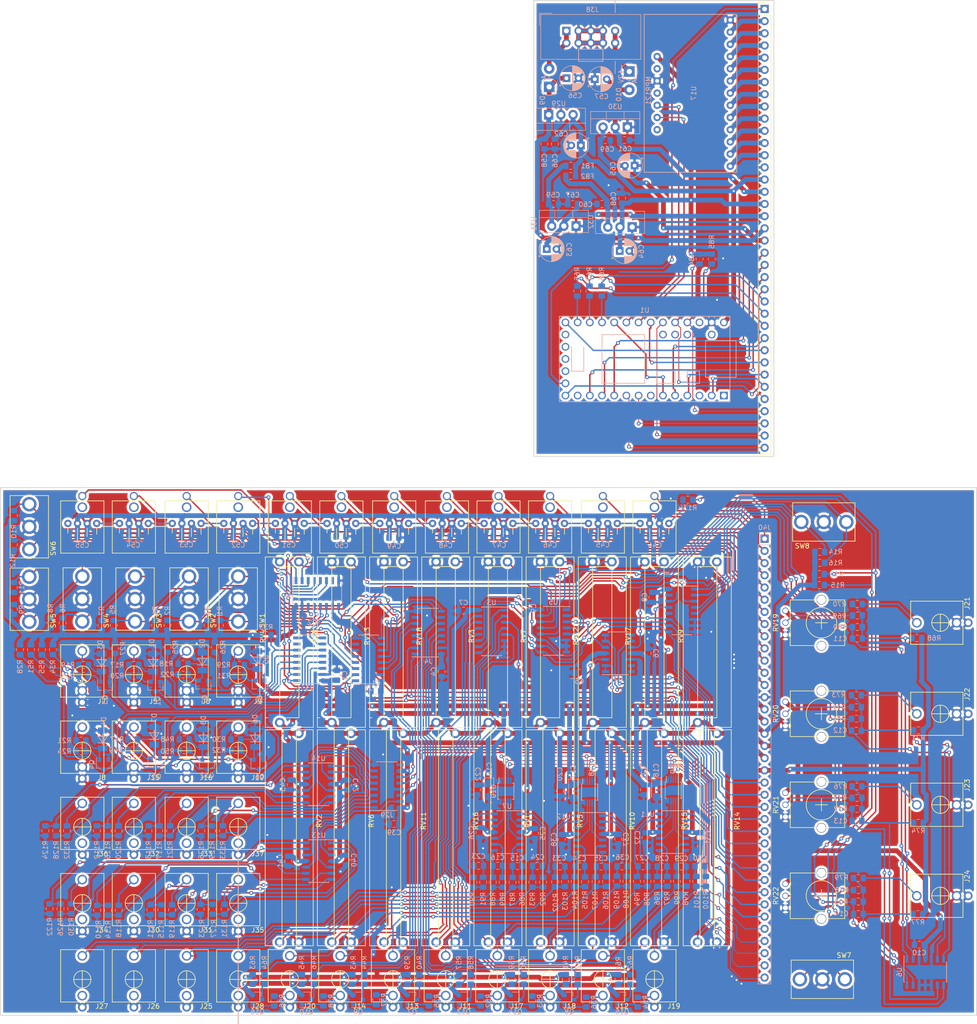
<source format=kicad_pcb>
(kicad_pcb (version 20171130) (host pcbnew "(5.0.1)-3")
  (layers (0 F.Cu signal hide) (31 B.Cu signal hide) (34 B.Paste user hide) (35 F.Paste user hide) (36 B.SilkS user) (37 F.SilkS user) (38 B.Mask user hide) (39 F.Mask user) (44 Edge.Cuts user hide))
  (net 0 "")
  (net 1 GND)
  (net 2 3.3V_Digital)
  (net 3 +12V)
  (net 4 -12V)
  (net 5 "Net-(C11-Pad1)")
  (net 6 "Net-(C12-Pad1)")
  (net 7 "Net-(C13-Pad1)")
  (net 8 "Net-(C14-Pad1)")
  (net 9 "Net-(C15-Pad2)")
  (net 10 "Net-(C15-Pad1)")
  (net 11 "Net-(C16-Pad1)")
  (net 12 "Net-(C16-Pad2)")
  (net 13 "Net-(C23-Pad2)")
  (net 14 "Net-(C23-Pad1)")
  (net 15 "Net-(C24-Pad1)")
  (net 16 "Net-(C24-Pad2)")
  (net 17 "Net-(C27-Pad2)")
  (net 18 "Net-(C27-Pad1)")
  (net 19 "Net-(C28-Pad1)")
  (net 20 "Net-(C28-Pad2)")
  (net 21 "Net-(C29-Pad2)")
  (net 22 "Net-(C29-Pad1)")
  (net 23 "Net-(C30-Pad1)")
  (net 24 "Net-(C30-Pad2)")
  (net 25 "Net-(C33-Pad2)")
  (net 26 "Net-(C33-Pad1)")
  (net 27 "Net-(C34-Pad1)")
  (net 28 "Net-(C34-Pad2)")
  (net 29 "Net-(C35-Pad2)")
  (net 30 "Net-(C35-Pad1)")
  (net 31 "Net-(C36-Pad1)")
  (net 32 "Net-(C36-Pad2)")
  (net 33 +5V)
  (net 34 "Net-(C59-Pad1)")
  (net 35 "Net-(C60-Pad1)")
  (net 36 3.3V_Analogue)
  (net 37 -5V)
  (net 38 /Power/+12V_in)
  (net 39 /Power/-12V_in)
  (net 40 Din_latchPin)
  (net 41 "Net-(J1-Pad9)")
  (net 42 Din_CLKpin)
  (net 43 Din_SERpin)
  (net 44 "Net-(J3-Pad10)")
  (net 45 ClockInA)
  (net 46 CycleInA)
  (net 47 ClockInB)
  (net 48 CycleInB)
  (net 49 ClockInC)
  (net 50 CycleInC)
  (net 51 ClockInALL)
  (net 52 CycleInALL)
  (net 53 NormalizationProbe4)
  (net 54 NormalizationProbe7)
  (net 55 NormalizationProbe3)
  (net 56 NormalizationProbe2)
  (net 57 NormalizationProbe6)
  (net 58 NormalizationProbe1)
  (net 59 NormalizationProbe5)
  (net 60 "/DigitalInputs and Normalization Probes/ClockInA_Jack")
  (net 61 "/DigitalInputs and Normalization Probes/ClockInB_Jack")
  (net 62 "/DigitalInputs and Normalization Probes/ClockInALL_Jack")
  (net 63 "/DigitalInputs and Normalization Probes/CycleInALL_Jack")
  (net 64 "/DigitalInputs and Normalization Probes/ClockInC_Jack")
  (net 65 "/DigitalInputs and Normalization Probes/CycleInC_Jack")
  (net 66 DAQout4)
  (net 67 "Net-(J11-Pad2)")
  (net 68 DAQout7)
  (net 69 "Net-(J12-Pad2)")
  (net 70 "Net-(J13-Pad2)")
  (net 71 DAQout3)
  (net 72 "Net-(J14-Pad2)")
  (net 73 DAQout2)
  (net 74 "/DigitalInputs and Normalization Probes/CycleInA_Jack")
  (net 75 "/DigitalInputs and Normalization Probes/CycleInB_Jack")
  (net 76 "Net-(J17-Pad2)")
  (net 77 DAQout5)
  (net 78 DAQout6)
  (net 79 "Net-(J18-Pad2)")
  (net 80 "Net-(J19-Pad2)")
  (net 81 DAQout8)
  (net 82 "Net-(J20-Pad2)")
  (net 83 DAQout1)
  (net 84 "/Analog Inputs/CVin1")
  (net 85 "/CV and Accent outputs/AccentOutB_Jack")
  (net 86 "/CV and Accent outputs/AccentOutA_Jack")
  (net 87 "/CV and Accent outputs/AccentOutALL_Jack")
  (net 88 "/CV and Accent outputs/AccentOutC_Jack")
  (net 89 "/Digital Outputs/TrigOutB")
  (net 90 "/Digital Outputs/TrigOutC")
  (net 91 "/Digital Outputs/TrigOutALL")
  (net 92 "/Digital Outputs/CycleOutA")
  (net 93 "/Digital Outputs/CycleOutB")
  (net 94 "/Digital Outputs/CycleOutC")
  (net 95 "/Digital Outputs/CycleOutALL")
  (net 96 Dout_CLKpin)
  (net 97 Dout_LATCHpin)
  (net 98 Dout_SERpin)
  (net 99 "/Digital Outputs/TrigOutA")
  (net 100 "/Digital Outputs/TrigOutAJack")
  (net 101 "/Digital Outputs/TrigOutBJack")
  (net 102 "/Digital Outputs/CycleOutAJack")
  (net 103 "/Digital Outputs/CycleOutBJack")
  (net 104 "/Digital Outputs/TrigOutALLJack")
  (net 105 "/Digital Outputs/TrigOutCJack")
  (net 106 "/Digital Outputs/CycleOutALLJack")
  (net 107 "/Digital Outputs/CycleOutCJack")
  (net 108 "Net-(D1-Pad1)")
  (net 109 "Net-(D2-Pad1)")
  (net 110 "Net-(D3-Pad1)")
  (net 111 "Net-(D4-Pad1)")
  (net 112 "Net-(D5-Pad1)")
  (net 113 "Net-(D6-Pad1)")
  (net 114 "Net-(Q7-Pad3)")
  (net 115 "Net-(Q7-Pad1)")
  (net 116 "Net-(Q8-Pad1)")
  (net 117 "Net-(Q8-Pad3)")
  (net 118 "Net-(Q9-Pad1)")
  (net 119 "Net-(Q9-Pad3)")
  (net 120 "Net-(Q10-Pad1)")
  (net 121 "Net-(Q10-Pad3)")
  (net 122 "Net-(D7-Pad1)")
  (net 123 "Net-(D8-Pad1)")
  (net 124 "Net-(Q13-Pad3)")
  (net 125 "Net-(Q13-Pad1)")
  (net 126 "Net-(Q14-Pad3)")
  (net 127 "Net-(Q14-Pad1)")
  (net 128 "Net-(Q15-Pad1)")
  (net 129 "Net-(Q15-Pad3)")
  (net 130 "Net-(Q16-Pad3)")
  (net 131 "Net-(Q16-Pad1)")
  (net 132 NormalizationProbe8)
  (net 133 DAC_B_LDACpin)
  (net 134 DAC_SCLpin)
  (net 135 "Net-(R110-Pad2)")
  (net 136 "Net-(R111-Pad2)")
  (net 137 "Net-(R112-Pad2)")
  (net 138 "Net-(R113-Pad2)")
  (net 139 "Net-(R114-Pad2)")
  (net 140 "Net-(R115-Pad2)")
  (net 141 "Net-(R116-Pad2)")
  (net 142 "Net-(R117-Pad2)")
  (net 143 "Net-(R122-Pad2)")
  (net 144 "Net-(R123-Pad2)")
  (net 145 "Net-(R124-Pad2)")
  (net 146 "Net-(R125-Pad2)")
  (net 147 "Net-(R126-Pad2)")
  (net 148 "Net-(R127-Pad2)")
  (net 149 "Net-(R128-Pad2)")
  (net 150 "Net-(R129-Pad2)")
  (net 151 "Net-(R134-Pad1)")
  (net 152 WS2812_serial)
  (net 153 "/Analog Inputs/CVslider5")
  (net 154 "/Analog Inputs/CVslider1")
  (net 155 "/Analog Inputs/Pslider5")
  (net 156 "/Analog Inputs/Pslider1")
  (net 157 "/Analog Inputs/CVslider6")
  (net 158 "/Analog Inputs/CVslider2")
  (net 159 "/Analog Inputs/Pslider6")
  (net 160 "/Analog Inputs/Pslider2")
  (net 161 "/Analog Inputs/Pslider0")
  (net 162 "/Analog Inputs/CVslider7")
  (net 163 "/Analog Inputs/CVslider3")
  (net 164 "/Analog Inputs/Pslider7")
  (net 165 "/Analog Inputs/Pslider3")
  (net 166 "/Analog Inputs/CVslider0")
  (net 167 "/Analog Inputs/CVslider8")
  (net 168 "/Analog Inputs/CVslider4")
  (net 169 "/Analog Inputs/Pslider8")
  (net 170 "/Analog Inputs/Pslider4")
  (net 171 /WS2812_level_boost)
  (net 172 DAC_A_LDACpin)
  (net 173 DAC_SDApin)
  (net 174 DAC_C_LDACpin)
  (net 175 AreadMuxControlPin3)
  (net 176 AreadMuxControlPin2)
  (net 177 AreadMuxControlPin1)
  (net 178 "Net-(U2-Pad13)")
  (net 179 "Net-(U2-Pad10)")
  (net 180 "Net-(U2-Pad5)")
  (net 181 "Net-(U2-Pad3)")
  (net 182 "/CV and Accent outputs/DAQ8")
  (net 183 "/CV and Accent outputs/AccentOutALL")
  (net 184 "/CV and Accent outputs/AccentOutB")
  (net 185 "/CV and Accent outputs/AccentOutA")
  (net 186 "/CV and Accent outputs/DAQ1")
  (net 187 "/CV and Accent outputs/DAQ2")
  (net 188 "/CV and Accent outputs/DAQ3")
  (net 189 "/CV and Accent outputs/DAQ4")
  (net 190 "/CV and Accent outputs/DAQ5")
  (net 191 "/CV and Accent outputs/DAQ6")
  (net 192 "/CV and Accent outputs/DAQ7")
  (net 193 "/CV and Accent outputs/AccentOutC")
  (net 194 "/Analog Inputs/CVin2")
  (net 195 "/Analog Inputs/CVin3")
  (net 196 "/Analog Inputs/CVin4")
  (net 197 "/Analog Inputs/Control1")
  (net 198 "/Analog Inputs/Control2")
  (net 199 "/Analog Inputs/Control3")
  (net 200 "/Analog Inputs/Control4")
  (net 201 Touch0)
  (net 202 Touch6)
  (net 203 Touch5)
  (net 204 Touch4)
  (net 205 Touch3)
  (net 206 Touch2)
  (net 207 Touch1)
  (net 208 Touch7)
  (net 209 Touch8)
  (net 210 Touch9)
  (net 211 Touch10)
  (net 212 Touch11)
  (net 213 "Net-(U16-Pad3)")
  (net 214 "Net-(U18-Pad3)")
  (net 215 "Net-(U19-Pad3)")
  (net 216 "Net-(U20-Pad3)")
  (net 217 "Net-(U21-Pad3)")
  (net 218 "Net-(U22-Pad3)")
  (net 219 "Net-(U23-Pad3)")
  (net 220 "Net-(U24-Pad3)")
  (net 221 "Net-(U25-Pad3)")
  (net 222 "Net-(U26-Pad3)")
  (net 223 "Net-(U27-Pad3)")
  (net 224 "/DigitalInputs and Normalization Probes/S4")
  (net 225 "/DigitalInputs and Normalization Probes/S3")
  (net 226 "/DigitalInputs and Normalization Probes/S2")
  (net 227 "/DigitalInputs and Normalization Probes/S1")
  (net 228 "/DigitalInputs and Normalization Probes/S8")
  (net 229 "/DigitalInputs and Normalization Probes/S7")
  (net 230 "/DigitalInputs and Normalization Probes/S6")
  (net 231 "/DigitalInputs and Normalization Probes/S5")
  (net 232 "/DigitalInputs and Normalization Probes/S12")
  (net 233 "/DigitalInputs and Normalization Probes/S11")
  (net 234 "/DigitalInputs and Normalization Probes/S10")
  (net 235 "/DigitalInputs and Normalization Probes/S9")
  (net 236 "/DigitalInputs and Normalization Probes/D16")
  (net 237 "/DigitalInputs and Normalization Probes/S15")
  (net 238 "/DigitalInputs and Normalization Probes/S14")
  (net 239 "/DigitalInputs and Normalization Probes/S13")
  (net 240 CVin1buf)
  (net 241 CVin2buf)
  (net 242 CVin3buf)
  (net 243 CVin4buf)
  (net 244 AreadCon1)
  (net 245 AreadCon3)
  (net 246 AreadCon2)
  (net 247 DAC_B_LDACpin_p)
  (net 248 DAC_A_LDACpin_p)
  (net 249 DAC_C_LDACpin_p)
  (net 250 DAC_SDApin_p)
  (net 251 DAC_SCLpin_p)
  (net 252 Dout_SERpin_p)
  (net 253 Dout_LATCHpin_p)
  (net 254 Dout_CLKpin_p)
  (net 255 Din_CLKpin_p)
  (net 256 Din_latchPin_p)
  (net 257 AreadCon1_p)
  (net 258 AreadCon2_p)
  (net 259 AreadCon3_p)
  (net 260 Din_SERpin_p)
  (net 261 AreadMuxControlPin3_p)
  (net 262 AreadMuxControlPin2_p)
  (net 263 AreadMuxControlPin1_p)
  (net 264 Touch0_p)
  (net 265 Touch1_p)
  (net 266 Touch2_p)
  (net 267 Touch3_p)
  (net 268 Touch4_p)
  (net 269 Touch5_p)
  (net 270 Touch6_p)
  (net 271 Touch7_p)
  (net 272 Touch8_p)
  (net 273 Touch9_p)
  (net 274 Touch10_p)
  (net 275 Touch11_p)
  (net 276 WS2812_serial_p)
  (net 277 AreadPin1_p)
  (net 278 AreadPin3_p)
  (net 279 AreadPin2_p)
  (net 280 TouchI2C_SCL_p)
  (net 281 TouchI2C_SDA_p)
  (net 282 "Net-(J1-Pad10)")
  (module Package_TO_SOT_SMD:SOT-23 (layer B.Cu) (at 86.5 58.75 270)
    (fp_text reference Q2 (at 3 -0.25 270) (layer B.SilkS) (effects (justify mirror)))
    (fp_text value BC847)
    (pad 3 smd rect (at 1 0 270) (size 0.9 0.8) (layers B.Cu B.Paste B.Mask) (net 47 ClockInB))
    (pad 2 smd rect (at -1 -0.95 270) (size 0.9 0.8) (layers B.Cu B.Paste B.Mask) (net 1 GND))
    (pad 1 smd rect (at -1 0.95 270) (size 0.9 0.8) (layers B.Cu B.Paste B.Mask) (net 109 "Net-(D2-Pad1)"))
  )
  (module "Eurocad:Tayda A-1623 Slide Pot_20mm" (layer F.Cu) (at 191.5 50 270)
    (fp_text reference RV9 (at -1.5 5.5 270) (layer F.SilkS))
    (fp_text value "100k lin")
    (pad 3 thru_hole circle (at 16.5 2 270) (size 2 2) (drill 1.2) (layers *.Cu *.Mask) (net 36 3.3V_Analogue))
    (pad 2 thru_hole circle (at -17 -2 270) (size 2 2) (drill 1.2) (layers *.Cu *.Mask) (net 161 "/Analog Inputs/Pslider0"))
    (pad 1 thru_hole circle (at -17 2 270) (size 2 2) (drill 1.2) (layers *.Cu *.Mask) (net 1 GND))
  )
  (module "Eurocad:Tayda A-1623 Slide Pot_20mm" (layer F.Cu) (at 169.625 50 270)
    (fp_text reference RV12 (at -1.5 5.5 270) (layer F.SilkS))
    (fp_text value "100k lin")
    (pad 3 thru_hole circle (at 16.5 2 270) (size 2 2) (drill 1.2) (layers *.Cu *.Mask) (net 36 3.3V_Analogue))
    (pad 2 thru_hole circle (at -17 -2 270) (size 2 2) (drill 1.2) (layers *.Cu *.Mask) (net 164 "/Analog Inputs/Pslider7"))
    (pad 1 thru_hole circle (at -17 2 270) (size 2 2) (drill 1.2) (layers *.Cu *.Mask) (net 1 GND))
  )
  (module "Eurocad:Tayda A-1623 Slide Pot_20mm" (layer F.Cu) (at 126.125 50 270)
    (fp_text reference RV13 (at -1.5 5.5 270) (layer F.SilkS))
    (fp_text value "100k lin")
    (pad 3 thru_hole circle (at 16.5 2 270) (size 2 2) (drill 1.2) (layers *.Cu *.Mask) (net 36 3.3V_Analogue))
    (pad 2 thru_hole circle (at -17 -2 270) (size 2 2) (drill 1.2) (layers *.Cu *.Mask) (net 165 "/Analog Inputs/Pslider3"))
    (pad 1 thru_hole circle (at -17 2 270) (size 2 2) (drill 1.2) (layers *.Cu *.Mask) (net 1 GND))
  )
  (module "Eurocad:Tayda A-1623 Slide Pot_20mm" (layer F.Cu) (at 137 50 270)
    (fp_text reference RV18 (at -1.5 5.5 270) (layer F.SilkS))
    (fp_text value "100k lin")
    (pad 3 thru_hole circle (at 16.5 2 270) (size 2 2) (drill 1.2) (layers *.Cu *.Mask) (net 36 3.3V_Analogue))
    (pad 2 thru_hole circle (at -17 -2 270) (size 2 2) (drill 1.2) (layers *.Cu *.Mask) (net 170 "/Analog Inputs/Pslider4"))
    (pad 1 thru_hole circle (at -17 2 270) (size 2 2) (drill 1.2) (layers *.Cu *.Mask) (net 1 GND))
  )
  (module "Eurocad:Tayda A-1629 Slide Pot_30mm" (layer F.Cu) (at 104.625 90.75 90)
    (fp_text reference RV2 (at 3.75 6 90) (layer F.SilkS))
    (fp_text value "100k lin")
    (pad 3 thru_hole circle (at 22 1.75 90) (size 2 2) (drill 1.2) (layers *.Cu *.Mask) (net 36 3.3V_Analogue))
    (pad 2 thru_hole circle (at -21.5 -2.25 90) (size 2 2) (drill 1.2) (layers *.Cu *.Mask) (net 154 "/Analog Inputs/CVslider1"))
    (pad 1 thru_hole circle (at -21.5 1.75 90) (size 2 2) (drill 1.2) (layers *.Cu *.Mask) (net 1 GND))
  )
  (module Eurocad:PJ301M-12_Compact (layer F.Cu) (at 72 88.25)
    (fp_text reference J32 (at 4.064 5.588) (layer F.SilkS))
    (fp_text value PJ301M-12)
    (pad 3 thru_hole circle (at 0 -4.92) (size 2 2) (drill 1.4) (layers *.Cu *.Mask) (net 102 "/Digital Outputs/CycleOutAJack"))
    (pad 1 thru_hole circle (at 0 5.8) (size 1.8 1.8) (drill 1.1) (layers *.Cu *.Mask) (net 1 GND))
    (pad 2 thru_hole circle (at 0 3.38) (size 2 2) (drill 1.4) (layers *.Cu *.Mask))
  )
  (module Eurocad:PJ301M-12_Compact (layer F.Cu) (at 93.75 88.25)
    (fp_text reference J37 (at 4.064 5.588) (layer F.SilkS))
    (fp_text value PJ301M-12)
    (pad 3 thru_hole circle (at 0 -4.92) (size 2 2) (drill 1.4) (layers *.Cu *.Mask) (net 107 "/Digital Outputs/CycleOutCJack"))
    (pad 1 thru_hole circle (at 0 5.8) (size 1.8 1.8) (drill 1.1) (layers *.Cu *.Mask) (net 1 GND))
    (pad 2 thru_hole circle (at 0 3.38) (size 2 2) (drill 1.4) (layers *.Cu *.Mask))
  )
  (module Eurocad:LedTouchJack (layer F.Cu) (at 180.5 25 180)
    (fp_text reference U28 hide)
    (fp_text value LedTouchJack)
    (pad 2 thru_hole circle (at 0 3.38 180) (size 2 2) (drill 1.4) (layers *.Cu *.Mask))
    (pad 1 thru_hole circle (at 0 5.7 180) (size 1.7 1.7) (drill 1.2) (layers *.Cu *.Mask) (net 212 Touch11))
    (pad 6 thru_hole circle (at 3 0 180) (size 1.524 1.524) (drill 0.762) (layers *.Cu *.Mask) (net 223 "Net-(U27-Pad3)"))
    (pad 3 thru_hole circle (at -3 0 180) (size 1.524 1.524) (drill 0.762) (layers *.Cu *.Mask) (net 151 "Net-(R134-Pad1)"))
    (pad 5 thru_hole circle (at 1 0 180) (size 1.524 1.524) (drill 0.762) (layers *.Cu *.Mask) (net 33 +5V))
    (pad 4 thru_hole circle (at -1 0 180) (size 1.524 1.524) (drill 0.762) (layers *.Cu *.Mask) (net 1 GND))
  )
  (module Eurocad:LedTouchJack (layer F.Cu) (at 61.25 25 180)
    (fp_text reference U16 hide)
    (fp_text value LedTouchJack)
    (pad 2 thru_hole circle (at 0 3.38 180) (size 2 2) (drill 1.4) (layers *.Cu *.Mask))
    (pad 1 thru_hole circle (at 0 5.7 180) (size 1.7 1.7) (drill 1.2) (layers *.Cu *.Mask) (net 201 Touch0))
    (pad 6 thru_hole circle (at 3 0 180) (size 1.524 1.524) (drill 0.762) (layers *.Cu *.Mask))
    (pad 3 thru_hole circle (at -3 0 180) (size 1.524 1.524) (drill 0.762) (layers *.Cu *.Mask) (net 213 "Net-(U16-Pad3)"))
    (pad 5 thru_hole circle (at 1 0 180) (size 1.524 1.524) (drill 0.762) (layers *.Cu *.Mask) (net 33 +5V))
    (pad 4 thru_hole circle (at -1 0 180) (size 1.524 1.524) (drill 0.762) (layers *.Cu *.Mask) (net 1 GND))
  )
  (module Eurocad:LedTouchJack (layer F.Cu) (at 72 25 180)
    (fp_text reference U18 hide)
    (fp_text value LedTouchJack)
    (pad 2 thru_hole circle (at 0 3.38 180) (size 2 2) (drill 1.4) (layers *.Cu *.Mask))
    (pad 1 thru_hole circle (at 0 5.7 180) (size 1.7 1.7) (drill 1.2) (layers *.Cu *.Mask) (net 207 Touch1))
    (pad 6 thru_hole circle (at 3 0 180) (size 1.524 1.524) (drill 0.762) (layers *.Cu *.Mask) (net 213 "Net-(U16-Pad3)"))
    (pad 3 thru_hole circle (at -3 0 180) (size 1.524 1.524) (drill 0.762) (layers *.Cu *.Mask) (net 214 "Net-(U18-Pad3)"))
    (pad 5 thru_hole circle (at 1 0 180) (size 1.524 1.524) (drill 0.762) (layers *.Cu *.Mask) (net 33 +5V))
    (pad 4 thru_hole circle (at -1 0 180) (size 1.524 1.524) (drill 0.762) (layers *.Cu *.Mask) (net 1 GND))
  )
  (module Eurocad:LedTouchJack (layer F.Cu) (at 83 25 180)
    (fp_text reference U19 hide)
    (fp_text value LedTouchJack)
    (pad 2 thru_hole circle (at 0 3.38 180) (size 2 2) (drill 1.4) (layers *.Cu *.Mask))
    (pad 1 thru_hole circle (at 0 5.7 180) (size 1.7 1.7) (drill 1.2) (layers *.Cu *.Mask) (net 206 Touch2))
    (pad 6 thru_hole circle (at 3 0 180) (size 1.524 1.524) (drill 0.762) (layers *.Cu *.Mask) (net 214 "Net-(U18-Pad3)"))
    (pad 3 thru_hole circle (at -3 0 180) (size 1.524 1.524) (drill 0.762) (layers *.Cu *.Mask) (net 215 "Net-(U19-Pad3)"))
    (pad 5 thru_hole circle (at 1 0 180) (size 1.524 1.524) (drill 0.762) (layers *.Cu *.Mask) (net 33 +5V))
    (pad 4 thru_hole circle (at -1 0 180) (size 1.524 1.524) (drill 0.762) (layers *.Cu *.Mask) (net 1 GND))
  )
  (module Eurocad:LedTouchJack (layer F.Cu) (at 93.75 25 180)
    (fp_text reference U20 hide)
    (fp_text value LedTouchJack)
    (pad 2 thru_hole circle (at 0 3.38 180) (size 2 2) (drill 1.4) (layers *.Cu *.Mask))
    (pad 1 thru_hole circle (at 0 5.7 180) (size 1.7 1.7) (drill 1.2) (layers *.Cu *.Mask) (net 205 Touch3))
    (pad 6 thru_hole circle (at 3 0 180) (size 1.524 1.524) (drill 0.762) (layers *.Cu *.Mask) (net 215 "Net-(U19-Pad3)"))
    (pad 3 thru_hole circle (at -3 0 180) (size 1.524 1.524) (drill 0.762) (layers *.Cu *.Mask) (net 216 "Net-(U20-Pad3)"))
    (pad 5 thru_hole circle (at 1 0 180) (size 1.524 1.524) (drill 0.762) (layers *.Cu *.Mask) (net 33 +5V))
    (pad 4 thru_hole circle (at -1 0 180) (size 1.524 1.524) (drill 0.762) (layers *.Cu *.Mask) (net 1 GND))
  )
  (module Eurocad:LedTouchJack (layer F.Cu) (at 104.5 25 180)
    (fp_text reference U21 hide)
    (fp_text value LedTouchJack)
    (pad 2 thru_hole circle (at 0 3.38 180) (size 2 2) (drill 1.4) (layers *.Cu *.Mask))
    (pad 1 thru_hole circle (at 0 5.7 180) (size 1.7 1.7) (drill 1.2) (layers *.Cu *.Mask) (net 204 Touch4))
    (pad 6 thru_hole circle (at 3 0 180) (size 1.524 1.524) (drill 0.762) (layers *.Cu *.Mask) (net 216 "Net-(U20-Pad3)"))
    (pad 3 thru_hole circle (at -3 0 180) (size 1.524 1.524) (drill 0.762) (layers *.Cu *.Mask) (net 217 "Net-(U21-Pad3)"))
    (pad 5 thru_hole circle (at 1 0 180) (size 1.524 1.524) (drill 0.762) (layers *.Cu *.Mask) (net 33 +5V))
    (pad 4 thru_hole circle (at -1 0 180) (size 1.524 1.524) (drill 0.762) (layers *.Cu *.Mask) (net 1 GND))
  )
  (module Eurocad:LedTouchJack (layer F.Cu) (at 115.25 25 180)
    (fp_text reference U22 hide)
    (fp_text value LedTouchJack)
    (pad 2 thru_hole circle (at 0 3.38 180) (size 2 2) (drill 1.4) (layers *.Cu *.Mask))
    (pad 1 thru_hole circle (at 0 5.7 180) (size 1.7 1.7) (drill 1.2) (layers *.Cu *.Mask) (net 203 Touch5))
    (pad 6 thru_hole circle (at 3 0 180) (size 1.524 1.524) (drill 0.762) (layers *.Cu *.Mask) (net 217 "Net-(U21-Pad3)"))
    (pad 3 thru_hole circle (at -3 0 180) (size 1.524 1.524) (drill 0.762) (layers *.Cu *.Mask) (net 218 "Net-(U22-Pad3)"))
    (pad 5 thru_hole circle (at 1 0 180) (size 1.524 1.524) (drill 0.762) (layers *.Cu *.Mask) (net 33 +5V))
    (pad 4 thru_hole circle (at -1 0 180) (size 1.524 1.524) (drill 0.762) (layers *.Cu *.Mask) (net 1 GND))
  )
  (module Eurocad:LedTouchJack (layer F.Cu) (at 126.25 25 180)
    (fp_text reference U23 hide)
    (fp_text value LedTouchJack)
    (pad 2 thru_hole circle (at 0 3.38 180) (size 2 2) (drill 1.4) (layers *.Cu *.Mask))
    (pad 1 thru_hole circle (at 0 5.7 180) (size 1.7 1.7) (drill 1.2) (layers *.Cu *.Mask) (net 202 Touch6))
    (pad 6 thru_hole circle (at 3 0 180) (size 1.524 1.524) (drill 0.762) (layers *.Cu *.Mask) (net 218 "Net-(U22-Pad3)"))
    (pad 3 thru_hole circle (at -3 0 180) (size 1.524 1.524) (drill 0.762) (layers *.Cu *.Mask) (net 219 "Net-(U23-Pad3)"))
    (pad 5 thru_hole circle (at 1 0 180) (size 1.524 1.524) (drill 0.762) (layers *.Cu *.Mask) (net 33 +5V))
    (pad 4 thru_hole circle (at -1 0 180) (size 1.524 1.524) (drill 0.762) (layers *.Cu *.Mask) (net 1 GND))
  )
  (module Eurocad:LedTouchJack (layer F.Cu) (at 137.25 25 180)
    (fp_text reference U24 hide)
    (fp_text value LedTouchJack)
    (pad 2 thru_hole circle (at 0 3.38 180) (size 2 2) (drill 1.4) (layers *.Cu *.Mask))
    (pad 1 thru_hole circle (at 0 5.7 180) (size 1.7 1.7) (drill 1.2) (layers *.Cu *.Mask) (net 208 Touch7))
    (pad 6 thru_hole circle (at 3 0 180) (size 1.524 1.524) (drill 0.762) (layers *.Cu *.Mask) (net 219 "Net-(U23-Pad3)"))
    (pad 3 thru_hole circle (at -3 0 180) (size 1.524 1.524) (drill 0.762) (layers *.Cu *.Mask) (net 220 "Net-(U24-Pad3)"))
    (pad 5 thru_hole circle (at 1 0 180) (size 1.524 1.524) (drill 0.762) (layers *.Cu *.Mask) (net 33 +5V))
    (pad 4 thru_hole circle (at -1 0 180) (size 1.524 1.524) (drill 0.762) (layers *.Cu *.Mask) (net 1 GND))
  )
  (module Eurocad:LedTouchJack (layer F.Cu) (at 148 25 180)
    (fp_text reference U25 hide)
    (fp_text value LedTouchJack)
    (pad 2 thru_hole circle (at 0 3.38 180) (size 2 2) (drill 1.4) (layers *.Cu *.Mask))
    (pad 1 thru_hole circle (at 0 5.7 180) (size 1.7 1.7) (drill 1.2) (layers *.Cu *.Mask) (net 209 Touch8))
    (pad 6 thru_hole circle (at 3 0 180) (size 1.524 1.524) (drill 0.762) (layers *.Cu *.Mask) (net 220 "Net-(U24-Pad3)"))
    (pad 3 thru_hole circle (at -3 0 180) (size 1.524 1.524) (drill 0.762) (layers *.Cu *.Mask) (net 221 "Net-(U25-Pad3)"))
    (pad 5 thru_hole circle (at 1 0 180) (size 1.524 1.524) (drill 0.762) (layers *.Cu *.Mask) (net 33 +5V))
    (pad 4 thru_hole circle (at -1 0 180) (size 1.524 1.524) (drill 0.762) (layers *.Cu *.Mask) (net 1 GND))
  )
  (module Eurocad:LedTouchJack (layer F.Cu) (at 158.75 25 180)
    (fp_text reference U26 hide)
    (fp_text value LedTouchJack)
    (pad 2 thru_hole circle (at 0 3.38 180) (size 2 2) (drill 1.4) (layers *.Cu *.Mask))
    (pad 1 thru_hole circle (at 0 5.7 180) (size 1.7 1.7) (drill 1.2) (layers *.Cu *.Mask) (net 210 Touch9))
    (pad 6 thru_hole circle (at 3 0 180) (size 1.524 1.524) (drill 0.762) (layers *.Cu *.Mask) (net 221 "Net-(U25-Pad3)"))
    (pad 3 thru_hole circle (at -3 0 180) (size 1.524 1.524) (drill 0.762) (layers *.Cu *.Mask) (net 222 "Net-(U26-Pad3)"))
    (pad 5 thru_hole circle (at 1 0 180) (size 1.524 1.524) (drill 0.762) (layers *.Cu *.Mask) (net 33 +5V))
    (pad 4 thru_hole circle (at -1 0 180) (size 1.524 1.524) (drill 0.762) (layers *.Cu *.Mask) (net 1 GND))
  )
  (module Eurocad:LedTouchJack (layer F.Cu) (at 169.75 25 180)
    (fp_text reference U27 hide)
    (fp_text value LedTouchJack)
    (pad 2 thru_hole circle (at 0 3.38 180) (size 2 2) (drill 1.4) (layers *.Cu *.Mask))
    (pad 1 thru_hole circle (at 0 5.7 180) (size 1.7 1.7) (drill 1.2) (layers *.Cu *.Mask) (net 211 Touch10))
    (pad 6 thru_hole circle (at 3 0 180) (size 1.524 1.524) (drill 0.762) (layers *.Cu *.Mask) (net 222 "Net-(U26-Pad3)"))
    (pad 3 thru_hole circle (at -3 0 180) (size 1.524 1.524) (drill 0.762) (layers *.Cu *.Mask) (net 223 "Net-(U27-Pad3)"))
    (pad 5 thru_hole circle (at 1 0 180) (size 1.524 1.524) (drill 0.762) (layers *.Cu *.Mask) (net 33 +5V))
    (pad 4 thru_hole circle (at -1 0 180) (size 1.524 1.524) (drill 0.762) (layers *.Cu *.Mask) (net 1 GND))
  )
  (module Connector_PinHeader_2.54mm:PinHeader_1x37_P2.54mm_Vertical (layer F.Cu) (at 203.461192 -82.204961)
    (fp_text reference J39 (at 0 -2.33) (layer F.SilkS))
    (fp_text value Conn_01x37_Female)
    (pad 37 thru_hole oval (at 0 91.44) (size 1.7 1.7) (drill 1) (layers *.Cu *.Mask) (net 247 DAC_B_LDACpin_p))
    (pad 36 thru_hole oval (at 0 88.9) (size 1.7 1.7) (drill 1) (layers *.Cu *.Mask) (net 248 DAC_A_LDACpin_p))
    (pad 35 thru_hole oval (at 0 86.36) (size 1.7 1.7) (drill 1) (layers *.Cu *.Mask) (net 249 DAC_C_LDACpin_p))
    (pad 34 thru_hole oval (at 0 83.82) (size 1.7 1.7) (drill 1) (layers *.Cu *.Mask) (net 250 DAC_SDApin_p))
    (pad 33 thru_hole oval (at 0 81.28) (size 1.7 1.7) (drill 1) (layers *.Cu *.Mask) (net 251 DAC_SCLpin_p))
    (pad 32 thru_hole oval (at 0 78.74) (size 1.7 1.7) (drill 1) (layers *.Cu *.Mask) (net 252 Dout_SERpin_p))
    (pad 31 thru_hole oval (at 0 76.2) (size 1.7 1.7) (drill 1) (layers *.Cu *.Mask) (net 253 Dout_LATCHpin_p))
    (pad 30 thru_hole oval (at 0 73.66) (size 1.7 1.7) (drill 1) (layers *.Cu *.Mask) (net 254 Dout_CLKpin_p))
    (pad 29 thru_hole oval (at 0 71.12) (size 1.7 1.7) (drill 1) (layers *.Cu *.Mask) (net 255 Din_CLKpin_p))
    (pad 28 thru_hole oval (at 0 68.58) (size 1.7 1.7) (drill 1) (layers *.Cu *.Mask) (net 256 Din_latchPin_p))
    (pad 27 thru_hole oval (at 0 66.04) (size 1.7 1.7) (drill 1) (layers *.Cu *.Mask) (net 257 AreadCon1_p))
    (pad 26 thru_hole oval (at 0 63.5) (size 1.7 1.7) (drill 1) (layers *.Cu *.Mask) (net 258 AreadCon2_p))
    (pad 25 thru_hole oval (at 0 60.96) (size 1.7 1.7) (drill 1) (layers *.Cu *.Mask) (net 259 AreadCon3_p))
    (pad 24 thru_hole oval (at 0 58.42) (size 1.7 1.7) (drill 1) (layers *.Cu *.Mask) (net 260 Din_SERpin_p))
    (pad 23 thru_hole oval (at 0 55.88) (size 1.7 1.7) (drill 1) (layers *.Cu *.Mask) (net 261 AreadMuxControlPin3_p))
    (pad 22 thru_hole oval (at 0 53.34) (size 1.7 1.7) (drill 1) (layers *.Cu *.Mask) (net 262 AreadMuxControlPin2_p))
    (pad 21 thru_hole oval (at 0 50.8) (size 1.7 1.7) (drill 1) (layers *.Cu *.Mask) (net 263 AreadMuxControlPin1_p))
    (pad 20 thru_hole oval (at 0 48.26) (size 1.7 1.7) (drill 1) (layers *.Cu *.Mask) (net 37 -5V))
    (pad 19 thru_hole oval (at 0 45.72) (size 1.7 1.7) (drill 1) (layers *.Cu *.Mask) (net 3 +12V))
    (pad 18 thru_hole oval (at 0 43.18) (size 1.7 1.7) (drill 1) (layers *.Cu *.Mask) (net 36 3.3V_Analogue))
    (pad 17 thru_hole oval (at 0 40.64) (size 1.7 1.7) (drill 1) (layers *.Cu *.Mask) (net 2 3.3V_Digital))
    (pad 16 thru_hole oval (at 0 38.1) (size 1.7 1.7) (drill 1) (layers *.Cu *.Mask) (net 4 -12V))
    (pad 15 thru_hole oval (at 0 35.56) (size 1.7 1.7) (drill 1) (layers *.Cu *.Mask) (net 33 +5V))
    (pad 14 thru_hole oval (at 0 33.02) (size 1.7 1.7) (drill 1) (layers *.Cu *.Mask) (net 1 GND))
    (pad 13 thru_hole oval (at 0 30.48) (size 1.7 1.7) (drill 1) (layers *.Cu *.Mask) (net 264 Touch0_p))
    (pad 12 thru_hole oval (at 0 27.94) (size 1.7 1.7) (drill 1) (layers *.Cu *.Mask) (net 265 Touch1_p))
    (pad 11 thru_hole oval (at 0 25.4) (size 1.7 1.7) (drill 1) (layers *.Cu *.Mask) (net 266 Touch2_p))
    (pad 10 thru_hole oval (at 0 22.86) (size 1.7 1.7) (drill 1) (layers *.Cu *.Mask) (net 267 Touch3_p))
    (pad 9 thru_hole oval (at 0 20.32) (size 1.7 1.7) (drill 1) (layers *.Cu *.Mask) (net 268 Touch4_p))
    (pad 8 thru_hole oval (at 0 17.78) (size 1.7 1.7) (drill 1) (layers *.Cu *.Mask) (net 269 Touch5_p))
    (pad 7 thru_hole oval (at 0 15.24) (size 1.7 1.7) (drill 1) (layers *.Cu *.Mask) (net 270 Touch6_p))
    (pad 6 thru_hole oval (at 0 12.7) (size 1.7 1.7) (drill 1) (layers *.Cu *.Mask) (net 271 Touch7_p))
    (pad 5 thru_hole oval (at 0 10.16) (size 1.7 1.7) (drill 1) (layers *.Cu *.Mask) (net 272 Touch8_p))
    (pad 4 thru_hole oval (at 0 7.62) (size 1.7 1.7) (drill 1) (layers *.Cu *.Mask) (net 273 Touch9_p))
    (pad 3 thru_hole oval (at 0 5.08) (size 1.7 1.7) (drill 1) (layers *.Cu *.Mask) (net 274 Touch10_p))
    (pad 2 thru_hole oval (at 0 2.54) (size 1.7 1.7) (drill 1) (layers *.Cu *.Mask) (net 275 Touch11_p))
    (pad 1 thru_hole rect (at 0 0) (size 1.7 1.7) (drill 1) (layers *.Cu *.Mask) (net 276 WS2812_serial_p))
  )
  (module Connector_PinHeader_2.54mm:PinHeader_1x37_P2.54mm_Vertical (layer B.Cu) (at 203.454 28.194 180)
    (fp_text reference J40 (at 0 2.33 180) (layer B.SilkS) (effects (justify mirror)))
    (fp_text value Conn_01x37_Male)
    (pad 1 thru_hole rect (at 0 0 180) (size 1.7 1.7) (drill 1) (layers *.Cu *.Mask) (net 152 WS2812_serial))
    (pad 2 thru_hole oval (at 0 -2.54 180) (size 1.7 1.7) (drill 1) (layers *.Cu *.Mask) (net 212 Touch11))
    (pad 3 thru_hole oval (at 0 -5.08 180) (size 1.7 1.7) (drill 1) (layers *.Cu *.Mask) (net 211 Touch10))
    (pad 4 thru_hole oval (at 0 -7.62 180) (size 1.7 1.7) (drill 1) (layers *.Cu *.Mask) (net 210 Touch9))
    (pad 5 thru_hole oval (at 0 -10.16 180) (size 1.7 1.7) (drill 1) (layers *.Cu *.Mask) (net 209 Touch8))
    (pad 6 thru_hole oval (at 0 -12.7 180) (size 1.7 1.7) (drill 1) (layers *.Cu *.Mask) (net 208 Touch7))
    (pad 7 thru_hole oval (at 0 -15.24 180) (size 1.7 1.7) (drill 1) (layers *.Cu *.Mask) (net 202 Touch6))
    (pad 8 thru_hole oval (at 0 -17.78 180) (size 1.7 1.7) (drill 1) (layers *.Cu *.Mask) (net 203 Touch5))
    (pad 9 thru_hole oval (at 0 -20.32 180) (size 1.7 1.7) (drill 1) (layers *.Cu *.Mask) (net 204 Touch4))
    (pad 10 thru_hole oval (at 0 -22.86 180) (size 1.7 1.7) (drill 1) (layers *.Cu *.Mask) (net 205 Touch3))
    (pad 11 thru_hole oval (at 0 -25.4 180) (size 1.7 1.7) (drill 1) (layers *.Cu *.Mask) (net 206 Touch2))
    (pad 12 thru_hole oval (at 0 -27.94 180) (size 1.7 1.7) (drill 1) (layers *.Cu *.Mask) (net 207 Touch1))
    (pad 13 thru_hole oval (at 0 -30.48 180) (size 1.7 1.7) (drill 1) (layers *.Cu *.Mask) (net 201 Touch0))
    (pad 14 thru_hole oval (at 0 -33.02 180) (size 1.7 1.7) (drill 1) (layers *.Cu *.Mask) (net 1 GND))
    (pad 15 thru_hole oval (at 0 -35.56 180) (size 1.7 1.7) (drill 1) (layers *.Cu *.Mask) (net 33 +5V))
    (pad 16 thru_hole oval (at 0 -38.1 180) (size 1.7 1.7) (drill 1) (layers *.Cu *.Mask) (net 4 -12V))
    (pad 17 thru_hole oval (at 0 -40.64 180) (size 1.7 1.7) (drill 1) (layers *.Cu *.Mask) (net 2 3.3V_Digital))
    (pad 18 thru_hole oval (at 0 -43.18 180) (size 1.7 1.7) (drill 1) (layers *.Cu *.Mask) (net 36 3.3V_Analogue))
    (pad 19 thru_hole oval (at 0 -45.72 180) (size 1.7 1.7) (drill 1) (layers *.Cu *.Mask) (net 3 +12V))
    (pad 20 thru_hole oval (at 0 -48.26 180) (size 1.7 1.7) (drill 1) (layers *.Cu *.Mask) (net 37 -5V))
    (pad 21 thru_hole oval (at 0 -50.8 180) (size 1.7 1.7) (drill 1) (layers *.Cu *.Mask) (net 177 AreadMuxControlPin1))
    (pad 22 thru_hole oval (at 0 -53.34 180) (size 1.7 1.7) (drill 1) (layers *.Cu *.Mask) (net 176 AreadMuxControlPin2))
    (pad 23 thru_hole oval (at 0 -55.88 180) (size 1.7 1.7) (drill 1) (layers *.Cu *.Mask) (net 175 AreadMuxControlPin3))
    (pad 24 thru_hole oval (at 0 -58.42 180) (size 1.7 1.7) (drill 1) (layers *.Cu *.Mask) (net 43 Din_SERpin))
    (pad 25 thru_hole oval (at 0 -60.96 180) (size 1.7 1.7) (drill 1) (layers *.Cu *.Mask) (net 245 AreadCon3))
    (pad 26 thru_hole oval (at 0 -63.5 180) (size 1.7 1.7) (drill 1) (layers *.Cu *.Mask) (net 246 AreadCon2))
    (pad 27 thru_hole oval (at 0 -66.04 180) (size 1.7 1.7) (drill 1) (layers *.Cu *.Mask) (net 244 AreadCon1))
    (pad 28 thru_hole oval (at 0 -68.58 180) (size 1.7 1.7) (drill 1) (layers *.Cu *.Mask) (net 40 Din_latchPin))
    (pad 29 thru_hole oval (at 0 -71.12 180) (size 1.7 1.7) (drill 1) (layers *.Cu *.Mask) (net 42 Din_CLKpin))
    (pad 30 thru_hole oval (at 0 -73.66 180) (size 1.7 1.7) (drill 1) (layers *.Cu *.Mask) (net 96 Dout_CLKpin))
    (pad 31 thru_hole oval (at 0 -76.2 180) (size 1.7 1.7) (drill 1) (layers *.Cu *.Mask) (net 97 Dout_LATCHpin))
    (pad 32 thru_hole oval (at 0 -78.74 180) (size 1.7 1.7) (drill 1) (layers *.Cu *.Mask) (net 98 Dout_SERpin))
    (pad 33 thru_hole oval (at 0 -81.28 180) (size 1.7 1.7) (drill 1) (layers *.Cu *.Mask) (net 134 DAC_SCLpin))
    (pad 34 thru_hole oval (at 0 -83.82 180) (size 1.7 1.7) (drill 1) (layers *.Cu *.Mask) (net 173 DAC_SDApin))
    (pad 35 thru_hole oval (at 0 -86.36 180) (size 1.7 1.7) (drill 1) (layers *.Cu *.Mask) (net 174 DAC_C_LDACpin))
    (pad 36 thru_hole oval (at 0 -88.9 180) (size 1.7 1.7) (drill 1) (layers *.Cu *.Mask) (net 172 DAC_A_LDACpin))
    (pad 37 thru_hole oval (at 0 -91.44 180) (size 1.7 1.7) (drill 1) (layers *.Cu *.Mask) (net 133 DAC_B_LDACpin))
  )
  (module Capacitor_SMD:C_0805_2012Metric_Pad1.15x1.40mm_HandSolder (layer B.Cu) (at 122.428 59.944 180)
    (fp_text reference C1 (at 0 1.65 180) (layer B.SilkS) (effects (justify mirror)))
    (fp_text value 100nF)
    (pad 2 smd roundrect (at 1.025 0 180) (size 1.15 1.4) (layers B.Cu B.Paste B.Mask) (roundrect_rratio 0.217391) (net 1 GND))
    (pad 1 smd roundrect (at -1.025 0 180) (size 1.15 1.4) (layers B.Cu B.Paste B.Mask) (roundrect_rratio 0.217391) (net 2 3.3V_Digital))
  )
  (module Capacitor_SMD:C_0805_2012Metric_Pad1.15x1.40mm_HandSolder (layer B.Cu) (at 106.426 45.72)
    (fp_text reference C2 (at 2.794 0) (layer B.SilkS) (effects (justify mirror)))
    (fp_text value 100nF)
    (pad 2 smd roundrect (at 1.025 0) (size 1.15 1.4) (layers B.Cu B.Paste B.Mask) (roundrect_rratio 0.217391) (net 1 GND))
    (pad 1 smd roundrect (at -1.025 0) (size 1.15 1.4) (layers B.Cu B.Paste B.Mask) (roundrect_rratio 0.217391) (net 2 3.3V_Digital))
  )
  (module Capacitor_SMD:C_0805_2012Metric_Pad1.15x1.40mm_HandSolder (layer B.Cu) (at 114.3 56.642 90)
    (fp_text reference C3 (at 0 1.65 90) (layer B.SilkS) (effects (justify mirror)))
    (fp_text value 100nF)
    (pad 2 smd roundrect (at 1.025 0 90) (size 1.15 1.4) (layers B.Cu B.Paste B.Mask) (roundrect_rratio 0.217391) (net 1 GND))
    (pad 1 smd roundrect (at -1.025 0 90) (size 1.15 1.4) (layers B.Cu B.Paste B.Mask) (roundrect_rratio 0.217391) (net 2 3.3V_Digital))
  )
  (module Capacitor_SMD:C_0805_2012Metric_Pad1.15x1.40mm_HandSolder (layer B.Cu) (at 136.144 55.88 270)
    (fp_text reference C4 (at 0 1.65 270) (layer B.SilkS) (effects (justify mirror)))
    (fp_text value 100nF)
    (pad 2 smd roundrect (at 1.025 0 270) (size 1.15 1.4) (layers B.Cu B.Paste B.Mask) (roundrect_rratio 0.217391) (net 1 GND))
    (pad 1 smd roundrect (at -1.025 0 270) (size 1.15 1.4) (layers B.Cu B.Paste B.Mask) (roundrect_rratio 0.217391) (net 2 3.3V_Digital))
  )
  (module Capacitor_SMD:C_0805_2012Metric_Pad1.15x1.40mm_HandSolder (layer B.Cu) (at 164.846 56.134)
    (fp_text reference C5 (at 0 1.778) (layer B.SilkS) (effects (justify mirror)))
    (fp_text value 100nF)
    (pad 2 smd roundrect (at 1.025 0) (size 1.15 1.4) (layers B.Cu B.Paste B.Mask) (roundrect_rratio 0.217391) (net 3 +12V))
    (pad 1 smd roundrect (at -1.025 0) (size 1.15 1.4) (layers B.Cu B.Paste B.Mask) (roundrect_rratio 0.217391) (net 1 GND))
  )
  (module Capacitor_SMD:C_0805_2012Metric_Pad1.15x1.40mm_HandSolder (layer B.Cu) (at 179.07 52.07 270)
    (fp_text reference C6 (at 0 -1.778 270) (layer B.SilkS) (effects (justify mirror)))
    (fp_text value 100nF)
    (pad 2 smd roundrect (at 1.025 0 270) (size 1.15 1.4) (layers B.Cu B.Paste B.Mask) (roundrect_rratio 0.217391) (net 4 -12V))
    (pad 1 smd roundrect (at -1.025 0 270) (size 1.15 1.4) (layers B.Cu B.Paste B.Mask) (roundrect_rratio 0.217391) (net 1 GND))
  )
  (module Capacitor_SMD:C_0805_2012Metric_Pad1.15x1.40mm_HandSolder (layer B.Cu) (at 140.707 43.18 180)
    (fp_text reference C7 (at 0 1.65 180) (layer B.SilkS) (effects (justify mirror)))
    (fp_text value 100nF)
    (pad 2 smd roundrect (at 1.025 0 180) (size 1.15 1.4) (layers B.Cu B.Paste B.Mask) (roundrect_rratio 0.217391) (net 1 GND))
    (pad 1 smd roundrect (at -1.025 0 180) (size 1.15 1.4) (layers B.Cu B.Paste B.Mask) (roundrect_rratio 0.217391) (net 2 3.3V_Digital))
  )
  (module Capacitor_SMD:C_0805_2012Metric_Pad1.15x1.40mm_HandSolder (layer B.Cu) (at 180.086 40.386 270)
    (fp_text reference C8 (at 0 1.65 270) (layer B.SilkS) (effects (justify mirror)))
    (fp_text value 100nF)
    (pad 2 smd roundrect (at 1.025 0 270) (size 1.15 1.4) (layers B.Cu B.Paste B.Mask) (roundrect_rratio 0.217391) (net 1 GND))
    (pad 1 smd roundrect (at -1.025 0 270) (size 1.15 1.4) (layers B.Cu B.Paste B.Mask) (roundrect_rratio 0.217391) (net 2 3.3V_Digital))
  )
  (module Capacitor_SMD:C_0805_2012Metric_Pad1.15x1.40mm_HandSolder (layer B.Cu) (at 153.67 42.672 90)
    (fp_text reference C9 (at 0 1.65 90) (layer B.SilkS) (effects (justify mirror)))
    (fp_text value 100nF)
    (pad 2 smd roundrect (at 1.025 0 90) (size 1.15 1.4) (layers B.Cu B.Paste B.Mask) (roundrect_rratio 0.217391) (net 1 GND))
    (pad 1 smd roundrect (at -1.025 0 90) (size 1.15 1.4) (layers B.Cu B.Paste B.Mask) (roundrect_rratio 0.217391) (net 2 3.3V_Digital))
  )
  (module Capacitor_SMD:C_0805_2012Metric_Pad1.15x1.40mm_HandSolder (layer B.Cu) (at 235.7 112.8)
    (fp_text reference C10 (at 0 1.65) (layer B.SilkS) (effects (justify mirror)))
    (fp_text value 100nF)
    (pad 2 smd roundrect (at 1.025 0) (size 1.15 1.4) (layers B.Cu B.Paste B.Mask) (roundrect_rratio 0.217391) (net 36 3.3V_Analogue))
    (pad 1 smd roundrect (at -1.025 0) (size 1.15 1.4) (layers B.Cu B.Paste B.Mask) (roundrect_rratio 0.217391) (net 1 GND))
  )
  (module Capacitor_SMD:C_0805_2012Metric_Pad1.15x1.40mm_HandSolder (layer B.Cu) (at 222.8 49 180)
    (fp_text reference C11 (at 3.6 0 180) (layer B.SilkS) (effects (justify mirror)))
    (fp_text value 1nF)
    (pad 2 smd roundrect (at 1.025 0 180) (size 1.15 1.4) (layers B.Cu B.Paste B.Mask) (roundrect_rratio 0.217391) (net 240 CVin1buf))
    (pad 1 smd roundrect (at -1.025 0 180) (size 1.15 1.4) (layers B.Cu B.Paste B.Mask) (roundrect_rratio 0.217391) (net 5 "Net-(C11-Pad1)"))
  )
  (module Capacitor_SMD:C_0805_2012Metric_Pad1.15x1.40mm_HandSolder (layer B.Cu) (at 222.6 68.2 180)
    (fp_text reference C12 (at 3.4 0.1 180) (layer B.SilkS) (effects (justify mirror)))
    (fp_text value 1nF)
    (pad 2 smd roundrect (at 1.025 0 180) (size 1.15 1.4) (layers B.Cu B.Paste B.Mask) (roundrect_rratio 0.217391) (net 241 CVin2buf))
    (pad 1 smd roundrect (at -1.025 0 180) (size 1.15 1.4) (layers B.Cu B.Paste B.Mask) (roundrect_rratio 0.217391) (net 6 "Net-(C12-Pad1)"))
  )
  (module Capacitor_SMD:C_0805_2012Metric_Pad1.15x1.40mm_HandSolder (layer B.Cu) (at 222.7 87 180)
    (fp_text reference C13 (at 3.4 0 180) (layer B.SilkS) (effects (justify mirror)))
    (fp_text value 1nF)
    (pad 2 smd roundrect (at 1.025 0 180) (size 1.15 1.4) (layers B.Cu B.Paste B.Mask) (roundrect_rratio 0.217391) (net 242 CVin3buf))
    (pad 1 smd roundrect (at -1.025 0 180) (size 1.15 1.4) (layers B.Cu B.Paste B.Mask) (roundrect_rratio 0.217391) (net 7 "Net-(C13-Pad1)"))
  )
  (module Capacitor_SMD:C_0805_2012Metric_Pad1.15x1.40mm_HandSolder (layer B.Cu) (at 223 106.4 180)
    (fp_text reference C14 (at 3.5 0.1 180) (layer B.SilkS) (effects (justify mirror)))
    (fp_text value 1nF)
    (pad 2 smd roundrect (at 1.025 0 180) (size 1.15 1.4) (layers B.Cu B.Paste B.Mask) (roundrect_rratio 0.217391) (net 243 CVin4buf))
    (pad 1 smd roundrect (at -1.025 0 180) (size 1.15 1.4) (layers B.Cu B.Paste B.Mask) (roundrect_rratio 0.217391) (net 8 "Net-(C14-Pad1)"))
  )
  (module Capacitor_SMD:C_0805_2012Metric_Pad1.15x1.40mm_HandSolder (layer B.Cu) (at 151.938 96.392 180)
    (fp_text reference C15 (at 0.04 1.67 180) (layer B.SilkS) (effects (justify mirror)))
    (fp_text value 100pF)
    (pad 2 smd roundrect (at 1.025 0 180) (size 1.15 1.4) (layers B.Cu B.Paste B.Mask) (roundrect_rratio 0.217391) (net 9 "Net-(C15-Pad2)"))
    (pad 1 smd roundrect (at -1.025 0 180) (size 1.15 1.4) (layers B.Cu B.Paste B.Mask) (roundrect_rratio 0.217391) (net 10 "Net-(C15-Pad1)"))
  )
  (module Capacitor_SMD:C_0805_2012Metric_Pad1.15x1.40mm_HandSolder (layer B.Cu) (at 147.818 96.362)
    (fp_text reference C16 (at 0 -1.75) (layer B.SilkS) (effects (justify mirror)))
    (fp_text value 100pF)
    (pad 2 smd roundrect (at 1.025 0) (size 1.15 1.4) (layers B.Cu B.Paste B.Mask) (roundrect_rratio 0.217391) (net 12 "Net-(C16-Pad2)"))
    (pad 1 smd roundrect (at -1.025 0) (size 1.15 1.4) (layers B.Cu B.Paste B.Mask) (roundrect_rratio 0.217391) (net 11 "Net-(C16-Pad1)"))
  )
  (module Capacitor_SMD:C_0805_2012Metric_Pad1.15x1.40mm_HandSolder (layer B.Cu) (at 160.782 80.772 270)
    (fp_text reference C20 (at -3.556 0 270) (layer B.SilkS) (effects (justify mirror)))
    (fp_text value 100pF)
    (pad 2 smd roundrect (at 1.025 0 270) (size 1.15 1.4) (layers B.Cu B.Paste B.Mask) (roundrect_rratio 0.217391) (net 1 GND))
    (pad 1 smd roundrect (at -1.025 0 270) (size 1.15 1.4) (layers B.Cu B.Paste B.Mask) (roundrect_rratio 0.217391) (net 36 3.3V_Analogue))
  )
  (module Capacitor_SMD:C_0805_2012Metric_Pad1.15x1.40mm_HandSolder (layer B.Cu) (at 178.308 80.518 270)
    (fp_text reference C21 (at -3.556 0 270) (layer B.SilkS) (effects (justify mirror)))
    (fp_text value 100pF)
    (pad 2 smd roundrect (at 1.025 0 270) (size 1.15 1.4) (layers B.Cu B.Paste B.Mask) (roundrect_rratio 0.217391) (net 1 GND))
    (pad 1 smd roundrect (at -1.025 0 270) (size 1.15 1.4) (layers B.Cu B.Paste B.Mask) (roundrect_rratio 0.217391) (net 36 3.3V_Analogue))
  )
  (module Capacitor_SMD:C_0805_2012Metric_Pad1.15x1.40mm_HandSolder (layer B.Cu) (at 143.51 80.518 270)
    (fp_text reference C22 (at -3.302 -0.254 270) (layer B.SilkS) (effects (justify mirror)))
    (fp_text value 100pF)
    (pad 2 smd roundrect (at 1.025 0 270) (size 1.15 1.4) (layers B.Cu B.Paste B.Mask) (roundrect_rratio 0.217391) (net 1 GND))
    (pad 1 smd roundrect (at -1.025 0 270) (size 1.15 1.4) (layers B.Cu B.Paste B.Mask) (roundrect_rratio 0.217391) (net 36 3.3V_Analogue))
  )
  (module Capacitor_SMD:C_0805_2012Metric_Pad1.15x1.40mm_HandSolder (layer B.Cu) (at 143.868 96.362)
    (fp_text reference C23 (at 0 -2) (layer B.SilkS) (effects (justify mirror)))
    (fp_text value 100pF)
    (pad 2 smd roundrect (at 1.025 0) (size 1.15 1.4) (layers B.Cu B.Paste B.Mask) (roundrect_rratio 0.217391) (net 13 "Net-(C23-Pad2)"))
    (pad 1 smd roundrect (at -1.025 0) (size 1.15 1.4) (layers B.Cu B.Paste B.Mask) (roundrect_rratio 0.217391) (net 14 "Net-(C23-Pad1)"))
  )
  (module Capacitor_SMD:C_0805_2012Metric_Pad1.15x1.40mm_HandSolder (layer B.Cu) (at 156.108 96.382 180)
    (fp_text reference C24 (at -0.03 1.84 180) (layer B.SilkS) (effects (justify mirror)))
    (fp_text value 100pF)
    (pad 2 smd roundrect (at 1.025 0 180) (size 1.15 1.4) (layers B.Cu B.Paste B.Mask) (roundrect_rratio 0.217391) (net 16 "Net-(C24-Pad2)"))
    (pad 1 smd roundrect (at -1.025 0 180) (size 1.15 1.4) (layers B.Cu B.Paste B.Mask) (roundrect_rratio 0.217391) (net 15 "Net-(C24-Pad1)"))
  )
  (module Capacitor_SMD:C_0805_2012Metric_Pad1.15x1.40mm_HandSolder (layer B.Cu) (at 155.588 89.582 90)
    (fp_text reference C25 (at 0 1.65 90) (layer B.SilkS) (effects (justify mirror)))
    (fp_text value 100nF)
    (pad 2 smd roundrect (at 1.025 0 90) (size 1.15 1.4) (layers B.Cu B.Paste B.Mask) (roundrect_rratio 0.217391) (net 3 +12V))
    (pad 1 smd roundrect (at -1.025 0 90) (size 1.15 1.4) (layers B.Cu B.Paste B.Mask) (roundrect_rratio 0.217391) (net 1 GND))
  )
  (module Capacitor_SMD:C_0805_2012Metric_Pad1.15x1.40mm_HandSolder (layer B.Cu) (at 144.018 89.422 270)
    (fp_text reference C26 (at 0 1.65 270) (layer B.SilkS) (effects (justify mirror)))
    (fp_text value 100nF)
    (pad 2 smd roundrect (at 1.025 0 270) (size 1.15 1.4) (layers B.Cu B.Paste B.Mask) (roundrect_rratio 0.217391) (net 1 GND))
    (pad 1 smd roundrect (at -1.025 0 270) (size 1.15 1.4) (layers B.Cu B.Paste B.Mask) (roundrect_rratio 0.217391) (net 4 -12V))
  )
  (module Capacitor_SMD:C_0805_2012Metric_Pad1.15x1.40mm_HandSolder (layer B.Cu) (at 178.088 96.452)
    (fp_text reference C27 (at -0.19 -1.75) (layer B.SilkS) (effects (justify mirror)))
    (fp_text value 100pF)
    (pad 2 smd roundrect (at 1.025 0) (size 1.15 1.4) (layers B.Cu B.Paste B.Mask) (roundrect_rratio 0.217391) (net 17 "Net-(C27-Pad2)"))
    (pad 1 smd roundrect (at -1.025 0) (size 1.15 1.4) (layers B.Cu B.Paste B.Mask) (roundrect_rratio 0.217391) (net 18 "Net-(C27-Pad1)"))
  )
  (module Capacitor_SMD:C_0805_2012Metric_Pad1.15x1.40mm_HandSolder (layer B.Cu) (at 182.078 96.502)
    (fp_text reference C28 (at 0 -1.72) (layer B.SilkS) (effects (justify mirror)))
    (fp_text value 100pF)
    (pad 2 smd roundrect (at 1.025 0) (size 1.15 1.4) (layers B.Cu B.Paste B.Mask) (roundrect_rratio 0.217391) (net 20 "Net-(C28-Pad2)"))
    (pad 1 smd roundrect (at -1.025 0) (size 1.15 1.4) (layers B.Cu B.Paste B.Mask) (roundrect_rratio 0.217391) (net 19 "Net-(C28-Pad1)"))
  )
  (module Capacitor_SMD:C_0805_2012Metric_Pad1.15x1.40mm_HandSolder (layer B.Cu) (at 186.078 96.492 180)
    (fp_text reference C29 (at -0.04 1.68 180) (layer B.SilkS) (effects (justify mirror)))
    (fp_text value 100pF)
    (pad 2 smd roundrect (at 1.025 0 180) (size 1.15 1.4) (layers B.Cu B.Paste B.Mask) (roundrect_rratio 0.217391) (net 21 "Net-(C29-Pad2)"))
    (pad 1 smd roundrect (at -1.025 0 180) (size 1.15 1.4) (layers B.Cu B.Paste B.Mask) (roundrect_rratio 0.217391) (net 22 "Net-(C29-Pad1)"))
  )
  (module Capacitor_SMD:C_0805_2012Metric_Pad1.15x1.40mm_HandSolder (layer B.Cu) (at 189.988 96.422 180)
    (fp_text reference C30 (at 0 1.65 180) (layer B.SilkS) (effects (justify mirror)))
    (fp_text value 100pF)
    (pad 2 smd roundrect (at 1.025 0 180) (size 1.15 1.4) (layers B.Cu B.Paste B.Mask) (roundrect_rratio 0.217391) (net 24 "Net-(C30-Pad2)"))
    (pad 1 smd roundrect (at -1.025 0 180) (size 1.15 1.4) (layers B.Cu B.Paste B.Mask) (roundrect_rratio 0.217391) (net 23 "Net-(C30-Pad1)"))
  )
  (module Capacitor_SMD:C_0805_2012Metric_Pad1.15x1.40mm_HandSolder (layer B.Cu) (at 189.998 90.462 90)
    (fp_text reference C31 (at 0 1.65 90) (layer B.SilkS) (effects (justify mirror)))
    (fp_text value 100nF)
    (pad 2 smd roundrect (at 1.025 0 90) (size 1.15 1.4) (layers B.Cu B.Paste B.Mask) (roundrect_rratio 0.217391) (net 3 +12V))
    (pad 1 smd roundrect (at -1.025 0 90) (size 1.15 1.4) (layers B.Cu B.Paste B.Mask) (roundrect_rratio 0.217391) (net 1 GND))
  )
  (module Capacitor_SMD:C_0805_2012Metric_Pad1.15x1.40mm_HandSolder (layer B.Cu) (at 178.638 90.452 270)
    (fp_text reference C32 (at 0 1.65 270) (layer B.SilkS) (effects (justify mirror)))
    (fp_text value 100nF)
    (pad 2 smd roundrect (at 1.025 0 270) (size 1.15 1.4) (layers B.Cu B.Paste B.Mask) (roundrect_rratio 0.217391) (net 1 GND))
    (pad 1 smd roundrect (at -1.025 0 270) (size 1.15 1.4) (layers B.Cu B.Paste B.Mask) (roundrect_rratio 0.217391) (net 4 -12V))
  )
  (module Capacitor_SMD:C_0805_2012Metric_Pad1.15x1.40mm_HandSolder (layer B.Cu) (at 160.823 96.492)
    (fp_text reference C33 (at -0.165 -1.74) (layer B.SilkS) (effects (justify mirror)))
    (fp_text value 100pF)
    (pad 2 smd roundrect (at 1.025 0) (size 1.15 1.4) (layers B.Cu B.Paste B.Mask) (roundrect_rratio 0.217391) (net 25 "Net-(C33-Pad2)"))
    (pad 1 smd roundrect (at -1.025 0) (size 1.15 1.4) (layers B.Cu B.Paste B.Mask) (roundrect_rratio 0.217391) (net 26 "Net-(C33-Pad1)"))
  )
  (module Capacitor_SMD:C_0805_2012Metric_Pad1.15x1.40mm_HandSolder (layer B.Cu) (at 164.948 96.442)
    (fp_text reference C34 (at -0.06 -1.59) (layer B.SilkS) (effects (justify mirror)))
    (fp_text value 100pF)
    (pad 2 smd roundrect (at 1.025 0) (size 1.15 1.4) (layers B.Cu B.Paste B.Mask) (roundrect_rratio 0.217391) (net 28 "Net-(C34-Pad2)"))
    (pad 1 smd roundrect (at -1.025 0) (size 1.15 1.4) (layers B.Cu B.Paste B.Mask) (roundrect_rratio 0.217391) (net 27 "Net-(C34-Pad1)"))
  )
  (module Capacitor_SMD:C_0805_2012Metric_Pad1.15x1.40mm_HandSolder (layer B.Cu) (at 169.368729 96.512913 180)
    (fp_text reference C35 (at 0.020729 1.730913 180) (layer B.SilkS) (effects (justify mirror)))
    (fp_text value 100pF)
    (pad 2 smd roundrect (at 1.025 0 180) (size 1.15 1.4) (layers B.Cu B.Paste B.Mask) (roundrect_rratio 0.217391) (net 29 "Net-(C35-Pad2)"))
    (pad 1 smd roundrect (at -1.025 0 180) (size 1.15 1.4) (layers B.Cu B.Paste B.Mask) (roundrect_rratio 0.217391) (net 30 "Net-(C35-Pad1)"))
  )
  (module Capacitor_SMD:C_0805_2012Metric_Pad1.15x1.40mm_HandSolder (layer B.Cu) (at 173.743729 96.462913 180)
    (fp_text reference C36 (at -0.074271 1.890913 180) (layer B.SilkS) (effects (justify mirror)))
    (fp_text value 100pF)
    (pad 2 smd roundrect (at 1.025 0 180) (size 1.15 1.4) (layers B.Cu B.Paste B.Mask) (roundrect_rratio 0.217391) (net 32 "Net-(C36-Pad2)"))
    (pad 1 smd roundrect (at -1.025 0 180) (size 1.15 1.4) (layers B.Cu B.Paste B.Mask) (roundrect_rratio 0.217391) (net 31 "Net-(C36-Pad1)"))
  )
  (module Capacitor_SMD:C_0805_2012Metric_Pad1.15x1.40mm_HandSolder (layer B.Cu) (at 172.948 90.792 90)
    (fp_text reference C37 (at 0 1.65 90) (layer B.SilkS) (effects (justify mirror)))
    (fp_text value 100nF)
    (pad 2 smd roundrect (at 1.025 0 90) (size 1.15 1.4) (layers B.Cu B.Paste B.Mask) (roundrect_rratio 0.217391) (net 3 +12V))
    (pad 1 smd roundrect (at -1.025 0 90) (size 1.15 1.4) (layers B.Cu B.Paste B.Mask) (roundrect_rratio 0.217391) (net 1 GND))
  )
  (module Capacitor_SMD:C_0805_2012Metric_Pad1.15x1.40mm_HandSolder (layer B.Cu) (at 161.198 90.842 270)
    (fp_text reference C38 (at 0 1.65 270) (layer B.SilkS) (effects (justify mirror)))
    (fp_text value 100nF)
    (pad 2 smd roundrect (at 1.025 0 270) (size 1.15 1.4) (layers B.Cu B.Paste B.Mask) (roundrect_rratio 0.217391) (net 1 GND))
    (pad 1 smd roundrect (at -1.025 0 270) (size 1.15 1.4) (layers B.Cu B.Paste B.Mask) (roundrect_rratio 0.217391) (net 4 -12V))
  )
  (module Capacitor_SMD:C_0805_2012Metric_Pad1.15x1.40mm_HandSolder (layer B.Cu) (at 126.238 87.63 180)
    (fp_text reference C39 (at 0 -1.8 180) (layer B.SilkS) (effects (justify mirror)))
    (fp_text value 100nF)
    (pad 2 smd roundrect (at 1.025 0 180) (size 1.15 1.4) (layers B.Cu B.Paste B.Mask) (roundrect_rratio 0.217391) (net 1 GND))
    (pad 1 smd roundrect (at -1.025 0 180) (size 1.15 1.4) (layers B.Cu B.Paste B.Mask) (roundrect_rratio 0.217391) (net 2 3.3V_Digital))
  )
  (module Capacitor_SMD:C_0805_2012Metric_Pad1.15x1.40mm_HandSolder (layer B.Cu) (at 116.25 95.15 90)
    (fp_text reference C40 (at 0 1.65 90) (layer B.SilkS) (effects (justify mirror)))
    (fp_text value 100nF)
    (pad 2 smd roundrect (at 1.025 0 90) (size 1.15 1.4) (layers B.Cu B.Paste B.Mask) (roundrect_rratio 0.217391) (net 3 +12V))
    (pad 1 smd roundrect (at -1.025 0 90) (size 1.15 1.4) (layers B.Cu B.Paste B.Mask) (roundrect_rratio 0.217391) (net 1 GND))
  )
  (module Capacitor_SMD:C_0805_2012Metric_Pad1.15x1.40mm_HandSolder (layer B.Cu) (at 104.179935 95.35574 270)
    (fp_text reference C41 (at 0 1.65 270) (layer B.SilkS) (effects (justify mirror)))
    (fp_text value 100nF)
    (pad 2 smd roundrect (at 1.025 0 270) (size 1.15 1.4) (layers B.Cu B.Paste B.Mask) (roundrect_rratio 0.217391) (net 1 GND))
    (pad 1 smd roundrect (at -1.025 0 270) (size 1.15 1.4) (layers B.Cu B.Paste B.Mask) (roundrect_rratio 0.217391) (net 4 -12V))
  )
  (module Capacitor_SMD:C_0805_2012Metric_Pad1.15x1.40mm_HandSolder (layer B.Cu) (at 116.6 79.5 90)
    (fp_text reference C42 (at 0 1.65 90) (layer B.SilkS) (effects (justify mirror)))
    (fp_text value 100nF)
    (pad 2 smd roundrect (at 1.025 0 90) (size 1.15 1.4) (layers B.Cu B.Paste B.Mask) (roundrect_rratio 0.217391) (net 3 +12V))
    (pad 1 smd roundrect (at -1.025 0 90) (size 1.15 1.4) (layers B.Cu B.Paste B.Mask) (roundrect_rratio 0.217391) (net 1 GND))
  )
  (module Capacitor_SMD:C_0805_2012Metric_Pad1.15x1.40mm_HandSolder (layer B.Cu) (at 104.7 79.45 270)
    (fp_text reference C43 (at 0 1.65 270) (layer B.SilkS) (effects (justify mirror)))
    (fp_text value 100nF)
    (pad 2 smd roundrect (at 1.025 0 270) (size 1.15 1.4) (layers B.Cu B.Paste B.Mask) (roundrect_rratio 0.217391) (net 1 GND))
    (pad 1 smd roundrect (at -1.025 0 270) (size 1.15 1.4) (layers B.Cu B.Paste B.Mask) (roundrect_rratio 0.217391) (net 4 -12V))
  )
  (module Capacitor_SMD:C_0805_2012Metric_Pad1.15x1.40mm_HandSolder (layer B.Cu) (at 180.55 27.6)
    (fp_text reference C44 (at 0.05 1.95) (layer B.SilkS) (effects (justify mirror)))
    (fp_text value 100nF)
    (pad 2 smd roundrect (at 1.025 0) (size 1.15 1.4) (layers B.Cu B.Paste B.Mask) (roundrect_rratio 0.217391) (net 1 GND))
    (pad 1 smd roundrect (at -1.025 0) (size 1.15 1.4) (layers B.Cu B.Paste B.Mask) (roundrect_rratio 0.217391) (net 33 +5V))
  )
  (module Capacitor_SMD:C_0805_2012Metric_Pad1.15x1.40mm_HandSolder (layer B.Cu) (at 169.7 27.7)
    (fp_text reference C45 (at 0.05 1.75) (layer B.SilkS) (effects (justify mirror)))
    (fp_text value 100nF)
    (pad 2 smd roundrect (at 1.025 0) (size 1.15 1.4) (layers B.Cu B.Paste B.Mask) (roundrect_rratio 0.217391) (net 1 GND))
    (pad 1 smd roundrect (at -1.025 0) (size 1.15 1.4) (layers B.Cu B.Paste B.Mask) (roundrect_rratio 0.217391) (net 33 +5V))
  )
  (module Capacitor_SMD:C_0805_2012Metric_Pad1.15x1.40mm_HandSolder (layer B.Cu) (at 158.7 27.7)
    (fp_text reference C46 (at 0.05 1.8) (layer B.SilkS) (effects (justify mirror)))
    (fp_text value 100nF)
    (pad 2 smd roundrect (at 1.025 0) (size 1.15 1.4) (layers B.Cu B.Paste B.Mask) (roundrect_rratio 0.217391) (net 1 GND))
    (pad 1 smd roundrect (at -1.025 0) (size 1.15 1.4) (layers B.Cu B.Paste B.Mask) (roundrect_rratio 0.217391) (net 33 +5V))
  )
  (module Capacitor_SMD:C_0805_2012Metric_Pad1.15x1.40mm_HandSolder (layer B.Cu) (at 147.95 27.7)
    (fp_text reference C47 (at 0.2 1.85) (layer B.SilkS) (effects (justify mirror)))
    (fp_text value 100nF)
    (pad 2 smd roundrect (at 1.025 0) (size 1.15 1.4) (layers B.Cu B.Paste B.Mask) (roundrect_rratio 0.217391) (net 1 GND))
    (pad 1 smd roundrect (at -1.025 0) (size 1.15 1.4) (layers B.Cu B.Paste B.Mask) (roundrect_rratio 0.217391) (net 33 +5V))
  )
  (module Capacitor_SMD:C_0805_2012Metric_Pad1.15x1.40mm_HandSolder (layer B.Cu) (at 136.925 27.7)
    (fp_text reference C48 (at 0.075 1.9) (layer B.SilkS) (effects (justify mirror)))
    (fp_text value 100nF)
    (pad 2 smd roundrect (at 1.025 0) (size 1.15 1.4) (layers B.Cu B.Paste B.Mask) (roundrect_rratio 0.217391) (net 1 GND))
    (pad 1 smd roundrect (at -1.025 0) (size 1.15 1.4) (layers B.Cu B.Paste B.Mask) (roundrect_rratio 0.217391) (net 33 +5V))
  )
  (module Capacitor_SMD:C_0805_2012Metric_Pad1.15x1.40mm_HandSolder (layer B.Cu) (at 126.2 27.95)
    (fp_text reference C49 (at 0.05 1.8) (layer B.SilkS) (effects (justify mirror)))
    (fp_text value 100nF)
    (pad 2 smd roundrect (at 1.025 0) (size 1.15 1.4) (layers B.Cu B.Paste B.Mask) (roundrect_rratio 0.217391) (net 1 GND))
    (pad 1 smd roundrect (at -1.025 0) (size 1.15 1.4) (layers B.Cu B.Paste B.Mask) (roundrect_rratio 0.217391) (net 33 +5V))
  )
  (module Capacitor_SMD:C_0805_2012Metric_Pad1.15x1.40mm_HandSolder (layer B.Cu) (at 115.175 27.7)
    (fp_text reference C50 (at 0.125 1.9) (layer B.SilkS) (effects (justify mirror)))
    (fp_text value 100nF)
    (pad 2 smd roundrect (at 1.025 0) (size 1.15 1.4) (layers B.Cu B.Paste B.Mask) (roundrect_rratio 0.217391) (net 1 GND))
    (pad 1 smd roundrect (at -1.025 0) (size 1.15 1.4) (layers B.Cu B.Paste B.Mask) (roundrect_rratio 0.217391) (net 33 +5V))
  )
  (module Capacitor_SMD:C_0805_2012Metric_Pad1.15x1.40mm_HandSolder (layer B.Cu) (at 104.45 27.7)
    (fp_text reference C51 (at -0.15 1.8) (layer B.SilkS) (effects (justify mirror)))
    (fp_text value 100nF)
    (pad 2 smd roundrect (at 1.025 0) (size 1.15 1.4) (layers B.Cu B.Paste B.Mask) (roundrect_rratio 0.217391) (net 1 GND))
    (pad 1 smd roundrect (at -1.025 0) (size 1.15 1.4) (layers B.Cu B.Paste B.Mask) (roundrect_rratio 0.217391) (net 33 +5V))
  )
  (module Capacitor_SMD:C_0805_2012Metric_Pad1.15x1.40mm_HandSolder (layer B.Cu) (at 93.7 27.7)
    (fp_text reference C52 (at 0.05 1.8) (layer B.SilkS) (effects (justify mirror)))
    (fp_text value 100nF)
    (pad 2 smd roundrect (at 1.025 0) (size 1.15 1.4) (layers B.Cu B.Paste B.Mask) (roundrect_rratio 0.217391) (net 1 GND))
    (pad 1 smd roundrect (at -1.025 0) (size 1.15 1.4) (layers B.Cu B.Paste B.Mask) (roundrect_rratio 0.217391) (net 33 +5V))
  )
  (module Capacitor_SMD:C_0805_2012Metric_Pad1.15x1.40mm_HandSolder (layer B.Cu) (at 82.95 27.6)
    (fp_text reference C53 (at 0 1.85) (layer B.SilkS) (effects (justify mirror)))
    (fp_text value 100nF)
    (pad 2 smd roundrect (at 1.025 0) (size 1.15 1.4) (layers B.Cu B.Paste B.Mask) (roundrect_rratio 0.217391) (net 1 GND))
    (pad 1 smd roundrect (at -1.025 0) (size 1.15 1.4) (layers B.Cu B.Paste B.Mask) (roundrect_rratio 0.217391) (net 33 +5V))
  )
  (module Capacitor_SMD:C_0805_2012Metric_Pad1.15x1.40mm_HandSolder (layer B.Cu) (at 71.95 27.5)
    (fp_text reference C54 (at -0.05 2) (layer B.SilkS) (effects (justify mirror)))
    (fp_text value 100nF)
    (pad 2 smd roundrect (at 1.025 0) (size 1.15 1.4) (layers B.Cu B.Paste B.Mask) (roundrect_rratio 0.217391) (net 1 GND))
    (pad 1 smd roundrect (at -1.025 0) (size 1.15 1.4) (layers B.Cu B.Paste B.Mask) (roundrect_rratio 0.217391) (net 33 +5V))
  )
  (module Capacitor_SMD:C_0805_2012Metric_Pad1.15x1.40mm_HandSolder (layer B.Cu) (at 61.2 27.65)
    (fp_text reference C55 (at 0.05 1.9) (layer B.SilkS) (effects (justify mirror)))
    (fp_text value 100nF)
    (pad 2 smd roundrect (at 1.025 0) (size 1.15 1.4) (layers B.Cu B.Paste B.Mask) (roundrect_rratio 0.217391) (net 1 GND))
    (pad 1 smd roundrect (at -1.025 0) (size 1.15 1.4) (layers B.Cu B.Paste B.Mask) (roundrect_rratio 0.217391) (net 33 +5V))
  )
  (module Capacitor_SMD:C_0805_2012Metric_Pad1.15x1.40mm_HandSolder (layer B.Cu) (at 157.561192 -54.064961 270)
    (fp_text reference C58 (at 3.4 0 270) (layer B.SilkS) (effects (justify mirror)))
    (fp_text value 100nF)
    (pad 2 smd roundrect (at 1.025 0 270) (size 1.15 1.4) (layers B.Cu B.Paste B.Mask) (roundrect_rratio 0.217391) (net 1 GND))
    (pad 1 smd roundrect (at -1.025 0 270) (size 1.15 1.4) (layers B.Cu B.Paste B.Mask) (roundrect_rratio 0.217391) (net 3 +12V))
  )
  (module Capacitor_SMD:C_0805_2012Metric_Pad1.15x1.40mm_HandSolder (layer B.Cu) (at 159.461192 -41.564961)
    (fp_text reference C59 (at -0.07456 -1.884563) (layer B.SilkS) (effects (justify mirror)))
    (fp_text value 100nF)
    (pad 2 smd roundrect (at 1.025 0) (size 1.15 1.4) (layers B.Cu B.Paste B.Mask) (roundrect_rratio 0.217391) (net 1 GND))
    (pad 1 smd roundrect (at -1.025 0) (size 1.15 1.4) (layers B.Cu B.Paste B.Mask) (roundrect_rratio 0.217391) (net 34 "Net-(C59-Pad1)"))
  )
  (module Capacitor_SMD:C_0805_2012Metric_Pad1.15x1.40mm_HandSolder (layer B.Cu) (at 169.561192 -41.564961 180)
    (fp_text reference C60 (at 3.4 -0.1 180) (layer B.SilkS) (effects (justify mirror)))
    (fp_text value 100nF)
    (pad 2 smd roundrect (at 1.025 0 180) (size 1.15 1.4) (layers B.Cu B.Paste B.Mask) (roundrect_rratio 0.217391) (net 1 GND))
    (pad 1 smd roundrect (at -1.025 0 180) (size 1.15 1.4) (layers B.Cu B.Paste B.Mask) (roundrect_rratio 0.217391) (net 35 "Net-(C60-Pad1)"))
  )
  (module Capacitor_SMD:C_0805_2012Metric_Pad1.15x1.40mm_HandSolder (layer B.Cu) (at 174.261192 -54.864961 180)
    (fp_text reference C61 (at -0.1 -1.8 180) (layer B.SilkS) (effects (justify mirror)))
    (fp_text value 100nF)
    (pad 2 smd roundrect (at 1.025 0 180) (size 1.15 1.4) (layers B.Cu B.Paste B.Mask) (roundrect_rratio 0.217391) (net 4 -12V))
    (pad 1 smd roundrect (at -1.025 0 180) (size 1.15 1.4) (layers B.Cu B.Paste B.Mask) (roundrect_rratio 0.217391) (net 1 GND))
  )
  (module Capacitor_THT:CP_Radial_D5.0mm_P2.00mm (layer B.Cu) (at 165.161192 -53.764961 180)
    (fp_text reference C62 (at 4.1 2.4) (layer B.SilkS) (effects (justify mirror)))
    (fp_text value 22uF)
    (pad 2 thru_hole circle (at 2 0 180) (size 1.6 1.6) (drill 0.8) (layers *.Cu *.Mask) (net 1 GND))
    (pad 1 thru_hole rect (at 0 0 180) (size 1.6 1.6) (drill 0.8) (layers *.Cu *.Mask) (net 33 +5V))
  )
  (module Capacitor_THT:CP_Radial_D5.0mm_P2.00mm (layer B.Cu) (at 158.061192 -32.164961)
    (fp_text reference C63 (at 4.7 0.1 90) (layer B.SilkS) (effects (justify mirror)))
    (fp_text value 22uF)
    (pad 2 thru_hole circle (at 2 0) (size 1.6 1.6) (drill 0.8) (layers *.Cu *.Mask) (net 1 GND))
    (pad 1 thru_hole rect (at 0 0) (size 1.6 1.6) (drill 0.8) (layers *.Cu *.Mask) (net 36 3.3V_Analogue))
  )
  (module Capacitor_THT:CP_Radial_D5.0mm_P2.00mm (layer B.Cu) (at 173.261192 -31.764961)
    (fp_text reference C64 (at 4.5 0.1 90) (layer B.SilkS) (effects (justify mirror)))
    (fp_text value 22uF)
    (pad 2 thru_hole circle (at 2 0) (size 1.6 1.6) (drill 0.8) (layers *.Cu *.Mask) (net 1 GND))
    (pad 1 thru_hole rect (at 0 0) (size 1.6 1.6) (drill 0.8) (layers *.Cu *.Mask) (net 2 3.3V_Digital))
  )
  (module Capacitor_THT:CP_Radial_D5.0mm_P2.00mm (layer B.Cu) (at 176.361192 -49.564961 180)
    (fp_text reference C65 (at 4.5 -0.6 270) (layer B.SilkS) (effects (justify mirror)))
    (fp_text value 22uF)
    (pad 2 thru_hole circle (at 2 0 180) (size 1.6 1.6) (drill 0.8) (layers *.Cu *.Mask) (net 37 -5V))
    (pad 1 thru_hole rect (at 0 0 180) (size 1.6 1.6) (drill 0.8) (layers *.Cu *.Mask) (net 1 GND))
  )
  (module Capacitor_SMD:C_0805_2012Metric_Pad1.15x1.40mm_HandSolder (layer B.Cu) (at 159.761192 -54.064961 270)
    (fp_text reference C66 (at 3.5 0 270) (layer B.SilkS) (effects (justify mirror)))
    (fp_text value 100nF)
    (pad 2 smd roundrect (at 1.025 0 270) (size 1.15 1.4) (layers B.Cu B.Paste B.Mask) (roundrect_rratio 0.217391) (net 1 GND))
    (pad 1 smd roundrect (at -1.025 0 270) (size 1.15 1.4) (layers B.Cu B.Paste B.Mask) (roundrect_rratio 0.217391) (net 33 +5V))
  )
  (module Capacitor_SMD:C_0805_2012Metric_Pad1.15x1.40mm_HandSolder (layer B.Cu) (at 163.461192 -41.564961 180)
    (fp_text reference C67 (at 0 1.9 180) (layer B.SilkS) (effects (justify mirror)))
    (fp_text value 100nF)
    (pad 2 smd roundrect (at 1.025 0 180) (size 1.15 1.4) (layers B.Cu B.Paste B.Mask) (roundrect_rratio 0.217391) (net 1 GND))
    (pad 1 smd roundrect (at -1.025 0 180) (size 1.15 1.4) (layers B.Cu B.Paste B.Mask) (roundrect_rratio 0.217391) (net 36 3.3V_Analogue))
  )
  (module Capacitor_SMD:C_0805_2012Metric_Pad1.15x1.40mm_HandSolder (layer B.Cu) (at 173.761192 -42.764961 90)
    (fp_text reference C68 (at -0.1 -1.8 90) (layer B.SilkS) (effects (justify mirror)))
    (fp_text value 100nF)
    (pad 2 smd roundrect (at 1.025 0 90) (size 1.15 1.4) (layers B.Cu B.Paste B.Mask) (roundrect_rratio 0.217391) (net 1 GND))
    (pad 1 smd roundrect (at -1.025 0 90) (size 1.15 1.4) (layers B.Cu B.Paste B.Mask) (roundrect_rratio 0.217391) (net 2 3.3V_Digital))
  )
  (module Capacitor_SMD:C_0805_2012Metric_Pad1.15x1.40mm_HandSolder (layer B.Cu) (at 170.261192 -54.864961 180)
    (fp_text reference C69 (at -0.4 -1.9 180) (layer B.SilkS) (effects (justify mirror)))
    (fp_text value 100nF)
    (pad 2 smd roundrect (at 1.025 0 180) (size 1.15 1.4) (layers B.Cu B.Paste B.Mask) (roundrect_rratio 0.217391) (net 37 -5V))
    (pad 1 smd roundrect (at -1.025 0 180) (size 1.15 1.4) (layers B.Cu B.Paste B.Mask) (roundrect_rratio 0.217391) (net 1 GND))
  )
  (module Diode_THT:D_DO-41_SOD81_P3.81mm_Vertical_AnodeUp (layer B.Cu) (at 158.561192 -65.964961 90)
    (fp_text reference D9 (at -2.81257 -1.4 90) (layer B.SilkS) (effects (justify mirror)))
    (fp_text value 1N4001)
    (fp_text user A (at 2.01 -1.1 90) (layer B.SilkS) (effects (justify mirror)))
    (pad 2 thru_hole oval (at 3.81 0 90) (size 2.2 2.2) (drill 1.1) (layers *.Cu *.Mask) (net 38 /Power/+12V_in))
    (pad 1 thru_hole rect (at 0 0 90) (size 2.2 2.2) (drill 1.1) (layers *.Cu *.Mask) (net 3 +12V))
  )
  (module Diode_THT:D_DO-41_SOD81_P3.81mm_Vertical_AnodeUp (layer B.Cu) (at 175.261192 -69.164961 270)
    (fp_text reference D10 (at 4.8 2.2 270) (layer B.SilkS) (effects (justify mirror)))
    (fp_text value 1N4001)
    (fp_text user A (at 2.01 -1.1 270) (layer B.SilkS) (effects (justify mirror)))
    (pad 2 thru_hole oval (at 3.81 0 270) (size 2.2 2.2) (drill 1.1) (layers *.Cu *.Mask) (net 4 -12V))
    (pad 1 thru_hole rect (at 0 0 270) (size 2.2 2.2) (drill 1.1) (layers *.Cu *.Mask) (net 39 /Power/-12V_in))
  )
  (module Inductor_SMD:L_0805_2012Metric_Pad1.15x1.40mm_HandSolder (layer B.Cu) (at 163.044447 -49.503185)
    (fp_text reference FB1 (at 3.5 0) (layer B.SilkS) (effects (justify mirror)))
    (fp_text value Ferrite_Bead)
    (pad 2 smd roundrect (at 1.025 0) (size 1.15 1.4) (layers B.Cu B.Paste B.Mask) (roundrect_rratio 0.217391) (net 33 +5V))
    (pad 1 smd roundrect (at -1.025 0) (size 1.15 1.4) (layers B.Cu B.Paste B.Mask) (roundrect_rratio 0.217391) (net 34 "Net-(C59-Pad1)"))
  )
  (module Inductor_SMD:L_0805_2012Metric_Pad1.15x1.40mm_HandSolder (layer B.Cu) (at 163.044447 -47.403185)
    (fp_text reference FB2 (at 3.5 0.1) (layer B.SilkS) (effects (justify mirror)))
    (fp_text value Ferrite_Bead)
    (pad 2 smd roundrect (at 1.025 0) (size 1.15 1.4) (layers B.Cu B.Paste B.Mask) (roundrect_rratio 0.217391) (net 33 +5V))
    (pad 1 smd roundrect (at -1.025 0) (size 1.15 1.4) (layers B.Cu B.Paste B.Mask) (roundrect_rratio 0.217391) (net 35 "Net-(C60-Pad1)"))
  )
  (module Package_SO:SOIC-16_3.9x9.9mm_P1.27mm (layer B.Cu) (at 124.764 79.754)
    (fp_text reference J29 (at 0 6) (layer B.SilkS) (effects (justify mirror)))
    (fp_text value SN74HC595)
    (pad 16 smd rect (at 2.7 4.445) (size 1.5 0.6) (layers B.Cu B.Paste B.Mask) (net 2 3.3V_Digital))
    (pad 15 smd rect (at 2.7 3.175) (size 1.5 0.6) (layers B.Cu B.Paste B.Mask) (net 90 "/Digital Outputs/TrigOutC"))
    (pad 14 smd rect (at 2.7 1.905) (size 1.5 0.6) (layers B.Cu B.Paste B.Mask) (net 98 Dout_SERpin))
    (pad 13 smd rect (at 2.7 0.635) (size 1.5 0.6) (layers B.Cu B.Paste B.Mask) (net 1 GND))
    (pad 12 smd rect (at 2.7 -0.635) (size 1.5 0.6) (layers B.Cu B.Paste B.Mask) (net 97 Dout_LATCHpin))
    (pad 11 smd rect (at 2.7 -1.905) (size 1.5 0.6) (layers B.Cu B.Paste B.Mask) (net 96 Dout_CLKpin))
    (pad 10 smd rect (at 2.7 -3.175) (size 1.5 0.6) (layers B.Cu B.Paste B.Mask) (net 2 3.3V_Digital))
    (pad 9 smd rect (at 2.7 -4.445) (size 1.5 0.6) (layers B.Cu B.Paste B.Mask))
    (pad 8 smd rect (at -2.7 -4.445) (size 1.5 0.6) (layers B.Cu B.Paste B.Mask) (net 1 GND))
    (pad 7 smd rect (at -2.7 -3.175) (size 1.5 0.6) (layers B.Cu B.Paste B.Mask) (net 95 "/Digital Outputs/CycleOutALL"))
    (pad 6 smd rect (at -2.7 -1.905) (size 1.5 0.6) (layers B.Cu B.Paste B.Mask) (net 92 "/Digital Outputs/CycleOutA"))
    (pad 5 smd rect (at -2.7 -0.635) (size 1.5 0.6) (layers B.Cu B.Paste B.Mask) (net 93 "/Digital Outputs/CycleOutB"))
    (pad 4 smd rect (at -2.7 0.635) (size 1.5 0.6) (layers B.Cu B.Paste B.Mask) (net 94 "/Digital Outputs/CycleOutC"))
    (pad 3 smd rect (at -2.7 1.905) (size 1.5 0.6) (layers B.Cu B.Paste B.Mask) (net 91 "/Digital Outputs/TrigOutALL"))
    (pad 2 smd rect (at -2.7 3.175) (size 1.5 0.6) (layers B.Cu B.Paste B.Mask) (net 99 "/Digital Outputs/TrigOutA"))
    (pad 1 smd rect (at -2.7 4.445) (size 1.5 0.6) (layers B.Cu B.Paste B.Mask) (net 89 "/Digital Outputs/TrigOutB"))
  )
  (module Eurocad:Eurorack_power_header (layer B.Cu) (at 162.148622 -77.6395 270)
    (fp_text reference J38 (at -4.425461 -5.41257) (layer B.SilkS) (effects (justify mirror)))
    (fp_text value EURO_PWR_2x5)
    (fp_text user -12V (at 8.89 -11.43 270) (layer B.SilkS) (effects (justify mirror)))
    (pad 10 thru_hole oval (at 2.54 -10.16 270) (size 1.7272 1.7272) (drill 1.016) (layers *.Cu *.Mask) (net 39 /Power/-12V_in))
    (pad 9 thru_hole oval (at 0 -10.16 270) (size 1.7272 1.7272) (drill 1.016) (layers *.Cu *.Mask) (net 39 /Power/-12V_in))
    (pad 8 thru_hole oval (at 2.54 -7.62 270) (size 1.7272 1.7272) (drill 1.016) (layers *.Cu *.Mask) (net 1 GND))
    (pad 7 thru_hole oval (at 0 -7.62 270) (size 1.7272 1.7272) (drill 1.016) (layers *.Cu *.Mask) (net 1 GND))
    (pad 6 thru_hole oval (at 2.54 -5.08 270) (size 1.7272 1.7272) (drill 1.016) (layers *.Cu *.Mask) (net 1 GND))
    (pad 5 thru_hole oval (at 0 -5.08 270) (size 1.7272 1.7272) (drill 1.016) (layers *.Cu *.Mask) (net 1 GND))
    (pad 4 thru_hole oval (at 2.54 -2.54 270) (size 1.7272 1.7272) (drill 1.016) (layers *.Cu *.Mask) (net 1 GND))
    (pad 3 thru_hole oval (at 0 -2.54 270) (size 1.7272 1.7272) (drill 1.016) (layers *.Cu *.Mask) (net 1 GND))
    (pad 2 thru_hole oval (at 2.54 0 270) (size 1.7272 1.7272) (drill 1.016) (layers *.Cu *.Mask) (net 38 /Power/+12V_in))
    (pad 1 thru_hole rect (at 0 0 270) (size 1.7272 1.7272) (drill 1.016) (layers *.Cu *.Mask) (net 38 /Power/+12V_in))
  )
  (module Package_TO_SOT_SMD:SOT-23 (layer B.Cu) (at 76.5 59 270)
    (fp_text reference Q1 (at 3 -0.5 270) (layer B.SilkS) (effects (justify mirror)))
    (fp_text value BC847)
    (pad 3 smd rect (at 1 0 270) (size 0.9 0.8) (layers B.Cu B.Paste B.Mask) (net 45 ClockInA))
    (pad 2 smd rect (at -1 -0.95 270) (size 0.9 0.8) (layers B.Cu B.Paste B.Mask) (net 1 GND))
    (pad 1 smd rect (at -1 0.95 270) (size 0.9 0.8) (layers B.Cu B.Paste B.Mask) (net 108 "Net-(D1-Pad1)"))
  )
  (module Package_TO_SOT_SMD:SOT-23 (layer B.Cu) (at 66 59 270)
    (fp_text reference Q3 (at 2.75 0 270) (layer B.SilkS) (effects (justify mirror)))
    (fp_text value BC847)
    (pad 3 smd rect (at 1 0 270) (size 0.9 0.8) (layers B.Cu B.Paste B.Mask) (net 51 ClockInALL))
    (pad 2 smd rect (at -1 -0.95 270) (size 0.9 0.8) (layers B.Cu B.Paste B.Mask) (net 1 GND))
    (pad 1 smd rect (at -1 0.95 270) (size 0.9 0.8) (layers B.Cu B.Paste B.Mask) (net 110 "Net-(D3-Pad1)"))
  )
  (module Package_TO_SOT_SMD:SOT-23 (layer B.Cu) (at 65.75 75.25 270)
    (fp_text reference Q4 (at 0 2.5 270) (layer B.SilkS) (effects (justify mirror)))
    (fp_text value BC847)
    (pad 3 smd rect (at 1 0 270) (size 0.9 0.8) (layers B.Cu B.Paste B.Mask) (net 52 CycleInALL))
    (pad 2 smd rect (at -1 -0.95 270) (size 0.9 0.8) (layers B.Cu B.Paste B.Mask) (net 1 GND))
    (pad 1 smd rect (at -1 0.95 270) (size 0.9 0.8) (layers B.Cu B.Paste B.Mask) (net 111 "Net-(D4-Pad1)"))
  )
  (module Package_TO_SOT_SMD:SOT-23 (layer B.Cu) (at 98.25 58.75 270)
    (fp_text reference Q5 (at 3 0 270) (layer B.SilkS) (effects (justify mirror)))
    (fp_text value BC847)
    (pad 3 smd rect (at 1 0 270) (size 0.9 0.8) (layers B.Cu B.Paste B.Mask) (net 49 ClockInC))
    (pad 2 smd rect (at -1 -0.95 270) (size 0.9 0.8) (layers B.Cu B.Paste B.Mask) (net 1 GND))
    (pad 1 smd rect (at -1 0.95 270) (size 0.9 0.8) (layers B.Cu B.Paste B.Mask) (net 112 "Net-(D5-Pad1)"))
  )
  (module Package_TO_SOT_SMD:SOT-23 (layer B.Cu) (at 98 75.25 270)
    (fp_text reference Q6 (at 2.5 -0.25) (layer B.SilkS) (effects (justify mirror)))
    (fp_text value BC847)
    (pad 3 smd rect (at 1 0 270) (size 0.9 0.8) (layers B.Cu B.Paste B.Mask) (net 50 CycleInC))
    (pad 2 smd rect (at -1 -0.95 270) (size 0.9 0.8) (layers B.Cu B.Paste B.Mask) (net 1 GND))
    (pad 1 smd rect (at -1 0.95 270) (size 0.9 0.8) (layers B.Cu B.Paste B.Mask) (net 113 "Net-(D6-Pad1)"))
  )
  (module Package_TO_SOT_SMD:SOT-23 (layer B.Cu) (at 130 124.25)
    (fp_text reference Q7 (at 0 2.5) (layer B.SilkS) (effects (justify mirror)))
    (fp_text value BC847)
    (pad 3 smd rect (at 1 0) (size 0.9 0.8) (layers B.Cu B.Paste B.Mask) (net 114 "Net-(Q7-Pad3)"))
    (pad 2 smd rect (at -1 -0.95) (size 0.9 0.8) (layers B.Cu B.Paste B.Mask) (net 37 -5V))
    (pad 1 smd rect (at -1 0.95) (size 0.9 0.8) (layers B.Cu B.Paste B.Mask) (net 115 "Net-(Q7-Pad1)"))
  )
  (module Package_TO_SOT_SMD:SOT-23 (layer B.Cu) (at 162.75 124.25)
    (fp_text reference Q8 (at 0 2.5) (layer B.SilkS) (effects (justify mirror)))
    (fp_text value BC847)
    (pad 3 smd rect (at 1 0) (size 0.9 0.8) (layers B.Cu B.Paste B.Mask) (net 117 "Net-(Q8-Pad3)"))
    (pad 2 smd rect (at -1 -0.95) (size 0.9 0.8) (layers B.Cu B.Paste B.Mask) (net 37 -5V))
    (pad 1 smd rect (at -1 0.95) (size 0.9 0.8) (layers B.Cu B.Paste B.Mask) (net 116 "Net-(Q8-Pad1)"))
  )
  (module Package_TO_SOT_SMD:SOT-23 (layer B.Cu) (at 118.75 124.25)
    (fp_text reference Q9 (at 0 2.5) (layer B.SilkS) (effects (justify mirror)))
    (fp_text value BC847)
    (pad 3 smd rect (at 1 0) (size 0.9 0.8) (layers B.Cu B.Paste B.Mask) (net 119 "Net-(Q9-Pad3)"))
    (pad 2 smd rect (at -1 -0.95) (size 0.9 0.8) (layers B.Cu B.Paste B.Mask) (net 37 -5V))
    (pad 1 smd rect (at -1 0.95) (size 0.9 0.8) (layers B.Cu B.Paste B.Mask) (net 118 "Net-(Q9-Pad1)"))
  )
  (module Package_TO_SOT_SMD:SOT-23 (layer B.Cu) (at 108 124.25)
    (fp_text reference Q10 (at 0 2.5) (layer B.SilkS) (effects (justify mirror)))
    (fp_text value BC847)
    (pad 3 smd rect (at 1 0) (size 0.9 0.8) (layers B.Cu B.Paste B.Mask) (net 121 "Net-(Q10-Pad3)"))
    (pad 2 smd rect (at -1 -0.95) (size 0.9 0.8) (layers B.Cu B.Paste B.Mask) (net 37 -5V))
    (pad 1 smd rect (at -1 0.95) (size 0.9 0.8) (layers B.Cu B.Paste B.Mask) (net 120 "Net-(Q10-Pad1)"))
  )
  (module Package_TO_SOT_SMD:SOT-23 (layer B.Cu) (at 76.5 75 270)
    (fp_text reference Q11 (at 2.75 0.25) (layer B.SilkS) (effects (justify mirror)))
    (fp_text value BC847)
    (pad 3 smd rect (at 1 0 270) (size 0.9 0.8) (layers B.Cu B.Paste B.Mask) (net 46 CycleInA))
    (pad 2 smd rect (at -1 -0.95 270) (size 0.9 0.8) (layers B.Cu B.Paste B.Mask) (net 1 GND))
    (pad 1 smd rect (at -1 0.95 270) (size 0.9 0.8) (layers B.Cu B.Paste B.Mask) (net 122 "Net-(D7-Pad1)"))
  )
  (module Package_TO_SOT_SMD:SOT-23 (layer B.Cu) (at 87.25 75.25 270)
    (fp_text reference Q12 (at 2.25 0) (layer B.SilkS) (effects (justify mirror)))
    (fp_text value BC847)
    (pad 3 smd rect (at 1 0 270) (size 0.9 0.8) (layers B.Cu B.Paste B.Mask) (net 48 CycleInB))
    (pad 2 smd rect (at -1 -0.95 270) (size 0.9 0.8) (layers B.Cu B.Paste B.Mask) (net 1 GND))
    (pad 1 smd rect (at -1 0.95 270) (size 0.9 0.8) (layers B.Cu B.Paste B.Mask) (net 123 "Net-(D8-Pad1)"))
  )
  (module Package_TO_SOT_SMD:SOT-23 (layer B.Cu) (at 140.75 124.25)
    (fp_text reference Q13 (at 0 2.5) (layer B.SilkS) (effects (justify mirror)))
    (fp_text value BC847)
    (pad 3 smd rect (at 1 0) (size 0.9 0.8) (layers B.Cu B.Paste B.Mask) (net 124 "Net-(Q13-Pad3)"))
    (pad 2 smd rect (at -1 -0.95) (size 0.9 0.8) (layers B.Cu B.Paste B.Mask) (net 37 -5V))
    (pad 1 smd rect (at -1 0.95) (size 0.9 0.8) (layers B.Cu B.Paste B.Mask) (net 125 "Net-(Q13-Pad1)"))
  )
  (module Package_TO_SOT_SMD:SOT-23 (layer B.Cu) (at 151.5 124.25)
    (fp_text reference Q14 (at 0 2.5) (layer B.SilkS) (effects (justify mirror)))
    (fp_text value BC847)
    (pad 3 smd rect (at 1 0) (size 0.9 0.8) (layers B.Cu B.Paste B.Mask) (net 126 "Net-(Q14-Pad3)"))
    (pad 2 smd rect (at -1 -0.95) (size 0.9 0.8) (layers B.Cu B.Paste B.Mask) (net 37 -5V))
    (pad 1 smd rect (at -1 0.95) (size 0.9 0.8) (layers B.Cu B.Paste B.Mask) (net 127 "Net-(Q14-Pad1)"))
  )
  (module Package_TO_SOT_SMD:SOT-23 (layer B.Cu) (at 173.75 124.25)
    (fp_text reference Q15 (at 0 2.5) (layer B.SilkS) (effects (justify mirror)))
    (fp_text value BC847)
    (pad 3 smd rect (at 1 0) (size 0.9 0.8) (layers B.Cu B.Paste B.Mask) (net 129 "Net-(Q15-Pad3)"))
    (pad 2 smd rect (at -1 -0.95) (size 0.9 0.8) (layers B.Cu B.Paste B.Mask) (net 37 -5V))
    (pad 1 smd rect (at -1 0.95) (size 0.9 0.8) (layers B.Cu B.Paste B.Mask) (net 128 "Net-(Q15-Pad1)"))
  )
  (module Package_TO_SOT_SMD:SOT-23 (layer B.Cu) (at 97.75 124.25)
    (fp_text reference Q16 (at 0 2.5) (layer B.SilkS) (effects (justify mirror)))
    (fp_text value BC847)
    (pad 3 smd rect (at 1 0) (size 0.9 0.8) (layers B.Cu B.Paste B.Mask) (net 130 "Net-(Q16-Pad3)"))
    (pad 2 smd rect (at -1 -0.95) (size 0.9 0.8) (layers B.Cu B.Paste B.Mask) (net 37 -5V))
    (pad 1 smd rect (at -1 0.95) (size 0.9 0.8) (layers B.Cu B.Paste B.Mask) (net 131 "Net-(Q16-Pad1)"))
  )
  (module "Eurocad:Tayda A-1629 Slide Pot_30mm" (layer F.Cu) (at 148.125 90.75 90)
    (fp_text reference RV1 (at 3.75 6 90) (layer F.SilkS))
    (fp_text value "100k lin")
    (pad 3 thru_hole circle (at 22 1.75 90) (size 2 2) (drill 1.2) (layers *.Cu *.Mask) (net 36 3.3V_Analogue))
    (pad 2 thru_hole circle (at -21.5 -2.25 90) (size 2 2) (drill 1.2) (layers *.Cu *.Mask) (net 153 "/Analog Inputs/CVslider5"))
    (pad 1 thru_hole circle (at -21.5 1.75 90) (size 2 2) (drill 1.2) (layers *.Cu *.Mask) (net 1 GND))
  )
  (module "Eurocad:Tayda A-1623 Slide Pot_20mm" (layer F.Cu) (at 147.875 50 270)
    (fp_text reference RV3 (at -1.5 5.5 270) (layer F.SilkS))
    (fp_text value "100k lin")
    (pad 3 thru_hole circle (at 16.5 2 270) (size 2 2) (drill 1.2) (layers *.Cu *.Mask) (net 36 3.3V_Analogue))
    (pad 2 thru_hole circle (at -17 -2 270) (size 2 2) (drill 1.2) (layers *.Cu *.Mask) (net 155 "/Analog Inputs/Pslider5"))
    (pad 1 thru_hole circle (at -17 2 270) (size 2 2) (drill 1.2) (layers *.Cu *.Mask) (net 1 GND))
  )
  (module "Eurocad:Tayda A-1629 Slide Pot_30mm" (layer F.Cu) (at 159 90.75 90)
    (fp_text reference RV5 (at 3.75 6 90) (layer F.SilkS))
    (fp_text value "100k lin")
    (pad 3 thru_hole circle (at 22 1.75 90) (size 2 2) (drill 1.2) (layers *.Cu *.Mask) (net 36 3.3V_Analogue))
    (pad 2 thru_hole circle (at -21.5 -2.25 90) (size 2 2) (drill 1.2) (layers *.Cu *.Mask) (net 157 "/Analog Inputs/CVslider6"))
    (pad 1 thru_hole circle (at -21.5 1.75 90) (size 2 2) (drill 1.2) (layers *.Cu *.Mask) (net 1 GND))
  )
  (module "Eurocad:Tayda A-1629 Slide Pot_30mm" (layer F.Cu) (at 115.5 90.75 90)
    (fp_text reference RV6 (at 3.75 6 90) (layer F.SilkS))
    (fp_text value "100k lin")
    (pad 3 thru_hole circle (at 22 1.75 90) (size 2 2) (drill 1.2) (layers *.Cu *.Mask) (net 36 3.3V_Analogue))
    (pad 2 thru_hole circle (at -21.5 -2.25 90) (size 2 2) (drill 1.2) (layers *.Cu *.Mask) (net 158 "/Analog Inputs/CVslider2"))
    (pad 1 thru_hole circle (at -21.5 1.75 90) (size 2 2) (drill 1.2) (layers *.Cu *.Mask) (net 1 GND))
  )
  (module "Eurocad:Tayda A-1623 Slide Pot_20mm" (layer F.Cu) (at 158.75 50 270)
    (fp_text reference RV7 (at -1.5 5.5 270) (layer F.SilkS))
    (fp_text value "100k lin")
    (pad 3 thru_hole circle (at 16.5 2 270) (size 2 2) (drill 1.2) (layers *.Cu *.Mask) (net 36 3.3V_Analogue))
    (pad 2 thru_hole circle (at -17 -2 270) (size 2 2) (drill 1.2) (layers *.Cu *.Mask) (net 159 "/Analog Inputs/Pslider6"))
    (pad 1 thru_hole circle (at -17 2 270) (size 2 2) (drill 1.2) (layers *.Cu *.Mask) (net 1 GND))
  )
  (module "Eurocad:Tayda A-1623 Slide Pot_20mm" (layer F.Cu) (at 115.25 50 270)
    (fp_text reference RV8 (at -1.5 5.5 270) (layer F.SilkS))
    (fp_text value "100k lin")
    (pad 3 thru_hole circle (at 16.5 2 270) (size 2 2) (drill 1.2) (layers *.Cu *.Mask) (net 36 3.3V_Analogue))
    (pad 2 thru_hole circle (at -17 -2 270) (size 2 2) (drill 1.2) (layers *.Cu *.Mask) (net 160 "/Analog Inputs/Pslider2"))
    (pad 1 thru_hole circle (at -17 2 270) (size 2 2) (drill 1.2) (layers *.Cu *.Mask) (net 1 GND))
  )
  (module "Eurocad:Tayda A-1629 Slide Pot_30mm" (layer F.Cu) (at 169.875 90.75 90)
    (fp_text reference RV10 (at 3.75 6 90) (layer F.SilkS))
    (fp_text value "100k lin")
    (pad 3 thru_hole circle (at 22 1.75 90) (size 2 2) (drill 1.2) (layers *.Cu *.Mask) (net 36 3.3V_Analogue))
    (pad 2 thru_hole circle (at -21.5 -2.25 90) (size 2 2) (drill 1.2) (layers *.Cu *.Mask) (net 162 "/Analog Inputs/CVslider7"))
    (pad 1 thru_hole circle (at -21.5 1.75 90) (size 2 2) (drill 1.2) (layers *.Cu *.Mask) (net 1 GND))
  )
  (module "Eurocad:Tayda A-1629 Slide Pot_30mm" (layer F.Cu) (at 126.375 90.75 90)
    (fp_text reference RV11 (at 3.75 6 90) (layer F.SilkS))
    (fp_text value "100k lin")
    (pad 3 thru_hole circle (at 22 1.75 90) (size 2 2) (drill 1.2) (layers *.Cu *.Mask) (net 36 3.3V_Analogue))
    (pad 2 thru_hole circle (at -21.5 -2.25 90) (size 2 2) (drill 1.2) (layers *.Cu *.Mask) (net 163 "/Analog Inputs/CVslider3"))
    (pad 1 thru_hole circle (at -21.5 1.75 90) (size 2 2) (drill 1.2) (layers *.Cu *.Mask) (net 1 GND))
  )
  (module "Eurocad:Tayda A-1629 Slide Pot_30mm" (layer F.Cu) (at 191.75 90.75 90)
    (fp_text reference RV14 (at 3.75 6 90) (layer F.SilkS))
    (fp_text value "100k lin")
    (pad 3 thru_hole circle (at 22 1.75 90) (size 2 2) (drill 1.2) (layers *.Cu *.Mask) (net 36 3.3V_Analogue))
    (pad 2 thru_hole circle (at -21.5 -2.25 90) (size 2 2) (drill 1.2) (layers *.Cu *.Mask) (net 166 "/Analog Inputs/CVslider0"))
    (pad 1 thru_hole circle (at -21.5 1.75 90) (size 2 2) (drill 1.2) (layers *.Cu *.Mask) (net 1 GND))
  )
  (module "Eurocad:Tayda A-1629 Slide Pot_30mm" (layer F.Cu) (at 180.75 90.75 90)
    (fp_text reference RV15 (at 3.75 6 90) (layer F.SilkS))
    (fp_text value "100k lin")
    (pad 3 thru_hole circle (at 22 1.75 90) (size 2 2) (drill 1.2) (layers *.Cu *.Mask) (net 36 3.3V_Analogue))
    (pad 2 thru_hole circle (at -21.5 -2.25 90) (size 2 2) (drill 1.2) (layers *.Cu *.Mask) (net 167 "/Analog Inputs/CVslider8"))
    (pad 1 thru_hole circle (at -21.5 1.75 90) (size 2 2) (drill 1.2) (layers *.Cu *.Mask) (net 1 GND))
  )
  (module "Eurocad:Tayda A-1629 Slide Pot_30mm" (layer F.Cu) (at 137.25 90.75 90)
    (fp_text reference RV16 (at 3.75 6 90) (layer F.SilkS))
    (fp_text value "100k lin")
    (pad 3 thru_hole circle (at 22 1.75 90) (size 2 2) (drill 1.2) (layers *.Cu *.Mask) (net 36 3.3V_Analogue))
    (pad 2 thru_hole circle (at -21.5 -2.25 90) (size 2 2) (drill 1.2) (layers *.Cu *.Mask) (net 168 "/Analog Inputs/CVslider4"))
    (pad 1 thru_hole circle (at -21.5 1.75 90) (size 2 2) (drill 1.2) (layers *.Cu *.Mask) (net 1 GND))
  )
  (module "Eurocad:Tayda A-1623 Slide Pot_20mm" (layer F.Cu) (at 180.5 50 270)
    (fp_text reference RV17 (at -1.5 5.5 270) (layer F.SilkS))
    (fp_text value "100k lin")
    (pad 3 thru_hole circle (at 16.5 2 270) (size 2 2) (drill 1.2) (layers *.Cu *.Mask) (net 36 3.3V_Analogue))
    (pad 2 thru_hole circle (at -17 -2 270) (size 2 2) (drill 1.2) (layers *.Cu *.Mask) (net 169 "/Analog Inputs/Pslider8"))
    (pad 1 thru_hole circle (at -17 2 270) (size 2 2) (drill 1.2) (layers *.Cu *.Mask) (net 1 GND))
  )
  (module Eurocad:Alpha9mmPot (layer F.Cu) (at 215.3 45.7 270)
    (fp_text reference RV19 (at 0 9.5 270) (layer F.SilkS))
    (fp_text value 10k)
    (pad "" thru_hole circle (at 4.8 0 270) (size 2 2) (drill 1.8) (layers *.Cu *.Mask))
    (pad "" thru_hole circle (at -4.8 0 270) (size 2 2) (drill 1.8) (layers *.Cu *.Mask))
    (pad 3 thru_hole circle (at 2.5 7.5 270) (size 1.3 1.3) (drill 1) (layers *.Cu *.Mask) (net 1 GND))
    (pad 2 thru_hole circle (at 0 7.5 270) (size 1.3 1.3) (drill 1) (layers *.Cu *.Mask) (net 197 "/Analog Inputs/Control1"))
    (pad 1 thru_hole circle (at -2.5 7.5 270) (size 1.3 1.3) (drill 1) (layers *.Cu *.Mask) (net 36 3.3V_Analogue))
  )
  (module Eurocad:Alpha9mmPot (layer F.Cu) (at 215.3 64.666666 270)
    (fp_text reference RV20 (at 0 9.5 270) (layer F.SilkS))
    (fp_text value 10k)
    (pad "" thru_hole circle (at 4.8 0 270) (size 2 2) (drill 1.8) (layers *.Cu *.Mask))
    (pad "" thru_hole circle (at -4.8 0 270) (size 2 2) (drill 1.8) (layers *.Cu *.Mask))
    (pad 3 thru_hole circle (at 2.5 7.5 270) (size 1.3 1.3) (drill 1) (layers *.Cu *.Mask) (net 1 GND))
    (pad 2 thru_hole circle (at 0 7.5 270) (size 1.3 1.3) (drill 1) (layers *.Cu *.Mask) (net 198 "/Analog Inputs/Control2"))
    (pad 1 thru_hole circle (at -2.5 7.5 270) (size 1.3 1.3) (drill 1) (layers *.Cu *.Mask) (net 36 3.3V_Analogue))
  )
  (module Eurocad:Alpha9mmPot (layer F.Cu) (at 215.3 83.633332 270)
    (fp_text reference RV21 (at 0 9.5 270) (layer F.SilkS))
    (fp_text value 10k)
    (pad "" thru_hole circle (at 4.8 0 270) (size 2 2) (drill 1.8) (layers *.Cu *.Mask))
    (pad "" thru_hole circle (at -4.8 0 270) (size 2 2) (drill 1.8) (layers *.Cu *.Mask))
    (pad 3 thru_hole circle (at 2.5 7.5 270) (size 1.3 1.3) (drill 1) (layers *.Cu *.Mask) (net 1 GND))
    (pad 2 thru_hole circle (at 0 7.5 270) (size 1.3 1.3) (drill 1) (layers *.Cu *.Mask) (net 199 "/Analog Inputs/Control3"))
    (pad 1 thru_hole circle (at -2.5 7.5 270) (size 1.3 1.3) (drill 1) (layers *.Cu *.Mask) (net 36 3.3V_Analogue))
  )
  (module Eurocad:Alpha9mmPot (layer F.Cu) (at 215.3 102.6 270)
    (fp_text reference RV22 (at 0 9.5 270) (layer F.SilkS))
    (fp_text value 10k)
    (pad "" thru_hole circle (at 4.8 0 270) (size 2 2) (drill 1.8) (layers *.Cu *.Mask))
    (pad "" thru_hole circle (at -4.8 0 270) (size 2 2) (drill 1.8) (layers *.Cu *.Mask))
    (pad 3 thru_hole circle (at 2.5 7.5 270) (size 1.3 1.3) (drill 1) (layers *.Cu *.Mask) (net 1 GND))
    (pad 2 thru_hole circle (at 0 7.5 270) (size 1.3 1.3) (drill 1) (layers *.Cu *.Mask) (net 200 "/Analog Inputs/Control4"))
    (pad 1 thru_hole circle (at -2.5 7.5 270) (size 1.3 1.3) (drill 1) (layers *.Cu *.Mask) (net 36 3.3V_Analogue))
  )
  (module "Eurocad:SPDT toggle on-off-on" (layer F.Cu) (at 93.75 40.75 90)
    (fp_text reference SW1 (at -4.5 5 90) (layer F.SilkS))
    (fp_text value SW_SPDT)
    (pad 3 thru_hole circle (at 4.7 0 90) (size 3 3) (drill 2) (layers *.Cu *.Mask) (net 226 "/DigitalInputs and Normalization Probes/S2"))
    (pad 2 thru_hole circle (at 0 0 90) (size 3 3) (drill 2) (layers *.Cu *.Mask) (net 1 GND))
    (pad 1 thru_hole circle (at -4.7 0 90) (size 3 3) (drill 2) (layers *.Cu *.Mask) (net 227 "/DigitalInputs and Normalization Probes/S1"))
  )
  (module "Eurocad:SPDT toggle on-off-on" (layer F.Cu) (at 83.5 40.75 90)
    (fp_text reference SW2 (at -4.5 5 90) (layer F.SilkS))
    (fp_text value SW_SPDT)
    (pad 3 thru_hole circle (at 4.7 0 90) (size 3 3) (drill 2) (layers *.Cu *.Mask) (net 234 "/DigitalInputs and Normalization Probes/S10"))
    (pad 2 thru_hole circle (at 0 0 90) (size 3 3) (drill 2) (layers *.Cu *.Mask) (net 1 GND))
    (pad 1 thru_hole circle (at -4.7 0 90) (size 3 3) (drill 2) (layers *.Cu *.Mask) (net 235 "/DigitalInputs and Normalization Probes/S9"))
  )
  (module "Eurocad:SPDT toggle on-off-on" (layer F.Cu) (at 72.25 40.75 90)
    (fp_text reference SW3 (at -4.5 5 90) (layer F.SilkS))
    (fp_text value SW_SPDT)
    (pad 3 thru_hole circle (at 4.7 0 90) (size 3 3) (drill 2) (layers *.Cu *.Mask) (net 224 "/DigitalInputs and Normalization Probes/S4"))
    (pad 2 thru_hole circle (at 0 0 90) (size 3 3) (drill 2) (layers *.Cu *.Mask) (net 1 GND))
    (pad 1 thru_hole circle (at -4.7 0 90) (size 3 3) (drill 2) (layers *.Cu *.Mask) (net 225 "/DigitalInputs and Normalization Probes/S3"))
  )
  (module "Eurocad:SPDT toggle on-off-on" (layer F.Cu) (at 61.25 40.75 90)
    (fp_text reference SW4 (at -4.5 5 90) (layer F.SilkS))
    (fp_text value SW_SPDT)
    (pad 3 thru_hole circle (at 4.7 0 90) (size 3 3) (drill 2) (layers *.Cu *.Mask) (net 232 "/DigitalInputs and Normalization Probes/S12"))
    (pad 2 thru_hole circle (at 0 0 90) (size 3 3) (drill 2) (layers *.Cu *.Mask) (net 1 GND))
    (pad 1 thru_hole circle (at -4.7 0 90) (size 3 3) (drill 2) (layers *.Cu *.Mask) (net 233 "/DigitalInputs and Normalization Probes/S11"))
  )
  (module "Eurocad:SPDT toggle on-off-on" (layer F.Cu) (at 50.2 40.8 90)
    (fp_text reference SW5 (at -4.5 5 90) (layer F.SilkS))
    (fp_text value SW_SPDT)
    (pad 3 thru_hole circle (at 4.7 0 90) (size 3 3) (drill 2) (layers *.Cu *.Mask) (net 230 "/DigitalInputs and Normalization Probes/S6"))
    (pad 2 thru_hole circle (at 0 0 90) (size 3 3) (drill 2) (layers *.Cu *.Mask) (net 1 GND))
    (pad 1 thru_hole circle (at -4.7 0 90) (size 3 3) (drill 2) (layers *.Cu *.Mask) (net 231 "/DigitalInputs and Normalization Probes/S5"))
  )
  (module "Eurocad:SPDT toggle on-off-on" (layer F.Cu) (at 50.2 25.7 90)
    (fp_text reference SW6 (at -4.5 5 90) (layer F.SilkS))
    (fp_text value SW_SPDT)
    (pad 3 thru_hole circle (at 4.7 0 90) (size 3 3) (drill 2) (layers *.Cu *.Mask) (net 239 "/DigitalInputs and Normalization Probes/S13"))
    (pad 2 thru_hole circle (at 0 0 90) (size 3 3) (drill 2) (layers *.Cu *.Mask) (net 1 GND))
    (pad 1 thru_hole circle (at -4.7 0 90) (size 3 3) (drill 2) (layers *.Cu *.Mask) (net 238 "/DigitalInputs and Normalization Probes/S14"))
  )
  (module "Eurocad:SPDT toggle on-off-on" (layer F.Cu) (at 215.5 120 180)
    (fp_text reference SW7 (at -4.5 5 180) (layer F.SilkS))
    (fp_text value SW_SPDT)
    (pad 3 thru_hole circle (at 4.7 0 180) (size 3 3) (drill 2) (layers *.Cu *.Mask) (net 228 "/DigitalInputs and Normalization Probes/S8"))
    (pad 2 thru_hole circle (at 0 0 180) (size 3 3) (drill 2) (layers *.Cu *.Mask) (net 1 GND))
    (pad 1 thru_hole circle (at -4.7 0 180) (size 3 3) (drill 2) (layers *.Cu *.Mask) (net 229 "/DigitalInputs and Normalization Probes/S7"))
  )
  (module "Eurocad:SPDT toggle on-off-on" (layer F.Cu) (at 215.8 24.7)
    (fp_text reference SW8 (at -4.5 5) (layer F.SilkS))
    (fp_text value SW_SPDT)
    (pad 3 thru_hole circle (at 4.7 0) (size 3 3) (drill 2) (layers *.Cu *.Mask) (net 236 "/DigitalInputs and Normalization Probes/D16"))
    (pad 2 thru_hole circle (at 0 0) (size 3 3) (drill 2) (layers *.Cu *.Mask) (net 1 GND))
    (pad 1 thru_hole circle (at -4.7 0) (size 3 3) (drill 2) (layers *.Cu *.Mask) (net 237 "/DigitalInputs and Normalization Probes/S15"))
  )
  (module teensy:TeensyLC_fixed_pads (layer B.Cu) (at 178.461192 -9.264961 180)
    (fp_text reference U1 (at 0 10.16 180) (layer B.SilkS) (effects (justify mirror)))
    (fp_text value Teensy-LC)
    (pad 1 thru_hole rect (at -16.51 -7.62 180) (size 1.6 1.6) (drill 1.1) (layers *.Cu *.Mask))
    (pad 2 thru_hole circle (at -13.97 -7.62 180) (size 1.6 1.6) (drill 1.1) (layers *.Cu *.Mask) (net 252 Dout_SERpin_p))
    (pad 3 thru_hole circle (at -11.43 -7.62 180) (size 1.6 1.6) (drill 1.1) (layers *.Cu *.Mask))
    (pad 4 thru_hole circle (at -8.89 -7.62 180) (size 1.6 1.6) (drill 1.1) (layers *.Cu *.Mask) (net 253 Dout_LATCHpin_p))
    (pad 5 thru_hole circle (at -6.35 -7.62 180) (size 1.6 1.6) (drill 1.1) (layers *.Cu *.Mask) (net 256 Din_latchPin_p))
    (pad 6 thru_hole circle (at -3.81 -7.62 180) (size 1.6 1.6) (drill 1.1) (layers *.Cu *.Mask) (net 171 /WS2812_level_boost))
    (pad 7 thru_hole circle (at -1.27 -7.62 180) (size 1.6 1.6) (drill 1.1) (layers *.Cu *.Mask))
    (pad 8 thru_hole circle (at 1.27 -7.62 180) (size 1.6 1.6) (drill 1.1) (layers *.Cu *.Mask) (net 249 DAC_C_LDACpin_p))
    (pad 9 thru_hole circle (at 3.81 -7.62 180) (size 1.6 1.6) (drill 1.1) (layers *.Cu *.Mask) (net 247 DAC_B_LDACpin_p))
    (pad 10 thru_hole circle (at 6.35 -7.62 180) (size 1.6 1.6) (drill 1.1) (layers *.Cu *.Mask) (net 263 AreadMuxControlPin1_p))
    (pad 11 thru_hole circle (at 8.89 -7.62 180) (size 1.6 1.6) (drill 1.1) (layers *.Cu *.Mask) (net 262 AreadMuxControlPin2_p))
    (pad 12 thru_hole circle (at 11.43 -7.62 180) (size 1.6 1.6) (drill 1.1) (layers *.Cu *.Mask) (net 261 AreadMuxControlPin3_p))
    (pad 13 thru_hole circle (at 13.97 -7.62 180) (size 1.6 1.6) (drill 1.1) (layers *.Cu *.Mask))
    (pad 37 thru_hole circle (at -3.81 5.08 180) (size 1.6 1.6) (drill 1.1) (layers *.Cu *.Mask))
    (pad 36 thru_hole circle (at -6.35 5.08 180) (size 1.6 1.6) (drill 1.1) (layers *.Cu *.Mask))
    (pad 35 thru_hole circle (at -8.89 5.08 180) (size 1.6 1.6) (drill 1.1) (layers *.Cu *.Mask))
    (pad 34 thru_hole circle (at -13.97 5.08 180) (size 1.6 1.6) (drill 1.1) (layers *.Cu *.Mask))
    (pad 33 thru_hole circle (at -16.51 7.62 180) (size 1.6 1.6) (drill 1.1) (layers *.Cu *.Mask) (net 33 +5V))
    (pad 32 thru_hole circle (at -13.97 7.62 180) (size 1.6 1.6) (drill 1.1) (layers *.Cu *.Mask) (net 1 GND))
    (pad 31 thru_hole circle (at -11.43 7.62 180) (size 1.6 1.6) (drill 1.1) (layers *.Cu *.Mask))
    (pad 30 thru_hole circle (at -8.89 7.62 180) (size 1.6 1.6) (drill 1.1) (layers *.Cu *.Mask) (net 250 DAC_SDApin_p))
    (pad 29 thru_hole circle (at -6.35 7.62 180) (size 1.6 1.6) (drill 1.1) (layers *.Cu *.Mask) (net 251 DAC_SCLpin_p))
    (pad 28 thru_hole circle (at -3.81 7.62 180) (size 1.6 1.6) (drill 1.1) (layers *.Cu *.Mask) (net 248 DAC_A_LDACpin_p))
    (pad 27 thru_hole circle (at -1.27 7.62 180) (size 1.6 1.6) (drill 1.1) (layers *.Cu *.Mask) (net 254 Dout_CLKpin_p))
    (pad 26 thru_hole circle (at 1.27 7.62 180) (size 1.6 1.6) (drill 1.1) (layers *.Cu *.Mask) (net 280 TouchI2C_SCL_p))
    (pad 25 thru_hole circle (at 3.81 7.62 180) (size 1.6 1.6) (drill 1.1) (layers *.Cu *.Mask) (net 281 TouchI2C_SDA_p))
    (pad 24 thru_hole circle (at 6.35 7.62 180) (size 1.6 1.6) (drill 1.1) (layers *.Cu *.Mask) (net 171 /WS2812_level_boost))
    (pad 23 thru_hole circle (at 8.89 7.62 180) (size 1.6 1.6) (drill 1.1) (layers *.Cu *.Mask) (net 278 AreadPin3_p))
    (pad 22 thru_hole circle (at 11.43 7.62 180) (size 1.6 1.6) (drill 1.1) (layers *.Cu *.Mask) (net 279 AreadPin2_p))
    (pad 21 thru_hole circle (at 13.97 7.62 180) (size 1.6 1.6) (drill 1.1) (layers *.Cu *.Mask) (net 277 AreadPin1_p))
    (pad 14 thru_hole circle (at 16.51 -7.62 180) (size 1.6 1.6) (drill 1.1) (layers *.Cu *.Mask) (net 260 Din_SERpin_p))
    (pad 15 thru_hole circle (at 16.51 -5.08 180) (size 1.6 1.6) (drill 1.1) (layers *.Cu *.Mask) (net 276 WS2812_serial_p))
    (pad 16 thru_hole circle (at 16.51 -2.54 180) (size 1.6 1.6) (drill 1.1) (layers *.Cu *.Mask))
    (pad 20 thru_hole circle (at 16.51 7.62 180) (size 1.6 1.6) (drill 1.1) (layers *.Cu *.Mask) (net 255 Din_CLKpin_p))
    (pad 19 thru_hole circle (at 16.51 5.08 180) (size 1.6 1.6) (drill 1.1) (layers *.Cu *.Mask))
    (pad 18 thru_hole circle (at 16.51 2.54 180) (size 1.6 1.6) (drill 1.1) (layers *.Cu *.Mask))
    (pad 17 thru_hole circle (at 16.51 0 180) (size 1.6 1.6) (drill 1.1) (layers *.Cu *.Mask))
  )
  (module Package_SO:SOIC-14_3.9x8.7mm_P1.27mm (layer B.Cu) (at 172.974 52.07)
    (fp_text reference U2 (at 0 5.375) (layer B.SilkS) (effects (justify mirror)))
    (fp_text value TL074)
    (pad 14 smd rect (at 2.7 3.81) (size 1.5 0.6) (layers B.Cu B.Paste B.Mask) (net 178 "Net-(U2-Pad13)"))
    (pad 13 smd rect (at 2.7 2.54) (size 1.5 0.6) (layers B.Cu B.Paste B.Mask) (net 178 "Net-(U2-Pad13)"))
    (pad 12 smd rect (at 2.7 1.27) (size 1.5 0.6) (layers B.Cu B.Paste B.Mask) (net 1 GND))
    (pad 11 smd rect (at 2.7 0) (size 1.5 0.6) (layers B.Cu B.Paste B.Mask) (net 4 -12V))
    (pad 10 smd rect (at 2.7 -1.27) (size 1.5 0.6) (layers B.Cu B.Paste B.Mask) (net 179 "Net-(U2-Pad10)"))
    (pad 9 smd rect (at 2.7 -2.54) (size 1.5 0.6) (layers B.Cu B.Paste B.Mask) (net 245 AreadCon3))
    (pad 8 smd rect (at 2.7 -3.81) (size 1.5 0.6) (layers B.Cu B.Paste B.Mask) (net 245 AreadCon3))
    (pad 7 smd rect (at -2.7 -3.81) (size 1.5 0.6) (layers B.Cu B.Paste B.Mask) (net 246 AreadCon2))
    (pad 6 smd rect (at -2.7 -2.54) (size 1.5 0.6) (layers B.Cu B.Paste B.Mask) (net 246 AreadCon2))
    (pad 5 smd rect (at -2.7 -1.27) (size 1.5 0.6) (layers B.Cu B.Paste B.Mask) (net 180 "Net-(U2-Pad5)"))
    (pad 4 smd rect (at -2.7 0) (size 1.5 0.6) (layers B.Cu B.Paste B.Mask) (net 3 +12V))
    (pad 3 smd rect (at -2.7 1.27) (size 1.5 0.6) (layers B.Cu B.Paste B.Mask) (net 181 "Net-(U2-Pad3)"))
    (pad 2 smd rect (at -2.7 2.54) (size 1.5 0.6) (layers B.Cu B.Paste B.Mask) (net 244 AreadCon1))
    (pad 1 smd rect (at -2.7 3.81) (size 1.5 0.6) (layers B.Cu B.Paste B.Mask) (net 244 AreadCon1))
  )
  (module Package_SO:SOIC-14_3.9x8.7mm_P1.27mm (layer B.Cu) (at 149.788 89.332 180)
    (fp_text reference U7 (at 0 5.375 180) (layer B.SilkS) (effects (justify mirror)))
    (fp_text value TL074)
    (pad 14 smd rect (at 2.7 3.81 180) (size 1.5 0.6) (layers B.Cu B.Paste B.Mask) (net 14 "Net-(C23-Pad1)"))
    (pad 13 smd rect (at 2.7 2.54 180) (size 1.5 0.6) (layers B.Cu B.Paste B.Mask) (net 13 "Net-(C23-Pad2)"))
    (pad 12 smd rect (at 2.7 1.27 180) (size 1.5 0.6) (layers B.Cu B.Paste B.Mask) (net 183 "/CV and Accent outputs/AccentOutALL"))
    (pad 11 smd rect (at 2.7 0 180) (size 1.5 0.6) (layers B.Cu B.Paste B.Mask) (net 4 -12V))
    (pad 10 smd rect (at 2.7 -1.27 180) (size 1.5 0.6) (layers B.Cu B.Paste B.Mask) (net 185 "/CV and Accent outputs/AccentOutA"))
    (pad 9 smd rect (at 2.7 -2.54 180) (size 1.5 0.6) (layers B.Cu B.Paste B.Mask) (net 12 "Net-(C16-Pad2)"))
    (pad 8 smd rect (at 2.7 -3.81 180) (size 1.5 0.6) (layers B.Cu B.Paste B.Mask) (net 11 "Net-(C16-Pad1)"))
    (pad 7 smd rect (at -2.7 -3.81 180) (size 1.5 0.6) (layers B.Cu B.Paste B.Mask) (net 10 "Net-(C15-Pad1)"))
    (pad 6 smd rect (at -2.7 -2.54 180) (size 1.5 0.6) (layers B.Cu B.Paste B.Mask) (net 9 "Net-(C15-Pad2)"))
    (pad 5 smd rect (at -2.7 -1.27 180) (size 1.5 0.6) (layers B.Cu B.Paste B.Mask) (net 184 "/CV and Accent outputs/AccentOutB"))
    (pad 4 smd rect (at -2.7 0 180) (size 1.5 0.6) (layers B.Cu B.Paste B.Mask) (net 3 +12V))
    (pad 3 smd rect (at -2.7 1.27 180) (size 1.5 0.6) (layers B.Cu B.Paste B.Mask) (net 193 "/CV and Accent outputs/AccentOutC"))
    (pad 2 smd rect (at -2.7 2.54 180) (size 1.5 0.6) (layers B.Cu B.Paste B.Mask) (net 16 "Net-(C24-Pad2)"))
    (pad 1 smd rect (at -2.7 3.81 180) (size 1.5 0.6) (layers B.Cu B.Paste B.Mask) (net 15 "Net-(C24-Pad1)"))
  )
  (module Package_SO:MSOP-10_3x3mm_P0.5mm (layer B.Cu) (at 166.998 80.992 270)
    (fp_text reference U8 (at -4.284 -0.388 270) (layer B.SilkS) (effects (justify mirror)))
    (fp_text value MCP4728)
    (pad 10 smd rect (at 2.2 1 270) (size 1.4 0.3) (layers B.Cu B.Paste B.Mask) (net 1 GND))
    (pad 9 smd rect (at 2.2 0.5 270) (size 1.4 0.3) (layers B.Cu B.Paste B.Mask) (net 186 "/CV and Accent outputs/DAQ1"))
    (pad 8 smd rect (at 2.2 0 270) (size 1.4 0.3) (layers B.Cu B.Paste B.Mask) (net 187 "/CV and Accent outputs/DAQ2"))
    (pad 7 smd rect (at 2.2 -0.5 270) (size 1.4 0.3) (layers B.Cu B.Paste B.Mask) (net 188 "/CV and Accent outputs/DAQ3"))
    (pad 6 smd rect (at 2.2 -1 270) (size 1.4 0.3) (layers B.Cu B.Paste B.Mask) (net 189 "/CV and Accent outputs/DAQ4"))
    (pad 5 smd rect (at -2.2 -1 270) (size 1.4 0.3) (layers B.Cu B.Paste B.Mask))
    (pad 4 smd rect (at -2.2 -0.5 270) (size 1.4 0.3) (layers B.Cu B.Paste B.Mask) (net 172 DAC_A_LDACpin))
    (pad 3 smd rect (at -2.2 0 270) (size 1.4 0.3) (layers B.Cu B.Paste B.Mask) (net 173 DAC_SDApin))
    (pad 2 smd rect (at -2.2 0.5 270) (size 1.4 0.3) (layers B.Cu B.Paste B.Mask) (net 134 DAC_SCLpin))
    (pad 1 smd rect (at -2.2 1 270) (size 1.4 0.3) (layers B.Cu B.Paste B.Mask) (net 36 3.3V_Analogue))
  )
  (module Package_SO:MSOP-10_3x3mm_P0.5mm (layer B.Cu) (at 184.428 80.602 270)
    (fp_text reference U9 (at -4.402 0.024 270) (layer B.SilkS) (effects (justify mirror)))
    (fp_text value MCP4728)
    (pad 10 smd rect (at 2.2 1 270) (size 1.4 0.3) (layers B.Cu B.Paste B.Mask) (net 1 GND))
    (pad 9 smd rect (at 2.2 0.5 270) (size 1.4 0.3) (layers B.Cu B.Paste B.Mask) (net 190 "/CV and Accent outputs/DAQ5"))
    (pad 8 smd rect (at 2.2 0 270) (size 1.4 0.3) (layers B.Cu B.Paste B.Mask) (net 191 "/CV and Accent outputs/DAQ6"))
    (pad 7 smd rect (at 2.2 -0.5 270) (size 1.4 0.3) (layers B.Cu B.Paste B.Mask) (net 192 "/CV and Accent outputs/DAQ7"))
    (pad 6 smd rect (at 2.2 -1 270) (size 1.4 0.3) (layers B.Cu B.Paste B.Mask) (net 182 "/CV and Accent outputs/DAQ8"))
    (pad 5 smd rect (at -2.2 -1 270) (size 1.4 0.3) (layers B.Cu B.Paste B.Mask))
    (pad 4 smd rect (at -2.2 -0.5 270) (size 1.4 0.3) (layers B.Cu B.Paste B.Mask) (net 133 DAC_B_LDACpin))
    (pad 3 smd rect (at -2.2 0 270) (size 1.4 0.3) (layers B.Cu B.Paste B.Mask) (net 173 DAC_SDApin))
    (pad 2 smd rect (at -2.2 0.5 270) (size 1.4 0.3) (layers B.Cu B.Paste B.Mask) (net 134 DAC_SCLpin))
    (pad 1 smd rect (at -2.2 1 270) (size 1.4 0.3) (layers B.Cu B.Paste B.Mask) (net 36 3.3V_Analogue))
  )
  (module Package_SO:MSOP-10_3x3mm_P0.5mm (layer B.Cu) (at 149.538 80.802 270)
    (fp_text reference U10 (at 0 2.6 270) (layer B.SilkS) (effects (justify mirror)))
    (fp_text value MCP4728)
    (pad 10 smd rect (at 2.2 1 270) (size 1.4 0.3) (layers B.Cu B.Paste B.Mask) (net 1 GND))
    (pad 9 smd rect (at 2.2 0.5 270) (size 1.4 0.3) (layers B.Cu B.Paste B.Mask) (net 183 "/CV and Accent outputs/AccentOutALL"))
    (pad 8 smd rect (at 2.2 0 270) (size 1.4 0.3) (layers B.Cu B.Paste B.Mask) (net 185 "/CV and Accent outputs/AccentOutA"))
    (pad 7 smd rect (at 2.2 -0.5 270) (size 1.4 0.3) (layers B.Cu B.Paste B.Mask) (net 184 "/CV and Accent outputs/AccentOutB"))
    (pad 6 smd rect (at 2.2 -1 270) (size 1.4 0.3) (layers B.Cu B.Paste B.Mask) (net 193 "/CV and Accent outputs/AccentOutC"))
    (pad 5 smd rect (at -2.2 -1 270) (size 1.4 0.3) (layers B.Cu B.Paste B.Mask))
    (pad 4 smd rect (at -2.2 -0.5 270) (size 1.4 0.3) (layers B.Cu B.Paste B.Mask) (net 174 DAC_C_LDACpin))
    (pad 3 smd rect (at -2.2 0 270) (size 1.4 0.3) (layers B.Cu B.Paste B.Mask) (net 173 DAC_SDApin))
    (pad 2 smd rect (at -2.2 0.5 270) (size 1.4 0.3) (layers B.Cu B.Paste B.Mask) (net 134 DAC_SCLpin))
    (pad 1 smd rect (at -2.2 1 270) (size 1.4 0.3) (layers B.Cu B.Paste B.Mask) (net 36 3.3V_Analogue))
  )
  (module Package_SO:SOIC-14_3.9x8.7mm_P1.27mm (layer B.Cu) (at 184.258 89.322 180)
    (fp_text reference U11 (at 5.188 3.724 180) (layer B.SilkS) (effects (justify mirror)))
    (fp_text value TL074)
    (pad 14 smd rect (at 2.7 3.81 180) (size 1.5 0.6) (layers B.Cu B.Paste B.Mask) (net 18 "Net-(C27-Pad1)"))
    (pad 13 smd rect (at 2.7 2.54 180) (size 1.5 0.6) (layers B.Cu B.Paste B.Mask) (net 17 "Net-(C27-Pad2)"))
    (pad 12 smd rect (at 2.7 1.27 180) (size 1.5 0.6) (layers B.Cu B.Paste B.Mask) (net 190 "/CV and Accent outputs/DAQ5"))
    (pad 11 smd rect (at 2.7 0 180) (size 1.5 0.6) (layers B.Cu B.Paste B.Mask) (net 4 -12V))
    (pad 10 smd rect (at 2.7 -1.27 180) (size 1.5 0.6) (layers B.Cu B.Paste B.Mask) (net 191 "/CV and Accent outputs/DAQ6"))
    (pad 9 smd rect (at 2.7 -2.54 180) (size 1.5 0.6) (layers B.Cu B.Paste B.Mask) (net 20 "Net-(C28-Pad2)"))
    (pad 8 smd rect (at 2.7 -3.81 180) (size 1.5 0.6) (layers B.Cu B.Paste B.Mask) (net 19 "Net-(C28-Pad1)"))
    (pad 7 smd rect (at -2.7 -3.81 180) (size 1.5 0.6) (layers B.Cu B.Paste B.Mask) (net 22 "Net-(C29-Pad1)"))
    (pad 6 smd rect (at -2.7 -2.54 180) (size 1.5 0.6) (layers B.Cu B.Paste B.Mask) (net 21 "Net-(C29-Pad2)"))
    (pad 5 smd rect (at -2.7 -1.27 180) (size 1.5 0.6) (layers B.Cu B.Paste B.Mask) (net 192 "/CV and Accent outputs/DAQ7"))
    (pad 4 smd rect (at -2.7 0 180) (size 1.5 0.6) (layers B.Cu B.Paste B.Mask) (net 3 +12V))
    (pad 3 smd rect (at -2.7 1.27 180) (size 1.5 0.6) (layers B.Cu B.Paste B.Mask) (net 182 "/CV and Accent outputs/DAQ8"))
    (pad 2 smd rect (at -2.7 2.54 180) (size 1.5 0.6) (layers B.Cu B.Paste B.Mask) (net 24 "Net-(C30-Pad2)"))
    (pad 1 smd rect (at -2.7 3.81 180) (size 1.5 0.6) (layers B.Cu B.Paste B.Mask) (net 23 "Net-(C30-Pad1)"))
  )
  (module Package_SO:SOIC-14_3.9x8.7mm_P1.27mm (layer B.Cu) (at 166.998 89.692 180)
    (fp_text reference U12 (at 5.454 3.586 180) (layer B.SilkS) (effects (justify mirror)))
    (fp_text value TL074)
    (pad 14 smd rect (at 2.7 3.81 180) (size 1.5 0.6) (layers B.Cu B.Paste B.Mask) (net 26 "Net-(C33-Pad1)"))
    (pad 13 smd rect (at 2.7 2.54 180) (size 1.5 0.6) (layers B.Cu B.Paste B.Mask) (net 25 "Net-(C33-Pad2)"))
    (pad 12 smd rect (at 2.7 1.27 180) (size 1.5 0.6) (layers B.Cu B.Paste B.Mask) (net 186 "/CV and Accent outputs/DAQ1"))
    (pad 11 smd rect (at 2.7 0 180) (size 1.5 0.6) (layers B.Cu B.Paste B.Mask) (net 4 -12V))
    (pad 10 smd rect (at 2.7 -1.27 180) (size 1.5 0.6) (layers B.Cu B.Paste B.Mask) (net 187 "/CV and Accent outputs/DAQ2"))
    (pad 9 smd rect (at 2.7 -2.54 180) (size 1.5 0.6) (layers B.Cu B.Paste B.Mask) (net 28 "Net-(C34-Pad2)"))
    (pad 8 smd rect (at 2.7 -3.81 180) (size 1.5 0.6) (layers B.Cu B.Paste B.Mask) (net 27 "Net-(C34-Pad1)"))
    (pad 7 smd rect (at -2.7 -3.81 180) (size 1.5 0.6) (layers B.Cu B.Paste B.Mask) (net 30 "Net-(C35-Pad1)"))
    (pad 6 smd rect (at -2.7 -2.54 180) (size 1.5 0.6) (layers B.Cu B.Paste B.Mask) (net 29 "Net-(C35-Pad2)"))
    (pad 5 smd rect (at -2.7 -1.27 180) (size 1.5 0.6) (layers B.Cu B.Paste B.Mask) (net 188 "/CV and Accent outputs/DAQ3"))
    (pad 4 smd rect (at -2.7 0 180) (size 1.5 0.6) (layers B.Cu B.Paste B.Mask) (net 3 +12V))
    (pad 3 smd rect (at -2.7 1.27 180) (size 1.5 0.6) (layers B.Cu B.Paste B.Mask) (net 189 "/CV and Accent outputs/DAQ4"))
    (pad 2 smd rect (at -2.7 2.54 180) (size 1.5 0.6) (layers B.Cu B.Paste B.Mask) (net 32 "Net-(C36-Pad2)"))
    (pad 1 smd rect (at -2.7 3.81 180) (size 1.5 0.6) (layers B.Cu B.Paste B.Mask) (net 31 "Net-(C36-Pad1)"))
  )
  (module Package_SO:SOIC-14_3.9x8.7mm_P1.27mm (layer B.Cu) (at 110.529935 95.35574 180)
    (fp_text reference U13 (at 0 5.375 180) (layer B.SilkS) (effects (justify mirror)))
    (fp_text value TL074)
    (pad 14 smd rect (at 2.7 3.81 180) (size 1.5 0.6) (layers B.Cu B.Paste B.Mask) (net 147 "Net-(R126-Pad2)"))
    (pad 13 smd rect (at 2.7 2.54 180) (size 1.5 0.6) (layers B.Cu B.Paste B.Mask) (net 143 "Net-(R122-Pad2)"))
    (pad 12 smd rect (at 2.7 1.27 180) (size 1.5 0.6) (layers B.Cu B.Paste B.Mask) (net 91 "/Digital Outputs/TrigOutALL"))
    (pad 11 smd rect (at 2.7 0 180) (size 1.5 0.6) (layers B.Cu B.Paste B.Mask) (net 4 -12V))
    (pad 10 smd rect (at 2.7 -1.27 180) (size 1.5 0.6) (layers B.Cu B.Paste B.Mask) (net 99 "/Digital Outputs/TrigOutA"))
    (pad 9 smd rect (at 2.7 -2.54 180) (size 1.5 0.6) (layers B.Cu B.Paste B.Mask) (net 135 "Net-(R110-Pad2)"))
    (pad 8 smd rect (at 2.7 -3.81 180) (size 1.5 0.6) (layers B.Cu B.Paste B.Mask) (net 139 "Net-(R114-Pad2)"))
    (pad 7 smd rect (at -2.7 -3.81 180) (size 1.5 0.6) (layers B.Cu B.Paste B.Mask) (net 140 "Net-(R115-Pad2)"))
    (pad 6 smd rect (at -2.7 -2.54 180) (size 1.5 0.6) (layers B.Cu B.Paste B.Mask) (net 136 "Net-(R111-Pad2)"))
    (pad 5 smd rect (at -2.7 -1.27 180) (size 1.5 0.6) (layers B.Cu B.Paste B.Mask) (net 89 "/Digital Outputs/TrigOutB"))
    (pad 4 smd rect (at -2.7 0 180) (size 1.5 0.6) (layers B.Cu B.Paste B.Mask) (net 3 +12V))
    (pad 3 smd rect (at -2.7 1.27 180) (size 1.5 0.6) (layers B.Cu B.Paste B.Mask) (net 90 "/Digital Outputs/TrigOutC"))
    (pad 2 smd rect (at -2.7 2.54 180) (size 1.5 0.6) (layers B.Cu B.Paste B.Mask) (net 144 "Net-(R123-Pad2)"))
    (pad 1 smd rect (at -2.7 3.81 180) (size 1.5 0.6) (layers B.Cu B.Paste B.Mask) (net 148 "Net-(R127-Pad2)"))
  )
  (module Package_SO:SOIC-14_3.9x8.7mm_P1.27mm (layer B.Cu) (at 110.5 79.35 180)
    (fp_text reference U14 (at 0 5.375 180) (layer B.SilkS) (effects (justify mirror)))
    (fp_text value TL074)
    (pad 14 smd rect (at 2.7 3.81 180) (size 1.5 0.6) (layers B.Cu B.Paste B.Mask) (net 149 "Net-(R128-Pad2)"))
    (pad 13 smd rect (at 2.7 2.54 180) (size 1.5 0.6) (layers B.Cu B.Paste B.Mask) (net 145 "Net-(R124-Pad2)"))
    (pad 12 smd rect (at 2.7 1.27 180) (size 1.5 0.6) (layers B.Cu B.Paste B.Mask) (net 95 "/Digital Outputs/CycleOutALL"))
    (pad 11 smd rect (at 2.7 0 180) (size 1.5 0.6) (layers B.Cu B.Paste B.Mask) (net 4 -12V))
    (pad 10 smd rect (at 2.7 -1.27 180) (size 1.5 0.6) (layers B.Cu B.Paste B.Mask) (net 92 "/Digital Outputs/CycleOutA"))
    (pad 9 smd rect (at 2.7 -2.54 180) (size 1.5 0.6) (layers B.Cu B.Paste B.Mask) (net 137 "Net-(R112-Pad2)"))
    (pad 8 smd rect (at 2.7 -3.81 180) (size 1.5 0.6) (layers B.Cu B.Paste B.Mask) (net 141 "Net-(R116-Pad2)"))
    (pad 7 smd rect (at -2.7 -3.81 180) (size 1.5 0.6) (layers B.Cu B.Paste B.Mask) (net 142 "Net-(R117-Pad2)"))
    (pad 6 smd rect (at -2.7 -2.54 180) (size 1.5 0.6) (layers B.Cu B.Paste B.Mask) (net 138 "Net-(R113-Pad2)"))
    (pad 5 smd rect (at -2.7 -1.27 180) (size 1.5 0.6) (layers B.Cu B.Paste B.Mask) (net 93 "/Digital Outputs/CycleOutB"))
    (pad 4 smd rect (at -2.7 0 180) (size 1.5 0.6) (layers B.Cu B.Paste B.Mask) (net 3 +12V))
    (pad 3 smd rect (at -2.7 1.27 180) (size 1.5 0.6) (layers B.Cu B.Paste B.Mask) (net 94 "/Digital Outputs/CycleOutC"))
    (pad 2 smd rect (at -2.7 2.54 180) (size 1.5 0.6) (layers B.Cu B.Paste B.Mask) (net 146 "Net-(R125-Pad2)"))
    (pad 1 smd rect (at -2.7 3.81 180) (size 1.5 0.6) (layers B.Cu B.Paste B.Mask) (net 150 "Net-(R129-Pad2)"))
  )
  (module Package_TO_SOT_THT:TO-220-3_Vertical (layer B.Cu) (at 158.461192 -60.164961)
    (fp_text reference U29 (at 2.1 -2.3) (layer B.SilkS) (effects (justify mirror)))
    (fp_text value LM7805_TO220)
    (pad 3 thru_hole oval (at 5.08 0) (size 1.905 2) (drill 1.1) (layers *.Cu *.Mask) (net 33 +5V))
    (pad 2 thru_hole oval (at 2.54 0) (size 1.905 2) (drill 1.1) (layers *.Cu *.Mask) (net 1 GND))
    (pad 1 thru_hole rect (at 0 0) (size 1.905 2) (drill 1.1) (layers *.Cu *.Mask) (net 3 +12V))
  )
  (module Package_TO_SOT_THT:TO-220-3_Vertical (layer B.Cu) (at 174.861192 -57.564961 180)
    (fp_text reference U30 (at 2.54 4.27 180) (layer B.SilkS) (effects (justify mirror)))
    (fp_text value LM7905_TO220)
    (pad 3 thru_hole oval (at 5.08 0 180) (size 1.905 2) (drill 1.1) (layers *.Cu *.Mask) (net 37 -5V))
    (pad 2 thru_hole oval (at 2.54 0 180) (size 1.905 2) (drill 1.1) (layers *.Cu *.Mask) (net 4 -12V))
    (pad 1 thru_hole rect (at 0 0 180) (size 1.905 2) (drill 1.1) (layers *.Cu *.Mask) (net 1 GND))
  )
  (module Eurocad:PJ301M-12_Compact (layer F.Cu) (at 72 56.5)
    (fp_text reference J5 (at 4.064 5.588) (layer F.SilkS))
    (fp_text value PJ301M-12)
    (pad 3 thru_hole circle (at 0 -4.92) (size 2 2) (drill 1.4) (layers *.Cu *.Mask) (net 60 "/DigitalInputs and Normalization Probes/ClockInA_Jack"))
    (pad 1 thru_hole circle (at 0 5.8) (size 1.8 1.8) (drill 1.1) (layers *.Cu *.Mask) (net 1 GND))
    (pad 2 thru_hole circle (at 0 3.38) (size 2 2) (drill 1.4) (layers *.Cu *.Mask) (net 1 GND))
  )
  (module Eurocad:PJ301M-12_Compact (layer F.Cu) (at 83 56.5)
    (fp_text reference J6 (at 4.064 5.588) (layer F.SilkS))
    (fp_text value PJ301M-12)
    (pad 3 thru_hole circle (at 0 -4.92) (size 2 2) (drill 1.4) (layers *.Cu *.Mask) (net 61 "/DigitalInputs and Normalization Probes/ClockInB_Jack"))
    (pad 1 thru_hole circle (at 0 5.8) (size 1.8 1.8) (drill 1.1) (layers *.Cu *.Mask) (net 1 GND))
    (pad 2 thru_hole circle (at 0 3.38) (size 2 2) (drill 1.4) (layers *.Cu *.Mask) (net 1 GND))
  )
  (module Eurocad:PJ301M-12_Compact (layer F.Cu) (at 61.25 56.5)
    (fp_text reference J7 (at 4.064 5.588) (layer F.SilkS))
    (fp_text value PJ301M-12)
    (pad 3 thru_hole circle (at 0 -4.92) (size 2 2) (drill 1.4) (layers *.Cu *.Mask) (net 62 "/DigitalInputs and Normalization Probes/ClockInALL_Jack"))
    (pad 1 thru_hole circle (at 0 5.8) (size 1.8 1.8) (drill 1.1) (layers *.Cu *.Mask) (net 1 GND))
    (pad 2 thru_hole circle (at 0 3.38) (size 2 2) (drill 1.4) (layers *.Cu *.Mask) (net 1 GND))
  )
  (module Eurocad:PJ301M-12_Compact (layer F.Cu) (at 61.25 72.375)
    (fp_text reference J8 (at 4.064 5.588) (layer F.SilkS))
    (fp_text value PJ301M-12)
    (pad 3 thru_hole circle (at 0 -4.92) (size 2 2) (drill 1.4) (layers *.Cu *.Mask) (net 63 "/DigitalInputs and Normalization Probes/CycleInALL_Jack"))
    (pad 1 thru_hole circle (at 0 5.8) (size 1.8 1.8) (drill 1.1) (layers *.Cu *.Mask) (net 1 GND))
    (pad 2 thru_hole circle (at 0 3.38) (size 2 2) (drill 1.4) (layers *.Cu *.Mask) (net 1 GND))
  )
  (module Eurocad:PJ301M-12_Compact (layer F.Cu) (at 93.75 56.5)
    (fp_text reference J9 (at 4.064 5.588) (layer F.SilkS))
    (fp_text value PJ301M-12)
    (pad 3 thru_hole circle (at 0 -4.92) (size 2 2) (drill 1.4) (layers *.Cu *.Mask) (net 64 "/DigitalInputs and Normalization Probes/ClockInC_Jack"))
    (pad 1 thru_hole circle (at 0 5.8) (size 1.8 1.8) (drill 1.1) (layers *.Cu *.Mask) (net 1 GND))
    (pad 2 thru_hole circle (at 0 3.38) (size 2 2) (drill 1.4) (layers *.Cu *.Mask) (net 1 GND))
  )
  (module Eurocad:PJ301M-12_Compact (layer F.Cu) (at 93.75 72.375)
    (fp_text reference J10 (at 4.064 5.588) (layer F.SilkS))
    (fp_text value PJ301M-12)
    (pad 3 thru_hole circle (at 0 -4.92) (size 2 2) (drill 1.4) (layers *.Cu *.Mask) (net 65 "/DigitalInputs and Normalization Probes/CycleInC_Jack"))
    (pad 1 thru_hole circle (at 0 5.8) (size 1.8 1.8) (drill 1.1) (layers *.Cu *.Mask) (net 1 GND))
    (pad 2 thru_hole circle (at 0 3.38) (size 2 2) (drill 1.4) (layers *.Cu *.Mask) (net 1 GND))
  )
  (module Eurocad:PJ301M-12_Compact (layer F.Cu) (at 137 120)
    (fp_text reference J11 (at 4.064 5.588) (layer F.SilkS))
    (fp_text value PJ301M-12)
    (pad 3 thru_hole circle (at 0 -4.92) (size 2 2) (drill 1.4) (layers *.Cu *.Mask) (net 66 DAQout4))
    (pad 1 thru_hole circle (at 0 5.8) (size 1.8 1.8) (drill 1.1) (layers *.Cu *.Mask) (net 1 GND))
    (pad 2 thru_hole circle (at 0 3.38) (size 2 2) (drill 1.4) (layers *.Cu *.Mask) (net 67 "Net-(J11-Pad2)"))
  )
  (module Eurocad:PJ301M-12_Compact (layer F.Cu) (at 169.75 120)
    (fp_text reference J12 (at 4.064 5.588) (layer F.SilkS))
    (fp_text value PJ301M-12)
    (pad 3 thru_hole circle (at 0 -4.92) (size 2 2) (drill 1.4) (layers *.Cu *.Mask) (net 68 DAQout7))
    (pad 1 thru_hole circle (at 0 5.8) (size 1.8 1.8) (drill 1.1) (layers *.Cu *.Mask) (net 1 GND))
    (pad 2 thru_hole circle (at 0 3.38) (size 2 2) (drill 1.4) (layers *.Cu *.Mask) (net 69 "Net-(J12-Pad2)"))
  )
  (module Eurocad:PJ301M-12_Compact (layer F.Cu) (at 126 120)
    (fp_text reference J13 (at 4.064 5.588) (layer F.SilkS))
    (fp_text value PJ301M-12)
    (pad 3 thru_hole circle (at 0 -4.92) (size 2 2) (drill 1.4) (layers *.Cu *.Mask) (net 71 DAQout3))
    (pad 1 thru_hole circle (at 0 5.8) (size 1.8 1.8) (drill 1.1) (layers *.Cu *.Mask) (net 1 GND))
    (pad 2 thru_hole circle (at 0 3.38) (size 2 2) (drill 1.4) (layers *.Cu *.Mask) (net 70 "Net-(J13-Pad2)"))
  )
  (module Eurocad:PJ301M-12_Compact (layer F.Cu) (at 115 120)
    (fp_text reference J14 (at 4.064 5.588) (layer F.SilkS))
    (fp_text value PJ301M-12)
    (pad 3 thru_hole circle (at 0 -4.92) (size 2 2) (drill 1.4) (layers *.Cu *.Mask) (net 73 DAQout2))
    (pad 1 thru_hole circle (at 0 5.8) (size 1.8 1.8) (drill 1.1) (layers *.Cu *.Mask) (net 1 GND))
    (pad 2 thru_hole circle (at 0 3.38) (size 2 2) (drill 1.4) (layers *.Cu *.Mask) (net 72 "Net-(J14-Pad2)"))
  )
  (module Eurocad:PJ301M-12_Compact (layer F.Cu) (at 72 72.375)
    (fp_text reference J15 (at 4.064 5.588) (layer F.SilkS))
    (fp_text value PJ301M-12)
    (pad 3 thru_hole circle (at 0 -4.92) (size 2 2) (drill 1.4) (layers *.Cu *.Mask) (net 74 "/DigitalInputs and Normalization Probes/CycleInA_Jack"))
    (pad 1 thru_hole circle (at 0 5.8) (size 1.8 1.8) (drill 1.1) (layers *.Cu *.Mask) (net 1 GND))
    (pad 2 thru_hole circle (at 0 3.38) (size 2 2) (drill 1.4) (layers *.Cu *.Mask) (net 1 GND))
  )
  (module Eurocad:PJ301M-12_Compact (layer F.Cu) (at 83 72.375)
    (fp_text reference J16 (at 4.064 5.588) (layer F.SilkS))
    (fp_text value PJ301M-12)
    (pad 3 thru_hole circle (at 0 -4.92) (size 2 2) (drill 1.4) (layers *.Cu *.Mask) (net 75 "/DigitalInputs and Normalization Probes/CycleInB_Jack"))
    (pad 1 thru_hole circle (at 0 5.8) (size 1.8 1.8) (drill 1.1) (layers *.Cu *.Mask) (net 1 GND))
    (pad 2 thru_hole circle (at 0 3.38) (size 2 2) (drill 1.4) (layers *.Cu *.Mask) (net 1 GND))
  )
  (module Eurocad:PJ301M-12_Compact (layer F.Cu) (at 147.75 120)
    (fp_text reference J17 (at 4.064 5.588) (layer F.SilkS))
    (fp_text value PJ301M-12)
    (pad 3 thru_hole circle (at 0 -4.92) (size 2 2) (drill 1.4) (layers *.Cu *.Mask) (net 77 DAQout5))
    (pad 1 thru_hole circle (at 0 5.8) (size 1.8 1.8) (drill 1.1) (layers *.Cu *.Mask) (net 1 GND))
    (pad 2 thru_hole circle (at 0 3.38) (size 2 2) (drill 1.4) (layers *.Cu *.Mask) (net 76 "Net-(J17-Pad2)"))
  )
  (module Eurocad:PJ301M-12_Compact (layer F.Cu) (at 158.75 120)
    (fp_text reference J18 (at 4.064 5.588) (layer F.SilkS))
    (fp_text value PJ301M-12)
    (pad 3 thru_hole circle (at 0 -4.92) (size 2 2) (drill 1.4) (layers *.Cu *.Mask) (net 78 DAQout6))
    (pad 1 thru_hole circle (at 0 5.8) (size 1.8 1.8) (drill 1.1) (layers *.Cu *.Mask) (net 1 GND))
    (pad 2 thru_hole circle (at 0 3.38) (size 2 2) (drill 1.4) (layers *.Cu *.Mask) (net 79 "Net-(J18-Pad2)"))
  )
  (module Eurocad:PJ301M-12_Compact (layer F.Cu) (at 180.5 120)
    (fp_text reference J19 (at 4.064 5.588) (layer F.SilkS))
    (fp_text value PJ301M-12)
    (pad 3 thru_hole circle (at 0 -4.92) (size 2 2) (drill 1.4) (layers *.Cu *.Mask) (net 81 DAQout8))
    (pad 1 thru_hole circle (at 0 5.8) (size 1.8 1.8) (drill 1.1) (layers *.Cu *.Mask) (net 1 GND))
    (pad 2 thru_hole circle (at 0 3.38) (size 2 2) (drill 1.4) (layers *.Cu *.Mask) (net 80 "Net-(J19-Pad2)"))
  )
  (module Eurocad:PJ301M-12_Compact (layer F.Cu) (at 104.5 120)
    (fp_text reference J20 (at 4.064 5.588) (layer F.SilkS))
    (fp_text value PJ301M-12)
    (pad 3 thru_hole circle (at 0 -4.92) (size 2 2) (drill 1.4) (layers *.Cu *.Mask) (net 83 DAQout1))
    (pad 1 thru_hole circle (at 0 5.8) (size 1.8 1.8) (drill 1.1) (layers *.Cu *.Mask) (net 1 GND))
    (pad 2 thru_hole circle (at 0 3.38) (size 2 2) (drill 1.4) (layers *.Cu *.Mask) (net 82 "Net-(J20-Pad2)"))
  )
  (module Eurocad:PJ301M-12_Compact (layer F.Cu) (at 240.1 45.7 90)
    (fp_text reference J21 (at 4.064 5.588 90) (layer F.SilkS))
    (fp_text value PJ301M-12)
    (pad 3 thru_hole circle (at 0 -4.92 90) (size 2 2) (drill 1.4) (layers *.Cu *.Mask) (net 84 "/Analog Inputs/CVin1"))
    (pad 1 thru_hole circle (at 0 5.8 90) (size 1.8 1.8) (drill 1.1) (layers *.Cu *.Mask) (net 1 GND))
    (pad 2 thru_hole circle (at 0 3.38 90) (size 2 2) (drill 1.4) (layers *.Cu *.Mask) (net 1 GND))
  )
  (module Eurocad:PJ301M-12_Compact (layer F.Cu) (at 240.1 64.666666 90)
    (fp_text reference J22 (at 4.064 5.588 90) (layer F.SilkS))
    (fp_text value PJ301M-12)
    (pad 3 thru_hole circle (at 0 -4.92 90) (size 2 2) (drill 1.4) (layers *.Cu *.Mask) (net 194 "/Analog Inputs/CVin2"))
    (pad 1 thru_hole circle (at 0 5.8 90) (size 1.8 1.8) (drill 1.1) (layers *.Cu *.Mask) (net 1 GND))
    (pad 2 thru_hole circle (at 0 3.38 90) (size 2 2) (drill 1.4) (layers *.Cu *.Mask) (net 1 GND))
  )
  (module Eurocad:PJ301M-12_Compact (layer F.Cu) (at 240.1 83.633332 90)
    (fp_text reference J23 (at 4.064 5.588 90) (layer F.SilkS))
    (fp_text value PJ301M-12)
    (pad 3 thru_hole circle (at 0 -4.92 90) (size 2 2) (drill 1.4) (layers *.Cu *.Mask) (net 195 "/Analog Inputs/CVin3"))
    (pad 1 thru_hole circle (at 0 5.8 90) (size 1.8 1.8) (drill 1.1) (layers *.Cu *.Mask) (net 1 GND))
    (pad 2 thru_hole circle (at 0 3.38 90) (size 2 2) (drill 1.4) (layers *.Cu *.Mask) (net 1 GND))
  )
  (module Eurocad:PJ301M-12_Compact (layer F.Cu) (at 240.1 102.6 90)
    (fp_text reference J24 (at 4.064 5.588 90) (layer F.SilkS))
    (fp_text value PJ301M-12)
    (pad 3 thru_hole circle (at 0 -4.92 90) (size 2 2) (drill 1.4) (layers *.Cu *.Mask) (net 196 "/Analog Inputs/CVin4"))
    (pad 1 thru_hole circle (at 0 5.8 90) (size 1.8 1.8) (drill 1.1) (layers *.Cu *.Mask) (net 1 GND))
    (pad 2 thru_hole circle (at 0 3.38 90) (size 2 2) (drill 1.4) (layers *.Cu *.Mask) (net 1 GND))
  )
  (module Eurocad:PJ301M-12_Compact (layer F.Cu) (at 83 120.025)
    (fp_text reference J25 (at 4.064 5.588) (layer F.SilkS))
    (fp_text value PJ301M-12)
    (pad 3 thru_hole circle (at 0 -4.92) (size 2 2) (drill 1.4) (layers *.Cu *.Mask) (net 85 "/CV and Accent outputs/AccentOutB_Jack"))
    (pad 1 thru_hole circle (at 0 5.8) (size 1.8 1.8) (drill 1.1) (layers *.Cu *.Mask) (net 1 GND))
    (pad 2 thru_hole circle (at 0 3.38) (size 2 2) (drill 1.4) (layers *.Cu *.Mask))
  )
  (module Eurocad:PJ301M-12_Compact (layer F.Cu) (at 72 120.025)
    (fp_text reference J26 (at 4.064 5.588) (layer F.SilkS))
    (fp_text value PJ301M-12)
    (pad 3 thru_hole circle (at 0 -4.92) (size 2 2) (drill 1.4) (layers *.Cu *.Mask) (net 86 "/CV and Accent outputs/AccentOutA_Jack"))
    (pad 1 thru_hole circle (at 0 5.8) (size 1.8 1.8) (drill 1.1) (layers *.Cu *.Mask) (net 1 GND))
    (pad 2 thru_hole circle (at 0 3.38) (size 2 2) (drill 1.4) (layers *.Cu *.Mask))
  )
  (module Eurocad:PJ301M-12_Compact (layer F.Cu) (at 61.25 120.025)
    (fp_text reference J27 (at 4.064 5.588) (layer F.SilkS))
    (fp_text value PJ301M-12)
    (pad 3 thru_hole circle (at 0 -4.92) (size 2 2) (drill 1.4) (layers *.Cu *.Mask) (net 87 "/CV and Accent outputs/AccentOutALL_Jack"))
    (pad 1 thru_hole circle (at 0 5.8) (size 1.8 1.8) (drill 1.1) (layers *.Cu *.Mask) (net 1 GND))
    (pad 2 thru_hole circle (at 0 3.38) (size 2 2) (drill 1.4) (layers *.Cu *.Mask))
  )
  (module Eurocad:PJ301M-12_Compact (layer F.Cu) (at 93.75 120.025)
    (fp_text reference J28 (at 4.064 5.588) (layer F.SilkS))
    (fp_text value PJ301M-12)
    (pad 3 thru_hole circle (at 0 -4.92) (size 2 2) (drill 1.4) (layers *.Cu *.Mask) (net 88 "/CV and Accent outputs/AccentOutC_Jack"))
    (pad 1 thru_hole circle (at 0 5.8) (size 1.8 1.8) (drill 1.1) (layers *.Cu *.Mask) (net 1 GND))
    (pad 2 thru_hole circle (at 0 3.38) (size 2 2) (drill 1.4) (layers *.Cu *.Mask))
  )
  (module Eurocad:PJ301M-12_Compact (layer F.Cu) (at 72 104.1375)
    (fp_text reference J30 (at 4.064 5.588) (layer F.SilkS))
    (fp_text value PJ301M-12)
    (pad 3 thru_hole circle (at 0 -4.92) (size 2 2) (drill 1.4) (layers *.Cu *.Mask) (net 100 "/Digital Outputs/TrigOutAJack"))
    (pad 1 thru_hole circle (at 0 5.8) (size 1.8 1.8) (drill 1.1) (layers *.Cu *.Mask) (net 1 GND))
    (pad 2 thru_hole circle (at 0 3.38) (size 2 2) (drill 1.4) (layers *.Cu *.Mask))
  )
  (module Eurocad:PJ301M-12_Compact (layer F.Cu) (at 83 104.1375)
    (fp_text reference J31 (at 4.064 5.588) (layer F.SilkS))
    (fp_text value PJ301M-12)
    (pad 3 thru_hole circle (at 0 -4.92) (size 2 2) (drill 1.4) (layers *.Cu *.Mask) (net 101 "/Digital Outputs/TrigOutBJack"))
    (pad 1 thru_hole circle (at 0 5.8) (size 1.8 1.8) (drill 1.1) (layers *.Cu *.Mask) (net 1 GND))
    (pad 2 thru_hole circle (at 0 3.38) (size 2 2) (drill 1.4) (layers *.Cu *.Mask))
  )
  (module Eurocad:PJ301M-12_Compact (layer F.Cu) (at 83 88.25)
    (fp_text reference J33 (at 4.064 5.588) (layer F.SilkS))
    (fp_text value PJ301M-12)
    (pad 3 thru_hole circle (at 0 -4.92) (size 2 2) (drill 1.4) (layers *.Cu *.Mask) (net 103 "/Digital Outputs/CycleOutBJack"))
    (pad 1 thru_hole circle (at 0 5.8) (size 1.8 1.8) (drill 1.1) (layers *.Cu *.Mask) (net 1 GND))
    (pad 2 thru_hole circle (at 0 3.38) (size 2 2) (drill 1.4) (layers *.Cu *.Mask))
  )
  (module Eurocad:PJ301M-12_Compact (layer F.Cu) (at 61.25 104.1375)
    (fp_text reference J34 (at 4.064 5.588) (layer F.SilkS))
    (fp_text value PJ301M-12)
    (pad 3 thru_hole circle (at 0 -4.92) (size 2 2) (drill 1.4) (layers *.Cu *.Mask) (net 104 "/Digital Outputs/TrigOutALLJack"))
    (pad 1 thru_hole circle (at 0 5.8) (size 1.8 1.8) (drill 1.1) (layers *.Cu *.Mask) (net 1 GND))
    (pad 2 thru_hole circle (at 0 3.38) (size 2 2) (drill 1.4) (layers *.Cu *.Mask))
  )
  (module Eurocad:PJ301M-12_Compact (layer F.Cu) (at 93.75 104.1375)
    (fp_text reference J35 (at 4.064 5.588) (layer F.SilkS))
    (fp_text value PJ301M-12)
    (pad 3 thru_hole circle (at 0 -4.92) (size 2 2) (drill 1.4) (layers *.Cu *.Mask) (net 105 "/Digital Outputs/TrigOutCJack"))
    (pad 1 thru_hole circle (at 0 5.8) (size 1.8 1.8) (drill 1.1) (layers *.Cu *.Mask) (net 1 GND))
    (pad 2 thru_hole circle (at 0 3.38) (size 2 2) (drill 1.4) (layers *.Cu *.Mask))
  )
  (module Eurocad:PJ301M-12_Compact (layer F.Cu) (at 61.25 88.25)
    (fp_text reference J36 (at 4.064 5.588) (layer F.SilkS))
    (fp_text value PJ301M-12)
    (pad 3 thru_hole circle (at 0 -4.92) (size 2 2) (drill 1.4) (layers *.Cu *.Mask) (net 106 "/Digital Outputs/CycleOutALLJack"))
    (pad 1 thru_hole circle (at 0 5.8) (size 1.8 1.8) (drill 1.1) (layers *.Cu *.Mask) (net 1 GND))
    (pad 2 thru_hole circle (at 0 3.38) (size 2 2) (drill 1.4) (layers *.Cu *.Mask))
  )
  (module Package_SO:SOIC-16_3.9x9.9mm_P1.27mm (layer B.Cu) (at 146.558 47.498 180)
    (fp_text reference U3 (at 0 6 180) (layer B.SilkS) (effects (justify mirror)))
    (fp_text value 74HC4051)
    (pad 16 smd rect (at 2.7 4.445 180) (size 1.5 0.6) (layers B.Cu B.Paste B.Mask) (net 2 3.3V_Digital))
    (pad 15 smd rect (at 2.7 3.175 180) (size 1.5 0.6) (layers B.Cu B.Paste B.Mask) (net 154 "/Analog Inputs/CVslider1"))
    (pad 14 smd rect (at 2.7 1.905 180) (size 1.5 0.6) (layers B.Cu B.Paste B.Mask) (net 158 "/Analog Inputs/CVslider2"))
    (pad 13 smd rect (at 2.7 0.635 180) (size 1.5 0.6) (layers B.Cu B.Paste B.Mask) (net 163 "/Analog Inputs/CVslider3"))
    (pad 12 smd rect (at 2.7 -0.635 180) (size 1.5 0.6) (layers B.Cu B.Paste B.Mask) (net 168 "/Analog Inputs/CVslider4"))
    (pad 11 smd rect (at 2.7 -1.905 180) (size 1.5 0.6) (layers B.Cu B.Paste B.Mask) (net 177 AreadMuxControlPin1))
    (pad 10 smd rect (at 2.7 -3.175 180) (size 1.5 0.6) (layers B.Cu B.Paste B.Mask) (net 176 AreadMuxControlPin2))
    (pad 9 smd rect (at 2.7 -4.445 180) (size 1.5 0.6) (layers B.Cu B.Paste B.Mask) (net 175 AreadMuxControlPin3))
    (pad 8 smd rect (at -2.7 -4.445 180) (size 1.5 0.6) (layers B.Cu B.Paste B.Mask) (net 1 GND))
    (pad 7 smd rect (at -2.7 -3.175 180) (size 1.5 0.6) (layers B.Cu B.Paste B.Mask) (net 1 GND))
    (pad 6 smd rect (at -2.7 -1.905 180) (size 1.5 0.6) (layers B.Cu B.Paste B.Mask) (net 1 GND))
    (pad 5 smd rect (at -2.7 -0.635 180) (size 1.5 0.6) (layers B.Cu B.Paste B.Mask) (net 153 "/Analog Inputs/CVslider5"))
    (pad 4 smd rect (at -2.7 0.635 180) (size 1.5 0.6) (layers B.Cu B.Paste B.Mask) (net 157 "/Analog Inputs/CVslider6"))
    (pad 3 smd rect (at -2.7 1.905 180) (size 1.5 0.6) (layers B.Cu B.Paste B.Mask) (net 181 "Net-(U2-Pad3)"))
    (pad 2 smd rect (at -2.7 3.175 180) (size 1.5 0.6) (layers B.Cu B.Paste B.Mask) (net 162 "/Analog Inputs/CVslider7"))
    (pad 1 smd rect (at -2.7 4.445 180) (size 1.5 0.6) (layers B.Cu B.Paste B.Mask) (net 167 "/Analog Inputs/CVslider8"))
  )
  (module Package_SO:SOIC-16_3.9x9.9mm_P1.27mm (layer B.Cu) (at 186.210876 43.120801 180)
    (fp_text reference U4 (at 0 6 180) (layer B.SilkS) (effects (justify mirror)))
    (fp_text value 74HC4051)
    (pad 16 smd rect (at 2.7 4.445 180) (size 1.5 0.6) (layers B.Cu B.Paste B.Mask) (net 2 3.3V_Digital))
    (pad 15 smd rect (at 2.7 3.175 180) (size 1.5 0.6) (layers B.Cu B.Paste B.Mask))
    (pad 14 smd rect (at 2.7 1.905 180) (size 1.5 0.6) (layers B.Cu B.Paste B.Mask) (net 161 "/Analog Inputs/Pslider0"))
    (pad 13 smd rect (at 2.7 0.635 180) (size 1.5 0.6) (layers B.Cu B.Paste B.Mask) (net 166 "/Analog Inputs/CVslider0"))
    (pad 12 smd rect (at 2.7 -0.635 180) (size 1.5 0.6) (layers B.Cu B.Paste B.Mask))
    (pad 11 smd rect (at 2.7 -1.905 180) (size 1.5 0.6) (layers B.Cu B.Paste B.Mask) (net 177 AreadMuxControlPin1))
    (pad 10 smd rect (at 2.7 -3.175 180) (size 1.5 0.6) (layers B.Cu B.Paste B.Mask) (net 176 AreadMuxControlPin2))
    (pad 9 smd rect (at 2.7 -4.445 180) (size 1.5 0.6) (layers B.Cu B.Paste B.Mask) (net 175 AreadMuxControlPin3))
    (pad 8 smd rect (at -2.7 -4.445 180) (size 1.5 0.6) (layers B.Cu B.Paste B.Mask) (net 1 GND))
    (pad 7 smd rect (at -2.7 -3.175 180) (size 1.5 0.6) (layers B.Cu B.Paste B.Mask) (net 1 GND))
    (pad 6 smd rect (at -2.7 -1.905 180) (size 1.5 0.6) (layers B.Cu B.Paste B.Mask) (net 1 GND))
    (pad 5 smd rect (at -2.7 -0.635 180) (size 1.5 0.6) (layers B.Cu B.Paste B.Mask) (net 241 CVin2buf))
    (pad 4 smd rect (at -2.7 0.635 180) (size 1.5 0.6) (layers B.Cu B.Paste B.Mask) (net 243 CVin4buf))
    (pad 3 smd rect (at -2.7 1.905 180) (size 1.5 0.6) (layers B.Cu B.Paste B.Mask) (net 179 "Net-(U2-Pad10)"))
    (pad 2 smd rect (at -2.7 3.175 180) (size 1.5 0.6) (layers B.Cu B.Paste B.Mask) (net 242 CVin3buf))
    (pad 1 smd rect (at -2.7 4.445 180) (size 1.5 0.6) (layers B.Cu B.Paste B.Mask) (net 240 CVin1buf))
  )
  (module Package_SO:SOIC-16_3.9x9.9mm_P1.27mm (layer B.Cu) (at 159.44 47.392 180)
    (fp_text reference U5 (at 0 6 180) (layer B.SilkS) (effects (justify mirror)))
    (fp_text value 74HC4051)
    (pad 16 smd rect (at 2.7 4.445 180) (size 1.5 0.6) (layers B.Cu B.Paste B.Mask) (net 2 3.3V_Digital))
    (pad 15 smd rect (at 2.7 3.175 180) (size 1.5 0.6) (layers B.Cu B.Paste B.Mask) (net 156 "/Analog Inputs/Pslider1"))
    (pad 14 smd rect (at 2.7 1.905 180) (size 1.5 0.6) (layers B.Cu B.Paste B.Mask) (net 160 "/Analog Inputs/Pslider2"))
    (pad 13 smd rect (at 2.7 0.635 180) (size 1.5 0.6) (layers B.Cu B.Paste B.Mask) (net 165 "/Analog Inputs/Pslider3"))
    (pad 12 smd rect (at 2.7 -0.635 180) (size 1.5 0.6) (layers B.Cu B.Paste B.Mask) (net 170 "/Analog Inputs/Pslider4"))
    (pad 11 smd rect (at 2.7 -1.905 180) (size 1.5 0.6) (layers B.Cu B.Paste B.Mask) (net 177 AreadMuxControlPin1))
    (pad 10 smd rect (at 2.7 -3.175 180) (size 1.5 0.6) (layers B.Cu B.Paste B.Mask) (net 176 AreadMuxControlPin2))
    (pad 9 smd rect (at 2.7 -4.445 180) (size 1.5 0.6) (layers B.Cu B.Paste B.Mask) (net 175 AreadMuxControlPin3))
    (pad 8 smd rect (at -2.7 -4.445 180) (size 1.5 0.6) (layers B.Cu B.Paste B.Mask) (net 1 GND))
    (pad 7 smd rect (at -2.7 -3.175 180) (size 1.5 0.6) (layers B.Cu B.Paste B.Mask) (net 1 GND))
    (pad 6 smd rect (at -2.7 -1.905 180) (size 1.5 0.6) (layers B.Cu B.Paste B.Mask) (net 1 GND))
    (pad 5 smd rect (at -2.7 -0.635 180) (size 1.5 0.6) (layers B.Cu B.Paste B.Mask) (net 169 "/Analog Inputs/Pslider8"))
    (pad 4 smd rect (at -2.7 0.635 180) (size 1.5 0.6) (layers B.Cu B.Paste B.Mask) (net 164 "/Analog Inputs/Pslider7"))
    (pad 3 smd rect (at -2.7 1.905 180) (size 1.5 0.6) (layers B.Cu B.Paste B.Mask) (net 180 "Net-(U2-Pad5)"))
    (pad 2 smd rect (at -2.7 3.175 180) (size 1.5 0.6) (layers B.Cu B.Paste B.Mask) (net 159 "/Analog Inputs/Pslider6"))
    (pad 1 smd rect (at -2.7 4.445 180) (size 1.5 0.6) (layers B.Cu B.Paste B.Mask) (net 155 "/Analog Inputs/Pslider5"))
  )
  (module "Eurocad:MPR121 breakout (adafruit)" (layer B.Cu) (at 181.061192 -64.664961)
    (fp_text reference U17 (at 7.62 0 90) (layer B.SilkS) (effects (justify mirror)))
    (fp_text value MPR121_breakout)
    (fp_text user MPR121 (at -1.8 -0.5 -90) (layer B.SilkS) (effects (justify mirror)))
    (pad 12 thru_hole circle (at 15.24 15.24) (size 1.524 1.524) (drill 0.8) (layers *.Cu *.Mask) (net 264 Touch0_p))
    (pad 19 thru_hole circle (at 0 -7.62) (size 1.524 1.524) (drill 0.8) (layers *.Cu *.Mask) (net 2 3.3V_Digital))
    (pad 18 thru_hole circle (at 0 -5.08) (size 1.524 1.524) (drill 0.8) (layers *.Cu *.Mask))
    (pad 17 thru_hole circle (at 0 -2.54) (size 1.524 1.524) (drill 0.8) (layers *.Cu *.Mask) (net 1 GND))
    (pad 13 thru_hole circle (at 0 7.62) (size 1.524 1.524) (drill 0.8) (layers *.Cu *.Mask))
    (pad 14 thru_hole circle (at 0 5.08) (size 1.524 1.524) (drill 0.8) (layers *.Cu *.Mask) (net 280 TouchI2C_SCL_p))
    (pad 15 thru_hole circle (at 0 2.54) (size 1.524 1.524) (drill 0.8) (layers *.Cu *.Mask) (net 281 TouchI2C_SDA_p))
    (pad 16 thru_hole circle (at 0 0) (size 1.524 1.524) (drill 0.8) (layers *.Cu *.Mask))
    (pad 0 thru_hole circle (at 15.24 -15.24) (size 1.524 1.524) (drill 0.8) (layers *.Cu *.Mask) (net 1 GND))
    (pad 1 thru_hole circle (at 15.24 -12.7) (size 1.524 1.524) (drill 0.8) (layers *.Cu *.Mask) (net 275 Touch11_p))
    (pad 2 thru_hole circle (at 15.24 -10.16) (size 1.524 1.524) (drill 0.762) (layers *.Cu *.Mask) (net 274 Touch10_p))
    (pad 3 thru_hole circle (at 15.24 -7.62) (size 1.524 1.524) (drill 0.8) (layers *.Cu *.Mask) (net 273 Touch9_p))
    (pad 4 thru_hole circle (at 15.24 -5.08) (size 1.524 1.524) (drill 0.8) (layers *.Cu *.Mask) (net 272 Touch8_p))
    (pad 5 thru_hole circle (at 15.24 -2.54) (size 1.524 1.524) (drill 0.8) (layers *.Cu *.Mask) (net 271 Touch7_p))
    (pad 11 thru_hole circle (at 15.24 12.7) (size 1.524 1.524) (drill 0.8) (layers *.Cu *.Mask) (net 265 Touch1_p))
    (pad 10 thru_hole circle (at 15.24 10.16) (size 1.524 1.524) (drill 0.8) (layers *.Cu *.Mask) (net 266 Touch2_p))
    (pad 9 thru_hole circle (at 15.24 7.62) (size 1.524 1.524) (drill 0.8) (layers *.Cu *.Mask) (net 267 Touch3_p))
    (pad 8 thru_hole circle (at 15.24 5.08) (size 1.524 1.524) (drill 0.8) (layers *.Cu *.Mask) (net 268 Touch4_p))
    (pad 7 thru_hole circle (at 15.24 2.54) (size 1.524 1.524) (drill 0.8) (layers *.Cu *.Mask) (net 269 Touch5_p))
    (pad 6 thru_hole circle (at 15.24 0) (size 1.524 1.524) (drill 0.8) (layers *.Cu *.Mask) (net 270 Touch6_p))
  )
  (module Package_TO_SOT_THT:TO-220-3_Vertical (layer B.Cu) (at 164.161192 -36.964961 180)
    (fp_text reference U31 (at 8.8 0.5 270) (layer B.SilkS) (effects (justify mirror)))
    (fp_text value LM1117-3.3)
    (pad 3 thru_hole oval (at 5.08 0 180) (size 1.905 2) (drill 1.1) (layers *.Cu *.Mask) (net 34 "Net-(C59-Pad1)"))
    (pad 2 thru_hole oval (at 2.54 0 180) (size 1.905 2) (drill 1.1) (layers *.Cu *.Mask) (net 36 3.3V_Analogue))
    (pad 1 thru_hole rect (at 0 0 180) (size 1.905 2) (drill 1.1) (layers *.Cu *.Mask) (net 1 GND))
  )
  (module Package_TO_SOT_THT:TO-220-3_Vertical (layer B.Cu) (at 175.861192 -36.764961 180)
    (fp_text reference U32 (at 8.6 1.1 270) (layer B.SilkS) (effects (justify mirror)))
    (fp_text value LM1117-3.3)
    (pad 3 thru_hole oval (at 5.08 0 180) (size 1.905 2) (drill 1.1) (layers *.Cu *.Mask) (net 35 "Net-(C60-Pad1)"))
    (pad 2 thru_hole oval (at 2.54 0 180) (size 1.905 2) (drill 1.1) (layers *.Cu *.Mask) (net 2 3.3V_Digital))
    (pad 1 thru_hole rect (at 0 0 180) (size 1.905 2) (drill 1.1) (layers *.Cu *.Mask) (net 1 GND))
  )
  (module Package_SO:SOIC-16_3.9x9.9mm_P1.27mm (layer B.Cu) (at 120.904 53.34)
    (fp_text reference J1 (at 0 6) (layer B.SilkS) (effects (justify mirror)))
    (fp_text value SN74HC165)
    (pad 16 smd rect (at 2.7 4.445) (size 1.5 0.6) (layers B.Cu B.Paste B.Mask) (net 2 3.3V_Digital))
    (pad 15 smd rect (at 2.7 3.175) (size 1.5 0.6) (layers B.Cu B.Paste B.Mask) (net 1 GND))
    (pad 14 smd rect (at 2.7 1.905) (size 1.5 0.6) (layers B.Cu B.Paste B.Mask) (net 232 "/DigitalInputs and Normalization Probes/S12"))
    (pad 13 smd rect (at 2.7 0.635) (size 1.5 0.6) (layers B.Cu B.Paste B.Mask) (net 233 "/DigitalInputs and Normalization Probes/S11"))
    (pad 12 smd rect (at 2.7 -0.635) (size 1.5 0.6) (layers B.Cu B.Paste B.Mask) (net 236 "/DigitalInputs and Normalization Probes/D16"))
    (pad 11 smd rect (at 2.7 -1.905) (size 1.5 0.6) (layers B.Cu B.Paste B.Mask) (net 237 "/DigitalInputs and Normalization Probes/S15"))
    (pad 10 smd rect (at 2.7 -3.175) (size 1.5 0.6) (layers B.Cu B.Paste B.Mask) (net 282 "Net-(J1-Pad10)"))
    (pad 9 smd rect (at 2.7 -4.445) (size 1.5 0.6) (layers B.Cu B.Paste B.Mask) (net 41 "Net-(J1-Pad9)"))
    (pad 8 smd rect (at -2.7 -4.445) (size 1.5 0.6) (layers B.Cu B.Paste B.Mask) (net 1 GND))
    (pad 7 smd rect (at -2.7 -3.175) (size 1.5 0.6) (layers B.Cu B.Paste B.Mask))
    (pad 6 smd rect (at -2.7 -1.905) (size 1.5 0.6) (layers B.Cu B.Paste B.Mask) (net 228 "/DigitalInputs and Normalization Probes/S8"))
    (pad 5 smd rect (at -2.7 -0.635) (size 1.5 0.6) (layers B.Cu B.Paste B.Mask) (net 229 "/DigitalInputs and Normalization Probes/S7"))
    (pad 4 smd rect (at -2.7 0.635) (size 1.5 0.6) (layers B.Cu B.Paste B.Mask) (net 235 "/DigitalInputs and Normalization Probes/S9"))
    (pad 3 smd rect (at -2.7 1.905) (size 1.5 0.6) (layers B.Cu B.Paste B.Mask) (net 227 "/DigitalInputs and Normalization Probes/S1"))
    (pad 2 smd rect (at -2.7 3.175) (size 1.5 0.6) (layers B.Cu B.Paste B.Mask) (net 42 Din_CLKpin))
    (pad 1 smd rect (at -2.7 4.445) (size 1.5 0.6) (layers B.Cu B.Paste B.Mask) (net 40 Din_latchPin))
  )
  (module Package_SO:SOIC-16_3.9x9.9mm_P1.27mm (layer B.Cu) (at 110.236 39.624 270)
    (fp_text reference J2 (at 0 6 270) (layer B.SilkS) (effects (justify mirror)))
    (fp_text value SN74HC165)
    (pad 16 smd rect (at 2.7 4.445 270) (size 1.5 0.6) (layers B.Cu B.Paste B.Mask) (net 2 3.3V_Digital))
    (pad 15 smd rect (at 2.7 3.175 270) (size 1.5 0.6) (layers B.Cu B.Paste B.Mask) (net 1 GND))
    (pad 14 smd rect (at 2.7 1.905 270) (size 1.5 0.6) (layers B.Cu B.Paste B.Mask) (net 226 "/DigitalInputs and Normalization Probes/S2"))
    (pad 13 smd rect (at 2.7 0.635 270) (size 1.5 0.6) (layers B.Cu B.Paste B.Mask) (net 234 "/DigitalInputs and Normalization Probes/S10"))
    (pad 12 smd rect (at 2.7 -0.635 270) (size 1.5 0.6) (layers B.Cu B.Paste B.Mask) (net 224 "/DigitalInputs and Normalization Probes/S4"))
    (pad 11 smd rect (at 2.7 -1.905 270) (size 1.5 0.6) (layers B.Cu B.Paste B.Mask) (net 225 "/DigitalInputs and Normalization Probes/S3"))
    (pad 10 smd rect (at 2.7 -3.175 270) (size 1.5 0.6) (layers B.Cu B.Paste B.Mask) (net 1 GND))
    (pad 9 smd rect (at 2.7 -4.445 270) (size 1.5 0.6) (layers B.Cu B.Paste B.Mask) (net 282 "Net-(J1-Pad10)"))
    (pad 8 smd rect (at -2.7 -4.445 270) (size 1.5 0.6) (layers B.Cu B.Paste B.Mask) (net 1 GND))
    (pad 7 smd rect (at -2.7 -3.175 270) (size 1.5 0.6) (layers B.Cu B.Paste B.Mask))
    (pad 6 smd rect (at -2.7 -1.905 270) (size 1.5 0.6) (layers B.Cu B.Paste B.Mask) (net 231 "/DigitalInputs and Normalization Probes/S5"))
    (pad 5 smd rect (at -2.7 -0.635 270) (size 1.5 0.6) (layers B.Cu B.Paste B.Mask) (net 230 "/DigitalInputs and Normalization Probes/S6"))
    (pad 4 smd rect (at -2.7 0.635 270) (size 1.5 0.6) (layers B.Cu B.Paste B.Mask) (net 238 "/DigitalInputs and Normalization Probes/S14"))
    (pad 3 smd rect (at -2.7 1.905 270) (size 1.5 0.6) (layers B.Cu B.Paste B.Mask) (net 239 "/DigitalInputs and Normalization Probes/S13"))
    (pad 2 smd rect (at -2.7 3.175 270) (size 1.5 0.6) (layers B.Cu B.Paste B.Mask) (net 42 Din_CLKpin))
    (pad 1 smd rect (at -2.7 4.445 270) (size 1.5 0.6) (layers B.Cu B.Paste B.Mask) (net 40 Din_latchPin))
  )
  (module Package_SO:SOIC-16_3.9x9.9mm_P1.27mm (layer B.Cu) (at 108.65 53.3)
    (fp_text reference J3 (at 0 6) (layer B.SilkS) (effects (justify mirror)))
    (fp_text value SN74HC165)
    (pad 16 smd rect (at 2.7 4.445) (size 1.5 0.6) (layers B.Cu B.Paste B.Mask) (net 2 3.3V_Digital))
    (pad 15 smd rect (at 2.7 3.175) (size 1.5 0.6) (layers B.Cu B.Paste B.Mask) (net 1 GND))
    (pad 14 smd rect (at 2.7 1.905) (size 1.5 0.6) (layers B.Cu B.Paste B.Mask) (net 50 CycleInC))
    (pad 13 smd rect (at 2.7 0.635) (size 1.5 0.6) (layers B.Cu B.Paste B.Mask) (net 48 CycleInB))
    (pad 12 smd rect (at 2.7 -0.635) (size 1.5 0.6) (layers B.Cu B.Paste B.Mask) (net 46 CycleInA))
    (pad 11 smd rect (at 2.7 -1.905) (size 1.5 0.6) (layers B.Cu B.Paste B.Mask) (net 52 CycleInALL))
    (pad 10 smd rect (at 2.7 -3.175) (size 1.5 0.6) (layers B.Cu B.Paste B.Mask) (net 44 "Net-(J3-Pad10)"))
    (pad 9 smd rect (at 2.7 -4.445) (size 1.5 0.6) (layers B.Cu B.Paste B.Mask) (net 43 Din_SERpin))
    (pad 8 smd rect (at -2.7 -4.445) (size 1.5 0.6) (layers B.Cu B.Paste B.Mask) (net 1 GND))
    (pad 7 smd rect (at -2.7 -3.175) (size 1.5 0.6) (layers B.Cu B.Paste B.Mask))
    (pad 6 smd rect (at -2.7 -1.905) (size 1.5 0.6) (layers B.Cu B.Paste B.Mask) (net 49 ClockInC))
    (pad 5 smd rect (at -2.7 -0.635) (size 1.5 0.6) (layers B.Cu B.Paste B.Mask) (net 47 ClockInB))
    (pad 4 smd rect (at -2.7 0.635) (size 1.5 0.6) (layers B.Cu B.Paste B.Mask) (net 45 ClockInA))
    (pad 3 smd rect (at -2.7 1.905) (size 1.5 0.6) (layers B.Cu B.Paste B.Mask) (net 51 ClockInALL))
    (pad 2 smd rect (at -2.7 3.175) (size 1.5 0.6) (layers B.Cu B.Paste B.Mask) (net 42 Din_CLKpin))
    (pad 1 smd rect (at -2.7 4.445) (size 1.5 0.6) (layers B.Cu B.Paste B.Mask) (net 40 Din_latchPin))
  )
  (module Package_SO:SOIC-16_3.9x9.9mm_P1.27mm (layer B.Cu) (at 133.35 47.752)
    (fp_text reference J4 (at 0 6) (layer B.SilkS) (effects (justify mirror)))
    (fp_text value SN74HC165)
    (pad 16 smd rect (at 2.7 4.445) (size 1.5 0.6) (layers B.Cu B.Paste B.Mask) (net 2 3.3V_Digital))
    (pad 15 smd rect (at 2.7 3.175) (size 1.5 0.6) (layers B.Cu B.Paste B.Mask) (net 1 GND))
    (pad 14 smd rect (at 2.7 1.905) (size 1.5 0.6) (layers B.Cu B.Paste B.Mask) (net 132 NormalizationProbe8))
    (pad 13 smd rect (at 2.7 0.635) (size 1.5 0.6) (layers B.Cu B.Paste B.Mask) (net 54 NormalizationProbe7))
    (pad 12 smd rect (at 2.7 -0.635) (size 1.5 0.6) (layers B.Cu B.Paste B.Mask) (net 57 NormalizationProbe6))
    (pad 11 smd rect (at 2.7 -1.905) (size 1.5 0.6) (layers B.Cu B.Paste B.Mask) (net 59 NormalizationProbe5))
    (pad 10 smd rect (at 2.7 -3.175) (size 1.5 0.6) (layers B.Cu B.Paste B.Mask) (net 41 "Net-(J1-Pad9)"))
    (pad 9 smd rect (at 2.7 -4.445) (size 1.5 0.6) (layers B.Cu B.Paste B.Mask) (net 44 "Net-(J3-Pad10)"))
    (pad 8 smd rect (at -2.7 -4.445) (size 1.5 0.6) (layers B.Cu B.Paste B.Mask) (net 1 GND))
    (pad 7 smd rect (at -2.7 -3.175) (size 1.5 0.6) (layers B.Cu B.Paste B.Mask))
    (pad 6 smd rect (at -2.7 -1.905) (size 1.5 0.6) (layers B.Cu B.Paste B.Mask) (net 58 NormalizationProbe1))
    (pad 5 smd rect (at -2.7 -0.635) (size 1.5 0.6) (layers B.Cu B.Paste B.Mask) (net 56 NormalizationProbe2))
    (pad 4 smd rect (at -2.7 0.635) (size 1.5 0.6) (layers B.Cu B.Paste B.Mask) (net 53 NormalizationProbe4))
    (pad 3 smd rect (at -2.7 1.905) (size 1.5 0.6) (layers B.Cu B.Paste B.Mask) (net 55 NormalizationProbe3))
    (pad 2 smd rect (at -2.7 3.175) (size 1.5 0.6) (layers B.Cu B.Paste B.Mask) (net 42 Din_CLKpin))
    (pad 1 smd rect (at -2.7 4.445) (size 1.5 0.6) (layers B.Cu B.Paste B.Mask) (net 40 Din_latchPin))
  )
  (module Eurocad:LL4148_sam (layer B.Cu) (at 77 55.25 90)
    (fp_text reference D1 (at 5.25 -1.25 -90) (layer B.SilkS) (effects (justify mirror)))
    (fp_text value FDLL4148)
    (pad 2 smd rect (at 3.1 -1 90) (size 1.25 2) (layers B.Cu B.Paste B.Mask) (net 1 GND))
    (pad 1 smd rect (at -0.6 -1 90) (size 1.25 2) (layers B.Cu B.Paste B.Mask) (net 108 "Net-(D1-Pad1)"))
  )
  (module Eurocad:LL4148_sam (layer B.Cu) (at 87.25 55 90)
    (fp_text reference D2 (at 5 -1 -90) (layer B.SilkS) (effects (justify mirror)))
    (fp_text value FDLL4148)
    (pad 2 smd rect (at 3.1 -1 90) (size 1.25 2) (layers B.Cu B.Paste B.Mask) (net 1 GND))
    (pad 1 smd rect (at -0.6 -1 90) (size 1.25 2) (layers B.Cu B.Paste B.Mask) (net 109 "Net-(D2-Pad1)"))
  )
  (module Eurocad:LL4148_sam (layer B.Cu) (at 66.25 55.25 90)
    (fp_text reference D3 (at 5 -1.25 -90) (layer B.SilkS) (effects (justify mirror)))
    (fp_text value FDLL4148)
    (pad 2 smd rect (at 3.1 -1 90) (size 1.25 2) (layers B.Cu B.Paste B.Mask) (net 1 GND))
    (pad 1 smd rect (at -0.6 -1 90) (size 1.25 2) (layers B.Cu B.Paste B.Mask) (net 110 "Net-(D3-Pad1)"))
  )
  (module Eurocad:LL4148_sam (layer B.Cu) (at 66.5 71.25 90)
    (fp_text reference D4 (at 5 -0.75 -90) (layer B.SilkS) (effects (justify mirror)))
    (fp_text value FDLL4148)
    (pad 2 smd rect (at 3.1 -1 90) (size 1.25 2) (layers B.Cu B.Paste B.Mask) (net 1 GND))
    (pad 1 smd rect (at -0.6 -1 90) (size 1.25 2) (layers B.Cu B.Paste B.Mask) (net 111 "Net-(D4-Pad1)"))
  )
  (module Eurocad:LL4148_sam (layer B.Cu) (at 98.75 54.75 90)
    (fp_text reference D5 (at 1.4 0.8 -90) (layer B.SilkS) (effects (justify mirror)))
    (fp_text value FDLL4148)
    (pad 2 smd rect (at 3.1 -1 90) (size 1.25 2) (layers B.Cu B.Paste B.Mask) (net 1 GND))
    (pad 1 smd rect (at -0.6 -1 90) (size 1.25 2) (layers B.Cu B.Paste B.Mask) (net 112 "Net-(D5-Pad1)"))
  )
  (module Eurocad:LL4148_sam (layer B.Cu) (at 98.25 71 90)
    (fp_text reference D6 (at 5.25 -1 -90) (layer B.SilkS) (effects (justify mirror)))
    (fp_text value FDLL4148)
    (pad 2 smd rect (at 3.1 -1 90) (size 1.25 2) (layers B.Cu B.Paste B.Mask) (net 1 GND))
    (pad 1 smd rect (at -0.6 -1 90) (size 1.25 2) (layers B.Cu B.Paste B.Mask) (net 113 "Net-(D6-Pad1)"))
  )
  (module Eurocad:LL4148_sam (layer B.Cu) (at 77.25 70.5 90)
    (fp_text reference D7 (at 5 -1 -90) (layer B.SilkS) (effects (justify mirror)))
    (fp_text value FDLL4148)
    (pad 2 smd rect (at 3.1 -1 90) (size 1.25 2) (layers B.Cu B.Paste B.Mask) (net 1 GND))
    (pad 1 smd rect (at -0.6 -1 90) (size 1.25 2) (layers B.Cu B.Paste B.Mask) (net 122 "Net-(D7-Pad1)"))
  )
  (module Eurocad:LL4148_sam (layer B.Cu) (at 87.5 71 90)
    (fp_text reference D8 (at 5 -1 -90) (layer B.SilkS) (effects (justify mirror)))
    (fp_text value FDLL4148)
    (pad 2 smd rect (at 3.1 -1 90) (size 1.25 2) (layers B.Cu B.Paste B.Mask) (net 1 GND))
    (pad 1 smd rect (at -0.6 -1 90) (size 1.25 2) (layers B.Cu B.Paste B.Mask) (net 123 "Net-(D8-Pad1)"))
  )
  (module Resistor_SMD:R_0805_2012Metric_Pad1.15x1.40mm_HandSolder (layer B.Cu) (at 89.916 46.228 90)
    (fp_text reference R1 (at 3.048 0 90) (layer B.SilkS) (effects (justify mirror)))
    (fp_text value 33k)
    (pad 2 smd roundrect (at 1.025 0 90) (size 1.15 1.4) (layers B.Cu B.Paste B.Mask) (roundrect_rratio 0.217391) (net 227 "/DigitalInputs and Normalization Probes/S1"))
    (pad 1 smd roundrect (at -1.025 0 90) (size 1.15 1.4) (layers B.Cu B.Paste B.Mask) (roundrect_rratio 0.217391) (net 2 3.3V_Digital))
  )
  (module Resistor_SMD:R_0805_2012Metric_Pad1.15x1.40mm_HandSolder (layer B.Cu) (at 78.994 46.228 90)
    (fp_text reference R2 (at 3.048 0 90) (layer B.SilkS) (effects (justify mirror)))
    (fp_text value 33k)
    (pad 2 smd roundrect (at 1.025 0 90) (size 1.15 1.4) (layers B.Cu B.Paste B.Mask) (roundrect_rratio 0.217391) (net 235 "/DigitalInputs and Normalization Probes/S9"))
    (pad 1 smd roundrect (at -1.025 0 90) (size 1.15 1.4) (layers B.Cu B.Paste B.Mask) (roundrect_rratio 0.217391) (net 2 3.3V_Digital))
  )
  (module Resistor_SMD:R_0805_2012Metric_Pad1.15x1.40mm_HandSolder (layer B.Cu) (at 87.376 46.228 90)
    (fp_text reference R3 (at 3.048 0 90) (layer B.SilkS) (effects (justify mirror)))
    (fp_text value 33k)
    (pad 2 smd roundrect (at 1.025 0 90) (size 1.15 1.4) (layers B.Cu B.Paste B.Mask) (roundrect_rratio 0.217391) (net 226 "/DigitalInputs and Normalization Probes/S2"))
    (pad 1 smd roundrect (at -1.025 0 90) (size 1.15 1.4) (layers B.Cu B.Paste B.Mask) (roundrect_rratio 0.217391) (net 2 3.3V_Digital))
  )
  (module Resistor_SMD:R_0805_2012Metric_Pad1.15x1.40mm_HandSolder (layer B.Cu) (at 76.454 46.228 90)
    (fp_text reference R4 (at 3.048 0 90) (layer B.SilkS) (effects (justify mirror)))
    (fp_text value 33k)
    (pad 2 smd roundrect (at 1.025 0 90) (size 1.15 1.4) (layers B.Cu B.Paste B.Mask) (roundrect_rratio 0.217391) (net 234 "/DigitalInputs and Normalization Probes/S10"))
    (pad 1 smd roundrect (at -1.025 0 90) (size 1.15 1.4) (layers B.Cu B.Paste B.Mask) (roundrect_rratio 0.217391) (net 2 3.3V_Digital))
  )
  (module Resistor_SMD:R_0805_2012Metric_Pad1.15x1.40mm_HandSolder (layer B.Cu) (at 67.818 46.228 90)
    (fp_text reference R5 (at 3.302 -0.254 90) (layer B.SilkS) (effects (justify mirror)))
    (fp_text value 33k)
    (pad 2 smd roundrect (at 1.025 0 90) (size 1.15 1.4) (layers B.Cu B.Paste B.Mask) (roundrect_rratio 0.217391) (net 225 "/DigitalInputs and Normalization Probes/S3"))
    (pad 1 smd roundrect (at -1.025 0 90) (size 1.15 1.4) (layers B.Cu B.Paste B.Mask) (roundrect_rratio 0.217391) (net 2 3.3V_Digital))
  )
  (module Resistor_SMD:R_0805_2012Metric_Pad1.15x1.40mm_HandSolder (layer B.Cu) (at 57.15 45.72 90)
    (fp_text reference R6 (at 3.057 0 90) (layer B.SilkS) (effects (justify mirror)))
    (fp_text value 33k)
    (pad 2 smd roundrect (at 1.025 0 90) (size 1.15 1.4) (layers B.Cu B.Paste B.Mask) (roundrect_rratio 0.217391) (net 233 "/DigitalInputs and Normalization Probes/S11"))
    (pad 1 smd roundrect (at -1.025 0 90) (size 1.15 1.4) (layers B.Cu B.Paste B.Mask) (roundrect_rratio 0.217391) (net 2 3.3V_Digital))
  )
  (module Resistor_SMD:R_0805_2012Metric_Pad1.15x1.40mm_HandSolder (layer B.Cu) (at 65.278 46.228 90)
    (fp_text reference R7 (at 3.048 0 90) (layer B.SilkS) (effects (justify mirror)))
    (fp_text value 33k)
    (pad 2 smd roundrect (at 1.025 0 90) (size 1.15 1.4) (layers B.Cu B.Paste B.Mask) (roundrect_rratio 0.217391) (net 224 "/DigitalInputs and Normalization Probes/S4"))
    (pad 1 smd roundrect (at -1.025 0 90) (size 1.15 1.4) (layers B.Cu B.Paste B.Mask) (roundrect_rratio 0.217391) (net 2 3.3V_Digital))
  )
  (module Resistor_SMD:R_0805_2012Metric_Pad1.15x1.40mm_HandSolder (layer B.Cu) (at 54.61 45.72 90)
    (fp_text reference R8 (at 3.048 0 90) (layer B.SilkS) (effects (justify mirror)))
    (fp_text value 33k)
    (pad 2 smd roundrect (at 1.025 0 90) (size 1.15 1.4) (layers B.Cu B.Paste B.Mask) (roundrect_rratio 0.217391) (net 232 "/DigitalInputs and Normalization Probes/S12"))
    (pad 1 smd roundrect (at -1.025 0 90) (size 1.15 1.4) (layers B.Cu B.Paste B.Mask) (roundrect_rratio 0.217391) (net 2 3.3V_Digital))
  )
  (module Resistor_SMD:R_0805_2012Metric_Pad1.15x1.40mm_HandSolder (layer B.Cu) (at 46.99 42.926 90)
    (fp_text reference R9 (at 0 1.65 90) (layer B.SilkS) (effects (justify mirror)))
    (fp_text value 33k)
    (pad 2 smd roundrect (at 1.025 0 90) (size 1.15 1.4) (layers B.Cu B.Paste B.Mask) (roundrect_rratio 0.217391) (net 231 "/DigitalInputs and Normalization Probes/S5"))
    (pad 1 smd roundrect (at -1.025 0 90) (size 1.15 1.4) (layers B.Cu B.Paste B.Mask) (roundrect_rratio 0.217391) (net 2 3.3V_Digital))
  )
  (module Resistor_SMD:R_0805_2012Metric_Pad1.15x1.40mm_HandSolder (layer B.Cu) (at 46.99 23.368 90)
    (fp_text reference R10 (at -3.302 0 90) (layer B.SilkS) (effects (justify mirror)))
    (fp_text value 33k)
    (pad 2 smd roundrect (at 1.025 0 90) (size 1.15 1.4) (layers B.Cu B.Paste B.Mask) (roundrect_rratio 0.217391) (net 239 "/DigitalInputs and Normalization Probes/S13"))
    (pad 1 smd roundrect (at -1.025 0 90) (size 1.15 1.4) (layers B.Cu B.Paste B.Mask) (roundrect_rratio 0.217391) (net 2 3.3V_Digital))
  )
  (module Resistor_SMD:R_0805_2012Metric_Pad1.15x1.40mm_HandSolder (layer B.Cu) (at 46.99 38.354 90)
    (fp_text reference R11 (at 0 1.65 90) (layer B.SilkS) (effects (justify mirror)))
    (fp_text value 33k)
    (pad 2 smd roundrect (at 1.025 0 90) (size 1.15 1.4) (layers B.Cu B.Paste B.Mask) (roundrect_rratio 0.217391) (net 230 "/DigitalInputs and Normalization Probes/S6"))
    (pad 1 smd roundrect (at -1.025 0 90) (size 1.15 1.4) (layers B.Cu B.Paste B.Mask) (roundrect_rratio 0.217391) (net 2 3.3V_Digital))
  )
  (module Resistor_SMD:R_0805_2012Metric_Pad1.15x1.40mm_HandSolder (layer B.Cu) (at 46.99 29.464 90)
    (fp_text reference R12 (at -3.302 -0.254 90) (layer B.SilkS) (effects (justify mirror)))
    (fp_text value 33k)
    (pad 2 smd roundrect (at 1.025 0 90) (size 1.15 1.4) (layers B.Cu B.Paste B.Mask) (roundrect_rratio 0.217391) (net 238 "/DigitalInputs and Normalization Probes/S14"))
    (pad 1 smd roundrect (at -1.025 0 90) (size 1.15 1.4) (layers B.Cu B.Paste B.Mask) (roundrect_rratio 0.217391) (net 2 3.3V_Digital))
  )
  (module Resistor_SMD:R_0805_2012Metric_Pad1.15x1.40mm_HandSolder (layer B.Cu) (at 214.884 35.56)
    (fp_text reference R13 (at 3.556 0) (layer B.SilkS) (effects (justify mirror)))
    (fp_text value 33k)
    (pad 2 smd roundrect (at 1.025 0) (size 1.15 1.4) (layers B.Cu B.Paste B.Mask) (roundrect_rratio 0.217391) (net 229 "/DigitalInputs and Normalization Probes/S7"))
    (pad 1 smd roundrect (at -1.025 0) (size 1.15 1.4) (layers B.Cu B.Paste B.Mask) (roundrect_rratio 0.217391) (net 2 3.3V_Digital))
  )
  (module Resistor_SMD:R_0805_2012Metric_Pad1.15x1.40mm_HandSolder (layer B.Cu) (at 214.958727 30.932123)
    (fp_text reference R14 (at 3.302 0) (layer B.SilkS) (effects (justify mirror)))
    (fp_text value 33k)
    (pad 2 smd roundrect (at 1.025 0) (size 1.15 1.4) (layers B.Cu B.Paste B.Mask) (roundrect_rratio 0.217391) (net 237 "/DigitalInputs and Normalization Probes/S15"))
    (pad 1 smd roundrect (at -1.025 0) (size 1.15 1.4) (layers B.Cu B.Paste B.Mask) (roundrect_rratio 0.217391) (net 2 3.3V_Digital))
  )
  (module Resistor_SMD:R_0805_2012Metric_Pad1.15x1.40mm_HandSolder (layer B.Cu) (at 214.884 37.846)
    (fp_text reference R15 (at 3.81 0) (layer B.SilkS) (effects (justify mirror)))
    (fp_text value 33k)
    (pad 2 smd roundrect (at 1.025 0) (size 1.15 1.4) (layers B.Cu B.Paste B.Mask) (roundrect_rratio 0.217391) (net 228 "/DigitalInputs and Normalization Probes/S8"))
    (pad 1 smd roundrect (at -1.025 0) (size 1.15 1.4) (layers B.Cu B.Paste B.Mask) (roundrect_rratio 0.217391) (net 2 3.3V_Digital))
  )
  (module Resistor_SMD:R_0805_2012Metric_Pad1.15x1.40mm_HandSolder (layer B.Cu) (at 214.958727 33.218123)
    (fp_text reference R16 (at 3.302 0) (layer B.SilkS) (effects (justify mirror)))
    (fp_text value 33k)
    (pad 2 smd roundrect (at 1.025 0) (size 1.15 1.4) (layers B.Cu B.Paste B.Mask) (roundrect_rratio 0.217391) (net 236 "/DigitalInputs and Normalization Probes/D16"))
    (pad 1 smd roundrect (at -1.025 0) (size 1.15 1.4) (layers B.Cu B.Paste B.Mask) (roundrect_rratio 0.217391) (net 2 3.3V_Digital))
  )
  (module Resistor_SMD:R_0805_2012Metric_Pad1.15x1.40mm_HandSolder (layer B.Cu) (at 72 54.5 180)
    (fp_text reference R17 (at 3.5 0 180) (layer B.SilkS) (effects (justify mirror)))
    (fp_text value 100k)
    (pad 2 smd roundrect (at 1.025 0 180) (size 1.15 1.4) (layers B.Cu B.Paste B.Mask) (roundrect_rratio 0.217391) (net 60 "/DigitalInputs and Normalization Probes/ClockInA_Jack"))
    (pad 1 smd roundrect (at -1.025 0 180) (size 1.15 1.4) (layers B.Cu B.Paste B.Mask) (roundrect_rratio 0.217391) (net 108 "Net-(D1-Pad1)"))
  )
  (module Resistor_SMD:R_0805_2012Metric_Pad1.15x1.40mm_HandSolder (layer B.Cu) (at 82.25 54.25 180)
    (fp_text reference R18 (at 3.5 0 180) (layer B.SilkS) (effects (justify mirror)))
    (fp_text value 100k)
    (pad 2 smd roundrect (at 1.025 0 180) (size 1.15 1.4) (layers B.Cu B.Paste B.Mask) (roundrect_rratio 0.217391) (net 61 "/DigitalInputs and Normalization Probes/ClockInB_Jack"))
    (pad 1 smd roundrect (at -1.025 0 180) (size 1.15 1.4) (layers B.Cu B.Paste B.Mask) (roundrect_rratio 0.217391) (net 109 "Net-(D2-Pad1)"))
  )
  (module Resistor_SMD:R_0805_2012Metric_Pad1.15x1.40mm_HandSolder (layer B.Cu) (at 61.5 54.5 180)
    (fp_text reference R19 (at 3.25 0 180) (layer B.SilkS) (effects (justify mirror)))
    (fp_text value 100k)
    (pad 2 smd roundrect (at 1.025 0 180) (size 1.15 1.4) (layers B.Cu B.Paste B.Mask) (roundrect_rratio 0.217391) (net 62 "/DigitalInputs and Normalization Probes/ClockInALL_Jack"))
    (pad 1 smd roundrect (at -1.025 0 180) (size 1.15 1.4) (layers B.Cu B.Paste B.Mask) (roundrect_rratio 0.217391) (net 110 "Net-(D3-Pad1)"))
  )
  (module Resistor_SMD:R_0805_2012Metric_Pad1.15x1.40mm_HandSolder (layer B.Cu) (at 72 56.75)
    (fp_text reference R20 (at -3.5 0) (layer B.SilkS) (effects (justify mirror)))
    (fp_text value 33k)
    (pad 2 smd roundrect (at 1.025 0) (size 1.15 1.4) (layers B.Cu B.Paste B.Mask) (roundrect_rratio 0.217391) (net 108 "Net-(D1-Pad1)"))
    (pad 1 smd roundrect (at -1.025 0) (size 1.15 1.4) (layers B.Cu B.Paste B.Mask) (roundrect_rratio 0.217391) (net 1 GND))
  )
  (module Resistor_SMD:R_0805_2012Metric_Pad1.15x1.40mm_HandSolder (layer B.Cu) (at 61 70.25 180)
    (fp_text reference R21 (at 3.5 0 180) (layer B.SilkS) (effects (justify mirror)))
    (fp_text value 100k)
    (pad 2 smd roundrect (at 1.025 0 180) (size 1.15 1.4) (layers B.Cu B.Paste B.Mask) (roundrect_rratio 0.217391) (net 63 "/DigitalInputs and Normalization Probes/CycleInALL_Jack"))
    (pad 1 smd roundrect (at -1.025 0 180) (size 1.15 1.4) (layers B.Cu B.Paste B.Mask) (roundrect_rratio 0.217391) (net 111 "Net-(D4-Pad1)"))
  )
  (module Resistor_SMD:R_0805_2012Metric_Pad1.15x1.40mm_HandSolder (layer B.Cu) (at 82.25 56.5)
    (fp_text reference R22 (at -3.25 0) (layer B.SilkS) (effects (justify mirror)))
    (fp_text value 33k)
    (pad 2 smd roundrect (at 1.025 0) (size 1.15 1.4) (layers B.Cu B.Paste B.Mask) (roundrect_rratio 0.217391) (net 109 "Net-(D2-Pad1)"))
    (pad 1 smd roundrect (at -1.025 0) (size 1.15 1.4) (layers B.Cu B.Paste B.Mask) (roundrect_rratio 0.217391) (net 1 GND))
  )
  (module Resistor_SMD:R_0805_2012Metric_Pad1.15x1.40mm_HandSolder (layer B.Cu) (at 61.5 56.75)
    (fp_text reference R23 (at -3.25 0.25) (layer B.SilkS) (effects (justify mirror)))
    (fp_text value 33k)
    (pad 2 smd roundrect (at 1.025 0) (size 1.15 1.4) (layers B.Cu B.Paste B.Mask) (roundrect_rratio 0.217391) (net 110 "Net-(D3-Pad1)"))
    (pad 1 smd roundrect (at -1.025 0) (size 1.15 1.4) (layers B.Cu B.Paste B.Mask) (roundrect_rratio 0.217391) (net 1 GND))
  )
  (module Resistor_SMD:R_0805_2012Metric_Pad1.15x1.40mm_HandSolder (layer B.Cu) (at 61 72.5)
    (fp_text reference R24 (at -3.5 0) (layer B.SilkS) (effects (justify mirror)))
    (fp_text value 33k)
    (pad 2 smd roundrect (at 1.025 0) (size 1.15 1.4) (layers B.Cu B.Paste B.Mask) (roundrect_rratio 0.217391) (net 111 "Net-(D4-Pad1)"))
    (pad 1 smd roundrect (at -1.025 0) (size 1.15 1.4) (layers B.Cu B.Paste B.Mask) (roundrect_rratio 0.217391) (net 1 GND))
  )
  (module Resistor_SMD:R_0805_2012Metric_Pad1.15x1.40mm_HandSolder (layer B.Cu) (at 78.994 50.8 90)
    (fp_text reference R25 (at 0 1.65 90) (layer B.SilkS) (effects (justify mirror)))
    (fp_text value 10k)
    (pad 2 smd roundrect (at 1.025 0 90) (size 1.15 1.4) (layers B.Cu B.Paste B.Mask) (roundrect_rratio 0.217391) (net 2 3.3V_Digital))
    (pad 1 smd roundrect (at -1.025 0 90) (size 1.15 1.4) (layers B.Cu B.Paste B.Mask) (roundrect_rratio 0.217391) (net 45 ClockInA))
  )
  (module Resistor_SMD:R_0805_2012Metric_Pad1.15x1.40mm_HandSolder (layer B.Cu) (at 88.9 50.8 90)
    (fp_text reference R26 (at 0 1.65 90) (layer B.SilkS) (effects (justify mirror)))
    (fp_text value 10k)
    (pad 2 smd roundrect (at 1.025 0 90) (size 1.15 1.4) (layers B.Cu B.Paste B.Mask) (roundrect_rratio 0.217391) (net 2 3.3V_Digital))
    (pad 1 smd roundrect (at -1.025 0 90) (size 1.15 1.4) (layers B.Cu B.Paste B.Mask) (roundrect_rratio 0.217391) (net 47 ClockInB))
  )
  (module Resistor_SMD:R_0805_2012Metric_Pad1.15x1.40mm_HandSolder (layer B.Cu) (at 68.072 51.054 90)
    (fp_text reference R27 (at 0 1.65 90) (layer B.SilkS) (effects (justify mirror)))
    (fp_text value 10k)
    (pad 2 smd roundrect (at 1.025 0 90) (size 1.15 1.4) (layers B.Cu B.Paste B.Mask) (roundrect_rratio 0.217391) (net 2 3.3V_Digital))
    (pad 1 smd roundrect (at -1.025 0 90) (size 1.15 1.4) (layers B.Cu B.Paste B.Mask) (roundrect_rratio 0.217391) (net 51 ClockInALL))
  )
  (module Resistor_SMD:R_0805_2012Metric_Pad1.15x1.40mm_HandSolder (layer B.Cu) (at 48.26 51.308 90)
    (fp_text reference R28 (at -3.556 0 90) (layer B.SilkS) (effects (justify mirror)))
    (fp_text value 10k)
    (pad 2 smd roundrect (at 1.025 0 90) (size 1.15 1.4) (layers B.Cu B.Paste B.Mask) (roundrect_rratio 0.217391) (net 2 3.3V_Digital))
    (pad 1 smd roundrect (at -1.025 0 90) (size 1.15 1.4) (layers B.Cu B.Paste B.Mask) (roundrect_rratio 0.217391) (net 52 CycleInALL))
  )
  (module Resistor_SMD:R_0805_2012Metric_Pad1.15x1.40mm_HandSolder (layer B.Cu) (at 94 54.5 180)
    (fp_text reference R29 (at 3.25 0 180) (layer B.SilkS) (effects (justify mirror)))
    (fp_text value 100k)
    (pad 2 smd roundrect (at 1.025 0 180) (size 1.15 1.4) (layers B.Cu B.Paste B.Mask) (roundrect_rratio 0.217391) (net 64 "/DigitalInputs and Normalization Probes/ClockInC_Jack"))
    (pad 1 smd roundrect (at -1.025 0 180) (size 1.15 1.4) (layers B.Cu B.Paste B.Mask) (roundrect_rratio 0.217391) (net 112 "Net-(D5-Pad1)"))
  )
  (module Resistor_SMD:R_0805_2012Metric_Pad1.15x1.40mm_HandSolder (layer B.Cu) (at 93.25 70 180)
    (fp_text reference R30 (at 3.5 0 180) (layer B.SilkS) (effects (justify mirror)))
    (fp_text value 100k)
    (pad 2 smd roundrect (at 1.025 0 180) (size 1.15 1.4) (layers B.Cu B.Paste B.Mask) (roundrect_rratio 0.217391) (net 65 "/DigitalInputs and Normalization Probes/CycleInC_Jack"))
    (pad 1 smd roundrect (at -1.025 0 180) (size 1.15 1.4) (layers B.Cu B.Paste B.Mask) (roundrect_rratio 0.217391) (net 113 "Net-(D6-Pad1)"))
  )
  (module Resistor_SMD:R_0805_2012Metric_Pad1.15x1.40mm_HandSolder (layer B.Cu) (at 94 56.75)
    (fp_text reference R31 (at -3.25 0) (layer B.SilkS) (effects (justify mirror)))
    (fp_text value 33k)
    (pad 2 smd roundrect (at 1.025 0) (size 1.15 1.4) (layers B.Cu B.Paste B.Mask) (roundrect_rratio 0.217391) (net 112 "Net-(D5-Pad1)"))
    (pad 1 smd roundrect (at -1.025 0) (size 1.15 1.4) (layers B.Cu B.Paste B.Mask) (roundrect_rratio 0.217391) (net 1 GND))
  )
  (module Resistor_SMD:R_0805_2012Metric_Pad1.15x1.40mm_HandSolder (layer B.Cu) (at 93.25 72.25)
    (fp_text reference R32 (at -3.5 0) (layer B.SilkS) (effects (justify mirror)))
    (fp_text value 33k)
    (pad 2 smd roundrect (at 1.025 0) (size 1.15 1.4) (layers B.Cu B.Paste B.Mask) (roundrect_rratio 0.217391) (net 113 "Net-(D6-Pad1)"))
    (pad 1 smd roundrect (at -1.025 0) (size 1.15 1.4) (layers B.Cu B.Paste B.Mask) (roundrect_rratio 0.217391) (net 1 GND))
  )
  (module Resistor_SMD:R_0805_2012Metric_Pad1.15x1.40mm_HandSolder (layer B.Cu) (at 99.568 48.26 180)
    (fp_text reference R33 (at 0 1.65 180) (layer B.SilkS) (effects (justify mirror)))
    (fp_text value 10k)
    (pad 2 smd roundrect (at 1.025 0 180) (size 1.15 1.4) (layers B.Cu B.Paste B.Mask) (roundrect_rratio 0.217391) (net 2 3.3V_Digital))
    (pad 1 smd roundrect (at -1.025 0 180) (size 1.15 1.4) (layers B.Cu B.Paste B.Mask) (roundrect_rratio 0.217391) (net 49 ClockInC))
  )
  (module Resistor_SMD:R_0805_2012Metric_Pad1.15x1.40mm_HandSolder (layer B.Cu) (at 55.118 51.308 90)
    (fp_text reference R34 (at -3.556 0 90) (layer B.SilkS) (effects (justify mirror)))
    (fp_text value 10k)
    (pad 2 smd roundrect (at 1.025 0 90) (size 1.15 1.4) (layers B.Cu B.Paste B.Mask) (roundrect_rratio 0.217391) (net 2 3.3V_Digital))
    (pad 1 smd roundrect (at -1.025 0 90) (size 1.15 1.4) (layers B.Cu B.Paste B.Mask) (roundrect_rratio 0.217391) (net 50 CycleInC))
  )
  (module Resistor_SMD:R_0805_2012Metric_Pad1.15x1.40mm_HandSolder (layer B.Cu) (at 133.5 124.5 90)
    (fp_text reference R35 (at 0 1.65 90) (layer B.SilkS) (effects (justify mirror)))
    (fp_text value 100k)
    (pad 2 smd roundrect (at 1.025 0 90) (size 1.15 1.4) (layers B.Cu B.Paste B.Mask) (roundrect_rratio 0.217391) (net 67 "Net-(J11-Pad2)"))
    (pad 1 smd roundrect (at -1.025 0 90) (size 1.15 1.4) (layers B.Cu B.Paste B.Mask) (roundrect_rratio 0.217391) (net 115 "Net-(Q7-Pad1)"))
  )
  (module Resistor_SMD:R_0805_2012Metric_Pad1.15x1.40mm_HandSolder (layer B.Cu) (at 166.25 124.75 90)
    (fp_text reference R36 (at 0 1.65 90) (layer B.SilkS) (effects (justify mirror)))
    (fp_text value 100k)
    (pad 2 smd roundrect (at 1.025 0 90) (size 1.15 1.4) (layers B.Cu B.Paste B.Mask) (roundrect_rratio 0.217391) (net 69 "Net-(J12-Pad2)"))
    (pad 1 smd roundrect (at -1.025 0 90) (size 1.15 1.4) (layers B.Cu B.Paste B.Mask) (roundrect_rratio 0.217391) (net 116 "Net-(Q8-Pad1)"))
  )
  (module Resistor_SMD:R_0805_2012Metric_Pad1.15x1.40mm_HandSolder (layer B.Cu) (at 122.5 124.25 90)
    (fp_text reference R37 (at 0 1.65 90) (layer B.SilkS) (effects (justify mirror)))
    (fp_text value 100k)
    (pad 2 smd roundrect (at 1.025 0 90) (size 1.15 1.4) (layers B.Cu B.Paste B.Mask) (roundrect_rratio 0.217391) (net 70 "Net-(J13-Pad2)"))
    (pad 1 smd roundrect (at -1.025 0 90) (size 1.15 1.4) (layers B.Cu B.Paste B.Mask) (roundrect_rratio 0.217391) (net 118 "Net-(Q9-Pad1)"))
  )
  (module Resistor_SMD:R_0805_2012Metric_Pad1.15x1.40mm_HandSolder (layer B.Cu) (at 111.5 124.5 90)
    (fp_text reference R38 (at 0 1.65 90) (layer B.SilkS) (effects (justify mirror)))
    (fp_text value 100k)
    (pad 2 smd roundrect (at 1.025 0 90) (size 1.15 1.4) (layers B.Cu B.Paste B.Mask) (roundrect_rratio 0.217391) (net 72 "Net-(J14-Pad2)"))
    (pad 1 smd roundrect (at -1.025 0 90) (size 1.15 1.4) (layers B.Cu B.Paste B.Mask) (roundrect_rratio 0.217391) (net 120 "Net-(Q10-Pad1)"))
  )
  (module Resistor_SMD:R_0805_2012Metric_Pad1.15x1.40mm_HandSolder (layer B.Cu) (at 129 120 270)
    (fp_text reference R39 (at -3.5 0 270) (layer B.SilkS) (effects (justify mirror)))
    (fp_text value 10k)
    (pad 2 smd roundrect (at 1.025 0 270) (size 1.15 1.4) (layers B.Cu B.Paste B.Mask) (roundrect_rratio 0.217391) (net 53 NormalizationProbe4))
    (pad 1 smd roundrect (at -1.025 0 270) (size 1.15 1.4) (layers B.Cu B.Paste B.Mask) (roundrect_rratio 0.217391) (net 2 3.3V_Digital))
  )
  (module Resistor_SMD:R_0805_2012Metric_Pad1.15x1.40mm_HandSolder (layer B.Cu) (at 131.5 120 270)
    (fp_text reference R40 (at -3.5 0 270) (layer B.SilkS) (effects (justify mirror)))
    (fp_text value 15k)
    (pad 2 smd roundrect (at 1.025 0 270) (size 1.15 1.4) (layers B.Cu B.Paste B.Mask) (roundrect_rratio 0.217391) (net 114 "Net-(Q7-Pad3)"))
    (pad 1 smd roundrect (at -1.025 0 270) (size 1.15 1.4) (layers B.Cu B.Paste B.Mask) (roundrect_rratio 0.217391) (net 53 NormalizationProbe4))
  )
  (module Resistor_SMD:R_0805_2012Metric_Pad1.15x1.40mm_HandSolder (layer B.Cu) (at 162 120 270)
    (fp_text reference R41 (at -3.5 0 270) (layer B.SilkS) (effects (justify mirror)))
    (fp_text value 10k)
    (pad 2 smd roundrect (at 1.025 0 270) (size 1.15 1.4) (layers B.Cu B.Paste B.Mask) (roundrect_rratio 0.217391) (net 54 NormalizationProbe7))
    (pad 1 smd roundrect (at -1.025 0 270) (size 1.15 1.4) (layers B.Cu B.Paste B.Mask) (roundrect_rratio 0.217391) (net 2 3.3V_Digital))
  )
  (module Resistor_SMD:R_0805_2012Metric_Pad1.15x1.40mm_HandSolder (layer B.Cu) (at 164.5 120 270)
    (fp_text reference R42 (at -3.5 0 270) (layer B.SilkS) (effects (justify mirror)))
    (fp_text value 15k)
    (pad 2 smd roundrect (at 1.025 0 270) (size 1.15 1.4) (layers B.Cu B.Paste B.Mask) (roundrect_rratio 0.217391) (net 117 "Net-(Q8-Pad3)"))
    (pad 1 smd roundrect (at -1.025 0 270) (size 1.15 1.4) (layers B.Cu B.Paste B.Mask) (roundrect_rratio 0.217391) (net 54 NormalizationProbe7))
  )
  (module Resistor_SMD:R_0805_2012Metric_Pad1.15x1.40mm_HandSolder (layer B.Cu) (at 117.5 120 270)
    (fp_text reference R43 (at -3.5 -0.25 270) (layer B.SilkS) (effects (justify mirror)))
    (fp_text value 10k)
    (pad 2 smd roundrect (at 1.025 0 270) (size 1.15 1.4) (layers B.Cu B.Paste B.Mask) (roundrect_rratio 0.217391) (net 55 NormalizationProbe3))
    (pad 1 smd roundrect (at -1.025 0 270) (size 1.15 1.4) (layers B.Cu B.Paste B.Mask) (roundrect_rratio 0.217391) (net 2 3.3V_Digital))
  )
  (module Resistor_SMD:R_0805_2012Metric_Pad1.15x1.40mm_HandSolder (layer B.Cu) (at 120 120 270)
    (fp_text reference R44 (at -3.5 0 270) (layer B.SilkS) (effects (justify mirror)))
    (fp_text value 15k)
    (pad 2 smd roundrect (at 1.025 0 270) (size 1.15 1.4) (layers B.Cu B.Paste B.Mask) (roundrect_rratio 0.217391) (net 119 "Net-(Q9-Pad3)"))
    (pad 1 smd roundrect (at -1.025 0 270) (size 1.15 1.4) (layers B.Cu B.Paste B.Mask) (roundrect_rratio 0.217391) (net 55 NormalizationProbe3))
  )
  (module Resistor_SMD:R_0805_2012Metric_Pad1.15x1.40mm_HandSolder (layer B.Cu) (at 107 120 270)
    (fp_text reference R45 (at -3.5 0 270) (layer B.SilkS) (effects (justify mirror)))
    (fp_text value 10k)
    (pad 2 smd roundrect (at 1.025 0 270) (size 1.15 1.4) (layers B.Cu B.Paste B.Mask) (roundrect_rratio 0.217391) (net 56 NormalizationProbe2))
    (pad 1 smd roundrect (at -1.025 0 270) (size 1.15 1.4) (layers B.Cu B.Paste B.Mask) (roundrect_rratio 0.217391) (net 2 3.3V_Digital))
  )
  (module Resistor_SMD:R_0805_2012Metric_Pad1.15x1.40mm_HandSolder (layer B.Cu) (at 109.5 120 270)
    (fp_text reference R46 (at -3.5 0 270) (layer B.SilkS) (effects (justify mirror)))
    (fp_text value 15k)
    (pad 2 smd roundrect (at 1.025 0 270) (size 1.15 1.4) (layers B.Cu B.Paste B.Mask) (roundrect_rratio 0.217391) (net 121 "Net-(Q10-Pad3)"))
    (pad 1 smd roundrect (at -1.025 0 270) (size 1.15 1.4) (layers B.Cu B.Paste B.Mask) (roundrect_rratio 0.217391) (net 56 NormalizationProbe2))
  )
  (module Resistor_SMD:R_0805_2012Metric_Pad1.15x1.40mm_HandSolder (layer B.Cu) (at 71.75 70 180)
    (fp_text reference R47 (at 3.25 0 180) (layer B.SilkS) (effects (justify mirror)))
    (fp_text value 100k)
    (pad 2 smd roundrect (at 1.025 0 180) (size 1.15 1.4) (layers B.Cu B.Paste B.Mask) (roundrect_rratio 0.217391) (net 74 "/DigitalInputs and Normalization Probes/CycleInA_Jack"))
    (pad 1 smd roundrect (at -1.025 0 180) (size 1.15 1.4) (layers B.Cu B.Paste B.Mask) (roundrect_rratio 0.217391) (net 122 "Net-(D7-Pad1)"))
  )
  (module Resistor_SMD:R_0805_2012Metric_Pad1.15x1.40mm_HandSolder (layer B.Cu) (at 82.5 70 180)
    (fp_text reference R48 (at 3.5 0 180) (layer B.SilkS) (effects (justify mirror)))
    (fp_text value 100k)
    (pad 2 smd roundrect (at 1.025 0 180) (size 1.15 1.4) (layers B.Cu B.Paste B.Mask) (roundrect_rratio 0.217391) (net 75 "/DigitalInputs and Normalization Probes/CycleInB_Jack"))
    (pad 1 smd roundrect (at -1.025 0 180) (size 1.15 1.4) (layers B.Cu B.Paste B.Mask) (roundrect_rratio 0.217391) (net 123 "Net-(D8-Pad1)"))
  )
  (module Resistor_SMD:R_0805_2012Metric_Pad1.15x1.40mm_HandSolder (layer B.Cu) (at 71.75 72.25)
    (fp_text reference R49 (at -3.5 0) (layer B.SilkS) (effects (justify mirror)))
    (fp_text value 33k)
    (pad 2 smd roundrect (at 1.025 0) (size 1.15 1.4) (layers B.Cu B.Paste B.Mask) (roundrect_rratio 0.217391) (net 122 "Net-(D7-Pad1)"))
    (pad 1 smd roundrect (at -1.025 0) (size 1.15 1.4) (layers B.Cu B.Paste B.Mask) (roundrect_rratio 0.217391) (net 1 GND))
  )
  (module Resistor_SMD:R_0805_2012Metric_Pad1.15x1.40mm_HandSolder (layer B.Cu) (at 82.5 72.25)
    (fp_text reference R50 (at -3.5 0.25) (layer B.SilkS) (effects (justify mirror)))
    (fp_text value 33k)
    (pad 2 smd roundrect (at 1.025 0) (size 1.15 1.4) (layers B.Cu B.Paste B.Mask) (roundrect_rratio 0.217391) (net 123 "Net-(D8-Pad1)"))
    (pad 1 smd roundrect (at -1.025 0) (size 1.15 1.4) (layers B.Cu B.Paste B.Mask) (roundrect_rratio 0.217391) (net 1 GND))
  )
  (module Resistor_SMD:R_0805_2012Metric_Pad1.15x1.40mm_HandSolder (layer B.Cu) (at 50.546 51.308 90)
    (fp_text reference R51 (at -3.556 0 90) (layer B.SilkS) (effects (justify mirror)))
    (fp_text value 10k)
    (pad 2 smd roundrect (at 1.025 0 90) (size 1.15 1.4) (layers B.Cu B.Paste B.Mask) (roundrect_rratio 0.217391) (net 2 3.3V_Digital))
    (pad 1 smd roundrect (at -1.025 0 90) (size 1.15 1.4) (layers B.Cu B.Paste B.Mask) (roundrect_rratio 0.217391) (net 46 CycleInA))
  )
  (module Resistor_SMD:R_0805_2012Metric_Pad1.15x1.40mm_HandSolder (layer B.Cu) (at 144.25 124.5 90)
    (fp_text reference R52 (at 0 1.65 90) (layer B.SilkS) (effects (justify mirror)))
    (fp_text value 100k)
    (pad 2 smd roundrect (at 1.025 0 90) (size 1.15 1.4) (layers B.Cu B.Paste B.Mask) (roundrect_rratio 0.217391) (net 76 "Net-(J17-Pad2)"))
    (pad 1 smd roundrect (at -1.025 0 90) (size 1.15 1.4) (layers B.Cu B.Paste B.Mask) (roundrect_rratio 0.217391) (net 125 "Net-(Q13-Pad1)"))
  )
  (module Resistor_SMD:R_0805_2012Metric_Pad1.15x1.40mm_HandSolder (layer B.Cu) (at 155 124.5 90)
    (fp_text reference R53 (at 0 1.65 90) (layer B.SilkS) (effects (justify mirror)))
    (fp_text value 100k)
    (pad 2 smd roundrect (at 1.025 0 90) (size 1.15 1.4) (layers B.Cu B.Paste B.Mask) (roundrect_rratio 0.217391) (net 79 "Net-(J18-Pad2)"))
    (pad 1 smd roundrect (at -1.025 0 90) (size 1.15 1.4) (layers B.Cu B.Paste B.Mask) (roundrect_rratio 0.217391) (net 127 "Net-(Q14-Pad1)"))
  )
  (module Resistor_SMD:R_0805_2012Metric_Pad1.15x1.40mm_HandSolder (layer B.Cu) (at 177 124.75 90)
    (fp_text reference R54 (at 0 1.65 90) (layer B.SilkS) (effects (justify mirror)))
    (fp_text value 100k)
    (pad 2 smd roundrect (at 1.025 0 90) (size 1.15 1.4) (layers B.Cu B.Paste B.Mask) (roundrect_rratio 0.217391) (net 80 "Net-(J19-Pad2)"))
    (pad 1 smd roundrect (at -1.025 0 90) (size 1.15 1.4) (layers B.Cu B.Paste B.Mask) (roundrect_rratio 0.217391) (net 128 "Net-(Q15-Pad1)"))
  )
  (module Resistor_SMD:R_0805_2012Metric_Pad1.15x1.40mm_HandSolder (layer B.Cu) (at 52.832 51.308 90)
    (fp_text reference R55 (at -3.556 0 90) (layer B.SilkS) (effects (justify mirror)))
    (fp_text value 10k)
    (pad 2 smd roundrect (at 1.025 0 90) (size 1.15 1.4) (layers B.Cu B.Paste B.Mask) (roundrect_rratio 0.217391) (net 2 3.3V_Digital))
    (pad 1 smd roundrect (at -1.025 0 90) (size 1.15 1.4) (layers B.Cu B.Paste B.Mask) (roundrect_rratio 0.217391) (net 48 CycleInB))
  )
  (module Resistor_SMD:R_0805_2012Metric_Pad1.15x1.40mm_HandSolder (layer B.Cu) (at 101.25 124.5 90)
    (fp_text reference R56 (at 0 1.65 90) (layer B.SilkS) (effects (justify mirror)))
    (fp_text value 100k)
    (pad 2 smd roundrect (at 1.025 0 90) (size 1.15 1.4) (layers B.Cu B.Paste B.Mask) (roundrect_rratio 0.217391) (net 82 "Net-(J20-Pad2)"))
    (pad 1 smd roundrect (at -1.025 0 90) (size 1.15 1.4) (layers B.Cu B.Paste B.Mask) (roundrect_rratio 0.217391) (net 131 "Net-(Q16-Pad1)"))
  )
  (module Resistor_SMD:R_0805_2012Metric_Pad1.15x1.40mm_HandSolder (layer B.Cu) (at 139.75 120 270)
    (fp_text reference R57 (at -3.5 0 270) (layer B.SilkS) (effects (justify mirror)))
    (fp_text value 10k)
    (pad 2 smd roundrect (at 1.025 0 270) (size 1.15 1.4) (layers B.Cu B.Paste B.Mask) (roundrect_rratio 0.217391) (net 59 NormalizationProbe5))
    (pad 1 smd roundrect (at -1.025 0 270) (size 1.15 1.4) (layers B.Cu B.Paste B.Mask) (roundrect_rratio 0.217391) (net 2 3.3V_Digital))
  )
  (module Resistor_SMD:R_0805_2012Metric_Pad1.15x1.40mm_HandSolder (layer B.Cu) (at 142.25 120 270)
    (fp_text reference R58 (at -3.5 0 270) (layer B.SilkS) (effects (justify mirror)))
    (fp_text value 15k)
    (pad 2 smd roundrect (at 1.025 0 270) (size 1.15 1.4) (layers B.Cu B.Paste B.Mask) (roundrect_rratio 0.217391) (net 124 "Net-(Q13-Pad3)"))
    (pad 1 smd roundrect (at -1.025 0 270) (size 1.15 1.4) (layers B.Cu B.Paste B.Mask) (roundrect_rratio 0.217391) (net 59 NormalizationProbe5))
  )
  (module Resistor_SMD:R_0805_2012Metric_Pad1.15x1.40mm_HandSolder (layer B.Cu) (at 150.75 120 270)
    (fp_text reference R59 (at -3.5 0 270) (layer B.SilkS) (effects (justify mirror)))
    (fp_text value 10k)
    (pad 2 smd roundrect (at 1.025 0 270) (size 1.15 1.4) (layers B.Cu B.Paste B.Mask) (roundrect_rratio 0.217391) (net 57 NormalizationProbe6))
    (pad 1 smd roundrect (at -1.025 0 270) (size 1.15 1.4) (layers B.Cu B.Paste B.Mask) (roundrect_rratio 0.217391) (net 2 3.3V_Digital))
  )
  (module Resistor_SMD:R_0805_2012Metric_Pad1.15x1.40mm_HandSolder (layer B.Cu) (at 153.25 120 270)
    (fp_text reference R60 (at -3.5 0 270) (layer B.SilkS) (effects (justify mirror)))
    (fp_text value 15k)
    (pad 2 smd roundrect (at 1.025 0 270) (size 1.15 1.4) (layers B.Cu B.Paste B.Mask) (roundrect_rratio 0.217391) (net 126 "Net-(Q14-Pad3)"))
    (pad 1 smd roundrect (at -1.025 0 270) (size 1.15 1.4) (layers B.Cu B.Paste B.Mask) (roundrect_rratio 0.217391) (net 57 NormalizationProbe6))
  )
  (module Resistor_SMD:R_0805_2012Metric_Pad1.15x1.40mm_HandSolder (layer B.Cu) (at 173 120 270)
    (fp_text reference R61 (at -3.3 0 270) (layer B.SilkS) (effects (justify mirror)))
    (fp_text value 10k)
    (pad 2 smd roundrect (at 1.025 0 270) (size 1.15 1.4) (layers B.Cu B.Paste B.Mask) (roundrect_rratio 0.217391) (net 132 NormalizationProbe8))
    (pad 1 smd roundrect (at -1.025 0 270) (size 1.15 1.4) (layers B.Cu B.Paste B.Mask) (roundrect_rratio 0.217391) (net 2 3.3V_Digital))
  )
  (module Resistor_SMD:R_0805_2012Metric_Pad1.15x1.40mm_HandSolder (layer B.Cu) (at 175.5 120 270)
    (fp_text reference R62 (at -3.5 0 270) (layer B.SilkS) (effects (justify mirror)))
    (fp_text value 15k)
    (pad 2 smd roundrect (at 1.025 0 270) (size 1.15 1.4) (layers B.Cu B.Paste B.Mask) (roundrect_rratio 0.217391) (net 129 "Net-(Q15-Pad3)"))
    (pad 1 smd roundrect (at -1.025 0 270) (size 1.15 1.4) (layers B.Cu B.Paste B.Mask) (roundrect_rratio 0.217391) (net 132 NormalizationProbe8))
  )
  (module Resistor_SMD:R_0805_2012Metric_Pad1.15x1.40mm_HandSolder (layer B.Cu) (at 96.75 120 270)
    (fp_text reference R63 (at -3.5 0 270) (layer B.SilkS) (effects (justify mirror)))
    (fp_text value 10k)
    (pad 2 smd roundrect (at 1.025 0 270) (size 1.15 1.4) (layers B.Cu B.Paste B.Mask) (roundrect_rratio 0.217391) (net 58 NormalizationProbe1))
    (pad 1 smd roundrect (at -1.025 0 270) (size 1.15 1.4) (layers B.Cu B.Paste B.Mask) (roundrect_rratio 0.217391) (net 2 3.3V_Digital))
  )
  (module Resistor_SMD:R_0805_2012Metric_Pad1.15x1.40mm_HandSolder (layer B.Cu) (at 99.25 120 270)
    (fp_text reference R64 (at -3.5 0 270) (layer B.SilkS) (effects (justify mirror)))
    (fp_text value 15k)
    (pad 2 smd roundrect (at 1.025 0 270) (size 1.15 1.4) (layers B.Cu B.Paste B.Mask) (roundrect_rratio 0.217391) (net 130 "Net-(Q16-Pad3)"))
    (pad 1 smd roundrect (at -1.025 0 270) (size 1.15 1.4) (layers B.Cu B.Paste B.Mask) (roundrect_rratio 0.217391) (net 58 NormalizationProbe1))
  )
  (module Resistor_SMD:R_0805_2012Metric_Pad1.15x1.40mm_HandSolder (layer B.Cu) (at 164.413878 -23.431053 270)
    (fp_text reference R65 (at -3.556 0 270) (layer B.SilkS) (effects (justify mirror)))
    (fp_text value 2.2k)
    (pad 2 smd roundrect (at 1.025 0 270) (size 1.15 1.4) (layers B.Cu B.Paste B.Mask) (roundrect_rratio 0.217391) (net 277 AreadPin1_p))
    (pad 1 smd roundrect (at -1.025 0 270) (size 1.15 1.4) (layers B.Cu B.Paste B.Mask) (roundrect_rratio 0.217391) (net 257 AreadCon1_p))
  )
  (module Resistor_SMD:R_0805_2012Metric_Pad1.15x1.40mm_HandSolder (layer B.Cu) (at 169.493878 -23.431053 270)
    (fp_text reference R66 (at -3.556 0 270) (layer B.SilkS) (effects (justify mirror)))
    (fp_text value 2.2k)
    (pad 2 smd roundrect (at 1.025 0 270) (size 1.15 1.4) (layers B.Cu B.Paste B.Mask) (roundrect_rratio 0.217391) (net 278 AreadPin3_p))
    (pad 1 smd roundrect (at -1.025 0 270) (size 1.15 1.4) (layers B.Cu B.Paste B.Mask) (roundrect_rratio 0.217391) (net 259 AreadCon3_p))
  )
  (module Resistor_SMD:R_0805_2012Metric_Pad1.15x1.40mm_HandSolder (layer B.Cu) (at 166.953878 -23.431053 270)
    (fp_text reference R67 (at -3.556 0 270) (layer B.SilkS) (effects (justify mirror)))
    (fp_text value 2.2k)
    (pad 2 smd roundrect (at 1.025 0 270) (size 1.15 1.4) (layers B.Cu B.Paste B.Mask) (roundrect_rratio 0.217391) (net 279 AreadPin2_p))
    (pad 1 smd roundrect (at -1.025 0 270) (size 1.15 1.4) (layers B.Cu B.Paste B.Mask) (roundrect_rratio 0.217391) (net 258 AreadCon2_p))
  )
  (module Resistor_SMD:R_0805_2012Metric_Pad1.15x1.40mm_HandSolder (layer B.Cu) (at 235.2 48.9)
    (fp_text reference R68 (at 3.6 0) (layer B.SilkS) (effects (justify mirror)))
    (fp_text value 100k)
    (pad 2 smd roundrect (at 1.025 0) (size 1.15 1.4) (layers B.Cu B.Paste B.Mask) (roundrect_rratio 0.217391) (net 37 -5V))
    (pad 1 smd roundrect (at -1.025 0) (size 1.15 1.4) (layers B.Cu B.Paste B.Mask) (roundrect_rratio 0.217391) (net 5 "Net-(C11-Pad1)"))
  )
  (module Resistor_SMD:R_0805_2012Metric_Pad1.15x1.40mm_HandSolder (layer B.Cu) (at 222.8 44.2 180)
    (fp_text reference R69 (at 3.7 -0.1 180) (layer B.SilkS) (effects (justify mirror)))
    (fp_text value 67k)
    (pad 2 smd roundrect (at 1.025 0 180) (size 1.15 1.4) (layers B.Cu B.Paste B.Mask) (roundrect_rratio 0.217391) (net 197 "/Analog Inputs/Control1"))
    (pad 1 smd roundrect (at -1.025 0 180) (size 1.15 1.4) (layers B.Cu B.Paste B.Mask) (roundrect_rratio 0.217391) (net 5 "Net-(C11-Pad1)"))
  )
  (module Resistor_SMD:R_0805_2012Metric_Pad1.15x1.40mm_HandSolder (layer B.Cu) (at 222.8 41.8)
    (fp_text reference R70 (at -3.7 0) (layer B.SilkS) (effects (justify mirror)))
    (fp_text value 100k)
    (pad 2 smd roundrect (at 1.025 0) (size 1.15 1.4) (layers B.Cu B.Paste B.Mask) (roundrect_rratio 0.217391) (net 84 "/Analog Inputs/CVin1"))
    (pad 1 smd roundrect (at -1.025 0) (size 1.15 1.4) (layers B.Cu B.Paste B.Mask) (roundrect_rratio 0.217391) (net 5 "Net-(C11-Pad1)"))
  )
  (module Resistor_SMD:R_0805_2012Metric_Pad1.15x1.40mm_HandSolder (layer B.Cu) (at 235.5 68.1)
    (fp_text reference R71 (at 0 1.65) (layer B.SilkS) (effects (justify mirror)))
    (fp_text value 100k)
    (pad 2 smd roundrect (at 1.025 0) (size 1.15 1.4) (layers B.Cu B.Paste B.Mask) (roundrect_rratio 0.217391) (net 37 -5V))
    (pad 1 smd roundrect (at -1.025 0) (size 1.15 1.4) (layers B.Cu B.Paste B.Mask) (roundrect_rratio 0.217391) (net 6 "Net-(C12-Pad1)"))
  )
  (module Resistor_SMD:R_0805_2012Metric_Pad1.15x1.40mm_HandSolder (layer B.Cu) (at 222.6 63.3 180)
    (fp_text reference R72 (at 3.6 -0.1 180) (layer B.SilkS) (effects (justify mirror)))
    (fp_text value 67k)
    (pad 2 smd roundrect (at 1.025 0 180) (size 1.15 1.4) (layers B.Cu B.Paste B.Mask) (roundrect_rratio 0.217391) (net 198 "/Analog Inputs/Control2"))
    (pad 1 smd roundrect (at -1.025 0 180) (size 1.15 1.4) (layers B.Cu B.Paste B.Mask) (roundrect_rratio 0.217391) (net 6 "Net-(C12-Pad1)"))
  )
  (module Resistor_SMD:R_0805_2012Metric_Pad1.15x1.40mm_HandSolder (layer B.Cu) (at 222.6 60.8)
    (fp_text reference R73 (at -3.7 -0.1) (layer B.SilkS) (effects (justify mirror)))
    (fp_text value 100k)
    (pad 2 smd roundrect (at 1.025 0) (size 1.15 1.4) (layers B.Cu B.Paste B.Mask) (roundrect_rratio 0.217391) (net 194 "/Analog Inputs/CVin2"))
    (pad 1 smd roundrect (at -1.025 0) (size 1.15 1.4) (layers B.Cu B.Paste B.Mask) (roundrect_rratio 0.217391) (net 6 "Net-(C12-Pad1)"))
  )
  (module Resistor_SMD:R_0805_2012Metric_Pad1.15x1.40mm_HandSolder (layer B.Cu) (at 235.5 87.4)
    (fp_text reference R74 (at 0 1.65) (layer B.SilkS) (effects (justify mirror)))
    (fp_text value 100k)
    (pad 2 smd roundrect (at 1.025 0) (size 1.15 1.4) (layers B.Cu B.Paste B.Mask) (roundrect_rratio 0.217391) (net 37 -5V))
    (pad 1 smd roundrect (at -1.025 0) (size 1.15 1.4) (layers B.Cu B.Paste B.Mask) (roundrect_rratio 0.217391) (net 7 "Net-(C13-Pad1)"))
  )
  (module Resistor_SMD:R_0805_2012Metric_Pad1.15x1.40mm_HandSolder (layer B.Cu) (at 222.7 82.2 180)
    (fp_text reference R75 (at 3.5 0.1 180) (layer B.SilkS) (effects (justify mirror)))
    (fp_text value 67k)
    (pad 2 smd roundrect (at 1.025 0 180) (size 1.15 1.4) (layers B.Cu B.Paste B.Mask) (roundrect_rratio 0.217391) (net 199 "/Analog Inputs/Control3"))
    (pad 1 smd roundrect (at -1.025 0 180) (size 1.15 1.4) (layers B.Cu B.Paste B.Mask) (roundrect_rratio 0.217391) (net 7 "Net-(C13-Pad1)"))
  )
  (module Resistor_SMD:R_0805_2012Metric_Pad1.15x1.40mm_HandSolder (layer B.Cu) (at 222.7 79.8)
    (fp_text reference R76 (at -3.4 0) (layer B.SilkS) (effects (justify mirror)))
    (fp_text value 100k)
    (pad 2 smd roundrect (at 1.025 0) (size 1.15 1.4) (layers B.Cu B.Paste B.Mask) (roundrect_rratio 0.217391) (net 195 "/Analog Inputs/CVin3"))
    (pad 1 smd roundrect (at -1.025 0) (size 1.15 1.4) (layers B.Cu B.Paste B.Mask) (roundrect_rratio 0.217391) (net 7 "Net-(C13-Pad1)"))
  )
  (module Resistor_SMD:R_0805_2012Metric_Pad1.15x1.40mm_HandSolder (layer B.Cu) (at 235.4 106.4)
    (fp_text reference R77 (at 0 1.65) (layer B.SilkS) (effects (justify mirror)))
    (fp_text value 100k)
    (pad 2 smd roundrect (at 1.025 0) (size 1.15 1.4) (layers B.Cu B.Paste B.Mask) (roundrect_rratio 0.217391) (net 37 -5V))
    (pad 1 smd roundrect (at -1.025 0) (size 1.15 1.4) (layers B.Cu B.Paste B.Mask) (roundrect_rratio 0.217391) (net 8 "Net-(C14-Pad1)"))
  )
  (module Resistor_SMD:R_0805_2012Metric_Pad1.15x1.40mm_HandSolder (layer B.Cu) (at 223 101.4 180)
    (fp_text reference R78 (at 3.4 0 180) (layer B.SilkS) (effects (justify mirror)))
    (fp_text value 67k)
    (pad 2 smd roundrect (at 1.025 0 180) (size 1.15 1.4) (layers B.Cu B.Paste B.Mask) (roundrect_rratio 0.217391) (net 200 "/Analog Inputs/Control4"))
    (pad 1 smd roundrect (at -1.025 0 180) (size 1.15 1.4) (layers B.Cu B.Paste B.Mask) (roundrect_rratio 0.217391) (net 8 "Net-(C14-Pad1)"))
  )
  (module Resistor_SMD:R_0805_2012Metric_Pad1.15x1.40mm_HandSolder (layer B.Cu) (at 223 98.9)
    (fp_text reference R79 (at -3.5 -0.1) (layer B.SilkS) (effects (justify mirror)))
    (fp_text value 100k)
    (pad 2 smd roundrect (at 1.025 0) (size 1.15 1.4) (layers B.Cu B.Paste B.Mask) (roundrect_rratio 0.217391) (net 196 "/Analog Inputs/CVin4"))
    (pad 1 smd roundrect (at -1.025 0) (size 1.15 1.4) (layers B.Cu B.Paste B.Mask) (roundrect_rratio 0.217391) (net 8 "Net-(C14-Pad1)"))
  )
  (module Resistor_SMD:R_0805_2012Metric_Pad1.15x1.40mm_HandSolder (layer B.Cu) (at 222.8 46.6)
    (fp_text reference R80 (at -3.6 0) (layer B.SilkS) (effects (justify mirror)))
    (fp_text value 67k)
    (pad 2 smd roundrect (at 1.025 0) (size 1.15 1.4) (layers B.Cu B.Paste B.Mask) (roundrect_rratio 0.217391) (net 5 "Net-(C11-Pad1)"))
    (pad 1 smd roundrect (at -1.025 0) (size 1.15 1.4) (layers B.Cu B.Paste B.Mask) (roundrect_rratio 0.217391) (net 240 CVin1buf))
  )
  (module Resistor_SMD:R_0805_2012Metric_Pad1.15x1.40mm_HandSolder (layer B.Cu) (at 222.6 65.7)
    (fp_text reference R81 (at -3.6 0) (layer B.SilkS) (effects (justify mirror)))
    (fp_text value 67k)
    (pad 2 smd roundrect (at 1.025 0) (size 1.15 1.4) (layers B.Cu B.Paste B.Mask) (roundrect_rratio 0.217391) (net 6 "Net-(C12-Pad1)"))
    (pad 1 smd roundrect (at -1.025 0) (size 1.15 1.4) (layers B.Cu B.Paste B.Mask) (roundrect_rratio 0.217391) (net 241 CVin2buf))
  )
  (module Resistor_SMD:R_0805_2012Metric_Pad1.15x1.40mm_HandSolder (layer B.Cu) (at 222.7 84.5)
    (fp_text reference R82 (at -3.4 0) (layer B.SilkS) (effects (justify mirror)))
    (fp_text value 67k)
    (pad 2 smd roundrect (at 1.025 0) (size 1.15 1.4) (layers B.Cu B.Paste B.Mask) (roundrect_rratio 0.217391) (net 7 "Net-(C13-Pad1)"))
    (pad 1 smd roundrect (at -1.025 0) (size 1.15 1.4) (layers B.Cu B.Paste B.Mask) (roundrect_rratio 0.217391) (net 242 CVin3buf))
  )
  (module Resistor_SMD:R_0805_2012Metric_Pad1.15x1.40mm_HandSolder (layer B.Cu) (at 223 103.8)
    (fp_text reference R83 (at -3.6 0.1) (layer B.SilkS) (effects (justify mirror)))
    (fp_text value 67k)
    (pad 2 smd roundrect (at 1.025 0) (size 1.15 1.4) (layers B.Cu B.Paste B.Mask) (roundrect_rratio 0.217391) (net 8 "Net-(C14-Pad1)"))
    (pad 1 smd roundrect (at -1.025 0) (size 1.15 1.4) (layers B.Cu B.Paste B.Mask) (roundrect_rratio 0.217391) (net 243 CVin4buf))
  )
  (module Resistor_SMD:R_0805_2012Metric_Pad1.15x1.40mm_HandSolder (layer B.Cu) (at 189.901192 -30.100961 270)
    (fp_text reference R84 (at 0 1.65 270) (layer B.SilkS) (effects (justify mirror)))
    (fp_text value 4.7k)
    (pad 2 smd roundrect (at 1.025 0 270) (size 1.15 1.4) (layers B.Cu B.Paste B.Mask) (roundrect_rratio 0.217391) (net 251 DAC_SCLpin_p))
    (pad 1 smd roundrect (at -1.025 0 270) (size 1.15 1.4) (layers B.Cu B.Paste B.Mask) (roundrect_rratio 0.217391) (net 2 3.3V_Digital))
  )
  (module Resistor_SMD:R_0805_2012Metric_Pad1.15x1.40mm_HandSolder (layer B.Cu) (at 192.441192 -30.100961 270)
    (fp_text reference R85 (at -3.556 0 270) (layer B.SilkS) (effects (justify mirror)))
    (fp_text value 4.7k)
    (pad 2 smd roundrect (at 1.025 0 270) (size 1.15 1.4) (layers B.Cu B.Paste B.Mask) (roundrect_rratio 0.217391) (net 250 DAC_SDApin_p))
    (pad 1 smd roundrect (at -1.025 0 270) (size 1.15 1.4) (layers B.Cu B.Paste B.Mask) (roundrect_rratio 0.217391) (net 2 3.3V_Digital))
  )
  (module Resistor_SMD:R_0805_2012Metric_Pad1.15x1.40mm_HandSolder (layer B.Cu) (at 152.948 99.762 90)
    (fp_text reference R86 (at -3.5 0 90) (layer B.SilkS) (effects (justify mirror)))
    (fp_text value 220R)
    (pad 2 smd roundrect (at 1.025 0 90) (size 1.15 1.4) (layers B.Cu B.Paste B.Mask) (roundrect_rratio 0.217391) (net 10 "Net-(C15-Pad1)"))
    (pad 1 smd roundrect (at -1.025 0 90) (size 1.15 1.4) (layers B.Cu B.Paste B.Mask) (roundrect_rratio 0.217391) (net 85 "/CV and Accent outputs/AccentOutB_Jack"))
  )
  (module Resistor_SMD:R_0805_2012Metric_Pad1.15x1.40mm_HandSolder (layer B.Cu) (at 150.928 99.802 270)
    (fp_text reference R87 (at 3.5 0 270) (layer B.SilkS) (effects (justify mirror)))
    (fp_text value 4.7k)
    (pad 2 smd roundrect (at 1.025 0 270) (size 1.15 1.4) (layers B.Cu B.Paste B.Mask) (roundrect_rratio 0.217391) (net 85 "/CV and Accent outputs/AccentOutB_Jack"))
    (pad 1 smd roundrect (at -1.025 0 270) (size 1.15 1.4) (layers B.Cu B.Paste B.Mask) (roundrect_rratio 0.217391) (net 9 "Net-(C15-Pad2)"))
  )
  (module Resistor_SMD:R_0805_2012Metric_Pad1.15x1.40mm_HandSolder (layer B.Cu) (at 146.808 99.772 90)
    (fp_text reference R88 (at -3.5 0 90) (layer B.SilkS) (effects (justify mirror)))
    (fp_text value 220R)
    (pad 2 smd roundrect (at 1.025 0 90) (size 1.15 1.4) (layers B.Cu B.Paste B.Mask) (roundrect_rratio 0.217391) (net 11 "Net-(C16-Pad1)"))
    (pad 1 smd roundrect (at -1.025 0 90) (size 1.15 1.4) (layers B.Cu B.Paste B.Mask) (roundrect_rratio 0.217391) (net 86 "/CV and Accent outputs/AccentOutA_Jack"))
  )
  (module Resistor_SMD:R_0805_2012Metric_Pad1.15x1.40mm_HandSolder (layer B.Cu) (at 148.858 99.772 270)
    (fp_text reference R89 (at 3.5 0 270) (layer B.SilkS) (effects (justify mirror)))
    (fp_text value 4.7k)
    (pad 2 smd roundrect (at 1.025 0 270) (size 1.15 1.4) (layers B.Cu B.Paste B.Mask) (roundrect_rratio 0.217391) (net 86 "/CV and Accent outputs/AccentOutA_Jack"))
    (pad 1 smd roundrect (at -1.025 0 270) (size 1.15 1.4) (layers B.Cu B.Paste B.Mask) (roundrect_rratio 0.217391) (net 12 "Net-(C16-Pad2)"))
  )
  (module Resistor_SMD:R_0805_2012Metric_Pad1.15x1.40mm_HandSolder (layer B.Cu) (at 142.768 99.775229 90)
    (fp_text reference R90 (at -3.525 -0.25 90) (layer B.SilkS) (effects (justify mirror)))
    (fp_text value 220R)
    (pad 2 smd roundrect (at 1.025 0 90) (size 1.15 1.4) (layers B.Cu B.Paste B.Mask) (roundrect_rratio 0.217391) (net 14 "Net-(C23-Pad1)"))
    (pad 1 smd roundrect (at -1.025 0 90) (size 1.15 1.4) (layers B.Cu B.Paste B.Mask) (roundrect_rratio 0.217391) (net 87 "/CV and Accent outputs/AccentOutALL_Jack"))
  )
  (module Resistor_SMD:R_0805_2012Metric_Pad1.15x1.40mm_HandSolder (layer B.Cu) (at 144.797013 99.775229 270)
    (fp_text reference R91 (at 3.5 0 270) (layer B.SilkS) (effects (justify mirror)))
    (fp_text value 4.7k)
    (pad 2 smd roundrect (at 1.025 0 270) (size 1.15 1.4) (layers B.Cu B.Paste B.Mask) (roundrect_rratio 0.217391) (net 87 "/CV and Accent outputs/AccentOutALL_Jack"))
    (pad 1 smd roundrect (at -1.025 0 270) (size 1.15 1.4) (layers B.Cu B.Paste B.Mask) (roundrect_rratio 0.217391) (net 13 "Net-(C23-Pad2)"))
  )
  (module Resistor_SMD:R_0805_2012Metric_Pad1.15x1.40mm_HandSolder (layer B.Cu) (at 157.278 99.772 90)
    (fp_text reference R92 (at -3.5 0 90) (layer B.SilkS) (effects (justify mirror)))
    (fp_text value 220R)
    (pad 2 smd roundrect (at 1.025 0 90) (size 1.15 1.4) (layers B.Cu B.Paste B.Mask) (roundrect_rratio 0.217391) (net 15 "Net-(C24-Pad1)"))
    (pad 1 smd roundrect (at -1.025 0 90) (size 1.15 1.4) (layers B.Cu B.Paste B.Mask) (roundrect_rratio 0.217391) (net 88 "/CV and Accent outputs/AccentOutC_Jack"))
  )
  (module Resistor_SMD:R_0805_2012Metric_Pad1.15x1.40mm_HandSolder (layer B.Cu) (at 155.068 99.772 270)
    (fp_text reference R93 (at 3.5 0 270) (layer B.SilkS) (effects (justify mirror)))
    (fp_text value 4.7k)
    (pad 2 smd roundrect (at 1.025 0 270) (size 1.15 1.4) (layers B.Cu B.Paste B.Mask) (roundrect_rratio 0.217391) (net 88 "/CV and Accent outputs/AccentOutC_Jack"))
    (pad 1 smd roundrect (at -1.025 0 270) (size 1.15 1.4) (layers B.Cu B.Paste B.Mask) (roundrect_rratio 0.217391) (net 16 "Net-(C24-Pad2)"))
  )
  (module Resistor_SMD:R_0805_2012Metric_Pad1.15x1.40mm_HandSolder (layer B.Cu) (at 176.858 99.582 90)
    (fp_text reference R94 (at -3.71 0.04 90) (layer B.SilkS) (effects (justify mirror)))
    (fp_text value 220R)
    (pad 2 smd roundrect (at 1.025 0 90) (size 1.15 1.4) (layers B.Cu B.Paste B.Mask) (roundrect_rratio 0.217391) (net 18 "Net-(C27-Pad1)"))
    (pad 1 smd roundrect (at -1.025 0 90) (size 1.15 1.4) (layers B.Cu B.Paste B.Mask) (roundrect_rratio 0.217391) (net 77 DAQout5))
  )
  (module Resistor_SMD:R_0805_2012Metric_Pad1.15x1.40mm_HandSolder (layer B.Cu) (at 179.028 99.582 270)
    (fp_text reference R95 (at 3.675 0.09 270) (layer B.SilkS) (effects (justify mirror)))
    (fp_text value 4.7k)
    (pad 2 smd roundrect (at 1.025 0 270) (size 1.15 1.4) (layers B.Cu B.Paste B.Mask) (roundrect_rratio 0.217391) (net 77 DAQout5))
    (pad 1 smd roundrect (at -1.025 0 270) (size 1.15 1.4) (layers B.Cu B.Paste B.Mask) (roundrect_rratio 0.217391) (net 17 "Net-(C27-Pad2)"))
  )
  (module Resistor_SMD:R_0805_2012Metric_Pad1.15x1.40mm_HandSolder (layer B.Cu) (at 181.118 99.582 90)
    (fp_text reference R96 (at -3.51 -0.03 90) (layer B.SilkS) (effects (justify mirror)))
    (fp_text value 220R)
    (pad 2 smd roundrect (at 1.025 0 90) (size 1.15 1.4) (layers B.Cu B.Paste B.Mask) (roundrect_rratio 0.217391) (net 19 "Net-(C28-Pad1)"))
    (pad 1 smd roundrect (at -1.025 0 90) (size 1.15 1.4) (layers B.Cu B.Paste B.Mask) (roundrect_rratio 0.217391) (net 78 DAQout6))
  )
  (module Resistor_SMD:R_0805_2012Metric_Pad1.15x1.40mm_HandSolder (layer B.Cu) (at 183.178 99.582 270)
    (fp_text reference R97 (at 3.53 0.04 270) (layer B.SilkS) (effects (justify mirror)))
    (fp_text value 4.7k)
    (pad 2 smd roundrect (at 1.025 0 270) (size 1.15 1.4) (layers B.Cu B.Paste B.Mask) (roundrect_rratio 0.217391) (net 78 DAQout6))
    (pad 1 smd roundrect (at -1.025 0 270) (size 1.15 1.4) (layers B.Cu B.Paste B.Mask) (roundrect_rratio 0.217391) (net 20 "Net-(C28-Pad2)"))
  )
  (module Resistor_SMD:R_0805_2012Metric_Pad1.15x1.40mm_HandSolder (layer B.Cu) (at 187.158 99.572 90)
    (fp_text reference R98 (at -3.575 -0.15 90) (layer B.SilkS) (effects (justify mirror)))
    (fp_text value 220R)
    (pad 2 smd roundrect (at 1.025 0 90) (size 1.15 1.4) (layers B.Cu B.Paste B.Mask) (roundrect_rratio 0.217391) (net 22 "Net-(C29-Pad1)"))
    (pad 1 smd roundrect (at -1.025 0 90) (size 1.15 1.4) (layers B.Cu B.Paste B.Mask) (roundrect_rratio 0.217391) (net 68 DAQout7))
  )
  (module Resistor_SMD:R_0805_2012Metric_Pad1.15x1.40mm_HandSolder (layer B.Cu) (at 185.178 99.572 270)
    (fp_text reference R99 (at 3.44 -0.05 270) (layer B.SilkS) (effects (justify mirror)))
    (fp_text value 4.7k)
    (pad 2 smd roundrect (at 1.025 0 270) (size 1.15 1.4) (layers B.Cu B.Paste B.Mask) (roundrect_rratio 0.217391) (net 68 DAQout7))
    (pad 1 smd roundrect (at -1.025 0 270) (size 1.15 1.4) (layers B.Cu B.Paste B.Mask) (roundrect_rratio 0.217391) (net 21 "Net-(C29-Pad2)"))
  )
  (module Resistor_SMD:R_0805_2012Metric_Pad1.15x1.40mm_HandSolder (layer B.Cu) (at 191.208 99.582 90)
    (fp_text reference R100 (at -3.89 0 90) (layer B.SilkS) (effects (justify mirror)))
    (fp_text value 220R)
    (pad 2 smd roundrect (at 1.025 0 90) (size 1.15 1.4) (layers B.Cu B.Paste B.Mask) (roundrect_rratio 0.217391) (net 23 "Net-(C30-Pad1)"))
    (pad 1 smd roundrect (at -1.025 0 90) (size 1.15 1.4) (layers B.Cu B.Paste B.Mask) (roundrect_rratio 0.217391) (net 81 DAQout8))
  )
  (module Resistor_SMD:R_0805_2012Metric_Pad1.15x1.40mm_HandSolder (layer B.Cu) (at 189.198 99.582 270)
    (fp_text reference R101 (at 3.88 -0.13 270) (layer B.SilkS) (effects (justify mirror)))
    (fp_text value 4.7k)
    (pad 2 smd roundrect (at 1.025 0 270) (size 1.15 1.4) (layers B.Cu B.Paste B.Mask) (roundrect_rratio 0.217391) (net 81 DAQout8))
    (pad 1 smd roundrect (at -1.025 0 270) (size 1.15 1.4) (layers B.Cu B.Paste B.Mask) (roundrect_rratio 0.217391) (net 24 "Net-(C30-Pad2)"))
  )
  (module Resistor_SMD:R_0805_2012Metric_Pad1.15x1.40mm_HandSolder (layer B.Cu) (at 159.798 99.692 90)
    (fp_text reference R102 (at -4.3 0.1 90) (layer B.SilkS) (effects (justify mirror)))
    (fp_text value 220R)
    (pad 2 smd roundrect (at 1.025 0 90) (size 1.15 1.4) (layers B.Cu B.Paste B.Mask) (roundrect_rratio 0.217391) (net 26 "Net-(C33-Pad1)"))
    (pad 1 smd roundrect (at -1.025 0 90) (size 1.15 1.4) (layers B.Cu B.Paste B.Mask) (roundrect_rratio 0.217391) (net 83 DAQout1))
  )
  (module Resistor_SMD:R_0805_2012Metric_Pad1.15x1.40mm_HandSolder (layer B.Cu) (at 161.848 99.642 270)
    (fp_text reference R103 (at 4.05 -0.05 270) (layer B.SilkS) (effects (justify mirror)))
    (fp_text value 4.7k)
    (pad 2 smd roundrect (at 1.025 0 270) (size 1.15 1.4) (layers B.Cu B.Paste B.Mask) (roundrect_rratio 0.217391) (net 83 DAQout1))
    (pad 1 smd roundrect (at -1.025 0 270) (size 1.15 1.4) (layers B.Cu B.Paste B.Mask) (roundrect_rratio 0.217391) (net 25 "Net-(C33-Pad2)"))
  )
  (module Resistor_SMD:R_0805_2012Metric_Pad1.15x1.40mm_HandSolder (layer B.Cu) (at 163.878 99.652 90)
    (fp_text reference R104 (at -3.85 0.05 90) (layer B.SilkS) (effects (justify mirror)))
    (fp_text value 220R)
    (pad 2 smd roundrect (at 1.025 0 90) (size 1.15 1.4) (layers B.Cu B.Paste B.Mask) (roundrect_rratio 0.217391) (net 27 "Net-(C34-Pad1)"))
    (pad 1 smd roundrect (at -1.025 0 90) (size 1.15 1.4) (layers B.Cu B.Paste B.Mask) (roundrect_rratio 0.217391) (net 73 DAQout2))
  )
  (module Resistor_SMD:R_0805_2012Metric_Pad1.15x1.40mm_HandSolder (layer B.Cu) (at 166.018 99.672 270)
    (fp_text reference R105 (at 3.8 0 270) (layer B.SilkS) (effects (justify mirror)))
    (fp_text value 4.7k)
    (pad 2 smd roundrect (at 1.025 0 270) (size 1.15 1.4) (layers B.Cu B.Paste B.Mask) (roundrect_rratio 0.217391) (net 73 DAQout2))
    (pad 1 smd roundrect (at -1.025 0 270) (size 1.15 1.4) (layers B.Cu B.Paste B.Mask) (roundrect_rratio 0.217391) (net 28 "Net-(C34-Pad2)"))
  )
  (module Resistor_SMD:R_0805_2012Metric_Pad1.15x1.40mm_HandSolder (layer B.Cu) (at 170.398 99.632 90)
    (fp_text reference R106 (at -3.9 -0.05 90) (layer B.SilkS) (effects (justify mirror)))
    (fp_text value 220R)
    (pad 2 smd roundrect (at 1.025 0 90) (size 1.15 1.4) (layers B.Cu B.Paste B.Mask) (roundrect_rratio 0.217391) (net 30 "Net-(C35-Pad1)"))
    (pad 1 smd roundrect (at -1.025 0 90) (size 1.15 1.4) (layers B.Cu B.Paste B.Mask) (roundrect_rratio 0.217391) (net 71 DAQout3))
  )
  (module Resistor_SMD:R_0805_2012Metric_Pad1.15x1.40mm_HandSolder (layer B.Cu) (at 168.238 99.652 270)
    (fp_text reference R107 (at 3.9 0.1 270) (layer B.SilkS) (effects (justify mirror)))
    (fp_text value 4.7k)
    (pad 2 smd roundrect (at 1.025 0 270) (size 1.15 1.4) (layers B.Cu B.Paste B.Mask) (roundrect_rratio 0.217391) (net 71 DAQout3))
    (pad 1 smd roundrect (at -1.025 0 270) (size 1.15 1.4) (layers B.Cu B.Paste B.Mask) (roundrect_rratio 0.217391) (net 29 "Net-(C35-Pad2)"))
  )
  (module Resistor_SMD:R_0805_2012Metric_Pad1.15x1.40mm_HandSolder (layer B.Cu) (at 174.668729 99.562913 90)
    (fp_text reference R108 (at -3.75 -0.05 90) (layer B.SilkS) (effects (justify mirror)))
    (fp_text value 220R)
    (pad 2 smd roundrect (at 1.025 0 90) (size 1.15 1.4) (layers B.Cu B.Paste B.Mask) (roundrect_rratio 0.217391) (net 31 "Net-(C36-Pad1)"))
    (pad 1 smd roundrect (at -1.025 0 90) (size 1.15 1.4) (layers B.Cu B.Paste B.Mask) (roundrect_rratio 0.217391) (net 66 DAQout4))
  )
  (module Resistor_SMD:R_0805_2012Metric_Pad1.15x1.40mm_HandSolder (layer B.Cu) (at 172.668729 99.512913 270)
    (fp_text reference R109 (at 3.9 0.05 270) (layer B.SilkS) (effects (justify mirror)))
    (fp_text value 4.7k)
    (pad 2 smd roundrect (at 1.025 0 270) (size 1.15 1.4) (layers B.Cu B.Paste B.Mask) (roundrect_rratio 0.217391) (net 66 DAQout4))
    (pad 1 smd roundrect (at -1.025 0 270) (size 1.15 1.4) (layers B.Cu B.Paste B.Mask) (roundrect_rratio 0.217391) (net 32 "Net-(C36-Pad2)"))
  )
  (module Resistor_SMD:R_0805_2012Metric_Pad1.15x1.40mm_HandSolder (layer B.Cu) (at 64.35 105.6 90)
    (fp_text reference R110 (at -4 0.25 90) (layer B.SilkS) (effects (justify mirror)))
    (fp_text value 10k)
    (pad 2 smd roundrect (at 1.025 0 90) (size 1.15 1.4) (layers B.Cu B.Paste B.Mask) (roundrect_rratio 0.217391) (net 135 "Net-(R110-Pad2)"))
    (pad 1 smd roundrect (at -1.025 0 90) (size 1.15 1.4) (layers B.Cu B.Paste B.Mask) (roundrect_rratio 0.217391) (net 1 GND))
  )
  (module Resistor_SMD:R_0805_2012Metric_Pad1.15x1.40mm_HandSolder (layer B.Cu) (at 75.45 105.5 90)
    (fp_text reference R111 (at -4 0 90) (layer B.SilkS) (effects (justify mirror)))
    (fp_text value 10k)
    (pad 2 smd roundrect (at 1.025 0 90) (size 1.15 1.4) (layers B.Cu B.Paste B.Mask) (roundrect_rratio 0.217391) (net 136 "Net-(R111-Pad2)"))
    (pad 1 smd roundrect (at -1.025 0 90) (size 1.15 1.4) (layers B.Cu B.Paste B.Mask) (roundrect_rratio 0.217391) (net 1 GND))
  )
  (module Resistor_SMD:R_0805_2012Metric_Pad1.15x1.40mm_HandSolder (layer B.Cu) (at 64.3 89.05 90)
    (fp_text reference R112 (at -4 0 90) (layer B.SilkS) (effects (justify mirror)))
    (fp_text value 10k)
    (pad 2 smd roundrect (at 1.025 0 90) (size 1.15 1.4) (layers B.Cu B.Paste B.Mask) (roundrect_rratio 0.217391) (net 137 "Net-(R112-Pad2)"))
    (pad 1 smd roundrect (at -1.025 0 90) (size 1.15 1.4) (layers B.Cu B.Paste B.Mask) (roundrect_rratio 0.217391) (net 1 GND))
  )
  (module Resistor_SMD:R_0805_2012Metric_Pad1.15x1.40mm_HandSolder (layer B.Cu) (at 75.05 89.05 90)
    (fp_text reference R113 (at -4 0 90) (layer B.SilkS) (effects (justify mirror)))
    (fp_text value 10k)
    (pad 2 smd roundrect (at 1.025 0 90) (size 1.15 1.4) (layers B.Cu B.Paste B.Mask) (roundrect_rratio 0.217391) (net 138 "Net-(R113-Pad2)"))
    (pad 1 smd roundrect (at -1.025 0 90) (size 1.15 1.4) (layers B.Cu B.Paste B.Mask) (roundrect_rratio 0.217391) (net 1 GND))
  )
  (module Resistor_SMD:R_0805_2012Metric_Pad1.15x1.40mm_HandSolder (layer B.Cu) (at 66.6 105.6 270)
    (fp_text reference R114 (at 4 0 270) (layer B.SilkS) (effects (justify mirror)))
    (fp_text value 20k)
    (pad 2 smd roundrect (at 1.025 0 270) (size 1.15 1.4) (layers B.Cu B.Paste B.Mask) (roundrect_rratio 0.217391) (net 139 "Net-(R114-Pad2)"))
    (pad 1 smd roundrect (at -1.025 0 270) (size 1.15 1.4) (layers B.Cu B.Paste B.Mask) (roundrect_rratio 0.217391) (net 135 "Net-(R110-Pad2)"))
  )
  (module Resistor_SMD:R_0805_2012Metric_Pad1.15x1.40mm_HandSolder (layer B.Cu) (at 77.7 105.5 270)
    (fp_text reference R115 (at 4 0 270) (layer B.SilkS) (effects (justify mirror)))
    (fp_text value 20k)
    (pad 2 smd roundrect (at 1.025 0 270) (size 1.15 1.4) (layers B.Cu B.Paste B.Mask) (roundrect_rratio 0.217391) (net 140 "Net-(R115-Pad2)"))
    (pad 1 smd roundrect (at -1.025 0 270) (size 1.15 1.4) (layers B.Cu B.Paste B.Mask) (roundrect_rratio 0.217391) (net 136 "Net-(R111-Pad2)"))
  )
  (module Resistor_SMD:R_0805_2012Metric_Pad1.15x1.40mm_HandSolder (layer B.Cu) (at 66.55 89.05 270)
    (fp_text reference R116 (at 4 0 270) (layer B.SilkS) (effects (justify mirror)))
    (fp_text value 20k)
    (pad 2 smd roundrect (at 1.025 0 270) (size 1.15 1.4) (layers B.Cu B.Paste B.Mask) (roundrect_rratio 0.217391) (net 141 "Net-(R116-Pad2)"))
    (pad 1 smd roundrect (at -1.025 0 270) (size 1.15 1.4) (layers B.Cu B.Paste B.Mask) (roundrect_rratio 0.217391) (net 137 "Net-(R112-Pad2)"))
  )
  (module Resistor_SMD:R_0805_2012Metric_Pad1.15x1.40mm_HandSolder (layer B.Cu) (at 77.3 89.05 270)
    (fp_text reference R117 (at 4 0 270) (layer B.SilkS) (effects (justify mirror)))
    (fp_text value 20k)
    (pad 2 smd roundrect (at 1.025 0 270) (size 1.15 1.4) (layers B.Cu B.Paste B.Mask) (roundrect_rratio 0.217391) (net 142 "Net-(R117-Pad2)"))
    (pad 1 smd roundrect (at -1.025 0 270) (size 1.15 1.4) (layers B.Cu B.Paste B.Mask) (roundrect_rratio 0.217391) (net 138 "Net-(R113-Pad2)"))
  )
  (module Resistor_SMD:R_0805_2012Metric_Pad1.15x1.40mm_HandSolder (layer B.Cu) (at 68.85 105.6 90)
    (fp_text reference R118 (at -3.75 0 90) (layer B.SilkS) (effects (justify mirror)))
    (fp_text value 1k)
    (pad 2 smd roundrect (at 1.025 0 90) (size 1.15 1.4) (layers B.Cu B.Paste B.Mask) (roundrect_rratio 0.217391) (net 100 "/Digital Outputs/TrigOutAJack"))
    (pad 1 smd roundrect (at -1.025 0 90) (size 1.15 1.4) (layers B.Cu B.Paste B.Mask) (roundrect_rratio 0.217391) (net 139 "Net-(R114-Pad2)"))
  )
  (module Resistor_SMD:R_0805_2012Metric_Pad1.15x1.40mm_HandSolder (layer B.Cu) (at 79.95 105.5 90)
    (fp_text reference R119 (at -4 0 90) (layer B.SilkS) (effects (justify mirror)))
    (fp_text value 1k)
    (pad 2 smd roundrect (at 1.025 0 90) (size 1.15 1.4) (layers B.Cu B.Paste B.Mask) (roundrect_rratio 0.217391) (net 101 "/Digital Outputs/TrigOutBJack"))
    (pad 1 smd roundrect (at -1.025 0 90) (size 1.15 1.4) (layers B.Cu B.Paste B.Mask) (roundrect_rratio 0.217391) (net 140 "Net-(R115-Pad2)"))
  )
  (module Resistor_SMD:R_0805_2012Metric_Pad1.15x1.40mm_HandSolder (layer B.Cu) (at 68.8 89.05 90)
    (fp_text reference R120 (at -4 0 90) (layer B.SilkS) (effects (justify mirror)))
    (fp_text value 1k)
    (pad 2 smd roundrect (at 1.025 0 90) (size 1.15 1.4) (layers B.Cu B.Paste B.Mask) (roundrect_rratio 0.217391) (net 102 "/Digital Outputs/CycleOutAJack"))
    (pad 1 smd roundrect (at -1.025 0 90) (size 1.15 1.4) (layers B.Cu B.Paste B.Mask) (roundrect_rratio 0.217391) (net 141 "Net-(R116-Pad2)"))
  )
  (module Resistor_SMD:R_0805_2012Metric_Pad1.15x1.40mm_HandSolder (layer B.Cu) (at 79.55 89.05 90)
    (fp_text reference R121 (at -4 0 90) (layer B.SilkS) (effects (justify mirror)))
    (fp_text value 1k)
    (pad 2 smd roundrect (at 1.025 0 90) (size 1.15 1.4) (layers B.Cu B.Paste B.Mask) (roundrect_rratio 0.217391) (net 103 "/Digital Outputs/CycleOutBJack"))
    (pad 1 smd roundrect (at -1.025 0 90) (size 1.15 1.4) (layers B.Cu B.Paste B.Mask) (roundrect_rratio 0.217391) (net 142 "Net-(R117-Pad2)"))
  )
  (module Resistor_SMD:R_0805_2012Metric_Pad1.15x1.40mm_HandSolder (layer B.Cu) (at 54.45 105.3 90)
    (fp_text reference R122 (at -3.75 0 90) (layer B.SilkS) (effects (justify mirror)))
    (fp_text value 10k)
    (pad 2 smd roundrect (at 1.025 0 90) (size 1.15 1.4) (layers B.Cu B.Paste B.Mask) (roundrect_rratio 0.217391) (net 143 "Net-(R122-Pad2)"))
    (pad 1 smd roundrect (at -1.025 0 90) (size 1.15 1.4) (layers B.Cu B.Paste B.Mask) (roundrect_rratio 0.217391) (net 1 GND))
  )
  (module Resistor_SMD:R_0805_2012Metric_Pad1.15x1.40mm_HandSolder (layer B.Cu) (at 85.9 105.4 90)
    (fp_text reference R123 (at -4 0.25 90) (layer B.SilkS) (effects (justify mirror)))
    (fp_text value 10k)
    (pad 2 smd roundrect (at 1.025 0 90) (size 1.15 1.4) (layers B.Cu B.Paste B.Mask) (roundrect_rratio 0.217391) (net 144 "Net-(R123-Pad2)"))
    (pad 1 smd roundrect (at -1.025 0 90) (size 1.15 1.4) (layers B.Cu B.Paste B.Mask) (roundrect_rratio 0.217391) (net 1 GND))
  )
  (module Resistor_SMD:R_0805_2012Metric_Pad1.15x1.40mm_HandSolder (layer B.Cu) (at 53.55 89.05 90)
    (fp_text reference R124 (at -4 0 90) (layer B.SilkS) (effects (justify mirror)))
    (fp_text value 10k)
    (pad 2 smd roundrect (at 1.025 0 90) (size 1.15 1.4) (layers B.Cu B.Paste B.Mask) (roundrect_rratio 0.217391) (net 145 "Net-(R124-Pad2)"))
    (pad 1 smd roundrect (at -1.025 0 90) (size 1.15 1.4) (layers B.Cu B.Paste B.Mask) (roundrect_rratio 0.217391) (net 1 GND))
  )
  (module Resistor_SMD:R_0805_2012Metric_Pad1.15x1.40mm_HandSolder (layer B.Cu) (at 86.05 89.05 90)
    (fp_text reference R125 (at -4 0 90) (layer B.SilkS) (effects (justify mirror)))
    (fp_text value 10k)
    (pad 2 smd roundrect (at 1.025 0 90) (size 1.15 1.4) (layers B.Cu B.Paste B.Mask) (roundrect_rratio 0.217391) (net 146 "Net-(R125-Pad2)"))
    (pad 1 smd roundrect (at -1.025 0 90) (size 1.15 1.4) (layers B.Cu B.Paste B.Mask) (roundrect_rratio 0.217391) (net 1 GND))
  )
  (module Resistor_SMD:R_0805_2012Metric_Pad1.15x1.40mm_HandSolder (layer B.Cu) (at 56.7 105.3 270)
    (fp_text reference R126 (at 3.75 0 270) (layer B.SilkS) (effects (justify mirror)))
    (fp_text value 20k)
    (pad 2 smd roundrect (at 1.025 0 270) (size 1.15 1.4) (layers B.Cu B.Paste B.Mask) (roundrect_rratio 0.217391) (net 147 "Net-(R126-Pad2)"))
    (pad 1 smd roundrect (at -1.025 0 270) (size 1.15 1.4) (layers B.Cu B.Paste B.Mask) (roundrect_rratio 0.217391) (net 143 "Net-(R122-Pad2)"))
  )
  (module Resistor_SMD:R_0805_2012Metric_Pad1.15x1.40mm_HandSolder (layer B.Cu) (at 88.4 105.4 270)
    (fp_text reference R127 (at 4 -0.25 270) (layer B.SilkS) (effects (justify mirror)))
    (fp_text value 20k)
    (pad 2 smd roundrect (at 1.025 0 270) (size 1.15 1.4) (layers B.Cu B.Paste B.Mask) (roundrect_rratio 0.217391) (net 148 "Net-(R127-Pad2)"))
    (pad 1 smd roundrect (at -1.025 0 270) (size 1.15 1.4) (layers B.Cu B.Paste B.Mask) (roundrect_rratio 0.217391) (net 144 "Net-(R123-Pad2)"))
  )
  (module Resistor_SMD:R_0805_2012Metric_Pad1.15x1.40mm_HandSolder (layer B.Cu) (at 55.8 89.05 270)
    (fp_text reference R128 (at 4 0 270) (layer B.SilkS) (effects (justify mirror)))
    (fp_text value 20k)
    (pad 2 smd roundrect (at 1.025 0 270) (size 1.15 1.4) (layers B.Cu B.Paste B.Mask) (roundrect_rratio 0.217391) (net 149 "Net-(R128-Pad2)"))
    (pad 1 smd roundrect (at -1.025 0 270) (size 1.15 1.4) (layers B.Cu B.Paste B.Mask) (roundrect_rratio 0.217391) (net 145 "Net-(R124-Pad2)"))
  )
  (module Resistor_SMD:R_0805_2012Metric_Pad1.15x1.40mm_HandSolder (layer B.Cu) (at 88.3 89.05 270)
    (fp_text reference R129 (at 4 0 270) (layer B.SilkS) (effects (justify mirror)))
    (fp_text value 20k)
    (pad 2 smd roundrect (at 1.025 0 270) (size 1.15 1.4) (layers B.Cu B.Paste B.Mask) (roundrect_rratio 0.217391) (net 150 "Net-(R129-Pad2)"))
    (pad 1 smd roundrect (at -1.025 0 270) (size 1.15 1.4) (layers B.Cu B.Paste B.Mask) (roundrect_rratio 0.217391) (net 146 "Net-(R125-Pad2)"))
  )
  (module Resistor_SMD:R_0805_2012Metric_Pad1.15x1.40mm_HandSolder (layer B.Cu) (at 58.95 105.3 90)
    (fp_text reference R130 (at -3.75 0 90) (layer B.SilkS) (effects (justify mirror)))
    (fp_text value 1k)
    (pad 2 smd roundrect (at 1.025 0 90) (size 1.15 1.4) (layers B.Cu B.Paste B.Mask) (roundrect_rratio 0.217391) (net 104 "/Digital Outputs/TrigOutALLJack"))
    (pad 1 smd roundrect (at -1.025 0 90) (size 1.15 1.4) (layers B.Cu B.Paste B.Mask) (roundrect_rratio 0.217391) (net 147 "Net-(R126-Pad2)"))
  )
  (module Resistor_SMD:R_0805_2012Metric_Pad1.15x1.40mm_HandSolder (layer B.Cu) (at 90.9 105.4 90)
    (fp_text reference R131 (at -4 0 90) (layer B.SilkS) (effects (justify mirror)))
    (fp_text value 1k)
    (pad 2 smd roundrect (at 1.025 0 90) (size 1.15 1.4) (layers B.Cu B.Paste B.Mask) (roundrect_rratio 0.217391) (net 105 "/Digital Outputs/TrigOutCJack"))
    (pad 1 smd roundrect (at -1.025 0 90) (size 1.15 1.4) (layers B.Cu B.Paste B.Mask) (roundrect_rratio 0.217391) (net 148 "Net-(R127-Pad2)"))
  )
  (module Resistor_SMD:R_0805_2012Metric_Pad1.15x1.40mm_HandSolder (layer B.Cu) (at 58.05 89.05 90)
    (fp_text reference R132 (at -4 0 90) (layer B.SilkS) (effects (justify mirror)))
    (fp_text value 1k)
    (pad 2 smd roundrect (at 1.025 0 90) (size 1.15 1.4) (layers B.Cu B.Paste B.Mask) (roundrect_rratio 0.217391) (net 106 "/Digital Outputs/CycleOutALLJack"))
    (pad 1 smd roundrect (at -1.025 0 90) (size 1.15 1.4) (layers B.Cu B.Paste B.Mask) (roundrect_rratio 0.217391) (net 149 "Net-(R128-Pad2)"))
  )
  (module Resistor_SMD:R_0805_2012Metric_Pad1.15x1.40mm_HandSolder (layer B.Cu) (at 90.55 89.05 90)
    (fp_text reference R133 (at -4 0 90) (layer B.SilkS) (effects (justify mirror)))
    (fp_text value 1k)
    (pad 2 smd roundrect (at 1.025 0 90) (size 1.15 1.4) (layers B.Cu B.Paste B.Mask) (roundrect_rratio 0.217391) (net 107 "/Digital Outputs/CycleOutCJack"))
    (pad 1 smd roundrect (at -1.025 0 90) (size 1.15 1.4) (layers B.Cu B.Paste B.Mask) (roundrect_rratio 0.217391) (net 150 "Net-(R129-Pad2)"))
  )
  (module Resistor_SMD:R_0805_2012Metric_Pad1.15x1.40mm_HandSolder (layer B.Cu) (at 187.45 20.066)
    (fp_text reference R134 (at 0 1.65) (layer B.SilkS) (effects (justify mirror)))
    (fp_text value 200R)
    (pad 2 smd roundrect (at 1.025 0) (size 1.15 1.4) (layers B.Cu B.Paste B.Mask) (roundrect_rratio 0.217391) (net 152 WS2812_serial))
    (pad 1 smd roundrect (at -1.025 0) (size 1.15 1.4) (layers B.Cu B.Paste B.Mask) (roundrect_rratio 0.217391) (net 151 "Net-(R134-Pad1)"))
  )
  (module Capacitor_THT:CP_Radial_D5.0mm_P2.50mm (layer B.Cu) (at 162.161192 -67.764961)
    (fp_text reference C56 (at 1.8 3.6) (layer B.SilkS) (effects (justify mirror)))
    (fp_text value 100uF)
    (pad 2 thru_hole circle (at 2.5 0) (size 1.6 1.6) (drill 0.8) (layers *.Cu *.Mask) (net 1 GND))
    (pad 1 thru_hole rect (at 0 0) (size 1.6 1.6) (drill 0.8) (layers *.Cu *.Mask) (net 3 +12V))
  )
  (module Capacitor_THT:CP_Radial_D5.0mm_P2.50mm (layer B.Cu) (at 168.061192 -67.564961)
    (fp_text reference C57 (at 1.4 3.6) (layer B.SilkS) (effects (justify mirror)))
    (fp_text value 100uF)
    (pad 2 thru_hole circle (at 2.5 0) (size 1.6 1.6) (drill 0.8) (layers *.Cu *.Mask) (net 4 -12V))
    (pad 1 thru_hole rect (at 0 0) (size 1.6 1.6) (drill 0.8) (layers *.Cu *.Mask) (net 1 GND))
  )
  (module Package_SO:SOIC-14_3.9x8.7mm_P1.27mm (layer B.Cu) (at 236.945 118.5 270)
    (fp_text reference U6 (at 0 5.375 270) (layer B.SilkS) (effects (justify mirror)))
    (fp_text value MCP6004)
    (pad 1 smd rect (at -2.7 3.81 270) (size 1.5 0.6) (layers B.Cu B.Paste B.Mask) (net 240 CVin1buf))
    (pad 2 smd rect (at -2.7 2.54 270) (size 1.5 0.6) (layers B.Cu B.Paste B.Mask) (net 5 "Net-(C11-Pad1)"))
    (pad 3 smd rect (at -2.7 1.27 270) (size 1.5 0.6) (layers B.Cu B.Paste B.Mask) (net 1 GND))
    (pad 4 smd rect (at -2.7 0 270) (size 1.5 0.6) (layers B.Cu B.Paste B.Mask) (net 36 3.3V_Analogue))
    (pad 5 smd rect (at -2.7 -1.27 270) (size 1.5 0.6) (layers B.Cu B.Paste B.Mask) (net 1 GND))
    (pad 6 smd rect (at -2.7 -2.54 270) (size 1.5 0.6) (layers B.Cu B.Paste B.Mask) (net 6 "Net-(C12-Pad1)"))
    (pad 7 smd rect (at -2.7 -3.81 270) (size 1.5 0.6) (layers B.Cu B.Paste B.Mask) (net 241 CVin2buf))
    (pad 8 smd rect (at 2.7 -3.81 270) (size 1.5 0.6) (layers B.Cu B.Paste B.Mask) (net 242 CVin3buf))
    (pad 9 smd rect (at 2.7 -2.54 270) (size 1.5 0.6) (layers B.Cu B.Paste B.Mask) (net 7 "Net-(C13-Pad1)"))
    (pad 10 smd rect (at 2.7 -1.27 270) (size 1.5 0.6) (layers B.Cu B.Paste B.Mask) (net 1 GND))
    (pad 11 smd rect (at 2.7 0 270) (size 1.5 0.6) (layers B.Cu B.Paste B.Mask) (net 1 GND))
    (pad 12 smd rect (at 2.7 1.27 270) (size 1.5 0.6) (layers B.Cu B.Paste B.Mask) (net 1 GND))
    (pad 13 smd rect (at 2.7 2.54 270) (size 1.5 0.6) (layers B.Cu B.Paste B.Mask) (net 8 "Net-(C14-Pad1)"))
    (pad 14 smd rect (at 2.7 3.81 270) (size 1.5 0.6) (layers B.Cu B.Paste B.Mask) (net 243 CVin4buf))
  )
  (module "Eurocad:Tayda A-1623 Slide Pot_20mm" (layer F.Cu) (at 104.4 50 270)
    (fp_text reference RV4 (at -1.5 5.5 270) (layer F.SilkS))
    (fp_text value "100k lin")
    (pad 1 thru_hole circle (at -17 2 270) (size 2 2) (drill 1.2) (layers *.Cu *.Mask) (net 1 GND))
    (pad 2 thru_hole circle (at -17 -2 270) (size 2 2) (drill 1.2) (layers *.Cu *.Mask) (net 156 "/Analog Inputs/Pslider1"))
    (pad 3 thru_hole circle (at 16.5 2 270) (size 2 2) (drill 1.2) (layers *.Cu *.Mask) (net 36 3.3V_Analogue))
  )
  (module Capacitor_Tantalum_SMD:CP_EIA-3216-18_Kemet-A_Pad1.58x1.35mm_HandSolder (layer B.Cu) (at 163.576 80.772 270)
    (fp_text reference C17 (at -4.064 0 270) (layer B.SilkS) (effects (justify mirror)))
    (fp_text value "10uF tantalum")
    (pad 1 smd roundrect (at -1.4375 0 270) (size 1.575 1.35) (layers B.Cu B.Paste B.Mask) (roundrect_rratio 0.185185) (net 36 3.3V_Analogue))
    (pad 2 smd roundrect (at 1.4375 0 270) (size 1.575 1.35) (layers B.Cu B.Paste B.Mask) (roundrect_rratio 0.185185) (net 1 GND))
  )
  (module Capacitor_Tantalum_SMD:CP_EIA-3216-18_Kemet-A_Pad1.58x1.35mm_HandSolder (layer B.Cu) (at 180.848 80.518 270)
    (fp_text reference C18 (at -4.064 0 270) (layer B.SilkS) (effects (justify mirror)))
    (fp_text value "10uF tantalum")
    (pad 1 smd roundrect (at -1.4375 0 270) (size 1.575 1.35) (layers B.Cu B.Paste B.Mask) (roundrect_rratio 0.185185) (net 36 3.3V_Analogue))
    (pad 2 smd roundrect (at 1.4375 0 270) (size 1.575 1.35) (layers B.Cu B.Paste B.Mask) (roundrect_rratio 0.185185) (net 1 GND))
  )
  (module Capacitor_Tantalum_SMD:CP_EIA-3216-18_Kemet-A_Pad1.58x1.35mm_HandSolder (layer B.Cu) (at 146.05 80.518 270)
    (fp_text reference C19 (at -4.33 -0.036 270) (layer B.SilkS) (effects (justify mirror)))
    (fp_text value "10uF tantalum")
    (pad 2 smd roundrect (at 1.4375 0 270) (size 1.575 1.35) (layers B.Cu B.Paste B.Mask) (roundrect_rratio 0.185185) (net 1 GND))
    (pad 1 smd roundrect (at -1.4375 0 270) (size 1.575 1.35) (layers B.Cu B.Paste B.Mask) (roundrect_rratio 0.185185) (net 36 3.3V_Analogue))
  )
  (gr_line (start 155.357192 11.047039) (end 205.395192 11.047039) (layer Edge.Cuts) (width 0.15))
  (gr_line (start 155.357192 -83.948961) (end 155.357192 11.047039) (layer Edge.Cuts) (width 0.15))
  (gr_line (start 205.395192 -83.948961) (end 155.357192 -83.948961) (layer Edge.Cuts) (width 0.15))
  (gr_line (start 205.395192 11.047039) (end 205.395192 -83.948961) (layer Edge.Cuts) (width 0.15))
  (gr_line (start 247.65 17.526) (end 44.196 17.526) (layer Edge.Cuts) (width 0.15))
  (gr_line (start 247.65 127.508) (end 247.65 17.526) (layer Edge.Cuts) (width 0.15))
  (gr_line (start 44.196 127.508) (end 247.65 127.508) (layer Edge.Cuts) (width 0.15))
  (gr_line (start 44.196 17.526) (end 44.196 127.508) (layer Edge.Cuts) (width 0.15))
  (gr_line (start 93.7 129.2) (end 93.75 129.15) (layer B.SilkS) (width 0.2))
  (gr_line (start 93.75 88.25) (end 93.75 129.15) (layer B.SilkS) (width 0.2))
  (segment (start 169.768622 -77.6395) (end 164.688622 -77.6395) (width 1) (layer F.Cu) (net 1))
  (segment (start 164.688622 -77.6395) (end 164.688622 -75.0995) (width 1) (layer F.Cu) (net 1))
  (segment (start 164.688622 -75.0995) (end 169.768622 -75.0995) (width 1) (layer F.Cu) (net 1))
  (segment (start 169.768622 -77.6395) (end 169.768622 -75.0995) (width 1) (layer F.Cu) (net 1))
  (segment (start 62.25 27.425) (end 62.275 27.45) (width 1) (layer B.Cu) (net 1))
  (segment (start 62.25 27.625) (end 62.225 27.65) (width 1) (layer B.Cu) (net 1))
  (segment (start 62.25 25) (end 62.25 27.625) (width 1) (layer B.Cu) (net 1))
  (segment (start 73 27.475) (end 72.975 27.5) (width 1) (layer B.Cu) (net 1))
  (segment (start 73 25) (end 73 27.475) (width 1) (layer B.Cu) (net 1))
  (segment (start 84 27.575) (end 83.975 27.6) (width 1) (layer B.Cu) (net 1))
  (segment (start 84 25) (end 84 27.575) (width 1) (layer B.Cu) (net 1))
  (segment (start 94.75 27.675) (end 94.725 27.7) (width 1) (layer B.Cu) (net 1))
  (segment (start 94.75 25) (end 94.75 27.675) (width 1) (layer B.Cu) (net 1))
  (segment (start 105.5 27.675) (end 105.475 27.7) (width 1) (layer B.Cu) (net 1))
  (segment (start 105.5 25) (end 105.5 27.675) (width 1) (layer B.Cu) (net 1))
  (segment (start 116.25 27.65) (end 116.2 27.7) (width 1) (layer B.Cu) (net 1))
  (segment (start 116.25 25) (end 116.25 27.65) (width 1) (layer B.Cu) (net 1))
  (segment (start 127.25 27.925) (end 127.225 27.95) (width 1) (layer B.Cu) (net 1))
  (segment (start 127.25 25) (end 127.25 27.925) (width 1) (layer B.Cu) (net 1))
  (segment (start 138.25 27.4) (end 137.95 27.7) (width 1) (layer B.Cu) (net 1))
  (segment (start 138.25 25) (end 138.25 27.4) (width 1) (layer B.Cu) (net 1))
  (segment (start 149 27.675) (end 148.975 27.7) (width 1) (layer B.Cu) (net 1))
  (segment (start 149 25) (end 149 27.675) (width 1) (layer B.Cu) (net 1))
  (segment (start 159.75 27.675) (end 159.725 27.7) (width 1) (layer B.Cu) (net 1))
  (segment (start 159.75 25) (end 159.75 27.675) (width 1) (layer B.Cu) (net 1))
  (segment (start 170.75 27.675) (end 170.725 27.7) (width 1) (layer B.Cu) (net 1))
  (segment (start 170.75 25) (end 170.75 27.675) (width 1) (layer B.Cu) (net 1))
  (segment (start 181.575 25.075) (end 181.5 25) (width 1) (layer B.Cu) (net 1))
  (segment (start 181.575 27.6) (end 181.575 25.075) (width 1) (layer B.Cu) (net 1))
  (segment (start 146.769359 82.674859) (end 147.698859 82.674859) (width 1) (layer B.Cu) (net 1))
  (segment (start 146.05 81.9555) (end 146.769359 82.674859) (width 1) (layer B.Cu) (net 1))
  (segment (start 147.698859 82.674859) (end 148.127999 83.103999) (width 1) (layer B.Cu) (net 1))
  (segment (start 164.351 82.2095) (end 165.1995 83.058) (width 1) (layer B.Cu) (net 1))
  (segment (start 163.576 82.2095) (end 164.351 82.2095) (width 1) (layer B.Cu) (net 1))
  (segment (start 165.1995 83.058) (end 165.587999 83.058) (width 1) (layer B.Cu) (net 1))
  (segment (start 181.623 81.9555) (end 182.4715 82.804) (width 1) (layer B.Cu) (net 1))
  (segment (start 180.848 81.9555) (end 181.623 81.9555) (width 1) (layer B.Cu) (net 1))
  (segment (start 182.4715 82.804) (end 183.017999 82.804) (width 1) (layer B.Cu) (net 1))
  (segment (start 93.75 59.88) (end 93.75 62.3) (width 1) (layer B.Cu) (net 1))
  (via (at 162.56 -43.688) (size 1) (drill 0.4) (layers F.Cu B.Cu) (net 1))
  (segment (start 162.436192 -41.564961) (end 162.436192 -43.564192) (width 1) (layer B.Cu) (net 1))
  (segment (start 162.436192 -43.564192) (end 162.56 -43.688) (width 1) (layer B.Cu) (net 1))
  (via (at 87.884 61.722) (size 1) (drill 0.4) (layers F.Cu B.Cu) (net 1))
  (segment (start 83 59.88) (end 84.842 61.722) (width 1) (layer B.Cu) (net 1))
  (segment (start 84.842 61.722) (end 87.884 61.722) (width 1) (layer B.Cu) (net 1))
  (via (at 179.07 49.022) (size 1) (drill 0.4) (layers F.Cu B.Cu) (net 1))
  (segment (start 179.07 51.045) (end 179.07 49.022) (width 1) (layer B.Cu) (net 1))
  (via (at 100.076 71.628) (size 1) (drill 0.4) (layers F.Cu B.Cu) (net 1))
  (segment (start 98.95 74.25) (end 98.95 72.754) (width 1) (layer B.Cu) (net 1))
  (segment (start 98.95 72.754) (end 100.076 71.628) (width 1) (layer B.Cu) (net 1))
  (via (at 170.942 -45.466) (size 1) (drill 0.4) (layers F.Cu B.Cu) (net 1))
  (segment (start 173.761192 -43.789961) (end 172.618039 -43.789961) (width 1) (layer B.Cu) (net 1))
  (segment (start 172.618039 -43.789961) (end 170.942 -45.466) (width 1) (layer B.Cu) (net 1))
  (via (at 133.096 44.196) (size 1) (drill 0.4) (layers F.Cu B.Cu) (net 1))
  (segment (start 130.65 43.307) (end 132.207 43.307) (width 1) (layer B.Cu) (net 1))
  (segment (start 132.207 43.307) (end 133.096 44.196) (width 1) (layer B.Cu) (net 1))
  (via (at 171.958 94.234) (size 1) (drill 0.4) (layers F.Cu B.Cu) (net 1))
  (segment (start 172.948 91.817) (end 172.948 93.244) (width 1) (layer B.Cu) (net 1))
  (segment (start 172.948 93.244) (end 171.958 94.234) (width 1) (layer B.Cu) (net 1))
  (via (at 162.052 93.98) (size 1) (drill 0.4) (layers F.Cu B.Cu) (net 1))
  (segment (start 161.198 91.867) (end 161.198 93.126) (width 1) (layer B.Cu) (net 1))
  (segment (start 161.198 93.126) (end 162.052 93.98) (width 1) (layer B.Cu) (net 1))
  (via (at 159.004 55.626) (size 1) (drill 0.4) (layers F.Cu B.Cu) (net 1))
  (segment (start 163.821 56.134) (end 159.512 56.134) (width 1) (layer B.Cu) (net 1))
  (segment (start 159.512 56.134) (end 159.004 55.626) (width 1) (layer B.Cu) (net 1))
  (via (at 157.48 82.804) (size 1) (drill 0.4) (layers F.Cu B.Cu) (net 1))
  (segment (start 160.782 81.797) (end 158.487 81.797) (width 1) (layer B.Cu) (net 1))
  (segment (start 158.487 81.797) (end 157.48 82.804) (width 1) (layer B.Cu) (net 1))
  (via (at 179.324 47.752) (size 1) (drill 0.4) (layers F.Cu B.Cu) (net 1))
  (segment (start 179.07 49.022) (end 179.07 48.006) (width 1) (layer B.Cu) (net 1))
  (segment (start 179.07 48.006) (end 179.324 47.752) (width 1) (layer B.Cu) (net 1))
  (via (at 90.678 57.15) (size 1) (drill 0.4) (layers F.Cu B.Cu) (net 1))
  (segment (start 92.975 56.75) (end 91.078 56.75) (width 1) (layer B.Cu) (net 1))
  (segment (start 91.078 56.75) (end 90.678 57.15) (width 1) (layer B.Cu) (net 1))
  (via (at 59.182 65.024) (size 1) (drill 0.4) (layers F.Cu B.Cu) (net 1))
  (segment (start 58.63999 65.56601) (end 59.182 65.024) (width 1) (layer B.Cu) (net 1))
  (segment (start 59.975 72.5) (end 58.63999 71.16499) (width 1) (layer B.Cu) (net 1))
  (segment (start 58.63999 71.16499) (end 58.63999 65.56601) (width 1) (layer B.Cu) (net 1))
  (via (at 67.818 62.992) (size 1) (drill 0.4) (layers F.Cu B.Cu) (net 1))
  (segment (start 61.25 62.3) (end 67.126 62.3) (width 1) (layer B.Cu) (net 1))
  (segment (start 67.126 62.3) (end 67.818 62.992) (width 1) (layer B.Cu) (net 1))
  (via (at 77.724 68.834) (size 1) (drill 0.4) (layers F.Cu B.Cu) (net 1))
  (segment (start 76.25 67.4) (end 76.29 67.4) (width 1) (layer B.Cu) (net 1))
  (segment (start 76.29 67.4) (end 77.724 68.834) (width 1) (layer B.Cu) (net 1))
  (via (at 85.09 50.038) (size 1) (drill 0.4) (layers F.Cu B.Cu) (net 1))
  (segment (start 86.25 51.9) (end 86.25 51.198) (width 1) (layer B.Cu) (net 1))
  (segment (start 86.25 51.198) (end 85.09 50.038) (width 1) (layer B.Cu) (net 1))
  (via (at 90.678 72.136) (size 1) (drill 0.4) (layers F.Cu B.Cu) (net 1))
  (segment (start 92.225 72.25) (end 90.792 72.25) (width 1) (layer B.Cu) (net 1))
  (segment (start 90.792 72.25) (end 90.678 72.136) (width 1) (layer B.Cu) (net 1))
  (via (at 197.104 52.324) (size 1) (drill 0.4) (layers F.Cu B.Cu) (net 1))
  (segment (start 188.910876 47.565801) (end 192.345801 47.565801) (width 1) (layer B.Cu) (net 1))
  (segment (start 192.345801 47.565801) (end 197.104 52.324) (width 1) (layer B.Cu) (net 1))
  (via (at 197.104 53.34) (size 1) (drill 0.4) (layers F.Cu B.Cu) (net 1))
  (segment (start 197.104 52.324) (end 197.104 53.34) (width 1) (layer F.Cu) (net 1))
  (via (at 197.104 54.102) (size 1) (drill 0.4) (layers F.Cu B.Cu) (net 1))
  (segment (start 197.104 53.34) (end 197.104 54.102) (width 1) (layer B.Cu) (net 1))
  (via (at 197.104 55.118) (size 1) (drill 0.4) (layers F.Cu B.Cu) (net 1))
  (segment (start 197.104 54.102) (end 197.104 55.118) (width 1) (layer F.Cu) (net 1))
  (via (at 102.616 80.264) (size 1) (drill 0.4) (layers F.Cu B.Cu) (net 1))
  (segment (start 104.7 80.475) (end 102.827 80.475) (width 1) (layer B.Cu) (net 1))
  (segment (start 102.827 80.475) (end 102.616 80.264) (width 1) (layer B.Cu) (net 1))
  (via (at 154.94 92.964) (size 1) (drill 0.4) (layers F.Cu B.Cu) (net 1))
  (segment (start 155.588 90.607) (end 155.588 92.316) (width 1) (layer B.Cu) (net 1))
  (segment (start 155.588 92.316) (end 154.94 92.964) (width 1) (layer B.Cu) (net 1))
  (via (at 160.02 49.53) (size 1) (drill 0.4) (layers F.Cu B.Cu) (net 1))
  (segment (start 162.14 50.567) (end 161.057 50.567) (width 1) (layer B.Cu) (net 1))
  (segment (start 161.057 50.567) (end 160.02 49.53) (width 1) (layer B.Cu) (net 1))
  (segment (start 90.178001 71.636001) (end 89.416001 71.636001) (width 1) (layer F.Cu) (net 1))
  (segment (start 90.678 72.136) (end 90.178001 71.636001) (width 1) (layer F.Cu) (net 1))
  (via (at 99.822 89.916) (size 1) (drill 0.4) (layers F.Cu B.Cu) (net 1))
  (segment (start 98.535854 89.916) (end 99.822 89.916) (width 1) (layer B.Cu) (net 1))
  (segment (start 95.301853 93.150001) (end 98.535854 89.916) (width 1) (layer B.Cu) (net 1))
  (segment (start 93.75 94.05) (end 94.649999 93.150001) (width 1) (layer B.Cu) (net 1))
  (segment (start 94.649999 93.150001) (end 95.301853 93.150001) (width 1) (layer B.Cu) (net 1))
  (via (at 183.896 19.812) (size 1) (drill 0.4) (layers F.Cu B.Cu) (net 1))
  (segment (start 183.896 20.828802) (end 183.896 19.812) (width 1) (layer B.Cu) (net 1))
  (segment (start 181.5 25) (end 181.5 23.224802) (width 1) (layer B.Cu) (net 1))
  (segment (start 181.5 23.224802) (end 183.896 20.828802) (width 1) (layer B.Cu) (net 1))
  (via (at 101.854 94.488) (size 1) (drill 0.4) (layers F.Cu B.Cu) (net 1))
  (segment (start 104.179935 96.38074) (end 103.74674 96.38074) (width 1) (layer B.Cu) (net 1))
  (segment (start 103.74674 96.38074) (end 101.854 94.488) (width 1) (layer B.Cu) (net 1))
  (via (at 191.262 36.322) (size 1) (drill 0.4) (layers F.Cu B.Cu) (net 1))
  (segment (start 189.5 33) (end 189.5 34.56) (width 1) (layer B.Cu) (net 1))
  (segment (start 189.5 34.56) (end 191.262 36.322) (width 1) (layer B.Cu) (net 1))
  (via (at 192.345801 47.565801) (size 1) (drill 0.4) (layers F.Cu B.Cu) (net 1))
  (segment (start 191.262 36.322) (end 192.345801 37.405801) (width 1) (layer F.Cu) (net 1))
  (segment (start 192.345801 37.405801) (end 192.345801 47.565801) (width 1) (layer F.Cu) (net 1))
  (via (at 188.722 93.98) (size 1) (drill 0.4) (layers F.Cu B.Cu) (net 1))
  (segment (start 189.998 91.487) (end 189.998 92.704) (width 1) (layer B.Cu) (net 1))
  (segment (start 189.998 92.704) (end 188.722 93.98) (width 1) (layer B.Cu) (net 1))
  (via (at 179.324 93.726) (size 1) (drill 0.4) (layers F.Cu B.Cu) (net 1))
  (segment (start 178.638 91.477) (end 178.638 93.04) (width 1) (layer B.Cu) (net 1))
  (segment (start 178.638 93.04) (end 179.324 93.726) (width 1) (layer B.Cu) (net 1))
  (via (at 144.78 92.71) (size 1) (drill 0.4) (layers F.Cu B.Cu) (net 1))
  (segment (start 144.018 90.447) (end 144.018 91.948) (width 1) (layer B.Cu) (net 1))
  (segment (start 144.018 91.948) (end 144.78 92.71) (width 1) (layer B.Cu) (net 1))
  (via (at 141.732 83.82) (size 1) (drill 0.4) (layers F.Cu B.Cu) (net 1))
  (segment (start 143.51 81.543) (end 143.51 82.042) (width 1) (layer B.Cu) (net 1))
  (segment (start 143.51 82.042) (end 141.732 83.82) (width 1) (layer B.Cu) (net 1))
  (via (at 123.952 73.152) (size 1) (drill 0.4) (layers F.Cu B.Cu) (net 1))
  (segment (start 122.064 75.309) (end 122.064 75.04) (width 1) (layer B.Cu) (net 1))
  (segment (start 122.064 75.04) (end 123.952 73.152) (width 1) (layer B.Cu) (net 1))
  (via (at 147.828 52.938) (size 1) (drill 0.4) (layers F.Cu B.Cu) (net 1))
  (segment (start 149.258 51.943) (end 148.823 51.943) (width 1) (layer B.Cu) (net 1))
  (segment (start 148.823 51.943) (end 147.828 52.938) (width 1) (layer B.Cu) (net 1))
  (via (at 196.596 119.38) (size 1) (drill 0.4) (layers F.Cu B.Cu) (net 1))
  (segment (start 193.5 112.25) (end 193.5 116.284) (width 1) (layer B.Cu) (net 1))
  (segment (start 193.5 116.284) (end 196.596 119.38) (width 1) (layer B.Cu) (net 1))
  (via (at 197.612 120.142) (size 1) (drill 0.4) (layers F.Cu B.Cu) (net 1))
  (segment (start 193.5 112.25) (end 193.5 116.03) (width 1) (layer B.Cu) (net 1))
  (segment (start 193.5 116.03) (end 197.612 120.142) (width 1) (layer B.Cu) (net 1))
  (via (at 198.628 120.904) (size 1) (drill 0.4) (layers F.Cu B.Cu) (net 1))
  (segment (start 197.612 120.142) (end 197.866 120.142) (width 1) (layer F.Cu) (net 1))
  (segment (start 197.866 120.142) (end 198.628 120.904) (width 1) (layer F.Cu) (net 1))
  (via (at 118.364 79.756) (size 1) (drill 0.4) (layers F.Cu B.Cu) (net 1))
  (segment (start 118.218372 79.901628) (end 118.364 79.756) (width 1) (layer B.Cu) (net 1))
  (segment (start 116.6 80.525) (end 117.223372 79.901628) (width 1) (layer B.Cu) (net 1))
  (segment (start 117.223372 79.901628) (end 118.218372 79.901628) (width 1) (layer B.Cu) (net 1))
  (via (at 193.548 -21.59) (size 1) (drill 0.4) (layers F.Cu B.Cu) (net 1))
  (segment (start 192.431192 -16.884961) (end 192.431192 -20.473192) (width 1) (layer B.Cu) (net 1))
  (segment (start 192.431192 -20.473192) (end 193.548 -21.59) (width 1) (layer B.Cu) (net 1))
  (via (at 194.818 -30.226) (size 1) (drill 0.4) (layers F.Cu B.Cu) (net 1))
  (segment (start 193.548 -21.59) (end 193.548 -28.956) (width 1) (layer F.Cu) (net 1))
  (segment (start 193.548 -28.956) (end 194.818 -30.226) (width 1) (layer F.Cu) (net 1))
  (via (at 178.562 40.894) (size 1) (drill 0.4) (layers F.Cu B.Cu) (net 1))
  (segment (start 180.086 41.411) (end 179.079 41.411) (width 1) (layer B.Cu) (net 1))
  (segment (start 179.079 41.411) (end 178.562 40.894) (width 1) (layer B.Cu) (net 1))
  (via (at 88.138 69.596) (size 1) (drill 0.4) (layers F.Cu B.Cu) (net 1))
  (segment (start 88.260001 69.718001) (end 88.138 69.596) (width 1) (layer B.Cu) (net 1))
  (segment (start 88.260001 72.739999) (end 88.260001 69.718001) (width 1) (layer B.Cu) (net 1))
  (segment (start 88.2 74.25) (end 88.2 72.8) (width 1) (layer B.Cu) (net 1))
  (segment (start 88.2 72.8) (end 88.260001 72.739999) (width 1) (layer B.Cu) (net 1))
  (via (at 115.062 97.536) (size 1) (drill 0.4) (layers F.Cu B.Cu) (net 1))
  (segment (start 116.25 96.175) (end 116.25 96.348) (width 1) (layer B.Cu) (net 1))
  (segment (start 116.25 96.348) (end 115.062 97.536) (width 1) (layer B.Cu) (net 1))
  (segment (start 173.321192 -31.824961) (end 173.261192 -31.764961) (width 1) (layer B.Cu) (net 2))
  (segment (start 173.321192 -36.764961) (end 173.321192 -31.824961) (width 1) (layer B.Cu) (net 2))
  (segment (start 173.736192 -37.179961) (end 173.321192 -36.764961) (width 1) (layer B.Cu) (net 2))
  (segment (start 187.761192 -65.584961) (end 181.061192 -72.284961) (width 1) (layer F.Cu) (net 2))
  (segment (start 187.861192 -65.584961) (end 187.761192 -65.584961) (width 1) (layer F.Cu) (net 2))
  (segment (start 173.761192 -37.204961) (end 173.321192 -36.764961) (width 1) (layer B.Cu) (net 2))
  (segment (start 173.761192 -41.739961) (end 173.761192 -37.204961) (width 1) (layer B.Cu) (net 2))
  (segment (start 173.761192 -41.739961) (end 175.136192 -41.739961) (width 1) (layer B.Cu) (net 2))
  (segment (start 175.136192 -41.739961) (end 175.761192 -42.364961) (width 1) (layer B.Cu) (net 2))
  (via (at 170.75 118.95) (size 1) (drill 0.4) (layers F.Cu B.Cu) (net 2))
  (segment (start 173 118.975) (end 170.775 118.975) (width 1) (layer B.Cu) (net 2))
  (segment (start 170.775 118.975) (end 170.75 118.95) (width 1) (layer B.Cu) (net 2))
  (segment (start 161.975 118.95) (end 162 118.975) (width 1) (layer B.Cu) (net 2))
  (segment (start 96.675 118.9) (end 96.75 118.975) (width 1) (layer B.Cu) (net 2))
  (via (at 112 64.6) (size 1) (drill 0.4) (layers F.Cu B.Cu) (net 2))
  (segment (start 112.75 64.6) (end 112 64.6) (width 1) (layer F.Cu) (net 2))
  (segment (start 111.455 57.85) (end 111.35 57.745) (width 1) (layer B.Cu) (net 2))
  (segment (start 112.9 63.7) (end 112 64.6) (width 1) (layer B.Cu) (net 2))
  (segment (start 112.9 57.85) (end 111.455 57.85) (width 1) (layer B.Cu) (net 2))
  (segment (start 132.85 64.6) (end 129.65 64.6) (width 1) (layer F.Cu) (net 2))
  (via (at 129.014 76.504) (size 1) (drill 0.4) (layers F.Cu B.Cu) (net 2))
  (segment (start 127.464 76.579) (end 128.939 76.579) (width 1) (layer B.Cu) (net 2))
  (segment (start 128.939 76.579) (end 129.014 76.504) (width 1) (layer B.Cu) (net 2))
  (segment (start 129.014 76.504) (end 129.014 72.223999) (width 1) (layer F.Cu) (net 2))
  (via (at 129.014 84.204) (size 1) (drill 0.4) (layers F.Cu B.Cu) (net 2))
  (segment (start 127.464 84.199) (end 129.009 84.199) (width 1) (layer B.Cu) (net 2))
  (segment (start 129.009 84.199) (end 129.014 84.204) (width 1) (layer B.Cu) (net 2))
  (segment (start 129.014 84.204) (end 129.014 76.504) (width 1) (layer F.Cu) (net 2))
  (segment (start 170.75 118.95) (end 168.15 118.95) (width 1) (layer F.Cu) (net 2))
  (segment (start 168.15 118.95) (end 167.25 119.85) (width 1) (layer F.Cu) (net 2))
  (via (at 160 119.85) (size 1) (drill 0.4) (layers F.Cu B.Cu) (net 2))
  (segment (start 160.875 118.975) (end 160 119.85) (width 1) (layer B.Cu) (net 2))
  (segment (start 162 118.975) (end 160.875 118.975) (width 1) (layer B.Cu) (net 2))
  (segment (start 167.25 119.85) (end 160 119.85) (width 1) (layer F.Cu) (net 2))
  (segment (start 160 119.85) (end 156.75 119.85) (width 1) (layer F.Cu) (net 2))
  (via (at 95.2 119.55) (size 1) (drill 0.4) (layers F.Cu B.Cu) (net 2))
  (segment (start 156.75 119.85) (end 156.45 119.55) (width 1) (layer F.Cu) (net 2))
  (segment (start 96.175 119.55) (end 96.75 118.975) (width 1) (layer B.Cu) (net 2))
  (segment (start 95.2 119.55) (end 96.175 119.55) (width 1) (layer B.Cu) (net 2))
  (via (at 105.15 119.55) (size 1) (drill 0.4) (layers F.Cu B.Cu) (net 2))
  (segment (start 105.725 118.975) (end 105.15 119.55) (width 1) (layer B.Cu) (net 2))
  (segment (start 107 118.975) (end 105.725 118.975) (width 1) (layer B.Cu) (net 2))
  (segment (start 105.15 119.55) (end 95.2 119.55) (width 1) (layer F.Cu) (net 2))
  (via (at 115.8 119.55) (size 1) (drill 0.4) (layers F.Cu B.Cu) (net 2))
  (segment (start 116.375 118.975) (end 115.8 119.55) (width 1) (layer B.Cu) (net 2))
  (segment (start 117.5 118.975) (end 116.375 118.975) (width 1) (layer B.Cu) (net 2))
  (segment (start 115.8 119.55) (end 105.15 119.55) (width 1) (layer F.Cu) (net 2))
  (via (at 127.4 119.55) (size 1) (drill 0.4) (layers F.Cu B.Cu) (net 2))
  (segment (start 127.975 118.975) (end 127.4 119.55) (width 1) (layer B.Cu) (net 2))
  (segment (start 129 118.975) (end 127.975 118.975) (width 1) (layer B.Cu) (net 2))
  (via (at 137.95 119.55) (size 1) (drill 0.4) (layers F.Cu B.Cu) (net 2))
  (segment (start 137.95 119.55) (end 127.4 119.55) (width 1) (layer F.Cu) (net 2))
  (via (at 149.05 119.55) (size 1) (drill 0.4) (layers F.Cu B.Cu) (net 2))
  (segment (start 149.625 118.975) (end 149.05 119.55) (width 1) (layer B.Cu) (net 2))
  (segment (start 150.75 118.975) (end 149.625 118.975) (width 1) (layer B.Cu) (net 2))
  (segment (start 156.45 119.55) (end 149.05 119.55) (width 1) (layer F.Cu) (net 2))
  (segment (start 149.05 119.55) (end 137.95 119.55) (width 1) (layer F.Cu) (net 2))
  (via (at 129.014 72.223999) (size 1) (drill 0.4) (layers F.Cu B.Cu) (net 2))
  (segment (start 139.175 119.55) (end 139.75 118.975) (width 1) (layer B.Cu) (net 2))
  (segment (start 137.95 119.55) (end 139.175 119.55) (width 1) (layer B.Cu) (net 2))
  (segment (start 112.9 61.722) (end 112.9 63.7) (width 1) (layer B.Cu) (net 2))
  (segment (start 46.19 31.251) (end 46.99 31.251) (width 1) (layer B.Cu) (net 2))
  (segment (start 45.52999 30.59099) (end 46.19 31.251) (width 1) (layer B.Cu) (net 2))
  (segment (start 46.99 24.393) (end 46.19 24.393) (width 1) (layer B.Cu) (net 2))
  (segment (start 45.52999 38.71899) (end 46.19 39.379) (width 1) (layer B.Cu) (net 2))
  (segment (start 45.52999 32.71101) (end 45.52999 38.71899) (width 1) (layer B.Cu) (net 2))
  (segment (start 46.99 31.251) (end 45.52999 32.71101) (width 1) (layer B.Cu) (net 2))
  (segment (start 45.52999 42.644362) (end 45.52999 38.71899) (width 1) (layer B.Cu) (net 2))
  (segment (start 46.213256 43.327628) (end 45.52999 42.644362) (width 1) (layer B.Cu) (net 2))
  (segment (start 46.366628 43.327628) (end 46.213256 43.327628) (width 1) (layer B.Cu) (net 2))
  (segment (start 45.52999 42.644362) (end 45.52999 44.174792) (width 1) (layer B.Cu) (net 2))
  (segment (start 89.662 48.26) (end 96.774 48.26) (width 1) (layer B.Cu) (net 2))
  (segment (start 87.708 48.26) (end 87.884 48.26) (width 1) (layer B.Cu) (net 2))
  (segment (start 87.376 47.928) (end 87.708 48.26) (width 1) (layer B.Cu) (net 2))
  (segment (start 79.248 48.26) (end 87.884 48.26) (width 1) (layer B.Cu) (net 2))
  (segment (start 76.454 48.26) (end 79.248 48.26) (width 1) (layer B.Cu) (net 2))
  (segment (start 67.194628 48.144628) (end 67.31 48.26) (width 1) (layer B.Cu) (net 2))
  (segment (start 67.194628 47.876372) (end 67.194628 48.144628) (width 1) (layer B.Cu) (net 2))
  (segment (start 57.658 48.26) (end 65.278 48.26) (width 1) (layer B.Cu) (net 2))
  (segment (start 65.278 48.26) (end 67.31 48.26) (width 1) (layer B.Cu) (net 2))
  (segment (start 53.594 47.761) (end 53.594 48.26) (width 1) (layer B.Cu) (net 2))
  (segment (start 54.61 46.745) (end 53.594 47.761) (width 1) (layer B.Cu) (net 2))
  (via (at 112.9 60.706) (size 1) (drill 0.4) (layers F.Cu B.Cu) (net 2))
  (segment (start 112.9 60.706) (end 112.9 61.722) (width 1) (layer B.Cu) (net 2))
  (segment (start 112.9 57.85) (end 112.9 60.706) (width 1) (layer B.Cu) (net 2))
  (segment (start 112.192894 60.706) (end 111.938894 60.452) (width 1) (layer F.Cu) (net 2))
  (segment (start 112.9 60.706) (end 112.192894 60.706) (width 1) (layer F.Cu) (net 2))
  (via (at 96.774 48.26) (size 1) (drill 0.4) (layers F.Cu B.Cu) (net 2))
  (segment (start 45.52999 31.94901) (end 45.52999 32.004) (width 1) (layer B.Cu) (net 2))
  (segment (start 46.99 30.489) (end 45.52999 31.94901) (width 1) (layer B.Cu) (net 2))
  (segment (start 45.52999 32.71101) (end 45.52999 32.004) (width 1) (layer B.Cu) (net 2))
  (segment (start 45.52999 32.004) (end 45.52999 30.59099) (width 1) (layer B.Cu) (net 2))
  (segment (start 46.19 25.24799) (end 45.52999 25.908) (width 1) (layer B.Cu) (net 2))
  (segment (start 46.19 24.393) (end 46.19 25.24799) (width 1) (layer B.Cu) (net 2))
  (segment (start 45.52999 25.908) (end 45.52999 30.59099) (width 1) (layer B.Cu) (net 2))
  (segment (start 113.083 57.667) (end 114.3 57.667) (width 1) (layer B.Cu) (net 2))
  (segment (start 112.9 57.85) (end 113.083 57.667) (width 1) (layer B.Cu) (net 2))
  (via (at 124.206 64.6) (size 1) (drill 0.4) (layers F.Cu B.Cu) (net 2))
  (segment (start 124.714 64.6) (end 124.206 64.6) (width 1) (layer F.Cu) (net 2))
  (segment (start 124.714 64.6) (end 112.75 64.6) (width 1) (layer F.Cu) (net 2))
  (segment (start 132.85 64.6) (end 124.714 64.6) (width 1) (layer F.Cu) (net 2))
  (segment (start 123.604 59.793) (end 123.453 59.944) (width 1) (layer B.Cu) (net 2))
  (segment (start 123.604 57.785) (end 123.604 59.793) (width 1) (layer B.Cu) (net 2))
  (segment (start 123.453 63.847) (end 124.206 64.6) (width 1) (layer B.Cu) (net 2))
  (segment (start 123.453 59.944) (end 123.453 63.847) (width 1) (layer B.Cu) (net 2))
  (segment (start 108.712 60.452) (end 100.838 60.452) (width 1) (layer F.Cu) (net 2))
  (segment (start 108.712 60.452) (end 105.664 60.452) (width 1) (layer F.Cu) (net 2))
  (segment (start 111.938894 60.452) (end 108.712 60.452) (width 1) (layer F.Cu) (net 2))
  (segment (start 100.838 60.452) (end 98.298 57.912) (width 1) (layer F.Cu) (net 2))
  (segment (start 96.774 51.999198) (end 96.774 50.292) (width 1) (layer F.Cu) (net 2))
  (segment (start 98.298 53.523198) (end 96.774 51.999198) (width 1) (layer F.Cu) (net 2))
  (segment (start 98.298 57.912) (end 98.298 53.523198) (width 1) (layer F.Cu) (net 2))
  (segment (start 96.774 51.562) (end 96.774 50.292) (width 1) (layer F.Cu) (net 2))
  (via (at 105.664 47.498) (size 1) (drill 0.4) (layers F.Cu B.Cu) (net 2))
  (segment (start 105.664 46.99) (end 105.664 47.498) (width 1) (layer B.Cu) (net 2))
  (segment (start 104.084895 48.369999) (end 103.268001 48.369999) (width 1) (layer F.Cu) (net 2))
  (segment (start 105.664 47.498) (end 104.956894 47.498) (width 1) (layer F.Cu) (net 2))
  (segment (start 104.956894 47.498) (end 104.084895 48.369999) (width 1) (layer F.Cu) (net 2))
  (segment (start 102.362 49.276) (end 96.774 49.276) (width 1) (layer F.Cu) (net 2))
  (segment (start 103.268001 48.369999) (end 102.362 49.276) (width 1) (layer F.Cu) (net 2))
  (segment (start 96.774 50.292) (end 96.774 49.276) (width 1) (layer F.Cu) (net 2))
  (segment (start 96.774 49.276) (end 96.774 48.26) (width 1) (layer F.Cu) (net 2))
  (segment (start 124.913106 64.6) (end 124.206 64.6) (width 1) (layer B.Cu) (net 2))
  (segment (start 126.364999 66.051893) (end 124.913106 64.6) (width 1) (layer B.Cu) (net 2))
  (segment (start 126.364999 69.574998) (end 126.364999 66.051893) (width 1) (layer B.Cu) (net 2))
  (segment (start 129.014 72.223999) (end 126.364999 69.574998) (width 1) (layer B.Cu) (net 2))
  (segment (start 141.859 43.053) (end 141.732 43.18) (width 1) (layer B.Cu) (net 2))
  (segment (start 143.858 43.053) (end 141.859 43.053) (width 1) (layer B.Cu) (net 2))
  (via (at 138.684 64.6) (size 1) (drill 0.4) (layers F.Cu B.Cu) (net 2))
  (segment (start 138.684 64.6) (end 135.89 64.6) (width 1) (layer F.Cu) (net 2))
  (segment (start 138.684 63.892894) (end 138.684 64.6) (width 1) (layer B.Cu) (net 2))
  (segment (start 138.684 47.160052) (end 138.684 63.892894) (width 1) (layer B.Cu) (net 2))
  (segment (start 141.108628 44.735424) (end 138.684 47.160052) (width 1) (layer B.Cu) (net 2))
  (segment (start 141.108628 43.803372) (end 141.108628 44.735424) (width 1) (layer B.Cu) (net 2))
  (segment (start 141.732 43.18) (end 141.108628 43.803372) (width 1) (layer B.Cu) (net 2))
  (segment (start 154.42 42.947) (end 153.67 43.697) (width 1) (layer B.Cu) (net 2))
  (segment (start 156.74 42.947) (end 154.42 42.947) (width 1) (layer B.Cu) (net 2))
  (via (at 153.67 64.6) (size 1) (drill 0.4) (layers F.Cu B.Cu) (net 2))
  (segment (start 153.67 43.697) (end 153.67 64.6) (width 1) (layer B.Cu) (net 2))
  (segment (start 153.67 64.6) (end 138.684 64.6) (width 1) (layer F.Cu) (net 2))
  (via (at 189.484 64.6) (size 1) (drill 0.4) (layers F.Cu B.Cu) (net 2))
  (via (at 181.864 48.768) (size 1) (drill 0.4) (layers F.Cu B.Cu) (net 2))
  (via (at 181.864 64.6) (size 1) (drill 0.4) (layers F.Cu B.Cu) (net 2))
  (segment (start 181.864 48.768) (end 181.864 64.6) (width 1) (layer B.Cu) (net 2))
  (segment (start 189.484 64.6) (end 181.864 64.6) (width 1) (layer F.Cu) (net 2))
  (segment (start 181.864 64.6) (end 153.67 64.6) (width 1) (layer F.Cu) (net 2))
  (segment (start 199.22 64.6) (end 203.454 68.834) (width 1) (layer F.Cu) (net 2))
  (segment (start 189.484 64.6) (end 199.22 64.6) (width 1) (layer F.Cu) (net 2))
  (segment (start 180.086 39.361) (end 180.857 39.361) (width 1) (layer B.Cu) (net 2))
  (segment (start 203.454 68.676802) (end 206.248 65.882802) (width 1) (layer B.Cu) (net 2))
  (segment (start 203.454 68.834) (end 203.454 68.676802) (width 1) (layer B.Cu) (net 2))
  (segment (start 213.933727 30.932123) (end 213.933727 33.218123) (width 1) (layer B.Cu) (net 2))
  (segment (start 89.916 48.006) (end 89.662 48.26) (width 1) (layer B.Cu) (net 2))
  (segment (start 89.916 47.253) (end 89.916 48.006) (width 1) (layer B.Cu) (net 2))
  (segment (start 87.376 47.253) (end 87.376 47.928) (width 1) (layer B.Cu) (net 2))
  (segment (start 78.994 48.006) (end 79.248 48.26) (width 1) (layer B.Cu) (net 2))
  (segment (start 78.994 47.253) (end 78.994 48.006) (width 1) (layer B.Cu) (net 2))
  (segment (start 76.454 47.253) (end 76.454 48.26) (width 1) (layer B.Cu) (net 2))
  (segment (start 213.859 35.56) (end 213.859 37.846) (width 1) (layer B.Cu) (net 2))
  (segment (start 213.933727 35.485273) (end 213.859 35.56) (width 1) (layer B.Cu) (net 2))
  (segment (start 213.933727 33.218123) (end 213.933727 35.485273) (width 1) (layer B.Cu) (net 2))
  (segment (start 210.82 37.846) (end 206.248 42.418) (width 1) (layer B.Cu) (net 2))
  (segment (start 213.859 37.846) (end 210.82 37.846) (width 1) (layer B.Cu) (net 2))
  (segment (start 206.248 65.882802) (end 206.248 42.418) (width 1) (layer B.Cu) (net 2))
  (segment (start 68.072 49.354) (end 68.072 48.26) (width 1) (layer B.Cu) (net 2))
  (segment (start 68.072 50.029) (end 68.072 49.354) (width 1) (layer B.Cu) (net 2))
  (segment (start 67.31 48.26) (end 68.072 48.26) (width 1) (layer B.Cu) (net 2))
  (segment (start 68.072 48.26) (end 76.454 48.26) (width 1) (layer B.Cu) (net 2))
  (segment (start 78.994 49.1) (end 78.994 48.006) (width 1) (layer B.Cu) (net 2))
  (segment (start 78.994 49.775) (end 78.994 49.1) (width 1) (layer B.Cu) (net 2))
  (segment (start 98.543 48.26) (end 96.774 48.26) (width 1) (layer B.Cu) (net 2))
  (segment (start 88.9 49.1) (end 88.9 48.26) (width 1) (layer B.Cu) (net 2))
  (segment (start 88.9 49.775) (end 88.9 49.1) (width 1) (layer B.Cu) (net 2))
  (segment (start 87.884 48.26) (end 88.9 48.26) (width 1) (layer B.Cu) (net 2))
  (segment (start 88.9 48.26) (end 89.662 48.26) (width 1) (layer B.Cu) (net 2))
  (segment (start 49.107198 48.760802) (end 49.107198 47.752) (width 1) (layer B.Cu) (net 2))
  (segment (start 48.26 49.608) (end 49.107198 48.760802) (width 1) (layer B.Cu) (net 2))
  (segment (start 48.26 50.283) (end 48.26 49.608) (width 1) (layer B.Cu) (net 2))
  (segment (start 45.52999 44.174792) (end 49.107198 47.752) (width 1) (layer B.Cu) (net 2))
  (segment (start 49.107198 47.752) (end 49.615198 48.26) (width 1) (layer B.Cu) (net 2))
  (segment (start 51.308 48.846) (end 51.308 48.26) (width 1) (layer B.Cu) (net 2))
  (segment (start 50.546 49.608) (end 51.308 48.846) (width 1) (layer B.Cu) (net 2))
  (segment (start 50.546 50.283) (end 50.546 49.608) (width 1) (layer B.Cu) (net 2))
  (segment (start 49.615198 48.26) (end 51.308 48.26) (width 1) (layer B.Cu) (net 2))
  (segment (start 51.308 48.26) (end 53.594 48.26) (width 1) (layer B.Cu) (net 2))
  (segment (start 52.832 49.022) (end 53.594 48.26) (width 1) (layer B.Cu) (net 2))
  (segment (start 52.832 50.283) (end 52.832 49.022) (width 1) (layer B.Cu) (net 2))
  (segment (start 55.88 48.846) (end 55.88 48.26) (width 1) (layer B.Cu) (net 2))
  (segment (start 55.118 49.608) (end 55.88 48.846) (width 1) (layer B.Cu) (net 2))
  (segment (start 55.118 50.283) (end 55.118 49.608) (width 1) (layer B.Cu) (net 2))
  (segment (start 53.594 48.26) (end 55.88 48.26) (width 1) (layer B.Cu) (net 2))
  (segment (start 55.88 48.26) (end 57.658 48.26) (width 1) (layer B.Cu) (net 2))
  (via (at 134.37007 64.6) (size 1) (drill 0.4) (layers F.Cu B.Cu) (net 2))
  (segment (start 134.37007 56.296738) (end 134.37007 64.6) (width 1) (layer B.Cu) (net 2))
  (segment (start 136.05 54.616809) (end 134.37007 56.296738) (width 1) (layer B.Cu) (net 2))
  (segment (start 135.89 64.6) (end 134.37007 64.6) (width 1) (layer F.Cu) (net 2))
  (segment (start 134.37007 64.6) (end 132.85 64.6) (width 1) (layer F.Cu) (net 2))
  (segment (start 136.05 54.086) (end 136.05 53.848) (width 1) (layer B.Cu) (net 2))
  (segment (start 136.144 54.18) (end 136.05 54.086) (width 1) (layer B.Cu) (net 2))
  (segment (start 136.144 54.855) (end 136.144 54.18) (width 1) (layer B.Cu) (net 2))
  (segment (start 136.05 52.197) (end 136.05 53.848) (width 1) (layer B.Cu) (net 2))
  (segment (start 136.05 53.848) (end 136.05 54.616809) (width 1) (layer B.Cu) (net 2))
  (via (at 181.864 39.37) (size 1) (drill 0.4) (layers F.Cu B.Cu) (net 2))
  (segment (start 182.558199 38.675801) (end 181.864 39.37) (width 1) (layer B.Cu) (net 2))
  (segment (start 183.510876 38.675801) (end 182.558199 38.675801) (width 1) (layer B.Cu) (net 2))
  (segment (start 181.864 39.37) (end 181.864 48.768) (width 1) (layer F.Cu) (net 2))
  (segment (start 180.866 39.37) (end 181.864 39.37) (width 1) (layer B.Cu) (net 2))
  (segment (start 180.857 39.361) (end 180.866 39.37) (width 1) (layer B.Cu) (net 2))
  (via (at 188.123192 -31.370961) (size 1) (drill 0.4) (layers F.Cu B.Cu) (net 2))
  (segment (start 189.901192 -31.125961) (end 188.368192 -31.125961) (width 1) (layer B.Cu) (net 2))
  (segment (start 188.368192 -31.125961) (end 188.123192 -31.370961) (width 1) (layer B.Cu) (net 2))
  (via (at 188.123192 -42.364961) (size 1) (drill 0.4) (layers F.Cu B.Cu) (net 2))
  (segment (start 188.123192 -31.370961) (end 188.123192 -42.364961) (width 1) (layer F.Cu) (net 2))
  (segment (start 175.761192 -42.364961) (end 188.123192 -42.364961) (width 1) (layer B.Cu) (net 2))
  (segment (start 188.123192 -42.364961) (end 194.473192 -42.364961) (width 1) (layer B.Cu) (net 2))
  (segment (start 188.123192 -65.322961) (end 188.123192 -42.364961) (width 1) (layer F.Cu) (net 2))
  (segment (start 187.861192 -65.584961) (end 188.123192 -65.322961) (width 1) (layer F.Cu) (net 2))
  (segment (start 195.273192 -41.564961) (end 194.473192 -42.364961) (width 1) (layer B.Cu) (net 2))
  (segment (start 203.461192 -41.564961) (end 195.273192 -41.564961) (width 1) (layer B.Cu) (net 2))
  (segment (start 105.758 42.324) (end 105.30401 42.77799) (width 1) (layer B.Cu) (net 2))
  (segment (start 105.791 42.324) (end 105.758 42.324) (width 1) (layer B.Cu) (net 2))
  (segment (start 105.401 42.87498) (end 105.401 45.72) (width 1) (layer B.Cu) (net 2))
  (segment (start 105.30401 42.77799) (end 105.401 42.87498) (width 1) (layer B.Cu) (net 2))
  (segment (start 105.664 46.5) (end 105.664 46.99) (width 1) (layer B.Cu) (net 2))
  (segment (start 105.401 46.237) (end 105.664 46.5) (width 1) (layer B.Cu) (net 2))
  (segment (start 105.401 45.72) (end 105.401 46.237) (width 1) (layer B.Cu) (net 2))
  (segment (start 189.901192 -31.125961) (end 192.441192 -31.125961) (width 1) (layer B.Cu) (net 2))
  (segment (start 65.278 47.253) (end 65.278 48.26) (width 1) (layer B.Cu) (net 2))
  (segment (start 57.15 47.752) (end 57.658 48.26) (width 1) (layer B.Cu) (net 2))
  (segment (start 57.15 46.745) (end 57.15 47.752) (width 1) (layer B.Cu) (net 2))
  (segment (start 45.753782 43.951) (end 45.52999 44.174792) (width 1) (layer B.Cu) (net 2))
  (segment (start 46.99 43.951) (end 45.753782 43.951) (width 1) (layer B.Cu) (net 2))
  (segment (start 127.263 86.307) (end 127.464 86.106) (width 1) (layer B.Cu) (net 2))
  (segment (start 127.263 87.63) (end 127.263 86.307) (width 1) (layer B.Cu) (net 2))
  (segment (start 127.464 84.199) (end 127.464 86.106) (width 1) (layer B.Cu) (net 2))
  (via (at 125.73 100.838) (size 1) (drill 0.4) (layers F.Cu B.Cu) (net 2))
  (segment (start 127.263 87.63) (end 127.263 99.305) (width 1) (layer B.Cu) (net 2))
  (segment (start 127.263 99.305) (end 125.73 100.838) (width 1) (layer B.Cu) (net 2))
  (via (at 124.437869 108.435869) (size 1) (drill 0.4) (layers F.Cu B.Cu) (net 2))
  (segment (start 125.73 100.838) (end 124.437869 102.130131) (width 1) (layer F.Cu) (net 2))
  (segment (start 124.437869 102.130131) (end 124.437869 108.435869) (width 1) (layer F.Cu) (net 2))
  (via (at 121.92 114.808) (size 1) (drill 0.4) (layers F.Cu B.Cu) (net 2))
  (segment (start 124.437869 108.435869) (end 121.92 110.953738) (width 1) (layer B.Cu) (net 2))
  (segment (start 121.92 110.953738) (end 121.92 114.808) (width 1) (layer B.Cu) (net 2))
  (segment (start 122.682 116.277106) (end 122.682 119.55) (width 1) (layer F.Cu) (net 2))
  (segment (start 121.92 115.515106) (end 122.682 116.277106) (width 1) (layer F.Cu) (net 2))
  (segment (start 121.92 114.808) (end 121.92 115.515106) (width 1) (layer F.Cu) (net 2))
  (segment (start 127.4 119.55) (end 122.682 119.55) (width 1) (layer F.Cu) (net 2))
  (segment (start 122.682 119.55) (end 115.8 119.55) (width 1) (layer F.Cu) (net 2))
  (segment (start 160.361192 -67.764961) (end 158.561192 -65.964961) (width 1) (layer F.Cu) (net 3))
  (segment (start 162.161192 -67.764961) (end 160.361192 -67.764961) (width 1) (layer F.Cu) (net 3))
  (segment (start 158.561192 -60.264961) (end 158.461192 -60.164961) (width 1) (layer F.Cu) (net 3))
  (segment (start 158.561192 -65.964961) (end 158.561192 -60.264961) (width 1) (layer F.Cu) (net 3))
  (segment (start 158.461192 -55.989961) (end 157.561192 -55.089961) (width 1) (layer B.Cu) (net 3))
  (segment (start 158.461192 -60.164961) (end 158.461192 -55.989961) (width 1) (layer B.Cu) (net 3))
  (via (at 156.761192 -35.064961) (size 1) (drill 0.4) (layers F.Cu B.Cu) (net 3))
  (segment (start 156.101182 -35.724971) (end 156.761192 -35.064961) (width 1) (layer B.Cu) (net 3))
  (segment (start 156.101182 -54.429951) (end 156.101182 -35.724971) (width 1) (layer B.Cu) (net 3))
  (segment (start 157.561192 -55.089961) (end 156.761192 -55.089961) (width 1) (layer B.Cu) (net 3))
  (segment (start 156.761192 -55.089961) (end 156.101182 -54.429951) (width 1) (layer B.Cu) (net 3))
  (via (at 177.161192 -34.464961) (size 1) (drill 0.4) (layers F.Cu B.Cu) (net 3))
  (segment (start 156.761192 -35.064961) (end 157.361192 -34.464961) (width 1) (layer F.Cu) (net 3))
  (segment (start 157.361192 -34.464961) (end 177.161192 -34.464961) (width 1) (layer F.Cu) (net 3))
  (segment (start 177.161192 -34.464961) (end 177.868298 -34.464961) (width 1) (layer B.Cu) (net 3))
  (segment (start 177.868298 -34.464961) (end 178.388298 -33.944961) (width 1) (layer B.Cu) (net 3))
  (segment (start 116.3 70.709999) (end 116.25 70.759999) (width 1) (layer F.Cu) (net 3))
  (segment (start 114.879935 72.130064) (end 116.3 70.709999) (width 1) (layer F.Cu) (net 3))
  (via (at 114.879935 79.3) (size 1) (drill 0.4) (layers F.Cu B.Cu) (net 3))
  (segment (start 114.879935 79.3) (end 114.879935 72.130064) (width 1) (layer F.Cu) (net 3))
  (segment (start 114.779935 79.4) (end 114.879935 79.3) (width 1) (layer B.Cu) (net 3))
  (segment (start 114.829935 79.35) (end 114.879935 79.3) (width 1) (layer B.Cu) (net 3))
  (segment (start 113.2 79.35) (end 114.829935 79.35) (width 1) (layer B.Cu) (net 3))
  (segment (start 115.45 94.125) (end 116.25 94.125) (width 1) (layer B.Cu) (net 3))
  (segment (start 113.229935 95.35574) (end 114.21926 95.35574) (width 1) (layer B.Cu) (net 3))
  (via (at 114.75 94.825) (size 1) (drill 0.4) (layers F.Cu B.Cu) (net 3))
  (segment (start 114.75 94.825) (end 115.45 94.125) (width 1) (layer B.Cu) (net 3))
  (segment (start 114.21926 95.35574) (end 114.75 94.825) (width 1) (layer B.Cu) (net 3))
  (segment (start 114.879935 94.695065) (end 114.75 94.825) (width 1) (layer F.Cu) (net 3))
  (segment (start 114.879935 79.3) (end 114.879935 94.695065) (width 1) (layer F.Cu) (net 3))
  (segment (start 115.704935 78.475) (end 114.879935 79.3) (width 1) (layer B.Cu) (net 3))
  (segment (start 116.6 78.475) (end 115.704935 78.475) (width 1) (layer B.Cu) (net 3))
  (via (at 153.938 89.082) (size 1) (drill 0.4) (layers F.Cu B.Cu) (net 3))
  (segment (start 152.488 89.332) (end 153.688 89.332) (width 1) (layer B.Cu) (net 3))
  (segment (start 153.688 89.332) (end 153.938 89.082) (width 1) (layer B.Cu) (net 3))
  (segment (start 154.463 88.557) (end 153.938 89.082) (width 1) (layer B.Cu) (net 3))
  (segment (start 155.588 88.557) (end 154.463 88.557) (width 1) (layer B.Cu) (net 3))
  (segment (start 132.75 70.709999) (end 116.3 70.709999) (width 1) (layer F.Cu) (net 3))
  (segment (start 172.873 89.692) (end 172.948 89.767) (width 1) (layer B.Cu) (net 3))
  (via (at 171.298 89.692) (size 1) (drill 0.4) (layers F.Cu B.Cu) (net 3))
  (segment (start 169.698 89.692) (end 171.298 89.692) (width 1) (layer B.Cu) (net 3))
  (segment (start 171.298 89.692) (end 172.873 89.692) (width 1) (layer B.Cu) (net 3))
  (segment (start 171.298 88.984894) (end 171.348 88.934894) (width 1) (layer F.Cu) (net 3))
  (segment (start 171.298 89.692) (end 171.298 88.984894) (width 1) (layer F.Cu) (net 3))
  (segment (start 171.348 88.934894) (end 171.348 78.642) (width 1) (layer F.Cu) (net 3))
  (via (at 188.368 89.352) (size 1) (drill 0.4) (layers F.Cu B.Cu) (net 3))
  (segment (start 186.958 89.322) (end 188.338 89.322) (width 1) (layer B.Cu) (net 3))
  (segment (start 188.338 89.322) (end 188.368 89.352) (width 1) (layer B.Cu) (net 3))
  (segment (start 188.368 88.644894) (end 188.388 88.624894) (width 1) (layer F.Cu) (net 3))
  (segment (start 188.368 89.352) (end 188.368 88.644894) (width 1) (layer F.Cu) (net 3))
  (segment (start 188.388 88.624894) (end 188.388 80.352) (width 1) (layer F.Cu) (net 3))
  (segment (start 188.453 89.437) (end 188.368 89.352) (width 1) (layer B.Cu) (net 3))
  (segment (start 189.998 89.437) (end 188.453 89.437) (width 1) (layer B.Cu) (net 3))
  (segment (start 153.938 88.374894) (end 153.968 88.344894) (width 1) (layer F.Cu) (net 3))
  (segment (start 153.938 89.082) (end 153.938 88.374894) (width 1) (layer F.Cu) (net 3))
  (segment (start 153.938 89.082) (end 153.938 80.152) (width 1) (layer F.Cu) (net 3))
  (segment (start 167.501372 52.471628) (end 166.878 53.095) (width 1) (layer B.Cu) (net 3))
  (segment (start 168.122372 52.471628) (end 167.501372 52.471628) (width 1) (layer B.Cu) (net 3))
  (segment (start 168.524 52.07) (end 168.122372 52.471628) (width 1) (layer B.Cu) (net 3))
  (segment (start 170.274 52.07) (end 168.524 52.07) (width 1) (layer B.Cu) (net 3))
  (via (at 166.37 70.709999) (size 1) (drill 0.4) (layers F.Cu B.Cu) (net 3))
  (segment (start 165.864999 70.204998) (end 166.37 70.709999) (width 1) (layer B.Cu) (net 3))
  (segment (start 165.864999 54.108001) (end 165.864999 70.204998) (width 1) (layer B.Cu) (net 3))
  (segment (start 166.878 53.095) (end 165.864999 54.108001) (width 1) (layer B.Cu) (net 3))
  (via (at 187.198 78.486) (size 1) (drill 0.4) (layers F.Cu B.Cu) (net 3))
  (segment (start 188.388 80.352) (end 188.388 79.676) (width 1) (layer F.Cu) (net 3))
  (segment (start 188.388 79.676) (end 187.198 78.486) (width 1) (layer F.Cu) (net 3))
  (via (at 181.356 70.709999) (size 1) (drill 0.4) (layers F.Cu B.Cu) (net 3))
  (via (at 171.348 78.642) (size 1) (drill 0.4) (layers F.Cu B.Cu) (net 3))
  (via (at 171.196 70.709999) (size 1) (drill 0.4) (layers F.Cu B.Cu) (net 3))
  (segment (start 171.348 70.861999) (end 171.196 70.709999) (width 1) (layer B.Cu) (net 3))
  (segment (start 171.348 78.642) (end 171.348 70.861999) (width 1) (layer B.Cu) (net 3))
  (segment (start 181.356 70.709999) (end 171.196 70.709999) (width 1) (layer F.Cu) (net 3))
  (segment (start 171.196 70.709999) (end 166.37 70.709999) (width 1) (layer F.Cu) (net 3))
  (via (at 153.938 80.152) (size 1) (drill 0.4) (layers F.Cu B.Cu) (net 3))
  (via (at 153.924 70.709999) (size 1) (drill 0.4) (layers F.Cu B.Cu) (net 3))
  (segment (start 153.938 70.723999) (end 153.924 70.709999) (width 1) (layer B.Cu) (net 3))
  (segment (start 153.938 80.152) (end 153.938 70.723999) (width 1) (layer B.Cu) (net 3))
  (segment (start 166.37 70.709999) (end 153.924 70.709999) (width 1) (layer F.Cu) (net 3))
  (segment (start 153.924 70.709999) (end 132.75 70.709999) (width 1) (layer F.Cu) (net 3))
  (segment (start 200.249999 70.709999) (end 193.294 70.709999) (width 1) (layer F.Cu) (net 3))
  (segment (start 203.454 73.914) (end 200.249999 70.709999) (width 1) (layer F.Cu) (net 3))
  (segment (start 193.294 70.709999) (end 187.198 70.709999) (width 1) (layer F.Cu) (net 3))
  (via (at 183.388 70.709999) (size 1) (drill 0.4) (layers F.Cu B.Cu) (net 3))
  (segment (start 187.198 74.519999) (end 183.388 70.709999) (width 1) (layer B.Cu) (net 3))
  (segment (start 187.198 78.486) (end 187.198 74.519999) (width 1) (layer B.Cu) (net 3))
  (segment (start 187.198 70.709999) (end 183.388 70.709999) (width 1) (layer F.Cu) (net 3))
  (segment (start 183.388 70.709999) (end 181.356 70.709999) (width 1) (layer F.Cu) (net 3))
  (segment (start 200.921192 -33.944961) (end 203.461192 -36.484961) (width 1) (layer B.Cu) (net 3))
  (segment (start 178.388298 -33.944961) (end 200.921192 -33.944961) (width 1) (layer B.Cu) (net 3))
  (segment (start 172.771192 -65.354961) (end 170.561192 -67.564961) (width 1) (layer F.Cu) (net 4))
  (segment (start 175.261192 -65.354961) (end 172.771192 -65.354961) (width 1) (layer F.Cu) (net 4))
  (segment (start 172.321192 -64.904961) (end 172.771192 -65.354961) (width 1) (layer F.Cu) (net 4))
  (segment (start 172.321192 -57.564961) (end 172.321192 -64.904961) (width 1) (layer F.Cu) (net 4))
  (segment (start 173.236192 -55.664961) (end 173.236192 -54.864961) (width 1) (layer B.Cu) (net 4))
  (segment (start 172.321192 -56.579961) (end 173.236192 -55.664961) (width 1) (layer B.Cu) (net 4))
  (segment (start 172.321192 -57.564961) (end 172.321192 -56.579961) (width 1) (layer B.Cu) (net 4))
  (segment (start 181.661192 -52.964961) (end 187.023193 -47.60296) (width 1) (layer B.Cu) (net 4))
  (segment (start 174.336192 -52.964961) (end 181.661192 -52.964961) (width 1) (layer B.Cu) (net 4))
  (segment (start 173.236192 -54.864961) (end 173.236192 -54.064961) (width 1) (layer B.Cu) (net 4))
  (segment (start 173.236192 -54.064961) (end 174.336192 -52.964961) (width 1) (layer B.Cu) (net 4))
  (segment (start 110.431923 63.018077) (end 107.981923 63.018077) (width 1) (layer F.Cu) (net 4))
  (via (at 105.1 66.65) (size 1) (drill 0.4) (layers F.Cu B.Cu) (net 4))
  (segment (start 107.981923 63.018077) (end 105.1 65.9) (width 1) (layer F.Cu) (net 4))
  (segment (start 105.1 65.9) (end 105.1 66.65) (width 1) (layer F.Cu) (net 4))
  (via (at 103.7 69.75) (size 1) (drill 0.4) (layers F.Cu B.Cu) (net 4))
  (segment (start 105.1 66.65) (end 103.7 68.05) (width 1) (layer B.Cu) (net 4))
  (segment (start 103.7 68.05) (end 103.7 69.75) (width 1) (layer B.Cu) (net 4))
  (segment (start 103.7 69.75) (end 104.7 70.75) (width 1) (layer F.Cu) (net 4))
  (segment (start 106.229935 94.648634) (end 106.25 94.628569) (width 1) (layer F.Cu) (net 4))
  (segment (start 106.229935 95.35574) (end 106.229935 94.648634) (width 1) (layer F.Cu) (net 4))
  (segment (start 106.25 72.3) (end 104.7 70.75) (width 1) (layer F.Cu) (net 4))
  (segment (start 104.979935 94.33074) (end 104.179935 94.33074) (width 1) (layer B.Cu) (net 4))
  (segment (start 105.054935 94.33074) (end 104.979935 94.33074) (width 1) (layer B.Cu) (net 4))
  (segment (start 106.079935 95.35574) (end 105.054935 94.33074) (width 1) (layer B.Cu) (net 4))
  (segment (start 107.829935 95.35574) (end 106.079935 95.35574) (width 1) (layer B.Cu) (net 4))
  (via (at 106.229935 95.35574) (size 1) (drill 0.4) (layers F.Cu B.Cu) (net 4))
  (segment (start 106.25 95.335675) (end 106.229935 95.35574) (width 1) (layer F.Cu) (net 4))
  (segment (start 106.25 93.8) (end 106.25 95.335675) (width 1) (layer F.Cu) (net 4))
  (segment (start 106.25 94.628569) (end 106.25 93.8) (width 1) (layer F.Cu) (net 4))
  (via (at 106.25 79.3) (size 1) (drill 0.4) (layers F.Cu B.Cu) (net 4))
  (segment (start 106.3 79.35) (end 106.25 79.3) (width 1) (layer B.Cu) (net 4))
  (segment (start 107.8 79.35) (end 106.3 79.35) (width 1) (layer B.Cu) (net 4))
  (segment (start 106.25 93.8) (end 106.25 79.3) (width 1) (layer F.Cu) (net 4))
  (segment (start 106.25 79.3) (end 106.25 72.3) (width 1) (layer F.Cu) (net 4))
  (segment (start 105.375 78.425) (end 106.25 79.3) (width 1) (layer B.Cu) (net 4))
  (segment (start 104.7 78.425) (end 105.375 78.425) (width 1) (layer B.Cu) (net 4))
  (via (at 145.688 89.232) (size 1) (drill 0.4) (layers F.Cu B.Cu) (net 4))
  (segment (start 147.088 89.332) (end 145.788 89.332) (width 1) (layer B.Cu) (net 4))
  (segment (start 145.788 89.332) (end 145.688 89.232) (width 1) (layer B.Cu) (net 4))
  (via (at 121.65 63.018077) (size 1) (drill 0.4) (layers F.Cu B.Cu) (net 4))
  (segment (start 121.75 63.118077) (end 121.65 63.018077) (width 1) (layer B.Cu) (net 4))
  (segment (start 121.65 63.018077) (end 110.431923 63.018077) (width 1) (layer F.Cu) (net 4))
  (via (at 162.848 89.692) (size 1) (drill 0.4) (layers F.Cu B.Cu) (net 4))
  (segment (start 164.298 89.692) (end 162.848 89.692) (width 1) (layer B.Cu) (net 4))
  (segment (start 162.723 89.817) (end 162.848 89.692) (width 1) (layer B.Cu) (net 4))
  (segment (start 161.198 89.817) (end 162.723 89.817) (width 1) (layer B.Cu) (net 4))
  (segment (start 162.848 88.984894) (end 162.798 88.934894) (width 1) (layer F.Cu) (net 4))
  (segment (start 162.848 89.692) (end 162.848 88.984894) (width 1) (layer F.Cu) (net 4))
  (via (at 180.138 89.302) (size 1) (drill 0.4) (layers F.Cu B.Cu) (net 4))
  (segment (start 181.558 89.322) (end 180.158 89.322) (width 1) (layer B.Cu) (net 4))
  (segment (start 180.158 89.322) (end 180.138 89.302) (width 1) (layer B.Cu) (net 4))
  (segment (start 180.138 89.302) (end 180.138 88.594894) (width 1) (layer F.Cu) (net 4))
  (segment (start 180.033 89.407) (end 180.138 89.302) (width 1) (layer B.Cu) (net 4))
  (segment (start 180.013 89.427) (end 180.138 89.302) (width 1) (layer B.Cu) (net 4))
  (segment (start 178.638 89.427) (end 180.013 89.427) (width 1) (layer B.Cu) (net 4))
  (segment (start 145.688 88.524894) (end 145.678 88.514894) (width 1) (layer F.Cu) (net 4))
  (segment (start 145.688 89.232) (end 145.688 88.524894) (width 1) (layer F.Cu) (net 4))
  (segment (start 144.853 88.397) (end 145.688 89.232) (width 1) (layer B.Cu) (net 4))
  (segment (start 144.018 88.397) (end 144.853 88.397) (width 1) (layer B.Cu) (net 4))
  (segment (start 178.446628 52.471628) (end 179.07 53.095) (width 1) (layer B.Cu) (net 4))
  (segment (start 178.293256 52.471628) (end 178.446628 52.471628) (width 1) (layer B.Cu) (net 4))
  (segment (start 177.891628 52.07) (end 178.293256 52.471628) (width 1) (layer B.Cu) (net 4))
  (segment (start 175.674 52.07) (end 177.891628 52.07) (width 1) (layer B.Cu) (net 4))
  (via (at 179.07 63.018077) (size 1) (drill 0.4) (layers F.Cu B.Cu) (net 4))
  (segment (start 179.07 53.095) (end 179.07 63.018077) (width 1) (layer B.Cu) (net 4))
  (via (at 178.562 77.47) (size 1) (drill 0.4) (layers F.Cu B.Cu) (net 4))
  (segment (start 180.138 79.046) (end 178.562 77.47) (width 1) (layer F.Cu) (net 4))
  (segment (start 180.138 83.566) (end 180.138 79.046) (width 1) (layer F.Cu) (net 4))
  (segment (start 180.138 83.566) (end 180.138 81.132) (width 1) (layer F.Cu) (net 4))
  (segment (start 180.138 88.594894) (end 180.138 83.566) (width 1) (layer F.Cu) (net 4))
  (via (at 177.038 63.018077) (size 1) (drill 0.4) (layers F.Cu B.Cu) (net 4))
  (segment (start 176.739999 63.316078) (end 177.038 63.018077) (width 1) (layer B.Cu) (net 4))
  (segment (start 176.739999 75.647999) (end 176.739999 63.316078) (width 1) (layer B.Cu) (net 4))
  (segment (start 178.562 77.47) (end 176.739999 75.647999) (width 1) (layer B.Cu) (net 4))
  (segment (start 179.07 63.018077) (end 177.038 63.018077) (width 1) (layer F.Cu) (net 4))
  (via (at 162.814 77.47) (size 1) (drill 0.4) (layers F.Cu B.Cu) (net 4))
  (segment (start 162.798 77.486) (end 162.814 77.47) (width 1) (layer F.Cu) (net 4))
  (segment (start 162.798 84.328) (end 162.798 77.486) (width 1) (layer F.Cu) (net 4))
  (segment (start 162.798 84.328) (end 162.798 79.592) (width 1) (layer F.Cu) (net 4))
  (segment (start 162.798 88.934894) (end 162.798 84.328) (width 1) (layer F.Cu) (net 4))
  (via (at 162.814 63.018077) (size 1) (drill 0.4) (layers F.Cu B.Cu) (net 4))
  (segment (start 162.814 77.47) (end 162.814 63.018077) (width 1) (layer B.Cu) (net 4))
  (segment (start 177.038 63.018077) (end 162.814 63.018077) (width 1) (layer F.Cu) (net 4))
  (via (at 145.796 77.216) (size 1) (drill 0.4) (layers F.Cu B.Cu) (net 4))
  (segment (start 145.688 77.324) (end 145.796 77.216) (width 1) (layer F.Cu) (net 4))
  (segment (start 145.688 84.582) (end 145.688 77.324) (width 1) (layer F.Cu) (net 4))
  (segment (start 145.688 84.582) (end 145.688 80.462) (width 1) (layer F.Cu) (net 4))
  (segment (start 145.688 89.232) (end 145.688 84.582) (width 1) (layer F.Cu) (net 4))
  (via (at 149.098 63.018077) (size 1) (drill 0.4) (layers F.Cu B.Cu) (net 4))
  (segment (start 149.098 66.989999) (end 149.098 63.018077) (width 1) (layer B.Cu) (net 4))
  (segment (start 145.796 70.291999) (end 149.098 66.989999) (width 1) (layer B.Cu) (net 4))
  (segment (start 145.796 77.216) (end 145.796 70.291999) (width 1) (layer B.Cu) (net 4))
  (segment (start 162.814 63.018077) (end 149.098 63.018077) (width 1) (layer F.Cu) (net 4))
  (segment (start 149.098 63.018077) (end 121.65 63.018077) (width 1) (layer F.Cu) (net 4))
  (segment (start 190.85 63.018077) (end 179.07 63.018077) (width 1) (layer F.Cu) (net 4))
  (segment (start 203.454 66.294) (end 200.178077 63.018077) (width 1) (layer F.Cu) (net 4))
  (segment (start 200.178077 63.018077) (end 190.85 63.018077) (width 1) (layer F.Cu) (net 4))
  (via (at 199.136 -44.196) (size 1) (drill 0.4) (layers F.Cu B.Cu) (net 4))
  (segment (start 203.461192 -44.104961) (end 199.227039 -44.104961) (width 1) (layer B.Cu) (net 4))
  (segment (start 199.227039 -44.104961) (end 199.136 -44.196) (width 1) (layer B.Cu) (net 4))
  (via (at 196.85 -46.736) (size 1) (drill 0.4) (layers F.Cu B.Cu) (net 4))
  (segment (start 199.136 -44.196) (end 199.136 -44.45) (width 1) (layer F.Cu) (net 4))
  (segment (start 199.136 -44.45) (end 196.85 -46.736) (width 1) (layer F.Cu) (net 4))
  (segment (start 195.98304 -47.60296) (end 187.023193 -47.60296) (width 1) (layer B.Cu) (net 4))
  (segment (start 196.85 -46.736) (end 195.98304 -47.60296) (width 1) (layer B.Cu) (net 4))
  (segment (start 223.825 43.85) (end 223.825 44.2) (width 0.3) (layer B.Cu) (net 5))
  (segment (start 221.775 41.8) (end 223.825 43.85) (width 0.3) (layer B.Cu) (net 5))
  (segment (start 223.825 46.6) (end 223.825 44.2) (width 0.3) (layer B.Cu) (net 5))
  (segment (start 223.825 46.6) (end 223.825 49) (width 0.3) (layer B.Cu) (net 5))
  (segment (start 223.925 48.9) (end 223.825 49) (width 0.3) (layer B.Cu) (net 5))
  (via (at 233.1 107.3) (size 0.8) (drill 0.4) (layers F.Cu B.Cu) (net 5))
  (segment (start 233.1 112.933398) (end 233.1 107.3) (width 0.3) (layer B.Cu) (net 5))
  (segment (start 234.405 115.8) (end 234.405 114.238398) (width 0.3) (layer B.Cu) (net 5))
  (segment (start 234.405 114.238398) (end 233.1 112.933398) (width 0.3) (layer B.Cu) (net 5))
  (via (at 233.1 97.1) (size 0.8) (drill 0.4) (layers F.Cu B.Cu) (net 5))
  (segment (start 233.1 107.3) (end 233.1 97.1) (width 0.3) (layer F.Cu) (net 5))
  (via (at 233.220244 93.779756) (size 0.8) (drill 0.4) (layers F.Cu B.Cu) (net 5))
  (segment (start 233.1 97.1) (end 233.1 93.9) (width 0.3) (layer B.Cu) (net 5))
  (segment (start 233.1 93.9) (end 233.220244 93.779756) (width 0.3) (layer B.Cu) (net 5))
  (via (at 232.8 48.9) (size 0.8) (drill 0.4) (layers F.Cu B.Cu) (net 5))
  (segment (start 232.8 93.359512) (end 232.8 48.9) (width 0.3) (layer F.Cu) (net 5))
  (segment (start 233.220244 93.779756) (end 232.8 93.359512) (width 0.3) (layer F.Cu) (net 5))
  (segment (start 234.175 48.9) (end 232.8 48.9) (width 0.3) (layer B.Cu) (net 5))
  (segment (start 232.8 48.9) (end 223.925 48.9) (width 0.3) (layer B.Cu) (net 5))
  (segment (start 223.625 63.3) (end 223.625 65.7) (width 0.3) (layer B.Cu) (net 6))
  (segment (start 223.625 65.7) (end 223.625 68.2) (width 0.3) (layer B.Cu) (net 6))
  (segment (start 223.625 62.85) (end 223.625 63.3) (width 0.3) (layer B.Cu) (net 6))
  (segment (start 221.575 60.8) (end 223.625 62.85) (width 0.3) (layer B.Cu) (net 6))
  (segment (start 223.725 68.1) (end 223.625 68.2) (width 0.3) (layer B.Cu) (net 6))
  (segment (start 234.475 68.1) (end 223.725 68.1) (width 0.3) (layer B.Cu) (net 6))
  (via (at 235.2 70.6) (size 0.8) (drill 0.4) (layers F.Cu B.Cu) (net 6))
  (segment (start 234.475 68.1) (end 234.475 69.875) (width 0.3) (layer B.Cu) (net 6))
  (segment (start 234.475 69.875) (end 235.2 70.6) (width 0.3) (layer B.Cu) (net 6))
  (via (at 241.5 71.1) (size 0.8) (drill 0.4) (layers F.Cu B.Cu) (net 6))
  (segment (start 235.2 70.6) (end 235.7 71.1) (width 0.3) (layer F.Cu) (net 6))
  (segment (start 235.7 71.1) (end 241.5 71.1) (width 0.3) (layer F.Cu) (net 6))
  (segment (start 241.899999 71.499999) (end 242.000001 71.499999) (width 0.3) (layer B.Cu) (net 6))
  (segment (start 241.5 71.1) (end 241.899999 71.499999) (width 0.3) (layer B.Cu) (net 6))
  (segment (start 241.01001 72.48999) (end 241.01001 111.28999) (width 0.3) (layer B.Cu) (net 6))
  (segment (start 242.000001 71.499999) (end 241.01001 72.48999) (width 0.3) (layer B.Cu) (net 6))
  (segment (start 239.485 112.815) (end 239.485 115.8) (width 0.3) (layer B.Cu) (net 6))
  (segment (start 241.01001 111.28999) (end 239.485 112.815) (width 0.3) (layer B.Cu) (net 6))
  (segment (start 223.725 82.2) (end 223.725 84.5) (width 0.3) (layer B.Cu) (net 7))
  (segment (start 223.725 84.5) (end 223.725 87) (width 0.3) (layer B.Cu) (net 7))
  (segment (start 223.725 81.85) (end 223.725 82.2) (width 0.3) (layer B.Cu) (net 7))
  (segment (start 221.675 79.8) (end 223.725 81.85) (width 0.3) (layer B.Cu) (net 7))
  (segment (start 224.125 87.4) (end 223.725 87) (width 0.3) (layer B.Cu) (net 7))
  (segment (start 239.485 121.65) (end 239.5 121.665) (width 0.3) (layer B.Cu) (net 7))
  (segment (start 239.485 121.2) (end 239.485 121.65) (width 0.3) (layer B.Cu) (net 7))
  (segment (start 239.5 121.665) (end 239.5 123) (width 0.3) (layer B.Cu) (net 7))
  (segment (start 239.5 123) (end 239.5 123.1) (width 0.3) (layer B.Cu) (net 7))
  (segment (start 239.5 123) (end 239.5 123.9) (width 0.3) (layer B.Cu) (net 7))
  (segment (start 239.5 123.9) (end 239.3 124.1) (width 0.3) (layer B.Cu) (net 7))
  (segment (start 239.3 124.1) (end 229.6 124.1) (width 0.3) (layer B.Cu) (net 7))
  (via (at 229.5 107.3) (size 0.8) (drill 0.4) (layers F.Cu B.Cu) (net 7))
  (segment (start 229.6 124.1) (end 229.6 107.4) (width 0.3) (layer B.Cu) (net 7))
  (segment (start 229.6 107.4) (end 229.5 107.3) (width 0.3) (layer B.Cu) (net 7))
  (via (at 229.5 97.9) (size 0.8) (drill 0.4) (layers F.Cu B.Cu) (net 7))
  (segment (start 229.5 107.3) (end 229.5 97.9) (width 0.3) (layer F.Cu) (net 7))
  (segment (start 229.5 97.9) (end 229.5 87.4) (width 0.3) (layer B.Cu) (net 7))
  (segment (start 234.475 87.4) (end 229.5 87.4) (width 0.3) (layer B.Cu) (net 7))
  (segment (start 229.5 87.4) (end 224.125 87.4) (width 0.3) (layer B.Cu) (net 7))
  (segment (start 224.025 100.95) (end 224.025 101.4) (width 0.3) (layer B.Cu) (net 8))
  (segment (start 221.975 98.9) (end 224.025 100.95) (width 0.3) (layer B.Cu) (net 8))
  (segment (start 224.025 101.4) (end 224.025 103.8) (width 0.3) (layer B.Cu) (net 8))
  (segment (start 224.025 103.8) (end 224.025 106.4) (width 0.3) (layer B.Cu) (net 8))
  (segment (start 233.7 106.4) (end 224.025 106.4) (width 0.3) (layer B.Cu) (net 8))
  (segment (start 234.375 106.4) (end 233.7 106.4) (width 0.3) (layer B.Cu) (net 8))
  (segment (start 224.025 106.4) (end 224.025 106.625) (width 0.3) (layer B.Cu) (net 8))
  (via (at 224 108.7) (size 0.8) (drill 0.4) (layers F.Cu B.Cu) (net 8))
  (segment (start 224.025 106.4) (end 224.025 108.675) (width 0.3) (layer B.Cu) (net 8))
  (segment (start 224.025 108.675) (end 224 108.7) (width 0.3) (layer B.Cu) (net 8))
  (via (at 230.41 115) (size 0.8) (drill 0.4) (layers F.Cu B.Cu) (net 8))
  (segment (start 224 108.7) (end 230.3 115) (width 0.3) (layer F.Cu) (net 8))
  (segment (start 230.3 115) (end 230.41 115) (width 0.3) (layer F.Cu) (net 8))
  (segment (start 231.4 115.99) (end 230.41 115) (width 0.3) (layer B.Cu) (net 8))
  (segment (start 231.4 116.765685) (end 231.4 115.99) (width 0.3) (layer B.Cu) (net 8))
  (segment (start 234.405 121.2) (end 234.405 119.770685) (width 0.3) (layer B.Cu) (net 8))
  (segment (start 234.405 119.770685) (end 231.4 116.765685) (width 0.3) (layer B.Cu) (net 8))
  (segment (start 150.913 95.592) (end 150.913 96.392) (width 0.3) (layer B.Cu) (net 9))
  (segment (start 150.913 92.997) (end 150.913 95.592) (width 0.3) (layer B.Cu) (net 9))
  (segment (start 152.038 91.872) (end 150.913 92.997) (width 0.3) (layer B.Cu) (net 9))
  (segment (start 152.488 91.872) (end 152.038 91.872) (width 0.3) (layer B.Cu) (net 9))
  (segment (start 150.928 96.407) (end 150.913 96.392) (width 0.3) (layer B.Cu) (net 9))
  (segment (start 150.928 98.777) (end 150.928 96.407) (width 0.3) (layer B.Cu) (net 9))
  (segment (start 152.038 93.142) (end 152.488 93.142) (width 0.3) (layer B.Cu) (net 10))
  (segment (start 152.488 95.917) (end 152.963 96.392) (width 0.3) (layer B.Cu) (net 10))
  (segment (start 152.488 93.142) (end 152.488 95.917) (width 0.3) (layer B.Cu) (net 10))
  (segment (start 152.963 98.722) (end 152.948 98.737) (width 0.3) (layer B.Cu) (net 10))
  (segment (start 152.963 96.392) (end 152.963 98.722) (width 0.3) (layer B.Cu) (net 10))
  (segment (start 147.108 96.437) (end 147.333 96.212) (width 0.3) (layer B.Cu) (net 11))
  (segment (start 146.793 93.437) (end 147.088 93.142) (width 0.3) (layer B.Cu) (net 11))
  (segment (start 146.793 96.362) (end 146.793 93.437) (width 0.3) (layer B.Cu) (net 11))
  (segment (start 146.793 98.732) (end 146.808 98.747) (width 0.3) (layer B.Cu) (net 11))
  (segment (start 146.793 96.362) (end 146.793 98.732) (width 0.3) (layer B.Cu) (net 11))
  (segment (start 148.138 91.872) (end 147.088 91.872) (width 0.3) (layer B.Cu) (net 12))
  (segment (start 148.843 92.577) (end 148.138 91.872) (width 0.3) (layer B.Cu) (net 12))
  (segment (start 148.843 96.362) (end 148.843 92.577) (width 0.3) (layer B.Cu) (net 12))
  (segment (start 148.858 96.377) (end 148.843 96.362) (width 0.3) (layer B.Cu) (net 12))
  (segment (start 148.858 98.747) (end 148.858 96.377) (width 0.3) (layer B.Cu) (net 12))
  (segment (start 144.797013 96.500229) (end 144.572013 96.275229) (width 0.3) (layer B.Cu) (net 13))
  (segment (start 143.914602 86.792) (end 147.088 86.792) (width 0.3) (layer B.Cu) (net 13))
  (segment (start 142.90799 87.798612) (end 143.914602 86.792) (width 0.3) (layer B.Cu) (net 13))
  (segment (start 142.90799 93.57699) (end 142.90799 87.798612) (width 0.3) (layer B.Cu) (net 13))
  (segment (start 144.893 96.362) (end 144.893 95.562) (width 0.3) (layer B.Cu) (net 13))
  (segment (start 144.893 95.562) (end 142.90799 93.57699) (width 0.3) (layer B.Cu) (net 13))
  (segment (start 144.893 98.654242) (end 144.797013 98.750229) (width 0.3) (layer B.Cu) (net 13))
  (segment (start 144.893 96.362) (end 144.893 98.654242) (width 0.3) (layer B.Cu) (net 13))
  (segment (start 142.297013 96.500229) (end 142.522013 96.275229) (width 0.3) (layer B.Cu) (net 14))
  (segment (start 142.843 95.562) (end 142.843 96.362) (width 0.3) (layer B.Cu) (net 14))
  (segment (start 142.34798 95.06698) (end 142.843 95.562) (width 0.3) (layer B.Cu) (net 14))
  (segment (start 142.34798 87.566649) (end 142.34798 95.06698) (width 0.3) (layer B.Cu) (net 14))
  (segment (start 144.392629 85.522) (end 142.34798 87.566649) (width 0.3) (layer B.Cu) (net 14))
  (segment (start 147.088 85.522) (end 144.392629 85.522) (width 0.3) (layer B.Cu) (net 14))
  (segment (start 142.768 96.437) (end 142.843 96.362) (width 0.3) (layer B.Cu) (net 14))
  (segment (start 142.768 98.750229) (end 142.768 96.437) (width 0.3) (layer B.Cu) (net 14))
  (segment (start 156.698 96.417) (end 156.923 96.192) (width 0.3) (layer B.Cu) (net 15))
  (segment (start 157.133 98.602) (end 157.278 98.747) (width 0.3) (layer B.Cu) (net 15))
  (segment (start 157.133 96.382) (end 157.133 98.602) (width 0.3) (layer B.Cu) (net 15))
  (segment (start 157.756372 95.758628) (end 157.133 96.382) (width 0.3) (layer B.Cu) (net 15))
  (segment (start 157.756372 88.225002) (end 157.756372 95.758628) (width 0.3) (layer B.Cu) (net 15))
  (segment (start 155.05337 85.522) (end 157.756372 88.225002) (width 0.3) (layer B.Cu) (net 15))
  (segment (start 152.488 85.522) (end 155.05337 85.522) (width 0.3) (layer B.Cu) (net 15))
  (segment (start 155.083 98.732) (end 155.068 98.747) (width 0.3) (layer B.Cu) (net 16))
  (segment (start 155.083 96.382) (end 155.083 98.732) (width 0.3) (layer B.Cu) (net 16))
  (segment (start 153.538 86.792) (end 152.488 86.792) (width 0.3) (layer B.Cu) (net 16))
  (segment (start 155.531398 86.792) (end 153.538 86.792) (width 0.3) (layer B.Cu) (net 16))
  (segment (start 156.69801 87.958612) (end 155.531398 86.792) (width 0.3) (layer B.Cu) (net 16))
  (segment (start 156.69801 94.76699) (end 156.69801 87.958612) (width 0.3) (layer B.Cu) (net 16))
  (segment (start 155.083 96.382) (end 156.69801 94.76699) (width 0.3) (layer B.Cu) (net 16))
  (segment (start 180.508 86.782) (end 181.558 86.782) (width 0.3) (layer B.Cu) (net 17))
  (segment (start 179.574602 86.782) (end 180.508 86.782) (width 0.3) (layer B.Cu) (net 17))
  (segment (start 177.52799 88.828612) (end 179.574602 86.782) (width 0.3) (layer B.Cu) (net 17))
  (segment (start 177.52799 94.06699) (end 177.52799 88.828612) (width 0.3) (layer B.Cu) (net 17))
  (segment (start 179.113 95.652) (end 177.52799 94.06699) (width 0.3) (layer B.Cu) (net 17))
  (segment (start 179.113 96.452) (end 179.113 95.652) (width 0.3) (layer B.Cu) (net 17))
  (segment (start 179.113 98.472) (end 179.028 98.557) (width 0.3) (layer B.Cu) (net 17))
  (segment (start 179.113 96.452) (end 179.113 98.472) (width 0.3) (layer B.Cu) (net 17))
  (segment (start 180.508 85.512) (end 181.558 85.512) (width 0.3) (layer B.Cu) (net 18))
  (segment (start 180.052629 85.512) (end 180.508 85.512) (width 0.3) (layer B.Cu) (net 18))
  (segment (start 176.439628 89.125001) (end 180.052629 85.512) (width 0.3) (layer B.Cu) (net 18))
  (segment (start 176.439628 95.828628) (end 176.439628 89.125001) (width 0.3) (layer B.Cu) (net 18))
  (segment (start 177.063 96.452) (end 176.439628 95.828628) (width 0.3) (layer B.Cu) (net 18))
  (segment (start 177.063 98.352) (end 176.858 98.557) (width 0.3) (layer B.Cu) (net 18))
  (segment (start 177.063 96.452) (end 177.063 98.352) (width 0.3) (layer B.Cu) (net 18))
  (segment (start 181.563 93.137) (end 181.558 93.132) (width 0.3) (layer B.Cu) (net 19))
  (segment (start 181.558 95.997) (end 181.053 96.502) (width 0.3) (layer B.Cu) (net 19))
  (segment (start 181.558 93.132) (end 181.558 95.997) (width 0.3) (layer B.Cu) (net 19))
  (segment (start 181.053 98.492) (end 181.118 98.557) (width 0.3) (layer B.Cu) (net 19))
  (segment (start 181.053 96.502) (end 181.053 98.492) (width 0.3) (layer B.Cu) (net 19))
  (segment (start 182.008 91.862) (end 181.558 91.862) (width 0.3) (layer B.Cu) (net 20))
  (segment (start 183.103 95.702) (end 183.103 96.502) (width 0.3) (layer B.Cu) (net 20))
  (segment (start 183.103 92.888998) (end 183.103 95.702) (width 0.3) (layer B.Cu) (net 20))
  (segment (start 182.076002 91.862) (end 183.103 92.888998) (width 0.3) (layer B.Cu) (net 20))
  (segment (start 181.558 91.862) (end 182.076002 91.862) (width 0.3) (layer B.Cu) (net 20))
  (segment (start 183.103 98.482) (end 183.178 98.557) (width 0.3) (layer B.Cu) (net 20))
  (segment (start 183.103 96.502) (end 183.103 98.482) (width 0.3) (layer B.Cu) (net 20))
  (segment (start 186.508 91.862) (end 186.958 91.862) (width 0.3) (layer B.Cu) (net 21))
  (segment (start 185.053 95.692) (end 185.053 96.492) (width 0.3) (layer B.Cu) (net 21))
  (segment (start 185.053 92.717) (end 185.053 95.692) (width 0.3) (layer B.Cu) (net 21))
  (segment (start 185.908 91.862) (end 185.053 92.717) (width 0.3) (layer B.Cu) (net 21))
  (segment (start 186.958 91.862) (end 185.908 91.862) (width 0.3) (layer B.Cu) (net 21))
  (segment (start 185.053 98.422) (end 185.178 98.547) (width 0.3) (layer B.Cu) (net 21))
  (segment (start 185.053 96.492) (end 185.053 98.422) (width 0.3) (layer B.Cu) (net 21))
  (segment (start 186.508 93.132) (end 186.958 93.132) (width 0.3) (layer B.Cu) (net 22))
  (segment (start 186.958 96.347) (end 187.103 96.492) (width 0.3) (layer B.Cu) (net 22))
  (segment (start 186.958 93.132) (end 186.958 96.347) (width 0.3) (layer B.Cu) (net 22))
  (segment (start 187.158 96.547) (end 187.103 96.492) (width 0.3) (layer B.Cu) (net 22))
  (segment (start 187.158 98.547) (end 187.158 96.547) (width 0.3) (layer B.Cu) (net 22))
  (segment (start 188.008 85.512) (end 186.958 85.512) (width 0.3) (layer B.Cu) (net 23))
  (segment (start 188.573371 85.512) (end 188.008 85.512) (width 0.3) (layer B.Cu) (net 23))
  (segment (start 191.66802 88.606649) (end 188.573371 85.512) (width 0.3) (layer B.Cu) (net 23))
  (segment (start 191.66802 95.76698) (end 191.66802 88.606649) (width 0.3) (layer B.Cu) (net 23))
  (segment (start 191.013 96.422) (end 191.66802 95.76698) (width 0.3) (layer B.Cu) (net 23))
  (segment (start 191.013 98.362) (end 191.208 98.557) (width 0.3) (layer B.Cu) (net 23))
  (segment (start 191.013 96.422) (end 191.013 98.362) (width 0.3) (layer B.Cu) (net 23))
  (segment (start 189.586372 95.798628) (end 188.963 96.422) (width 0.3) (layer B.Cu) (net 24))
  (segment (start 191.10801 94.27699) (end 189.586372 95.798628) (width 0.3) (layer B.Cu) (net 24))
  (segment (start 191.10801 88.838612) (end 191.10801 94.27699) (width 0.3) (layer B.Cu) (net 24))
  (segment (start 189.051398 86.782) (end 191.10801 88.838612) (width 0.3) (layer B.Cu) (net 24))
  (segment (start 186.958 86.782) (end 189.051398 86.782) (width 0.3) (layer B.Cu) (net 24))
  (segment (start 188.963 98.322) (end 189.198 98.557) (width 0.3) (layer B.Cu) (net 24))
  (segment (start 188.963 96.422) (end 188.963 98.322) (width 0.3) (layer B.Cu) (net 24))
  (segment (start 164.298 87.152) (end 163.848 87.152) (width 0.3) (layer B.Cu) (net 25))
  (segment (start 161.848 96.492) (end 161.848 98.617) (width 0.3) (layer B.Cu) (net 25))
  (segment (start 161.224628 95.868628) (end 161.848 96.492) (width 0.3) (layer B.Cu) (net 25))
  (segment (start 160.08799 94.73199) (end 161.224628 95.868628) (width 0.3) (layer B.Cu) (net 25))
  (segment (start 160.08799 89.218612) (end 160.08799 94.73199) (width 0.3) (layer B.Cu) (net 25))
  (segment (start 162.154602 87.152) (end 160.08799 89.218612) (width 0.3) (layer B.Cu) (net 25))
  (segment (start 164.298 87.152) (end 162.154602 87.152) (width 0.3) (layer B.Cu) (net 25))
  (segment (start 159.798 98.667) (end 159.798 96.492) (width 0.3) (layer B.Cu) (net 26))
  (segment (start 163.248 85.882) (end 164.298 85.882) (width 0.3) (layer B.Cu) (net 26))
  (segment (start 162.632629 85.882) (end 163.248 85.882) (width 0.3) (layer B.Cu) (net 26))
  (segment (start 159.52798 88.986649) (end 162.632629 85.882) (width 0.3) (layer B.Cu) (net 26))
  (segment (start 159.52798 95.42198) (end 159.52798 88.986649) (width 0.3) (layer B.Cu) (net 26))
  (segment (start 159.798 95.692) (end 159.52798 95.42198) (width 0.3) (layer B.Cu) (net 26))
  (segment (start 159.798 96.492) (end 159.798 95.692) (width 0.3) (layer B.Cu) (net 26))
  (segment (start 164.748 93.502) (end 164.298 93.502) (width 0.3) (layer B.Cu) (net 27))
  (segment (start 164.298 96.067) (end 163.923 96.442) (width 0.3) (layer B.Cu) (net 27))
  (segment (start 164.298 93.502) (end 164.298 96.067) (width 0.3) (layer B.Cu) (net 27))
  (segment (start 163.923 98.582) (end 163.878 98.627) (width 0.3) (layer B.Cu) (net 27))
  (segment (start 163.923 96.442) (end 163.923 98.582) (width 0.3) (layer B.Cu) (net 27))
  (segment (start 163.848 92.232) (end 164.298 92.232) (width 0.3) (layer B.Cu) (net 28))
  (segment (start 165.973 95.642) (end 165.973 96.442) (width 0.3) (layer B.Cu) (net 28))
  (segment (start 165.973 92.857) (end 165.973 95.642) (width 0.3) (layer B.Cu) (net 28))
  (segment (start 165.348 92.232) (end 165.973 92.857) (width 0.3) (layer B.Cu) (net 28))
  (segment (start 164.298 92.232) (end 165.348 92.232) (width 0.3) (layer B.Cu) (net 28))
  (segment (start 165.973 98.602) (end 166.018 98.647) (width 0.3) (layer B.Cu) (net 28))
  (segment (start 165.973 96.442) (end 165.973 98.602) (width 0.3) (layer B.Cu) (net 28))
  (segment (start 170.148 92.232) (end 169.698 92.232) (width 0.3) (layer B.Cu) (net 29))
  (segment (start 168.343729 95.712913) (end 168.343729 96.512913) (width 0.3) (layer B.Cu) (net 29))
  (segment (start 168.343729 92.536271) (end 168.343729 95.712913) (width 0.3) (layer B.Cu) (net 29))
  (segment (start 168.648 92.232) (end 168.343729 92.536271) (width 0.3) (layer B.Cu) (net 29))
  (segment (start 169.698 92.232) (end 168.648 92.232) (width 0.3) (layer B.Cu) (net 29))
  (segment (start 168.343729 98.521271) (end 168.238 98.627) (width 0.3) (layer B.Cu) (net 29))
  (segment (start 168.343729 96.512913) (end 168.343729 98.521271) (width 0.3) (layer B.Cu) (net 29))
  (segment (start 169.248 93.502) (end 169.698 93.502) (width 0.3) (layer B.Cu) (net 30))
  (segment (start 169.698 95.817184) (end 170.393729 96.512913) (width 0.3) (layer B.Cu) (net 30))
  (segment (start 169.698 93.502) (end 169.698 95.817184) (width 0.3) (layer B.Cu) (net 30))
  (segment (start 170.393729 98.602729) (end 170.398 98.607) (width 0.3) (layer B.Cu) (net 30))
  (segment (start 170.393729 96.512913) (end 170.393729 98.602729) (width 0.3) (layer B.Cu) (net 30))
  (segment (start 169.698 85.882) (end 170.748 85.882) (width 0.3) (layer B.Cu) (net 31))
  (segment (start 174.768729 98.437913) (end 174.668729 98.537913) (width 0.3) (layer B.Cu) (net 31))
  (segment (start 174.768729 96.462913) (end 174.768729 98.437913) (width 0.3) (layer B.Cu) (net 31))
  (segment (start 174.768729 95.662913) (end 174.768729 96.462913) (width 0.3) (layer B.Cu) (net 31))
  (segment (start 174.768729 89.087359) (end 174.768729 95.662913) (width 0.3) (layer B.Cu) (net 31))
  (segment (start 171.56337 85.882) (end 174.768729 89.087359) (width 0.3) (layer B.Cu) (net 31))
  (segment (start 169.698 85.882) (end 171.56337 85.882) (width 0.3) (layer B.Cu) (net 31))
  (segment (start 172.718729 98.437913) (end 172.668729 98.487913) (width 0.3) (layer B.Cu) (net 32))
  (segment (start 172.718729 96.462913) (end 172.718729 98.437913) (width 0.3) (layer B.Cu) (net 32))
  (segment (start 170.748 87.152) (end 169.698 87.152) (width 0.3) (layer B.Cu) (net 32))
  (segment (start 172.041398 87.152) (end 170.748 87.152) (width 0.3) (layer B.Cu) (net 32))
  (segment (start 174.05801 89.168612) (end 172.041398 87.152) (width 0.3) (layer B.Cu) (net 32))
  (segment (start 174.05801 95.123632) (end 174.05801 89.168612) (width 0.3) (layer B.Cu) (net 32))
  (segment (start 172.718729 96.462913) (end 174.05801 95.123632) (width 0.3) (layer B.Cu) (net 32))
  (segment (start 163.541192 -58.869961) (end 159.761192 -55.089961) (width 1) (layer B.Cu) (net 33))
  (segment (start 163.541192 -60.164961) (end 163.541192 -58.869961) (width 1) (layer B.Cu) (net 33))
  (segment (start 165.161192 -57.249961) (end 163.541192 -58.869961) (width 1) (layer B.Cu) (net 33))
  (segment (start 165.161192 -53.764961) (end 165.161192 -57.249961) (width 1) (layer B.Cu) (net 33))
  (segment (start 165.161192 -50.59493) (end 164.069447 -49.503185) (width 1) (layer B.Cu) (net 33))
  (segment (start 164.069447 -49.503185) (end 164.069447 -47.403185) (width 1) (layer B.Cu) (net 33))
  (segment (start 165.161192 -52.464961) (end 165.161192 -50.59493) (width 1) (layer B.Cu) (net 33))
  (segment (start 165.161192 -53.764961) (end 165.161192 -52.464961) (width 1) (layer B.Cu) (net 33))
  (segment (start 167.196202 -50.429951) (end 168.71428 -50.429951) (width 1) (layer B.Cu) (net 33))
  (segment (start 165.161192 -52.464961) (end 167.196202 -50.429951) (width 1) (layer B.Cu) (net 33))
  (segment (start 168.71428 -50.429951) (end 171.27927 -47.864961) (width 1) (layer B.Cu) (net 33))
  (segment (start 171.27927 -47.864961) (end 172.761192 -47.864961) (width 1) (layer B.Cu) (net 33))
  (segment (start 172.761192 -47.864961) (end 176.361192 -44.264961) (width 1) (layer B.Cu) (net 33))
  (segment (start 60.25 27.425) (end 60.225 27.45) (width 1) (layer B.Cu) (net 33))
  (segment (start 60.25 27.575) (end 60.175 27.65) (width 1) (layer B.Cu) (net 33))
  (segment (start 60.25 25) (end 60.25 27.575) (width 1) (layer B.Cu) (net 33))
  (segment (start 71 27.425) (end 70.925 27.5) (width 1) (layer B.Cu) (net 33))
  (segment (start 71 25) (end 71 27.425) (width 1) (layer B.Cu) (net 33))
  (segment (start 82 27.525) (end 81.925 27.6) (width 1) (layer B.Cu) (net 33))
  (segment (start 82 25) (end 82 27.525) (width 1) (layer B.Cu) (net 33))
  (segment (start 92.75 27.625) (end 92.675 27.7) (width 1) (layer B.Cu) (net 33))
  (segment (start 92.75 25) (end 92.75 27.625) (width 1) (layer B.Cu) (net 33))
  (segment (start 103.5 26.07763) (end 103.35 26.22763) (width 1) (layer B.Cu) (net 33))
  (segment (start 103.5 25) (end 103.5 26.07763) (width 1) (layer B.Cu) (net 33))
  (segment (start 103.425 26.30263) (end 103.425 27.7) (width 1) (layer B.Cu) (net 33))
  (segment (start 103.35 26.22763) (end 103.425 26.30263) (width 1) (layer B.Cu) (net 33))
  (segment (start 114.25 27.6) (end 114.15 27.7) (width 1) (layer B.Cu) (net 33))
  (segment (start 114.25 25) (end 114.25 27.6) (width 1) (layer B.Cu) (net 33))
  (segment (start 125.25 27.875) (end 125.175 27.95) (width 1) (layer B.Cu) (net 33))
  (segment (start 125.25 25) (end 125.25 27.875) (width 1) (layer B.Cu) (net 33))
  (segment (start 136.25 27.35) (end 135.9 27.7) (width 1) (layer B.Cu) (net 33))
  (segment (start 136.25 25) (end 136.25 27.35) (width 1) (layer B.Cu) (net 33))
  (segment (start 147 27.625) (end 146.925 27.7) (width 1) (layer B.Cu) (net 33))
  (segment (start 147 25) (end 147 27.625) (width 1) (layer B.Cu) (net 33))
  (segment (start 157.75 27.625) (end 157.675 27.7) (width 1) (layer B.Cu) (net 33))
  (segment (start 157.75 25) (end 157.75 27.625) (width 1) (layer B.Cu) (net 33))
  (segment (start 168.75 27.625) (end 168.675 27.7) (width 1) (layer B.Cu) (net 33))
  (segment (start 168.75 25) (end 168.75 27.625) (width 1) (layer B.Cu) (net 33))
  (segment (start 179.525 25.025) (end 179.5 25) (width 1) (layer B.Cu) (net 33))
  (segment (start 179.525 27.6) (end 179.525 25.025) (width 1) (layer B.Cu) (net 33))
  (segment (start 179.5 25) (end 179.5 23.45) (width 1) (layer B.Cu) (net 33))
  (segment (start 168.75 23.92237) (end 168.75 25) (width 1) (layer B.Cu) (net 33))
  (segment (start 169.22237 23.45) (end 168.75 23.92237) (width 1) (layer B.Cu) (net 33))
  (segment (start 179.5 23.45) (end 169.22237 23.45) (width 1) (layer B.Cu) (net 33))
  (segment (start 157.75 23.92237) (end 157.75 25) (width 1) (layer B.Cu) (net 33))
  (segment (start 157.75 23.79144) (end 157.75 23.92237) (width 1) (layer B.Cu) (net 33))
  (segment (start 158.09144 23.45) (end 157.75 23.79144) (width 1) (layer B.Cu) (net 33))
  (segment (start 169.22237 23.45) (end 158.09144 23.45) (width 1) (layer B.Cu) (net 33))
  (segment (start 147 23.92237) (end 147 25) (width 1) (layer B.Cu) (net 33))
  (segment (start 147.47237 23.45) (end 147 23.92237) (width 1) (layer B.Cu) (net 33))
  (segment (start 158.09144 23.45) (end 147.47237 23.45) (width 1) (layer B.Cu) (net 33))
  (segment (start 136.25 23.92237) (end 136.25 25) (width 1) (layer B.Cu) (net 33))
  (segment (start 136.72237 23.45) (end 136.25 23.92237) (width 1) (layer B.Cu) (net 33))
  (segment (start 147.47237 23.45) (end 136.72237 23.45) (width 1) (layer B.Cu) (net 33))
  (segment (start 125.25 23.92237) (end 125.25 25) (width 1) (layer B.Cu) (net 33))
  (segment (start 125.72237 23.45) (end 125.25 23.92237) (width 1) (layer B.Cu) (net 33))
  (segment (start 136.72237 23.45) (end 125.72237 23.45) (width 1) (layer B.Cu) (net 33))
  (segment (start 114.25 23.92237) (end 114.25 25) (width 1) (layer B.Cu) (net 33))
  (segment (start 114.792369 23.380001) (end 114.25 23.92237) (width 1) (layer B.Cu) (net 33))
  (segment (start 125.652371 23.380001) (end 114.792369 23.380001) (width 1) (layer B.Cu) (net 33))
  (segment (start 125.72237 23.45) (end 125.652371 23.380001) (width 1) (layer B.Cu) (net 33))
  (segment (start 103.5 23.92237) (end 103.5 25) (width 1) (layer B.Cu) (net 33))
  (segment (start 104.042369 23.380001) (end 103.5 23.92237) (width 1) (layer B.Cu) (net 33))
  (segment (start 114.792369 23.380001) (end 104.042369 23.380001) (width 1) (layer B.Cu) (net 33))
  (segment (start 92.75 23.92237) (end 92.75 25) (width 1) (layer B.Cu) (net 33))
  (segment (start 93.292369 23.380001) (end 92.75 23.92237) (width 1) (layer B.Cu) (net 33))
  (segment (start 104.042369 23.380001) (end 93.292369 23.380001) (width 1) (layer B.Cu) (net 33))
  (segment (start 82 23.92237) (end 82 25) (width 1) (layer B.Cu) (net 33))
  (segment (start 82.542369 23.380001) (end 82 23.92237) (width 1) (layer B.Cu) (net 33))
  (segment (start 93.292369 23.380001) (end 82.542369 23.380001) (width 1) (layer B.Cu) (net 33))
  (segment (start 71 23.92237) (end 71 25) (width 1) (layer B.Cu) (net 33))
  (segment (start 71 23.79144) (end 71 23.92237) (width 1) (layer B.Cu) (net 33))
  (segment (start 71.411439 23.380001) (end 71 23.79144) (width 1) (layer B.Cu) (net 33))
  (segment (start 82.542369 23.380001) (end 71.411439 23.380001) (width 1) (layer B.Cu) (net 33))
  (segment (start 60.25 23.92237) (end 60.25 25) (width 1) (layer B.Cu) (net 33))
  (segment (start 60.792369 23.380001) (end 60.25 23.92237) (width 1) (layer B.Cu) (net 33))
  (segment (start 71.411439 23.380001) (end 60.792369 23.380001) (width 1) (layer B.Cu) (net 33))
  (segment (start 179.525 27.6) (end 179.525 28.4) (width 1) (layer B.Cu) (net 33))
  (segment (start 187.160001 34.760001) (end 191.886251 34.760001) (width 1) (layer F.Cu) (net 33))
  (segment (start 191.886251 34.760001) (end 194.818 37.69175) (width 1) (layer F.Cu) (net 33))
  (segment (start 194.818 37.69175) (end 194.818 44.196) (width 1) (layer F.Cu) (net 33))
  (segment (start 194.818 44.196) (end 197.612 46.99) (width 1) (layer F.Cu) (net 33))
  (segment (start 197.612 46.99) (end 197.612 50.038) (width 1) (layer F.Cu) (net 33))
  (segment (start 197.612 50.038) (end 199.39 51.816) (width 1) (layer F.Cu) (net 33))
  (segment (start 199.39 59.69) (end 203.454 63.754) (width 1) (layer F.Cu) (net 33))
  (segment (start 199.39 51.816) (end 199.39 59.69) (width 1) (layer F.Cu) (net 33))
  (segment (start 181.655199 34.760001) (end 180.34 33.444802) (width 1) (layer F.Cu) (net 33))
  (segment (start 187.160001 34.760001) (end 181.655199 34.760001) (width 1) (layer F.Cu) (net 33))
  (via (at 180.34 32.766) (size 1) (drill 0.4) (layers F.Cu B.Cu) (net 33))
  (segment (start 180.34 33.444802) (end 180.34 32.766) (width 1) (layer F.Cu) (net 33))
  (segment (start 180.34 29.215) (end 180.34 32.766) (width 1) (layer B.Cu) (net 33))
  (segment (start 179.525 28.4) (end 180.34 29.215) (width 1) (layer B.Cu) (net 33))
  (via (at 197.013192 -44.264961) (size 1) (drill 0.4) (layers F.Cu B.Cu) (net 33))
  (segment (start 197.013192 -18.926961) (end 197.013192 -44.264961) (width 1) (layer F.Cu) (net 33))
  (segment (start 194.971192 -16.884961) (end 197.013192 -18.926961) (width 1) (layer F.Cu) (net 33))
  (segment (start 176.361192 -44.264961) (end 197.013192 -44.264961) (width 1) (layer B.Cu) (net 33))
  (segment (start 199.393192 -46.644961) (end 197.013192 -44.264961) (width 1) (layer B.Cu) (net 33))
  (segment (start 203.461192 -46.644961) (end 199.393192 -46.644961) (width 1) (layer B.Cu) (net 33))
  (segment (start 158.436192 -42.364961) (end 158.436192 -41.564961) (width 1) (layer B.Cu) (net 34))
  (segment (start 158.436192 -46.59493) (end 158.436192 -42.364961) (width 1) (layer B.Cu) (net 34))
  (segment (start 161.344447 -49.503185) (end 158.436192 -46.59493) (width 1) (layer B.Cu) (net 34))
  (segment (start 162.019447 -49.503185) (end 161.344447 -49.503185) (width 1) (layer B.Cu) (net 34))
  (segment (start 159.081192 -40.919961) (end 158.436192 -41.564961) (width 1) (layer B.Cu) (net 34))
  (segment (start 159.081192 -36.964961) (end 159.081192 -40.919961) (width 1) (layer B.Cu) (net 34))
  (segment (start 162.019447 -46.603185) (end 162.857671 -45.764961) (width 1) (layer B.Cu) (net 35))
  (segment (start 162.019447 -47.403185) (end 162.019447 -46.603185) (width 1) (layer B.Cu) (net 35))
  (segment (start 170.586192 -42.364961) (end 170.586192 -41.564961) (width 1) (layer B.Cu) (net 35))
  (segment (start 167.186192 -45.764961) (end 170.586192 -42.364961) (width 1) (layer B.Cu) (net 35))
  (segment (start 162.857671 -45.764961) (end 167.186192 -45.764961) (width 1) (layer B.Cu) (net 35))
  (segment (start 170.781192 -41.369961) (end 170.586192 -41.564961) (width 1) (layer B.Cu) (net 35))
  (segment (start 170.781192 -36.764961) (end 170.781192 -41.369961) (width 1) (layer B.Cu) (net 35))
  (segment (start 164.486192 -40.764961) (end 164.486192 -41.564961) (width 1) (layer B.Cu) (net 36))
  (segment (start 161.621192 -37.899961) (end 164.486192 -40.764961) (width 1) (layer B.Cu) (net 36))
  (segment (start 161.621192 -36.964961) (end 161.621192 -37.899961) (width 1) (layer B.Cu) (net 36))
  (segment (start 158.061192 -33.404961) (end 161.621192 -36.964961) (width 1) (layer B.Cu) (net 36))
  (segment (start 158.061192 -32.164961) (end 158.061192 -33.404961) (width 1) (layer B.Cu) (net 36))
  (segment (start 161.621192 -37.745463) (end 163.24069 -39.364961) (width 1) (layer B.Cu) (net 36))
  (segment (start 161.621192 -36.964961) (end 161.621192 -37.745463) (width 1) (layer B.Cu) (net 36))
  (via (at 168.861192 -39.364961) (size 1) (drill 0.4) (layers F.Cu B.Cu) (net 36))
  (segment (start 163.24069 -39.364961) (end 168.861192 -39.364961) (width 1) (layer B.Cu) (net 36))
  (via (at 175.461192 -39.364961) (size 1) (drill 0.4) (layers F.Cu B.Cu) (net 36))
  (segment (start 210.4 45.8) (end 207.8 43.2) (width 1) (layer F.Cu) (net 36))
  (segment (start 208.716665 62.816665) (end 210.4 64.5) (width 1) (layer F.Cu) (net 36))
  (segment (start 208.449999 62.816665) (end 208.716665 62.816665) (width 1) (layer F.Cu) (net 36))
  (segment (start 207.8 62.166666) (end 208.449999 62.816665) (width 1) (layer F.Cu) (net 36))
  (segment (start 210.4 64.5) (end 210.4 45.8) (width 1) (layer F.Cu) (net 36))
  (segment (start 210.4 97.5) (end 207.8 100.1) (width 1) (layer F.Cu) (net 36))
  (segment (start 210.4 69.3) (end 210.4 64.5) (width 1) (layer F.Cu) (net 36))
  (segment (start 210.4 70.2) (end 210.4 69.3) (width 1) (layer F.Cu) (net 36))
  (segment (start 210.383333 80.483333) (end 210.4 80.5) (width 1) (layer F.Cu) (net 36))
  (segment (start 208.449999 80.483333) (end 210.383333 80.483333) (width 1) (layer F.Cu) (net 36))
  (segment (start 207.8 81.133332) (end 208.449999 80.483333) (width 1) (layer F.Cu) (net 36))
  (segment (start 210.4 93.2) (end 210.4 97.5) (width 1) (layer F.Cu) (net 36))
  (segment (start 210.4 80.5) (end 210.4 93.2) (width 1) (layer F.Cu) (net 36))
  (via (at 240.1 106.9) (size 1) (drill 0.4) (layers F.Cu B.Cu) (net 36))
  (segment (start 236.940001 103.740001) (end 240.1 106.9) (width 1) (layer F.Cu) (net 36))
  (segment (start 231 93.2) (end 236.940001 99.140001) (width 1) (layer F.Cu) (net 36))
  (segment (start 236.940001 99.140001) (end 236.940001 103.740001) (width 1) (layer F.Cu) (net 36))
  (segment (start 240.1 109.425) (end 236.725 112.8) (width 1) (layer B.Cu) (net 36))
  (segment (start 240.1 106.9) (end 240.1 109.425) (width 1) (layer B.Cu) (net 36))
  (segment (start 236.945 113.02) (end 236.725 112.8) (width 1) (layer B.Cu) (net 36))
  (segment (start 236.945 115.8) (end 236.945 113.02) (width 1) (layer B.Cu) (net 36))
  (segment (start 104.65 68.75) (end 102.4 66.5) (width 1) (layer F.Cu) (net 36))
  (segment (start 106.375 68.75) (end 104.65 68.75) (width 1) (layer F.Cu) (net 36))
  (segment (start 108.625 66.5) (end 106.375 68.75) (width 1) (layer F.Cu) (net 36))
  (segment (start 113.25 66.5) (end 108.625 66.5) (width 1) (layer F.Cu) (net 36))
  (segment (start 115.5 68.75) (end 113.25 66.5) (width 1) (layer F.Cu) (net 36))
  (segment (start 117.25 68.75) (end 115.5 68.75) (width 1) (layer F.Cu) (net 36))
  (segment (start 121.875 68.75) (end 124.125 66.5) (width 1) (layer F.Cu) (net 36))
  (segment (start 117.25 68.75) (end 121.875 68.75) (width 1) (layer F.Cu) (net 36))
  (segment (start 125.875 66.5) (end 128.125 68.75) (width 1) (layer F.Cu) (net 36))
  (segment (start 124.125 66.5) (end 125.875 66.5) (width 1) (layer F.Cu) (net 36))
  (segment (start 132.75 68.75) (end 135 66.5) (width 1) (layer F.Cu) (net 36))
  (segment (start 128.125 68.75) (end 132.75 68.75) (width 1) (layer F.Cu) (net 36))
  (segment (start 136.75 66.5) (end 139 68.75) (width 1) (layer F.Cu) (net 36))
  (segment (start 135 66.5) (end 136.75 66.5) (width 1) (layer F.Cu) (net 36))
  (segment (start 143.625 68.75) (end 145.875 66.5) (width 1) (layer F.Cu) (net 36))
  (segment (start 139 68.75) (end 143.625 68.75) (width 1) (layer F.Cu) (net 36))
  (segment (start 147.625 66.5) (end 149.875 68.75) (width 1) (layer F.Cu) (net 36))
  (segment (start 145.875 66.5) (end 147.625 66.5) (width 1) (layer F.Cu) (net 36))
  (segment (start 154.5 68.75) (end 156.75 66.5) (width 1) (layer F.Cu) (net 36))
  (segment (start 149.875 68.75) (end 154.5 68.75) (width 1) (layer F.Cu) (net 36))
  (segment (start 158.5 66.5) (end 160.75 68.75) (width 1) (layer F.Cu) (net 36))
  (segment (start 156.75 66.5) (end 158.5 66.5) (width 1) (layer F.Cu) (net 36))
  (segment (start 165.375 68.75) (end 167.625 66.5) (width 1) (layer F.Cu) (net 36))
  (segment (start 160.75 68.75) (end 165.375 68.75) (width 1) (layer F.Cu) (net 36))
  (segment (start 169.375 66.5) (end 171.625 68.75) (width 1) (layer F.Cu) (net 36))
  (segment (start 167.625 66.5) (end 169.375 66.5) (width 1) (layer F.Cu) (net 36))
  (segment (start 176.25 68.75) (end 178.5 66.5) (width 1) (layer F.Cu) (net 36))
  (segment (start 171.625 68.75) (end 176.25 68.75) (width 1) (layer F.Cu) (net 36))
  (segment (start 180.25 66.5) (end 182.5 68.75) (width 1) (layer F.Cu) (net 36))
  (segment (start 178.5 66.5) (end 180.25 66.5) (width 1) (layer F.Cu) (net 36))
  (segment (start 187.25 68.75) (end 189.5 66.5) (width 1) (layer F.Cu) (net 36))
  (segment (start 182.5 68.75) (end 187.25 68.75) (width 1) (layer F.Cu) (net 36))
  (segment (start 191.25 66.5) (end 193.5 68.75) (width 1) (layer F.Cu) (net 36))
  (segment (start 189.5 66.5) (end 191.25 66.5) (width 1) (layer F.Cu) (net 36))
  (segment (start 145.6375 79.493) (end 146.05 79.0805) (width 1) (layer B.Cu) (net 36))
  (segment (start 143.51 79.493) (end 145.6375 79.493) (width 1) (layer B.Cu) (net 36))
  (segment (start 146.825 79.0805) (end 147.1655 78.74) (width 1) (layer B.Cu) (net 36))
  (segment (start 146.05 79.0805) (end 146.825 79.0805) (width 1) (layer B.Cu) (net 36))
  (segment (start 163.1635 79.747) (end 163.576 79.3345) (width 1) (layer B.Cu) (net 36))
  (segment (start 160.782 79.747) (end 163.1635 79.747) (width 1) (layer B.Cu) (net 36))
  (segment (start 164.351 79.3345) (end 164.9455 78.74) (width 1) (layer B.Cu) (net 36))
  (segment (start 163.576 79.3345) (end 164.351 79.3345) (width 1) (layer B.Cu) (net 36))
  (segment (start 164.9455 78.74) (end 165.587999 78.74) (width 1) (layer B.Cu) (net 36))
  (segment (start 180.4355 79.493) (end 180.848 79.0805) (width 1) (layer B.Cu) (net 36))
  (segment (start 178.308 79.493) (end 180.4355 79.493) (width 1) (layer B.Cu) (net 36))
  (segment (start 180.848 79.0805) (end 182.5395 79.0805) (width 1) (layer B.Cu) (net 36))
  (segment (start 182.5395 79.0805) (end 183.017999 78.602001) (width 1) (layer B.Cu) (net 36))
  (segment (start 200.83 68.75) (end 193.5 68.75) (width 1) (layer F.Cu) (net 36))
  (segment (start 203.454 71.374) (end 200.83 68.75) (width 1) (layer F.Cu) (net 36))
  (segment (start 204.910081 71.12) (end 210.4 71.12) (width 1) (layer F.Cu) (net 36))
  (segment (start 204.656081 71.374) (end 204.910081 71.12) (width 1) (layer F.Cu) (net 36))
  (segment (start 203.454 71.374) (end 204.656081 71.374) (width 1) (layer F.Cu) (net 36))
  (segment (start 210.4 69.3) (end 210.4 71.12) (width 1) (layer F.Cu) (net 36))
  (segment (start 210.4 71.12) (end 210.4 80.5) (width 1) (layer F.Cu) (net 36))
  (segment (start 210.4 93.2) (end 231 93.2) (width 1) (layer F.Cu) (net 36))
  (segment (start 147.1655 78.74) (end 148.127999 78.74) (width 1) (layer B.Cu) (net 36))
  (segment (start 175.801192 -39.024961) (end 175.461192 -39.364961) (width 1) (layer B.Cu) (net 36))
  (segment (start 203.461192 -39.024961) (end 175.801192 -39.024961) (width 1) (layer B.Cu) (net 36))
  (segment (start 160.782 68.782) (end 160.75 68.75) (width 1) (layer B.Cu) (net 36))
  (segment (start 160.782 79.747) (end 160.782 68.782) (width 1) (layer B.Cu) (net 36))
  (segment (start 148.875001 69.749999) (end 149.875 68.75) (width 1) (layer B.Cu) (net 36))
  (segment (start 147.05601 71.56899) (end 148.875001 69.749999) (width 1) (layer B.Cu) (net 36))
  (segment (start 147.05601 78.07449) (end 147.05601 71.56899) (width 1) (layer B.Cu) (net 36))
  (segment (start 146.05 79.0805) (end 147.05601 78.07449) (width 1) (layer B.Cu) (net 36))
  (segment (start 172.624999 69.749999) (end 171.625 68.75) (width 1) (layer B.Cu) (net 36))
  (segment (start 175.479989 72.604989) (end 172.624999 69.749999) (width 1) (layer B.Cu) (net 36))
  (segment (start 175.479989 76.664989) (end 175.479989 72.604989) (width 1) (layer B.Cu) (net 36))
  (segment (start 178.308 79.493) (end 175.479989 76.664989) (width 1) (layer B.Cu) (net 36))
  (segment (start 175.461192 -39.364961) (end 174.498 -39.364961) (width 1) (layer F.Cu) (net 36))
  (segment (start 168.861192 -39.364961) (end 174.498 -39.364961) (width 1) (layer F.Cu) (net 36))
  (segment (start 169.781192 -55.409961) (end 169.236192 -54.864961) (width 1) (layer B.Cu) (net 37))
  (segment (start 169.781192 -57.564961) (end 169.781192 -55.409961) (width 1) (layer B.Cu) (net 37))
  (segment (start 169.236192 -54.864961) (end 169.236192 -51.689961) (width 1) (layer B.Cu) (net 37))
  (segment (start 171.361192 -49.564961) (end 169.236192 -51.689961) (width 1) (layer B.Cu) (net 37))
  (segment (start 174.361192 -49.564961) (end 171.361192 -49.564961) (width 1) (layer B.Cu) (net 37))
  (segment (start 174.361192 -49.564961) (end 174.361192 -48.433591) (width 1) (layer B.Cu) (net 37))
  (segment (start 174.361192 -48.433591) (end 176.829822 -45.964961) (width 1) (layer B.Cu) (net 37))
  (segment (start 236.225 57.775) (end 236.225 48.9) (width 1) (layer B.Cu) (net 37))
  (segment (start 236.1 57.9) (end 236.225 57.775) (width 1) (layer B.Cu) (net 37))
  (segment (start 237.148372 67.476628) (end 236.525 68.1) (width 1) (layer B.Cu) (net 37))
  (segment (start 237.6 67.025) (end 237.148372 67.476628) (width 1) (layer B.Cu) (net 37))
  (segment (start 237.6 59.4) (end 237.6 67.025) (width 1) (layer B.Cu) (net 37))
  (segment (start 236.1 57.9) (end 237.6 59.4) (width 1) (layer B.Cu) (net 37))
  (segment (start 236.525 80.925) (end 237.148372 81.548372) (width 1) (layer B.Cu) (net 37))
  (segment (start 237.148372 86.776628) (end 236.525 87.4) (width 1) (layer B.Cu) (net 37))
  (segment (start 237.148372 81.548372) (end 237.148372 86.776628) (width 1) (layer B.Cu) (net 37))
  (segment (start 237.048372 105.776628) (end 236.425 106.4) (width 1) (layer B.Cu) (net 37))
  (segment (start 237.048372 88.723372) (end 237.048372 105.776628) (width 1) (layer B.Cu) (net 37))
  (segment (start 236.525 88.2) (end 237.048372 88.723372) (width 1) (layer B.Cu) (net 37))
  (segment (start 236.525 87.4) (end 236.525 88.2) (width 1) (layer B.Cu) (net 37))
  (segment (start 161.7 123.3) (end 160.1 121.7) (width 1) (layer B.Cu) (net 37))
  (segment (start 161.75 123.3) (end 161.7 123.3) (width 1) (layer B.Cu) (net 37))
  (segment (start 172.7 123.3) (end 171.2 121.8) (width 1) (layer B.Cu) (net 37))
  (segment (start 172.75 123.3) (end 172.7 123.3) (width 1) (layer B.Cu) (net 37))
  (segment (start 150.45 123.3) (end 149.1 121.95) (width 1) (layer B.Cu) (net 37))
  (segment (start 150.5 123.3) (end 150.45 123.3) (width 1) (layer B.Cu) (net 37))
  (segment (start 139.7 123.3) (end 138 121.6) (width 1) (layer B.Cu) (net 37))
  (segment (start 139.75 123.3) (end 139.7 123.3) (width 1) (layer B.Cu) (net 37))
  (segment (start 128.95 123.3) (end 127.35 121.7) (width 1) (layer B.Cu) (net 37))
  (segment (start 129 123.3) (end 128.95 123.3) (width 1) (layer B.Cu) (net 37))
  (segment (start 117.571628 123.3) (end 115.85 121.578372) (width 1) (layer B.Cu) (net 37))
  (segment (start 117.75 123.3) (end 117.571628 123.3) (width 1) (layer B.Cu) (net 37))
  (segment (start 107 123.275198) (end 105.1 121.375198) (width 1) (layer B.Cu) (net 37))
  (segment (start 107 123.3) (end 107 123.275198) (width 1) (layer B.Cu) (net 37))
  (segment (start 96.7 123.3) (end 95.15 121.75) (width 1) (layer B.Cu) (net 37))
  (segment (start 96.75 123.3) (end 96.7 123.3) (width 1) (layer B.Cu) (net 37))
  (via (at 170.65 121.2) (size 1) (drill 0.4) (layers F.Cu B.Cu) (net 37))
  (segment (start 171.2 121.8) (end 171.2 121.75) (width 1) (layer B.Cu) (net 37))
  (segment (start 171.2 121.75) (end 170.65 121.2) (width 1) (layer B.Cu) (net 37))
  (via (at 160.1 121.15) (size 1) (drill 0.4) (layers F.Cu B.Cu) (net 37))
  (segment (start 160.15 121.2) (end 160.1 121.15) (width 1) (layer F.Cu) (net 37))
  (segment (start 160.1 121.7) (end 160.1 121.15) (width 1) (layer B.Cu) (net 37))
  (via (at 149.1 121.25) (size 1) (drill 0.4) (layers F.Cu B.Cu) (net 37))
  (segment (start 149.2 121.15) (end 149.1 121.25) (width 1) (layer F.Cu) (net 37))
  (segment (start 160.1 121.15) (end 149.2 121.15) (width 1) (layer F.Cu) (net 37))
  (segment (start 149.1 121.95) (end 149.1 121.25) (width 1) (layer B.Cu) (net 37))
  (via (at 138 121.1) (size 1) (drill 0.4) (layers F.Cu B.Cu) (net 37))
  (segment (start 138.15 121.25) (end 138 121.1) (width 1) (layer F.Cu) (net 37))
  (segment (start 149.1 121.25) (end 138.15 121.25) (width 1) (layer F.Cu) (net 37))
  (segment (start 138 121.6) (end 138 121.1) (width 1) (layer B.Cu) (net 37))
  (via (at 127.35 121) (size 1) (drill 0.4) (layers F.Cu B.Cu) (net 37))
  (segment (start 127.45 121.1) (end 127.35 121) (width 1) (layer F.Cu) (net 37))
  (segment (start 138 121.1) (end 127.45 121.1) (width 1) (layer F.Cu) (net 37))
  (segment (start 127.35 121.7) (end 127.35 121) (width 1) (layer B.Cu) (net 37))
  (via (at 115.85 120.9) (size 1) (drill 0.4) (layers F.Cu B.Cu) (net 37))
  (segment (start 115.95 121) (end 115.85 120.9) (width 1) (layer F.Cu) (net 37))
  (segment (start 127.35 121) (end 115.95 121) (width 1) (layer F.Cu) (net 37))
  (segment (start 115.85 121.578372) (end 115.85 120.9) (width 1) (layer B.Cu) (net 37))
  (via (at 105.1 120.85) (size 1) (drill 0.4) (layers F.Cu B.Cu) (net 37))
  (segment (start 105.15 120.9) (end 105.1 120.85) (width 1) (layer F.Cu) (net 37))
  (segment (start 115.85 120.9) (end 105.15 120.9) (width 1) (layer F.Cu) (net 37))
  (segment (start 105.1 121.375198) (end 105.1 120.85) (width 1) (layer B.Cu) (net 37))
  (via (at 95.15 120.9) (size 1) (drill 0.4) (layers F.Cu B.Cu) (net 37))
  (segment (start 95.2 120.85) (end 95.15 120.9) (width 1) (layer F.Cu) (net 37))
  (segment (start 105.1 120.85) (end 95.2 120.85) (width 1) (layer F.Cu) (net 37))
  (segment (start 95.15 121.75) (end 95.15 120.9) (width 1) (layer B.Cu) (net 37))
  (segment (start 168.95 121.2) (end 160.15 121.2) (width 1) (layer F.Cu) (net 37))
  (segment (start 170.65 121.2) (end 168.95 121.2) (width 1) (layer F.Cu) (net 37))
  (via (at 208.788 76.2) (size 1) (drill 0.4) (layers F.Cu B.Cu) (net 37))
  (segment (start 203.454 76.454) (end 208.534 76.454) (width 1) (layer F.Cu) (net 37))
  (segment (start 208.534 76.454) (end 208.788 76.2) (width 1) (layer F.Cu) (net 37))
  (segment (start 236.271 76.2) (end 236.525 75.946) (width 1) (layer B.Cu) (net 37))
  (segment (start 208.788 76.2) (end 236.271 76.2) (width 1) (layer B.Cu) (net 37))
  (segment (start 236.525 68.1) (end 236.525 75.946) (width 1) (layer B.Cu) (net 37))
  (segment (start 236.525 75.946) (end 236.525 80.925) (width 1) (layer B.Cu) (net 37))
  (segment (start 196.596 76.454) (end 195.75 77.3) (width 1) (layer F.Cu) (net 37))
  (segment (start 203.454 76.454) (end 196.596 76.454) (width 1) (layer F.Cu) (net 37))
  (segment (start 195.75 77.3) (end 195.75 112.604802) (width 1) (layer F.Cu) (net 37))
  (segment (start 187.154802 121.2) (end 168.95 121.2) (width 1) (layer F.Cu) (net 37))
  (segment (start 195.75 112.604802) (end 187.154802 121.2) (width 1) (layer F.Cu) (net 37))
  (via (at 178.816 -45.974) (size 1) (drill 0.4) (layers F.Cu B.Cu) (net 37))
  (segment (start 176.829822 -45.964961) (end 178.806961 -45.964961) (width 1) (layer B.Cu) (net 37))
  (segment (start 178.806961 -45.964961) (end 178.816 -45.974) (width 1) (layer B.Cu) (net 37))
  (via (at 182.372 -36.576) (size 1) (drill 0.4) (layers F.Cu B.Cu) (net 37))
  (segment (start 178.816 -45.974) (end 182.372 -42.418) (width 1) (layer F.Cu) (net 37))
  (segment (start 182.372 -42.418) (end 182.372 -36.576) (width 1) (layer F.Cu) (net 37))
  (via (at 199.39 -36.322) (size 1) (drill 0.4) (layers F.Cu B.Cu) (net 37))
  (segment (start 182.372 -36.576) (end 199.136 -36.576) (width 1) (layer B.Cu) (net 37))
  (segment (start 199.136 -36.576) (end 199.39 -36.322) (width 1) (layer B.Cu) (net 37))
  (segment (start 201.767039 -33.944961) (end 199.39 -36.322) (width 1) (layer F.Cu) (net 37))
  (segment (start 203.461192 -33.944961) (end 201.767039 -33.944961) (width 1) (layer F.Cu) (net 37))
  (segment (start 158.561192 -71.51207) (end 162.148622 -75.0995) (width 1) (layer F.Cu) (net 38))
  (segment (start 158.561192 -69.774961) (end 158.561192 -71.51207) (width 1) (layer F.Cu) (net 38))
  (segment (start 162.148622 -77.6395) (end 162.148622 -75.0995) (width 1) (layer F.Cu) (net 38))
  (segment (start 172.308622 -77.6395) (end 172.308622 -75.0995) (width 1) (layer F.Cu) (net 39))
  (segment (start 172.308622 -72.117531) (end 175.261192 -69.164961) (width 1) (layer F.Cu) (net 39))
  (segment (start 172.308622 -75.0995) (end 172.308622 -72.117531) (width 1) (layer F.Cu) (net 39))
  (segment (start 105.95 57.745) (end 104.705274 57.745) (width 0.3) (layer B.Cu) (net 40))
  (via (at 104.394 57.912) (size 0.8) (drill 0.4) (layers F.Cu B.Cu) (net 40))
  (segment (start 104.705274 57.745) (end 104.561 57.745) (width 0.3) (layer B.Cu) (net 40))
  (segment (start 104.561 57.745) (end 104.394 57.912) (width 0.3) (layer B.Cu) (net 40))
  (segment (start 104.394 57.912) (end 105.41 58.928) (width 0.3) (layer F.Cu) (net 40))
  (segment (start 105.41 58.928) (end 115.062 58.928) (width 0.3) (layer F.Cu) (net 40))
  (segment (start 104.100031 57.292833) (end 103.378 56.570802) (width 0.3) (layer F.Cu) (net 40))
  (segment (start 104.394 57.912) (end 104.100031 57.618031) (width 0.3) (layer F.Cu) (net 40))
  (segment (start 104.100031 57.618031) (end 104.100031 57.292833) (width 0.3) (layer F.Cu) (net 40))
  (via (at 104.14 31.75) (size 0.8) (drill 0.4) (layers F.Cu B.Cu) (net 40))
  (segment (start 103.378 50.546) (end 103.378 50.292) (width 0.3) (layer F.Cu) (net 40))
  (segment (start 103.378 56.570802) (end 103.378 50.546) (width 0.3) (layer F.Cu) (net 40))
  (segment (start 105.791 35.874) (end 105.791 36.924) (width 0.3) (layer B.Cu) (net 40))
  (segment (start 105.791 34.477802) (end 105.791 35.874) (width 0.3) (layer B.Cu) (net 40))
  (segment (start 104.14 32.826802) (end 105.791 34.477802) (width 0.3) (layer B.Cu) (net 40))
  (segment (start 104.14 31.75) (end 104.14 32.826802) (width 0.3) (layer B.Cu) (net 40))
  (via (at 116.888 58.674) (size 0.8) (drill 0.4) (layers F.Cu B.Cu) (net 40))
  (segment (start 118.204 57.785) (end 117.777 57.785) (width 0.3) (layer B.Cu) (net 40))
  (segment (start 117.777 57.785) (end 116.888 58.674) (width 0.3) (layer B.Cu) (net 40))
  (segment (start 115.715999 58.274001) (end 115.062 58.928) (width 0.3) (layer F.Cu) (net 40))
  (segment (start 116.488001 58.274001) (end 115.715999 58.274001) (width 0.3) (layer F.Cu) (net 40))
  (segment (start 116.888 58.674) (end 116.488001 58.274001) (width 0.3) (layer F.Cu) (net 40))
  (via (at 103.378 50.038) (size 0.8) (drill 0.4) (layers F.Cu B.Cu) (net 40))
  (segment (start 103.453999 50.113999) (end 103.378 50.038) (width 0.3) (layer F.Cu) (net 40))
  (segment (start 103.378 42.002003) (end 103.333997 41.958) (width 0.3) (layer B.Cu) (net 40))
  (segment (start 116.888 58.674) (end 116.888 59.738) (width 0.3) (layer F.Cu) (net 40))
  (segment (start 116.888 59.738) (end 118.618 61.468) (width 0.3) (layer F.Cu) (net 40))
  (segment (start 130.65 52.197) (end 130.65 52.797) (width 0.3) (layer B.Cu) (net 40))
  (segment (start 129.196021 60.823686) (end 128.582404 60.823686) (width 0.3) (layer F.Cu) (net 40))
  (segment (start 128.097376 61.308714) (end 128.097335 61.308714) (width 0.3) (layer F.Cu) (net 40))
  (segment (start 128.582404 60.823686) (end 128.097376 61.308714) (width 0.3) (layer F.Cu) (net 40))
  (segment (start 118.618 61.468) (end 128.097335 61.308714) (width 0.3) (layer F.Cu) (net 40))
  (segment (start 128.097335 61.308714) (end 118.670008 61.415992) (width 0.3) (layer F.Cu) (net 40))
  (segment (start 183.388 61.398798) (end 183.388 61.36324) (width 0.3) (layer F.Cu) (net 40))
  (via (at 185.193494 61.671732) (size 0.8) (drill 0.4) (layers F.Cu B.Cu) (net 40))
  (segment (start 184.569838 61.048076) (end 185.193494 61.671732) (width 0.3) (layer F.Cu) (net 40))
  (segment (start 183.388 61.398798) (end 183.738722 61.048076) (width 0.3) (layer F.Cu) (net 40))
  (segment (start 183.738722 61.048076) (end 184.569838 61.048076) (width 0.3) (layer F.Cu) (net 40))
  (segment (start 201.93 96.774) (end 203.454 96.774) (width 0.3) (layer B.Cu) (net 40))
  (segment (start 198.374 96.774) (end 201.93 96.774) (width 0.3) (layer B.Cu) (net 40))
  (segment (start 194.056 92.456) (end 198.374 96.774) (width 0.3) (layer B.Cu) (net 40))
  (segment (start 185.524016 69.894071) (end 186.211971 70.582027) (width 0.3) (layer B.Cu) (net 40))
  (segment (start 189.58802 77.768075) (end 191.11202 79.292074) (width 0.3) (layer B.Cu) (net 40))
  (segment (start 185.524016 67.354072) (end 185.524016 69.894071) (width 0.3) (layer B.Cu) (net 40))
  (segment (start 184.45601 66.286066) (end 185.524016 67.354072) (width 0.3) (layer B.Cu) (net 40))
  (segment (start 189.58802 73.958074) (end 189.58802 77.768075) (width 0.3) (layer B.Cu) (net 40))
  (segment (start 185.193494 62.237417) (end 184.45601 62.974901) (width 0.3) (layer B.Cu) (net 40))
  (segment (start 184.45601 62.974901) (end 184.45601 66.286066) (width 0.3) (layer B.Cu) (net 40))
  (segment (start 185.193494 61.671732) (end 185.193494 62.237417) (width 0.3) (layer B.Cu) (net 40))
  (segment (start 186.211971 70.582027) (end 186.406027 70.582027) (width 0.3) (layer B.Cu) (net 40))
  (segment (start 194.056 92.202) (end 194.056 92.456) (width 0.3) (layer B.Cu) (net 40))
  (segment (start 189.484 73.66) (end 189.484 73.854054) (width 0.3) (layer B.Cu) (net 40))
  (segment (start 193.906016 92.052016) (end 194.056 92.202) (width 0.3) (layer B.Cu) (net 40))
  (segment (start 189.484 73.854054) (end 189.58802 73.958074) (width 0.3) (layer B.Cu) (net 40))
  (segment (start 191.11202 79.292074) (end 191.11202 83.102076) (width 0.3) (layer B.Cu) (net 40))
  (segment (start 186.406027 70.582027) (end 189.484 73.66) (width 0.3) (layer B.Cu) (net 40))
  (segment (start 191.11202 83.102076) (end 193.906016 85.896072) (width 0.3) (layer B.Cu) (net 40))
  (segment (start 193.906016 85.896072) (end 193.906016 92.052016) (width 0.3) (layer B.Cu) (net 40))
  (via (at 129.85002 61.008) (size 0.8) (drill 0.4) (layers F.Cu B.Cu) (net 40))
  (segment (start 129.890096 61.048076) (end 129.85002 61.008) (width 0.3) (layer F.Cu) (net 40))
  (segment (start 132.655825 61.048076) (end 129.890096 61.048076) (width 0.3) (layer F.Cu) (net 40))
  (segment (start 132.842 61.234251) (end 132.655825 61.048076) (width 0.3) (layer F.Cu) (net 40))
  (segment (start 132.842 61.234251) (end 183.388 61.398798) (width 0.3) (layer F.Cu) (net 40))
  (segment (start 129.284335 61.008) (end 129.85002 61.008) (width 0.3) (layer F.Cu) (net 40))
  (segment (start 129.196021 60.919686) (end 129.284335 61.008) (width 0.3) (layer F.Cu) (net 40))
  (segment (start 129.196021 60.823686) (end 129.196021 60.919686) (width 0.3) (layer F.Cu) (net 40))
  (segment (start 129.85002 53.59698) (end 129.85002 61.008) (width 0.3) (layer B.Cu) (net 40))
  (segment (start 129.853 53.594) (end 129.85002 53.59698) (width 0.3) (layer B.Cu) (net 40))
  (segment (start 130.65 52.797) (end 129.853 53.594) (width 0.3) (layer B.Cu) (net 40))
  (segment (start 104.14 32.315685) (end 104.14 31.75) (width 0.3) (layer F.Cu) (net 40))
  (segment (start 103.833992 32.621693) (end 104.14 32.315685) (width 0.3) (layer F.Cu) (net 40))
  (segment (start 103.833992 39.676008) (end 103.833992 32.621693) (width 0.3) (layer F.Cu) (net 40))
  (via (at 103.20604 39.925473) (size 0.8) (drill 0.4) (layers F.Cu B.Cu) (net 40))
  (segment (start 103.833992 39.676008) (end 103.455505 39.676008) (width 0.3) (layer F.Cu) (net 40))
  (segment (start 103.455505 39.676008) (end 103.20604 39.925473) (width 0.3) (layer F.Cu) (net 40))
  (segment (start 103.378 40.663118) (end 103.378 42.418) (width 0.3) (layer B.Cu) (net 40))
  (segment (start 103.20604 40.491158) (end 103.378 40.663118) (width 0.3) (layer B.Cu) (net 40))
  (segment (start 103.20604 39.925473) (end 103.20604 40.491158) (width 0.3) (layer B.Cu) (net 40))
  (segment (start 103.378 50.038) (end 103.378 42.418) (width 0.3) (layer B.Cu) (net 40))
  (segment (start 103.378 42.418) (end 103.378 42.002003) (width 0.3) (layer B.Cu) (net 40))
  (segment (start 123.604 44.798) (end 123.604 48.895) (width 0.3) (layer B.Cu) (net 41))
  (segment (start 125.984 42.418) (end 123.604 44.798) (width 0.3) (layer B.Cu) (net 41))
  (segment (start 135 44.577) (end 134.62 44.197) (width 0.3) (layer B.Cu) (net 41))
  (segment (start 136.05 44.577) (end 135 44.577) (width 0.3) (layer B.Cu) (net 41))
  (segment (start 134.62 42.418) (end 133.65601 41.45401) (width 0.3) (layer B.Cu) (net 41))
  (segment (start 134.62 44.197) (end 134.62 42.418) (width 0.3) (layer B.Cu) (net 41))
  (segment (start 133.65601 41.45401) (end 129.973952 41.45401) (width 0.3) (layer B.Cu) (net 41))
  (segment (start 129.009964 42.417998) (end 128.778002 42.417998) (width 0.3) (layer B.Cu) (net 41))
  (segment (start 129.973952 41.45401) (end 129.009964 42.417998) (width 0.3) (layer B.Cu) (net 41))
  (segment (start 128.778 42.418) (end 125.984 42.418) (width 0.3) (layer B.Cu) (net 41))
  (segment (start 128.778002 42.417998) (end 128.778 42.418) (width 0.3) (layer B.Cu) (net 41))
  (segment (start 105.95 56.475) (end 104.854 56.475) (width 0.3) (layer B.Cu) (net 42))
  (via (at 104.394 56.388) (size 0.8) (drill 0.4) (layers F.Cu B.Cu) (net 42))
  (segment (start 104.854 56.475) (end 104.481 56.475) (width 0.3) (layer B.Cu) (net 42))
  (segment (start 104.481 56.475) (end 104.394 56.388) (width 0.3) (layer B.Cu) (net 42))
  (via (at 103.29003 57.835123) (size 0.8) (drill 0.4) (layers F.Cu B.Cu) (net 42))
  (segment (start 104.854 56.475) (end 104.650153 56.475) (width 0.3) (layer B.Cu) (net 42))
  (segment (start 104.650153 56.475) (end 103.29003 57.835123) (width 0.3) (layer B.Cu) (net 42))
  (via (at 108.204 32.258) (size 0.8) (drill 0.4) (layers F.Cu B.Cu) (net 42))
  (segment (start 104.394 56.388) (end 104.394 50.292) (width 0.3) (layer F.Cu) (net 42))
  (segment (start 104.394 50.292) (end 104.394 50.038) (width 0.3) (layer F.Cu) (net 42))
  (segment (start 104.394 32.919198) (end 105.723199 31.589999) (width 0.3) (layer F.Cu) (net 42))
  (segment (start 105.723199 31.589999) (end 107.535999 31.589999) (width 0.3) (layer F.Cu) (net 42))
  (segment (start 107.535999 31.589999) (end 108.204 32.258) (width 0.3) (layer F.Cu) (net 42))
  (segment (start 107.061 35.874) (end 107.061 36.924) (width 0.3) (layer B.Cu) (net 42))
  (segment (start 107.061 34.410001) (end 107.061 35.874) (width 0.3) (layer B.Cu) (net 42))
  (segment (start 108.204 33.267001) (end 107.061 34.410001) (width 0.3) (layer B.Cu) (net 42))
  (segment (start 108.204 32.258) (end 108.204 33.267001) (width 0.3) (layer B.Cu) (net 42))
  (via (at 116.078 59.436) (size 0.8) (drill 0.4) (layers F.Cu B.Cu) (net 42))
  (segment (start 116.078 58.191) (end 116.078 59.436) (width 0.3) (layer B.Cu) (net 42))
  (segment (start 118.204 56.515) (end 117.754 56.515) (width 0.3) (layer B.Cu) (net 42))
  (segment (start 117.754 56.515) (end 116.078 58.191) (width 0.3) (layer B.Cu) (net 42))
  (segment (start 103.29003 58.400808) (end 103.29003 57.835123) (width 0.3) (layer F.Cu) (net 42))
  (segment (start 104.377232 59.48801) (end 103.29003 58.400808) (width 0.3) (layer F.Cu) (net 42))
  (segment (start 115.293963 59.48801) (end 104.377232 59.48801) (width 0.3) (layer F.Cu) (net 42))
  (segment (start 115.345973 59.436) (end 115.293963 59.48801) (width 0.3) (layer F.Cu) (net 42))
  (segment (start 116.078 59.436) (end 115.345973 59.436) (width 0.3) (layer F.Cu) (net 42))
  (via (at 104.394 49.53) (size 0.8) (drill 0.4) (layers F.Cu B.Cu) (net 42))
  (segment (start 104.394 50.038) (end 104.394 49.53) (width 0.3) (layer F.Cu) (net 42))
  (segment (start 104.394 49.53) (end 104.394 41.958) (width 0.3) (layer B.Cu) (net 42))
  (segment (start 104.793999 33.319197) (end 104.394 32.919198) (width 0.3) (layer F.Cu) (net 42))
  (segment (start 129.03601 60.584893) (end 128.778 60.842903) (width 0.3) (layer B.Cu) (net 42))
  (segment (start 129.03601 51.43099) (end 129.03601 60.584893) (width 0.3) (layer B.Cu) (net 42))
  (segment (start 129.54 50.927) (end 129.03601 51.43099) (width 0.3) (layer B.Cu) (net 42))
  (segment (start 130.65 50.927) (end 129.54 50.927) (width 0.3) (layer B.Cu) (net 42))
  (segment (start 116.078 60.001685) (end 116.078 59.436) (width 0.3) (layer F.Cu) (net 42))
  (segment (start 118.11 62.033685) (end 116.078 60.001685) (width 0.3) (layer F.Cu) (net 42))
  (via (at 128.746815 61.858077) (size 0.8) (drill 0.4) (layers F.Cu B.Cu) (net 42))
  (segment (start 128.778 61.826892) (end 128.746815 61.858077) (width 0.3) (layer B.Cu) (net 42))
  (segment (start 128.778 60.842903) (end 128.778 61.826892) (width 0.3) (layer B.Cu) (net 42))
  (segment (start 183.388 61.958811) (end 183.387231 61.958809) (width 0.3) (layer F.Cu) (net 42))
  (segment (start 183.388 62.016874) (end 183.388 61.958811) (width 0.3) (layer F.Cu) (net 42))
  (segment (start 183.388 62.016874) (end 128.746815 61.858077) (width 0.3) (layer F.Cu) (net 42))
  (via (at 184.15 61.858077) (size 0.8) (drill 0.4) (layers F.Cu B.Cu) (net 42))
  (segment (start 183.388 62.016874) (end 183.991203 62.016874) (width 0.3) (layer F.Cu) (net 42))
  (segment (start 183.991203 62.016874) (end 184.15 61.858077) (width 0.3) (layer F.Cu) (net 42))
  (segment (start 184.15 62.423762) (end 183.896 62.677762) (width 0.3) (layer B.Cu) (net 42))
  (segment (start 184.15 61.858077) (end 184.15 62.423762) (width 0.3) (layer B.Cu) (net 42))
  (segment (start 183.896 66.518028) (end 184.964008 67.586036) (width 0.3) (layer B.Cu) (net 42))
  (segment (start 183.896 62.677762) (end 183.896 66.518028) (width 0.3) (layer B.Cu) (net 42))
  (segment (start 184.964008 67.586036) (end 184.964008 70.126036) (width 0.3) (layer B.Cu) (net 42))
  (segment (start 184.964008 70.126036) (end 189.02801 74.190037) (width 0.3) (layer B.Cu) (net 42))
  (segment (start 189.02801 74.190037) (end 189.02801 78.000038) (width 0.3) (layer B.Cu) (net 42))
  (segment (start 189.02801 78.000038) (end 190.55201 79.524037) (width 0.3) (layer B.Cu) (net 42))
  (segment (start 190.55201 83.334038) (end 193.346008 86.128036) (width 0.3) (layer B.Cu) (net 42))
  (segment (start 190.55201 79.524037) (end 190.55201 83.334038) (width 0.3) (layer B.Cu) (net 42))
  (segment (start 193.346008 87.884) (end 193.346008 87.936008) (width 0.3) (layer B.Cu) (net 42))
  (segment (start 193.346008 86.128036) (end 193.346008 87.884) (width 0.3) (layer B.Cu) (net 42))
  (segment (start 193.346008 87.884) (end 193.346008 92.762008) (width 0.3) (layer B.Cu) (net 42))
  (segment (start 196.596 96.490027) (end 199.419973 99.314) (width 0.3) (layer B.Cu) (net 42))
  (segment (start 196.596 96.012) (end 196.596 96.490027) (width 0.3) (layer B.Cu) (net 42))
  (segment (start 193.346008 92.762008) (end 196.596 96.012) (width 0.3) (layer B.Cu) (net 42))
  (segment (start 199.419973 99.314) (end 201.93 99.314) (width 0.3) (layer B.Cu) (net 42))
  (segment (start 201.93 99.314) (end 203.454 99.314) (width 0.3) (layer B.Cu) (net 42))
  (segment (start 128.571207 62.033685) (end 128.746815 61.858077) (width 0.3) (layer F.Cu) (net 42))
  (segment (start 118.11 62.033685) (end 128.571207 62.033685) (width 0.3) (layer F.Cu) (net 42))
  (via (at 104.184671 40.589747) (size 0.8) (drill 0.4) (layers F.Cu B.Cu) (net 42))
  (segment (start 104.394 41.958) (end 104.394 40.799076) (width 0.3) (layer B.Cu) (net 42))
  (segment (start 104.394 40.799076) (end 104.184671 40.589747) (width 0.3) (layer B.Cu) (net 42))
  (segment (start 104.793999 39.507974) (end 104.793999 33.319197) (width 0.3) (layer F.Cu) (net 42))
  (segment (start 104.14 40.161973) (end 104.793999 39.507974) (width 0.3) (layer F.Cu) (net 42))
  (segment (start 104.14 40.545076) (end 104.14 40.161973) (width 0.3) (layer F.Cu) (net 42))
  (segment (start 104.184671 40.589747) (end 104.14 40.545076) (width 0.3) (layer F.Cu) (net 42))
  (segment (start 110.3 48.855) (end 109.474 48.029) (width 0.3) (layer B.Cu) (net 43))
  (segment (start 111.35 48.855) (end 110.3 48.855) (width 0.3) (layer B.Cu) (net 43))
  (segment (start 109.474 48.029) (end 109.474 47.244) (width 0.3) (layer B.Cu) (net 43))
  (segment (start 109.474 47.244) (end 110.807889 45.910111) (width 0.3) (layer B.Cu) (net 43))
  (segment (start 169.489198 60.198) (end 172.283198 57.404) (width 0.3) (layer F.Cu) (net 43))
  (segment (start 128.742131 60.198) (end 169.489198 60.198) (width 0.3) (layer F.Cu) (net 43))
  (via (at 183.69 57.15) (size 0.8) (drill 0.4) (layers F.Cu B.Cu) (net 43))
  (segment (start 172.283198 57.404) (end 183.436 57.404) (width 0.3) (layer F.Cu) (net 43))
  (segment (start 183.436 57.404) (end 183.69 57.15) (width 0.3) (layer F.Cu) (net 43))
  (segment (start 196.85 86.614) (end 201.422 86.614) (width 0.3) (layer B.Cu) (net 43))
  (segment (start 196.342 85.060027) (end 196.342 86.106) (width 0.3) (layer B.Cu) (net 43))
  (segment (start 195.58 84.074) (end 195.58 84.298027) (width 0.3) (layer B.Cu) (net 43))
  (segment (start 195.326 84.074) (end 195.58 84.074) (width 0.3) (layer B.Cu) (net 43))
  (segment (start 195.58 84.298027) (end 196.342 85.060027) (width 0.3) (layer B.Cu) (net 43))
  (segment (start 193.35206 82.10006) (end 195.326 84.074) (width 0.3) (layer B.Cu) (net 43))
  (segment (start 193.35206 78.364223) (end 193.35206 82.10006) (width 0.3) (layer B.Cu) (net 43))
  (segment (start 183.69 57.15) (end 185.378775 57.15) (width 0.3) (layer B.Cu) (net 43))
  (segment (start 196.342 86.106) (end 196.85 86.614) (width 0.3) (layer B.Cu) (net 43))
  (segment (start 187.764056 59.535281) (end 187.764056 68.772167) (width 0.3) (layer B.Cu) (net 43))
  (segment (start 187.764056 68.772167) (end 192.278 73.286111) (width 0.3) (layer B.Cu) (net 43))
  (segment (start 201.422 86.614) (end 203.454 86.614) (width 0.3) (layer B.Cu) (net 43))
  (segment (start 192.278 73.286111) (end 192.278 77.290164) (width 0.3) (layer B.Cu) (net 43))
  (segment (start 185.378775 57.15) (end 187.764056 59.535281) (width 0.3) (layer B.Cu) (net 43))
  (segment (start 192.278 77.290164) (end 193.35206 78.364223) (width 0.3) (layer B.Cu) (net 43))
  (via (at 115.062 49.53) (size 0.8) (drill 0.4) (layers F.Cu B.Cu) (net 43))
  (segment (start 115.062 48.450111) (end 115.062 49.53) (width 0.3) (layer B.Cu) (net 43))
  (segment (start 112.522 45.910111) (end 115.062 48.450111) (width 0.3) (layer B.Cu) (net 43))
  (segment (start 110.807889 45.910111) (end 112.522 45.910111) (width 0.3) (layer B.Cu) (net 43))
  (segment (start 125.73 60.198) (end 115.062 49.53) (width 0.3) (layer F.Cu) (net 43))
  (segment (start 128.742131 60.198) (end 125.73 60.198) (width 0.3) (layer F.Cu) (net 43))
  (segment (start 111.35 50.125) (end 110.9 50.125) (width 0.3) (layer B.Cu) (net 44))
  (via (at 116.332 43.434) (size 0.8) (drill 0.4) (layers F.Cu B.Cu) (net 44))
  (segment (start 116.332 43.434) (end 117.169001 42.596999) (width 0.3) (layer B.Cu) (net 44))
  (segment (start 116.731999 43.034001) (end 116.332 43.434) (width 0.3) (layer B.Cu) (net 44))
  (segment (start 117.90801 41.85799) (end 116.731999 43.034001) (width 0.3) (layer B.Cu) (net 44))
  (segment (start 111.35 50.125) (end 110.3 50.125) (width 0.3) (layer B.Cu) (net 44))
  (segment (start 110.3 50.125) (end 110.213 50.038) (width 0.3) (layer B.Cu) (net 44))
  (segment (start 110.714028 45.212) (end 108.712 47.214028) (width 0.3) (layer B.Cu) (net 44))
  (segment (start 108.712 48.537) (end 110.3 50.125) (width 0.3) (layer B.Cu) (net 44))
  (segment (start 108.712 47.214028) (end 108.712 48.537) (width 0.3) (layer B.Cu) (net 44))
  (segment (start 116.332 43.434) (end 115.267999 44.498001) (width 0.3) (layer F.Cu) (net 44))
  (via (at 115.219999 47.195999) (size 0.8) (drill 0.4) (layers F.Cu B.Cu) (net 44))
  (segment (start 115.267999 47.195999) (end 115.219999 47.195999) (width 0.3) (layer F.Cu) (net 44))
  (segment (start 115.267999 44.498001) (end 115.219999 47.195999) (width 0.3) (layer F.Cu) (net 44))
  (segment (start 112.522 45.212) (end 112.660101 45.350101) (width 0.3) (layer B.Cu) (net 44))
  (segment (start 112.522 45.212) (end 110.714028 45.212) (width 0.3) (layer B.Cu) (net 44))
  (segment (start 114.82 46.796) (end 114.199861 46.796) (width 0.3) (layer B.Cu) (net 44))
  (segment (start 115.219999 47.195999) (end 114.82 46.796) (width 0.3) (layer B.Cu) (net 44))
  (segment (start 112.753962 45.350101) (end 112.660101 45.350101) (width 0.3) (layer B.Cu) (net 44))
  (segment (start 114.199861 46.796) (end 112.753962 45.350101) (width 0.3) (layer B.Cu) (net 44))
  (segment (start 136.05 42.707) (end 134.237 40.894) (width 0.3) (layer B.Cu) (net 44))
  (segment (start 136.05 43.307) (end 136.05 42.707) (width 0.3) (layer B.Cu) (net 44))
  (segment (start 129.74199 40.894) (end 128.778 41.85799) (width 0.3) (layer B.Cu) (net 44))
  (segment (start 134.237 40.894) (end 129.74199 40.894) (width 0.3) (layer B.Cu) (net 44))
  (segment (start 128.778 41.85799) (end 117.90801 41.85799) (width 0.3) (layer B.Cu) (net 44))
  (segment (start 80.810001 63.610001) (end 95.289999 63.610001) (width 0.3) (layer B.Cu) (net 45))
  (segment (start 95.289999 63.610001) (end 97.729989 61.170011) (width 0.3) (layer B.Cu) (net 45))
  (segment (start 99.113935 61.170011) (end 101.92002 58.363926) (width 0.3) (layer B.Cu) (net 45))
  (segment (start 97.729989 61.170011) (end 99.113935 61.170011) (width 0.3) (layer B.Cu) (net 45))
  (segment (start 101.92002 58.363926) (end 101.92002 54.52998) (width 0.3) (layer B.Cu) (net 45))
  (segment (start 102.515 53.935) (end 105.95 53.935) (width 0.3) (layer B.Cu) (net 45))
  (segment (start 101.92002 54.52998) (end 102.515 53.935) (width 0.3) (layer B.Cu) (net 45))
  (segment (start 80.518 63.318) (end 80.810001 63.610001) (width 0.3) (layer B.Cu) (net 45))
  (segment (start 77.2 60) (end 76.5 60) (width 0.3) (layer B.Cu) (net 45))
  (segment (start 80.518 63.318) (end 77.2 60) (width 0.3) (layer B.Cu) (net 45))
  (segment (start 80.518 58.166) (end 80.518 63.318) (width 0.3) (layer B.Cu) (net 45))
  (segment (start 78.994 56.642) (end 80.518 58.166) (width 0.3) (layer B.Cu) (net 45))
  (segment (start 78.994 51.825) (end 78.994 56.642) (width 0.3) (layer B.Cu) (net 45))
  (segment (start 77.2 76) (end 76.5 76) (width 0.3) (layer B.Cu) (net 46))
  (segment (start 80.709969 65.290031) (end 79.1 66.9) (width 0.3) (layer B.Cu) (net 46))
  (segment (start 96.001942 65.290031) (end 80.709969 65.290031) (width 0.3) (layer B.Cu) (net 46))
  (segment (start 79.1 74.1) (end 77.2 76) (width 0.3) (layer B.Cu) (net 46))
  (segment (start 98.441931 62.850041) (end 96.001942 65.290031) (width 0.3) (layer B.Cu) (net 46))
  (segment (start 103.424934 62.850041) (end 98.441931 62.850041) (width 0.3) (layer B.Cu) (net 46))
  (segment (start 79.1 66.9) (end 79.1 74.1) (width 0.3) (layer B.Cu) (net 46))
  (segment (start 111.35 52.665) (end 110.3 52.665) (width 0.3) (layer B.Cu) (net 46))
  (segment (start 110.3 52.665) (end 110.285 52.65) (width 0.3) (layer B.Cu) (net 46))
  (segment (start 110.285 52.65) (end 108.05 52.65) (width 0.3) (layer B.Cu) (net 46))
  (segment (start 108.05 52.65) (end 107.670011 53.029989) (width 0.3) (layer B.Cu) (net 46))
  (segment (start 107.670011 53.029989) (end 107.670011 58.604964) (width 0.3) (layer B.Cu) (net 46))
  (segment (start 107.670011 58.604964) (end 103.424934 62.850041) (width 0.3) (layer B.Cu) (net 46))
  (segment (start 76.5 76) (end 74.331802 76) (width 0.3) (layer B.Cu) (net 46))
  (segment (start 74.331802 76) (end 72.676801 74.344999) (width 0.3) (layer B.Cu) (net 46))
  (segment (start 68.609226 72.39) (end 58.449226 62.23) (width 0.3) (layer F.Cu) (net 46))
  (via (at 57.404 57.658) (size 0.8) (drill 0.4) (layers F.Cu B.Cu) (net 46))
  (segment (start 58.449226 62.23) (end 58.449226 58.703226) (width 0.3) (layer F.Cu) (net 46))
  (segment (start 58.449226 58.703226) (end 57.404 57.658) (width 0.3) (layer F.Cu) (net 46))
  (segment (start 57.404 57.658) (end 56.388 56.642) (width 0.3) (layer B.Cu) (net 46))
  (segment (start 68.609226 72.39) (end 68.657001 72.39) (width 0.3) (layer F.Cu) (net 46))
  (segment (start 51.53101 53.31801) (end 51.54001 53.31801) (width 0.3) (layer B.Cu) (net 46))
  (segment (start 50.546 52.333) (end 51.53101 53.31801) (width 0.3) (layer B.Cu) (net 46))
  (segment (start 51.54001 53.31801) (end 52.07 53.848) (width 0.3) (layer B.Cu) (net 46))
  (segment (start 52.07 53.848) (end 53.086 53.848) (width 0.3) (layer B.Cu) (net 46))
  (segment (start 55.88 56.642) (end 56.388 56.642) (width 0.3) (layer B.Cu) (net 46))
  (segment (start 53.086 53.848) (end 55.88 56.642) (width 0.3) (layer B.Cu) (net 46))
  (via (at 70.951643 73.828357) (size 0.8) (drill 0.4) (layers F.Cu B.Cu) (net 46))
  (segment (start 71.468285 74.344999) (end 70.951643 73.828357) (width 0.3) (layer B.Cu) (net 46))
  (segment (start 71.882 74.344999) (end 71.468285 74.344999) (width 0.3) (layer B.Cu) (net 46))
  (segment (start 72.676801 74.344999) (end 71.882 74.344999) (width 0.3) (layer B.Cu) (net 46))
  (segment (start 69.963601 73.406) (end 69.673001 73.406) (width 0.3) (layer F.Cu) (net 46))
  (segment (start 70.385958 73.828357) (end 69.963601 73.406) (width 0.3) (layer F.Cu) (net 46))
  (segment (start 70.951643 73.828357) (end 70.385958 73.828357) (width 0.3) (layer F.Cu) (net 46))
  (segment (start 68.657001 72.39) (end 69.673001 73.406) (width 0.3) (layer F.Cu) (net 46))
  (segment (start 93.073199 58.469999) (end 94.769999 58.469999) (width 0.3) (layer B.Cu) (net 47))
  (segment (start 91.793198 59.75) (end 93.073199 58.469999) (width 0.3) (layer B.Cu) (net 47))
  (segment (start 94.769999 58.469999) (end 96.910001 60.610001) (width 0.3) (layer B.Cu) (net 47))
  (segment (start 104.9 52.665) (end 104.885 52.65) (width 0.3) (layer B.Cu) (net 47))
  (segment (start 105.95 52.665) (end 104.9 52.665) (width 0.3) (layer B.Cu) (net 47))
  (segment (start 101.8 52.65) (end 101.36001 53.08999) (width 0.3) (layer B.Cu) (net 47))
  (segment (start 104.885 52.65) (end 101.8 52.65) (width 0.3) (layer B.Cu) (net 47))
  (segment (start 98.881972 60.610001) (end 96.910001 60.610001) (width 0.3) (layer B.Cu) (net 47))
  (segment (start 101.36001 58.131963) (end 98.881972 60.610001) (width 0.3) (layer B.Cu) (net 47))
  (segment (start 101.36001 53.08999) (end 101.36001 58.131963) (width 0.3) (layer B.Cu) (net 47))
  (segment (start 88.9 51.825) (end 88.9 52.5) (width 0.3) (layer B.Cu) (net 47))
  (segment (start 86.5 59.75) (end 88.9 59.75) (width 0.3) (layer B.Cu) (net 47))
  (segment (start 90.678 59.75) (end 89.662 58.734) (width 0.3) (layer B.Cu) (net 47))
  (segment (start 90.678 59.75) (end 91.793198 59.75) (width 0.3) (layer B.Cu) (net 47))
  (segment (start 88.9 59.75) (end 90.678 59.75) (width 0.3) (layer B.Cu) (net 47))
  (segment (start 89.662 52.587) (end 88.9 51.825) (width 0.3) (layer B.Cu) (net 47))
  (segment (start 89.662 58.734) (end 89.662 52.587) (width 0.3) (layer B.Cu) (net 47))
  (segment (start 96.233905 65.850041) (end 91.449959 65.850041) (width 0.3) (layer B.Cu) (net 48))
  (segment (start 98.673895 63.410051) (end 96.233905 65.850041) (width 0.3) (layer B.Cu) (net 48))
  (segment (start 103.656897 63.410051) (end 98.673895 63.410051) (width 0.3) (layer B.Cu) (net 48))
  (segment (start 111.35 53.935) (end 110.3 53.935) (width 0.3) (layer B.Cu) (net 48))
  (segment (start 110.3 53.935) (end 110.285 53.95) (width 0.3) (layer B.Cu) (net 48))
  (segment (start 87.95 76.25) (end 87.25 76.25) (width 0.3) (layer B.Cu) (net 48))
  (segment (start 110.285 53.95) (end 108.6 53.95) (width 0.3) (layer B.Cu) (net 48))
  (segment (start 108.6 53.95) (end 108.230021 54.319979) (width 0.3) (layer B.Cu) (net 48))
  (segment (start 108.230021 54.319979) (end 108.230021 58.836927) (width 0.3) (layer B.Cu) (net 48))
  (segment (start 108.230021 58.836927) (end 103.656897 63.410051) (width 0.3) (layer B.Cu) (net 48))
  (via (at 80.772 75.438) (size 0.8) (drill 0.4) (layers F.Cu B.Cu) (net 48))
  (segment (start 81.865001 74.344999) (end 80.772 75.438) (width 0.3) (layer B.Cu) (net 48))
  (segment (start 83.676801 74.344999) (end 81.865001 74.344999) (width 0.3) (layer B.Cu) (net 48))
  (segment (start 87.25 76.25) (end 85.581802 76.25) (width 0.3) (layer B.Cu) (net 48))
  (segment (start 85.581802 76.25) (end 83.676801 74.344999) (width 0.3) (layer B.Cu) (net 48))
  (segment (start 60.621199 63.610001) (end 59.436 62.424802) (width 0.3) (layer F.Cu) (net 48))
  (segment (start 61.878801 63.610001) (end 60.621199 63.610001) (width 0.3) (layer F.Cu) (net 48))
  (segment (start 80.772 75.438) (end 73.7068 75.438) (width 0.3) (layer F.Cu) (net 48))
  (segment (start 73.7068 75.438) (end 61.878801 63.610001) (width 0.3) (layer F.Cu) (net 48))
  (via (at 57.908912 56.400353) (size 0.8) (drill 0.4) (layers F.Cu B.Cu) (net 48))
  (segment (start 59.436 62.424802) (end 59.436 57.927441) (width 0.3) (layer F.Cu) (net 48))
  (segment (start 59.436 57.927441) (end 57.908912 56.400353) (width 0.3) (layer F.Cu) (net 48))
  (segment (start 57.508913 56.000354) (end 57.508913 55.984913) (width 0.3) (layer B.Cu) (net 48))
  (segment (start 57.908912 56.400353) (end 57.508913 56.000354) (width 0.3) (layer B.Cu) (net 48))
  (segment (start 57.508913 55.984913) (end 56.642 55.118) (width 0.3) (layer B.Cu) (net 48))
  (segment (start 55.617 55.118) (end 56.642 55.118) (width 0.3) (layer B.Cu) (net 48))
  (segment (start 52.832 52.333) (end 55.617 55.118) (width 0.3) (layer B.Cu) (net 48))
  (segment (start 89.010001 75.189999) (end 89.010001 75.073999) (width 0.3) (layer B.Cu) (net 48))
  (segment (start 87.95 76.25) (end 89.010001 75.189999) (width 0.3) (layer B.Cu) (net 48))
  (segment (start 89.010001 75.073999) (end 89.408 74.676) (width 0.3) (layer B.Cu) (net 48))
  (segment (start 89.408 67.892) (end 91.449959 65.850041) (width 0.3) (layer B.Cu) (net 48))
  (segment (start 89.408 74.676) (end 89.408 67.892) (width 0.3) (layer B.Cu) (net 48))
  (segment (start 98.95 59.75) (end 100.8 57.9) (width 0.3) (layer B.Cu) (net 49))
  (segment (start 98.25 59.75) (end 98.95 59.75) (width 0.3) (layer B.Cu) (net 49))
  (segment (start 100.8 57.9) (end 100.8 52) (width 0.3) (layer B.Cu) (net 49))
  (segment (start 100.8 52) (end 101.405 51.395) (width 0.3) (layer B.Cu) (net 49))
  (segment (start 100.593 50.388) (end 101.6 51.395) (width 0.3) (layer B.Cu) (net 49))
  (segment (start 100.593 48.26) (end 100.593 50.388) (width 0.3) (layer B.Cu) (net 49))
  (segment (start 101.405 51.395) (end 101.6 51.395) (width 0.3) (layer B.Cu) (net 49))
  (segment (start 101.6 51.395) (end 105.95 51.395) (width 0.3) (layer B.Cu) (net 49))
  (segment (start 98.7 76.25) (end 98 76.25) (width 0.3) (layer B.Cu) (net 50))
  (segment (start 108.790031 59.06889) (end 103.88886 63.970061) (width 0.3) (layer B.Cu) (net 50))
  (segment (start 100.15 74.95) (end 99.760001 75.339999) (width 0.3) (layer B.Cu) (net 50))
  (segment (start 99.829939 63.970061) (end 99.4 64.4) (width 0.3) (layer B.Cu) (net 50))
  (segment (start 109.1 55.2) (end 108.790031 55.509969) (width 0.3) (layer B.Cu) (net 50))
  (segment (start 110.295 55.2) (end 109.1 55.2) (width 0.3) (layer B.Cu) (net 50))
  (segment (start 110.3 55.205) (end 110.295 55.2) (width 0.3) (layer B.Cu) (net 50))
  (segment (start 111.35 55.205) (end 110.3 55.205) (width 0.3) (layer B.Cu) (net 50))
  (segment (start 99.6 75.55) (end 99.4 75.55) (width 0.3) (layer B.Cu) (net 50))
  (segment (start 103.88886 63.970061) (end 99.829939 63.970061) (width 0.3) (layer B.Cu) (net 50))
  (segment (start 108.790031 55.509969) (end 108.790031 59.06889) (width 0.3) (layer B.Cu) (net 50))
  (segment (start 99.760001 75.389999) (end 99.6 75.55) (width 0.3) (layer B.Cu) (net 50))
  (segment (start 99.4 75.55) (end 98.7 76.25) (width 0.3) (layer B.Cu) (net 50))
  (segment (start 99.760001 75.339999) (end 99.760001 75.389999) (width 0.3) (layer B.Cu) (net 50))
  (via (at 91.694 74.168) (size 0.8) (drill 0.4) (layers F.Cu B.Cu) (net 50))
  (segment (start 94.249802 74.168) (end 91.694 74.168) (width 0.3) (layer B.Cu) (net 50))
  (segment (start 98 76.25) (end 96.331802 76.25) (width 0.3) (layer B.Cu) (net 50))
  (segment (start 96.331802 76.25) (end 94.249802 74.168) (width 0.3) (layer B.Cu) (net 50))
  (via (at 58.166 55.372) (size 0.8) (drill 0.4) (layers F.Cu B.Cu) (net 50))
  (segment (start 58.828802 55.372) (end 58.166 55.372) (width 0.3) (layer F.Cu) (net 50))
  (segment (start 62.660001 59.203199) (end 58.828802 55.372) (width 0.3) (layer F.Cu) (net 50))
  (segment (start 62.660001 60.201803) (end 62.660001 59.203199) (width 0.3) (layer F.Cu) (net 50))
  (segment (start 91.694 74.168) (end 76.626198 74.168) (width 0.3) (layer F.Cu) (net 50))
  (segment (start 76.626198 74.168) (end 62.660001 60.201803) (width 0.3) (layer F.Cu) (net 50))
  (segment (start 55.750372 52.956372) (end 56.896 54.102) (width 0.3) (layer B.Cu) (net 50))
  (segment (start 55.741372 52.956372) (end 55.750372 52.956372) (width 0.3) (layer B.Cu) (net 50))
  (segment (start 55.118 52.333) (end 55.741372 52.956372) (width 0.3) (layer B.Cu) (net 50))
  (segment (start 58.166 55.372) (end 56.896 54.102) (width 0.3) (layer B.Cu) (net 50))
  (segment (start 56.896 54.102) (end 56.642 53.848) (width 0.3) (layer B.Cu) (net 50))
  (segment (start 100.15 74.95) (end 100.31 74.95) (width 0.3) (layer B.Cu) (net 50))
  (segment (start 100.31 74.95) (end 102.108 73.152) (width 0.3) (layer B.Cu) (net 50))
  (segment (start 102.108 73.152) (end 102.108 69.342) (width 0.3) (layer B.Cu) (net 50))
  (segment (start 99.4 66.634) (end 99.4 64.4) (width 0.3) (layer B.Cu) (net 50))
  (segment (start 102.108 69.342) (end 99.4 66.634) (width 0.3) (layer B.Cu) (net 50))
  (segment (start 70.870011 64.170011) (end 95.521961 64.170011) (width 0.3) (layer B.Cu) (net 51))
  (segment (start 95.521961 64.170011) (end 97.961951 61.730021) (width 0.3) (layer B.Cu) (net 51))
  (segment (start 99.345898 61.730021) (end 102.48003 58.595889) (width 0.3) (layer B.Cu) (net 51))
  (segment (start 97.961951 61.730021) (end 99.345898 61.730021) (width 0.3) (layer B.Cu) (net 51))
  (segment (start 102.48003 58.595889) (end 102.48003 55.51997) (width 0.3) (layer B.Cu) (net 51))
  (segment (start 102.795 55.205) (end 105.95 55.205) (width 0.3) (layer B.Cu) (net 51))
  (segment (start 102.48003 55.51997) (end 102.795 55.205) (width 0.3) (layer B.Cu) (net 51))
  (segment (start 66.7 60) (end 66 60) (width 0.3) (layer B.Cu) (net 51))
  (segment (start 68.072 58.466002) (end 68.072 61.372) (width 0.3) (layer B.Cu) (net 51))
  (segment (start 68.072 52.079) (end 68.072 58.466002) (width 0.3) (layer B.Cu) (net 51))
  (segment (start 70.870011 64.170011) (end 68.072 61.372) (width 0.3) (layer B.Cu) (net 51))
  (segment (start 68.072 61.372) (end 66.7 60) (width 0.3) (layer B.Cu) (net 51))
  (segment (start 98.25 62.3) (end 98.259969 62.290031) (width 0.3) (layer B.Cu) (net 52))
  (segment (start 98.2 62.3) (end 98.25 62.3) (width 0.3) (layer B.Cu) (net 52))
  (segment (start 98.209969 62.290031) (end 98.2 62.3) (width 0.3) (layer B.Cu) (net 52))
  (segment (start 103.192971 62.290031) (end 98.209969 62.290031) (width 0.3) (layer B.Cu) (net 52))
  (segment (start 107.110001 58.373001) (end 103.192971 62.290031) (width 0.3) (layer B.Cu) (net 52))
  (segment (start 107.110001 52.539999) (end 107.110001 58.373001) (width 0.3) (layer B.Cu) (net 52))
  (segment (start 108.255 51.395) (end 107.110001 52.539999) (width 0.3) (layer B.Cu) (net 52))
  (segment (start 111.35 51.395) (end 108.255 51.395) (width 0.3) (layer B.Cu) (net 52))
  (segment (start 53.839 57.912) (end 48.26 52.333) (width 0.3) (layer B.Cu) (net 52))
  (segment (start 56.134 57.912) (end 53.839 57.912) (width 0.3) (layer B.Cu) (net 52))
  (segment (start 65.05 76.25) (end 62.41001 73.61001) (width 0.3) (layer B.Cu) (net 52))
  (segment (start 62.41001 73.61001) (end 58.11601 73.61001) (width 0.3) (layer B.Cu) (net 52))
  (segment (start 58.11601 73.61001) (end 57.404 72.898) (width 0.3) (layer B.Cu) (net 52))
  (segment (start 57.404 72.898) (end 57.404 59.182) (width 0.3) (layer B.Cu) (net 52))
  (segment (start 65.75 76.25) (end 65.05 76.25) (width 0.3) (layer B.Cu) (net 52))
  (segment (start 57.404 59.182) (end 56.134 57.912) (width 0.3) (layer B.Cu) (net 52))
  (segment (start 66.45 76.25) (end 67.510001 75.189999) (width 0.3) (layer B.Cu) (net 52))
  (segment (start 65.75 76.25) (end 66.45 76.25) (width 0.3) (layer B.Cu) (net 52))
  (segment (start 67.510001 75.189999) (end 67.558001 75.189999) (width 0.3) (layer B.Cu) (net 52))
  (segment (start 95.769979 64.730021) (end 98.2 62.3) (width 0.3) (layer B.Cu) (net 52))
  (segment (start 70.719979 64.730021) (end 95.769979 64.730021) (width 0.3) (layer B.Cu) (net 52))
  (segment (start 68.58 66.87) (end 70.719979 64.730021) (width 0.3) (layer B.Cu) (net 52))
  (segment (start 68.58 74.168) (end 68.58 66.87) (width 0.3) (layer B.Cu) (net 52))
  (segment (start 67.558001 75.189999) (end 68.58 74.168) (width 0.3) (layer B.Cu) (net 52))
  (segment (start 129.45 121.025) (end 129 121.025) (width 0.3) (layer B.Cu) (net 53))
  (segment (start 131.5 118.975) (end 129.45 121.025) (width 0.3) (layer B.Cu) (net 53))
  (segment (start 130.556 118.031) (end 131.5 118.975) (width 0.3) (layer B.Cu) (net 53))
  (segment (start 130.556 114.986721) (end 130.556 118.031) (width 0.3) (layer B.Cu) (net 53))
  (segment (start 131.215031 114.32769) (end 130.556 114.986721) (width 0.3) (layer B.Cu) (net 53))
  (segment (start 131.215031 90.700037) (end 131.237068 90.678) (width 0.3) (layer B.Cu) (net 53))
  (segment (start 131.215031 110.744) (end 131.215031 90.700037) (width 0.3) (layer B.Cu) (net 53))
  (segment (start 131.215031 110.744) (end 131.215031 114.32769) (width 0.3) (layer B.Cu) (net 53))
  (segment (start 131.215031 110.49) (end 131.215031 110.744) (width 0.3) (layer B.Cu) (net 53))
  (segment (start 131.7 48.387) (end 130.65 48.387) (width 0.3) (layer B.Cu) (net 53))
  (segment (start 132.38601 49.07301) (end 131.7 48.387) (width 0.3) (layer B.Cu) (net 53))
  (segment (start 132.38601 53.825962) (end 132.38601 49.07301) (width 0.3) (layer B.Cu) (net 53))
  (segment (start 131.215031 90.362887) (end 132.690262 88.887657) (width 0.3) (layer B.Cu) (net 53))
  (segment (start 131.215031 90.700037) (end 131.215031 90.362887) (width 0.3) (layer B.Cu) (net 53))
  (segment (start 132.690262 71.386343) (end 131.22003 69.916111) (width 0.3) (layer B.Cu) (net 53))
  (segment (start 131.22003 69.916111) (end 131.22003 54.991942) (width 0.3) (layer B.Cu) (net 53))
  (segment (start 132.690262 88.887657) (end 132.690262 71.386343) (width 0.3) (layer B.Cu) (net 53))
  (segment (start 131.22003 54.991942) (end 132.38601 53.825962) (width 0.3) (layer B.Cu) (net 53))
  (segment (start 162.45 121.025) (end 162 121.025) (width 0.3) (layer B.Cu) (net 54))
  (segment (start 164.5 118.975) (end 162.45 121.025) (width 0.3) (layer B.Cu) (net 54))
  (segment (start 136.05 48.387) (end 135.6 48.387) (width 0.3) (layer B.Cu) (net 54))
  (segment (start 135.6 48.387) (end 134.112 49.875) (width 0.3) (layer B.Cu) (net 54))
  (segment (start 134.112 54.475889) (end 134.112 53.086) (width 0.3) (layer B.Cu) (net 54))
  (segment (start 134.112 49.875) (end 134.112 53.086) (width 0.3) (layer B.Cu) (net 54))
  (segment (start 132.90006 55.687828) (end 134.112 54.475888) (width 0.3) (layer B.Cu) (net 54))
  (segment (start 132.90006 69.14606) (end 132.90006 55.687828) (width 0.3) (layer B.Cu) (net 54))
  (segment (start 143.002 116.84) (end 138.592659 116.84) (width 0.3) (layer B.Cu) (net 54))
  (segment (start 134.112 53.086) (end 134.112 53.34) (width 0.3) (layer B.Cu) (net 54))
  (segment (start 162.619 117.094) (end 143.256 117.094) (width 0.3) (layer B.Cu) (net 54))
  (segment (start 134.081896 118.00598) (end 132.895061 116.819145) (width 0.3) (layer B.Cu) (net 54))
  (segment (start 134.112 54.475888) (end 134.112 53.34) (width 0.3) (layer B.Cu) (net 54))
  (segment (start 138.592659 116.84) (end 137.966077 117.466582) (width 0.3) (layer B.Cu) (net 54))
  (segment (start 137.966077 117.466582) (end 137.847495 117.348) (width 0.3) (layer B.Cu) (net 54))
  (segment (start 134.112 53.34) (end 134.112 53.594) (width 0.3) (layer B.Cu) (net 54))
  (segment (start 137.847495 117.348) (end 137.130027 117.348001) (width 0.3) (layer B.Cu) (net 54))
  (segment (start 137.130027 117.348001) (end 136.472048 118.00598) (width 0.3) (layer B.Cu) (net 54))
  (segment (start 134.370292 70.616292) (end 132.90006 69.14606) (width 0.3) (layer B.Cu) (net 54))
  (segment (start 136.472048 118.00598) (end 134.081896 118.00598) (width 0.3) (layer B.Cu) (net 54))
  (segment (start 164.5 118.975) (end 162.619 117.094) (width 0.3) (layer B.Cu) (net 54))
  (segment (start 132.895061 116.819145) (end 132.895061 91.395924) (width 0.3) (layer B.Cu) (net 54))
  (segment (start 143.256 117.094) (end 143.002 116.84) (width 0.3) (layer B.Cu) (net 54))
  (segment (start 132.895061 91.395924) (end 134.370292 89.920694) (width 0.3) (layer B.Cu) (net 54))
  (segment (start 134.370292 89.920694) (end 134.370292 70.616292) (width 0.3) (layer B.Cu) (net 54))
  (segment (start 117.95 121.025) (end 117.5 121.025) (width 0.3) (layer B.Cu) (net 55))
  (segment (start 120 118.975) (end 117.95 121.025) (width 0.3) (layer B.Cu) (net 55))
  (segment (start 120 118.975) (end 120.623372 118.351628) (width 0.3) (layer B.Cu) (net 55))
  (segment (start 127.140727 117.610021) (end 130.655021 114.095727) (width 0.3) (layer B.Cu) (net 55))
  (segment (start 120 118.975) (end 121.364979 117.610021) (width 0.3) (layer B.Cu) (net 55))
  (segment (start 121.364979 117.610021) (end 127.140727 117.610021) (width 0.3) (layer B.Cu) (net 55))
  (segment (start 130.655021 110.744) (end 130.655021 110.49) (width 0.3) (layer B.Cu) (net 55))
  (segment (start 130.655021 114.095727) (end 130.655021 110.744) (width 0.3) (layer B.Cu) (net 55))
  (segment (start 131.1 49.657) (end 130.65 49.657) (width 0.3) (layer B.Cu) (net 55))
  (segment (start 130.655021 90.130924) (end 132.130252 88.655694) (width 0.3) (layer B.Cu) (net 55))
  (segment (start 131.826 50.383) (end 131.1 49.657) (width 0.3) (layer B.Cu) (net 55))
  (segment (start 132.130252 88.655694) (end 132.130252 71.618306) (width 0.3) (layer B.Cu) (net 55))
  (segment (start 130.655021 110.744) (end 130.655021 90.130924) (width 0.3) (layer B.Cu) (net 55))
  (segment (start 132.130252 71.618306) (end 130.66002 70.148074) (width 0.3) (layer B.Cu) (net 55))
  (segment (start 130.66002 70.148074) (end 130.66002 54.75998) (width 0.3) (layer B.Cu) (net 55))
  (segment (start 131.826 53.594) (end 131.826 50.383) (width 0.3) (layer B.Cu) (net 55))
  (segment (start 130.66002 54.75998) (end 131.826 53.594) (width 0.3) (layer B.Cu) (net 55))
  (segment (start 129.6 47.117) (end 128.06801 48.64899) (width 0.3) (layer B.Cu) (net 56))
  (segment (start 130.65 47.117) (end 129.6 47.117) (width 0.3) (layer B.Cu) (net 56))
  (segment (start 107.45 121.025) (end 107 121.025) (width 0.3) (layer B.Cu) (net 56))
  (segment (start 109.5 118.975) (end 107.45 121.025) (width 0.3) (layer B.Cu) (net 56))
  (segment (start 109.5 118.975) (end 108.876628 118.351628) (width 0.3) (layer B.Cu) (net 56))
  (segment (start 128.06801 54.356) (end 128.06801 54.043743) (width 0.3) (layer B.Cu) (net 56))
  (segment (start 128.068008 54.333964) (end 128.068008 53.594002) (width 0.3) (layer B.Cu) (net 56))
  (segment (start 128.068008 53.594002) (end 128.06801 53.594) (width 0.3) (layer B.Cu) (net 56))
  (segment (start 126.908764 117.050011) (end 130.095011 113.863764) (width 0.3) (layer B.Cu) (net 56))
  (segment (start 111.424989 117.050011) (end 126.908764 117.050011) (width 0.3) (layer B.Cu) (net 56))
  (segment (start 109.5 118.975) (end 111.424989 117.050011) (width 0.3) (layer B.Cu) (net 56))
  (segment (start 128.06801 48.64899) (end 128.06801 53.594) (width 0.3) (layer B.Cu) (net 56))
  (segment (start 131.570242 71.850269) (end 130.10001 70.380037) (width 0.3) (layer B.Cu) (net 56))
  (segment (start 128.06801 53.594) (end 128.06801 54.356) (width 0.3) (layer B.Cu) (net 56))
  (segment (start 130.095011 89.898961) (end 131.570242 88.423731) (width 0.3) (layer B.Cu) (net 56))
  (segment (start 131.570242 88.423731) (end 131.570242 71.850269) (width 0.3) (layer B.Cu) (net 56))
  (segment (start 130.095011 113.863764) (end 130.095011 89.898961) (width 0.3) (layer B.Cu) (net 56))
  (segment (start 130.10001 70.380037) (end 130.10001 67.707984) (width 0.3) (layer B.Cu) (net 56))
  (segment (start 130.10001 67.707984) (end 129.961759 67.707984) (width 0.3) (layer B.Cu) (net 56))
  (segment (start 129.961759 67.707984) (end 128.06801 65.814235) (width 0.3) (layer B.Cu) (net 56))
  (segment (start 126.29001 56.111962) (end 128.068008 54.333964) (width 0.3) (layer B.Cu) (net 56))
  (segment (start 128.06801 65.814235) (end 128.06801 65.675983) (width 0.3) (layer B.Cu) (net 56))
  (segment (start 128.06801 65.675983) (end 126.29001 63.897983) (width 0.3) (layer B.Cu) (net 56))
  (segment (start 126.29001 63.897983) (end 126.29001 56.111962) (width 0.3) (layer B.Cu) (net 56))
  (segment (start 136.05 47.117) (end 135.6 47.117) (width 0.3) (layer B.Cu) (net 57))
  (segment (start 133.50603 49.21097) (end 133.50603 52.854037) (width 0.3) (layer B.Cu) (net 57))
  (segment (start 135.6 47.117) (end 133.50603 49.21097) (width 0.3) (layer B.Cu) (net 57))
  (segment (start 151.2 121.025) (end 150.75 121.025) (width 0.3) (layer B.Cu) (net 57))
  (segment (start 153.25 118.975) (end 151.2 121.025) (width 0.3) (layer B.Cu) (net 57))
  (segment (start 132.335051 117.051107) (end 132.335051 110.998) (width 0.3) (layer B.Cu) (net 57))
  (segment (start 133.849934 118.56599) (end 132.335051 117.051107) (width 0.3) (layer B.Cu) (net 57))
  (segment (start 152.131 117.856) (end 143.002 117.856) (width 0.3) (layer B.Cu) (net 57))
  (segment (start 153.25 118.975) (end 152.131 117.856) (width 0.3) (layer B.Cu) (net 57))
  (segment (start 143.002 117.856) (end 142.57598 117.42998) (width 0.3) (layer B.Cu) (net 57))
  (segment (start 136.70401 118.56599) (end 133.849934 118.56599) (width 0.3) (layer B.Cu) (net 57))
  (segment (start 142.57598 117.42998) (end 138.794649 117.429981) (width 0.3) (layer B.Cu) (net 57))
  (segment (start 138.794649 117.429981) (end 138.198038 118.026592) (width 0.3) (layer B.Cu) (net 57))
  (segment (start 137.243408 118.026592) (end 136.70401 118.56599) (width 0.3) (layer B.Cu) (net 57))
  (segment (start 138.198038 118.026592) (end 137.243408 118.026592) (width 0.3) (layer B.Cu) (net 57))
  (segment (start 132.335051 110.998) (end 132.335051 91.184949) (width 0.3) (layer B.Cu) (net 57))
  (segment (start 132.335051 91.163961) (end 133.810282 89.688731) (width 0.3) (layer B.Cu) (net 57))
  (segment (start 132.335051 91.184949) (end 132.335051 91.163961) (width 0.3) (layer B.Cu) (net 57))
  (segment (start 133.810282 89.688731) (end 133.810282 78.232) (width 0.3) (layer B.Cu) (net 57))
  (segment (start 133.810282 70.922417) (end 132.483864 69.596) (width 0.3) (layer B.Cu) (net 57))
  (segment (start 133.810282 78.232) (end 133.810282 70.922417) (width 0.3) (layer B.Cu) (net 57))
  (segment (start 132.483864 69.596) (end 132.34005 69.452186) (width 0.3) (layer B.Cu) (net 57))
  (segment (start 133.50603 54.289887) (end 133.50603 53.086) (width 0.3) (layer B.Cu) (net 57))
  (segment (start 133.50603 52.854037) (end 133.50603 53.086) (width 0.3) (layer B.Cu) (net 57))
  (segment (start 133.50603 53.086) (end 133.50603 53.594) (width 0.3) (layer B.Cu) (net 57))
  (segment (start 133.50603 54.289886) (end 133.50603 53.594) (width 0.3) (layer B.Cu) (net 57))
  (segment (start 132.34005 55.455866) (end 133.50603 54.289886) (width 0.3) (layer B.Cu) (net 57))
  (segment (start 132.34005 67.056) (end 132.34005 55.455866) (width 0.3) (layer B.Cu) (net 57))
  (segment (start 132.34005 67.056) (end 132.34005 66.780132) (width 0.3) (layer B.Cu) (net 57))
  (segment (start 132.34005 69.452186) (end 132.34005 67.056) (width 0.3) (layer B.Cu) (net 57))
  (segment (start 97.2 121.025) (end 96.75 121.025) (width 0.3) (layer B.Cu) (net 58))
  (segment (start 99.25 118.975) (end 97.2 121.025) (width 0.3) (layer B.Cu) (net 58))
  (segment (start 127.508 48.006) (end 127.508 54.102) (width 0.3) (layer B.Cu) (net 58))
  (segment (start 127.508 54.102) (end 127.508 53.825963) (width 0.3) (layer B.Cu) (net 58))
  (segment (start 130.65 45.847) (end 129.6 45.847) (width 0.3) (layer B.Cu) (net 58))
  (segment (start 129.6 45.847) (end 128.778 46.669) (width 0.3) (layer B.Cu) (net 58))
  (segment (start 128.778 46.669) (end 128.778 46.736) (width 0.3) (layer B.Cu) (net 58))
  (segment (start 128.778 46.736) (end 127.508 48.006) (width 0.3) (layer B.Cu) (net 58))
  (segment (start 127.508 65.907946) (end 125.73 64.129946) (width 0.3) (layer B.Cu) (net 58))
  (segment (start 127.508 66.046198) (end 127.508 65.907946) (width 0.3) (layer B.Cu) (net 58))
  (segment (start 129.54 68.078198) (end 127.508 66.046198) (width 0.3) (layer B.Cu) (net 58))
  (segment (start 129.54 70.612) (end 129.54 68.078198) (width 0.3) (layer B.Cu) (net 58))
  (segment (start 125.73 64.129946) (end 125.73 55.88) (width 0.3) (layer B.Cu) (net 58))
  (segment (start 131.010232 72.082232) (end 129.54 70.612) (width 0.3) (layer B.Cu) (net 58))
  (segment (start 101.734999 116.490001) (end 126.676801 116.490001) (width 0.3) (layer B.Cu) (net 58))
  (segment (start 99.25 118.975) (end 101.734999 116.490001) (width 0.3) (layer B.Cu) (net 58))
  (segment (start 125.73 55.88) (end 127.508 54.102) (width 0.3) (layer B.Cu) (net 58))
  (segment (start 126.676801 116.490001) (end 129.535001 113.631801) (width 0.3) (layer B.Cu) (net 58))
  (segment (start 129.535001 113.631801) (end 129.535001 89.666999) (width 0.3) (layer B.Cu) (net 58))
  (segment (start 129.535001 89.666999) (end 131.010232 88.191768) (width 0.3) (layer B.Cu) (net 58))
  (segment (start 131.010232 88.191768) (end 131.010232 72.082232) (width 0.3) (layer B.Cu) (net 58))
  (segment (start 132.94602 47.90098) (end 132.94602 49.919074) (width 0.3) (layer B.Cu) (net 59))
  (segment (start 136.05 45.847) (end 135 45.847) (width 0.3) (layer B.Cu) (net 59))
  (segment (start 135 45.847) (end 132.94602 47.90098) (width 0.3) (layer B.Cu) (net 59))
  (segment (start 132.94602 49.919074) (end 132.94602 53.086) (width 0.3) (layer B.Cu) (net 59))
  (segment (start 140.2 121.025) (end 139.75 121.025) (width 0.3) (layer B.Cu) (net 59))
  (segment (start 142.25 118.975) (end 140.2 121.025) (width 0.3) (layer B.Cu) (net 59))
  (segment (start 142.25 118.3) (end 141.93999 117.98999) (width 0.3) (layer B.Cu) (net 59))
  (segment (start 142.25 118.975) (end 142.25 118.3) (width 0.3) (layer B.Cu) (net 59))
  (segment (start 137.087052 119.126) (end 133.617972 119.126) (width 0.3) (layer B.Cu) (net 59))
  (segment (start 133.617972 119.126) (end 131.775041 117.283069) (width 0.3) (layer B.Cu) (net 59))
  (segment (start 141.93999 117.98999) (end 139.026612 117.98999) (width 0.3) (layer B.Cu) (net 59))
  (segment (start 139.026612 117.98999) (end 138.43 118.586602) (width 0.3) (layer B.Cu) (net 59))
  (segment (start 137.087052 118.974921) (end 137.087052 119.126) (width 0.3) (layer B.Cu) (net 59))
  (segment (start 137.475371 118.586602) (end 137.087052 118.974921) (width 0.3) (layer B.Cu) (net 59))
  (segment (start 138.43 118.586602) (end 137.475371 118.586602) (width 0.3) (layer B.Cu) (net 59))
  (segment (start 131.775041 110.998) (end 131.775041 110.744) (width 0.3) (layer B.Cu) (net 59))
  (segment (start 131.775041 117.283069) (end 131.775041 110.998) (width 0.3) (layer B.Cu) (net 59))
  (segment (start 132.94602 53.34) (end 132.94602 53.594) (width 0.3) (layer B.Cu) (net 59))
  (segment (start 132.94602 53.086) (end 132.94602 53.34) (width 0.3) (layer B.Cu) (net 59))
  (segment (start 132.94602 53.34) (end 132.94602 54.057925) (width 0.3) (layer B.Cu) (net 59))
  (segment (start 132.94602 54.057924) (end 132.94602 53.34) (width 0.3) (layer B.Cu) (net 59))
  (segment (start 131.775041 110.998) (end 131.775041 90.931999) (width 0.3) (layer B.Cu) (net 59))
  (segment (start 131.775041 90.931999) (end 133.250272 89.456768) (width 0.3) (layer B.Cu) (net 59))
  (segment (start 133.250272 89.456768) (end 133.250272 71.15438) (width 0.3) (layer B.Cu) (net 59))
  (segment (start 133.250272 71.15438) (end 131.78004 69.684148) (width 0.3) (layer B.Cu) (net 59))
  (segment (start 131.78004 69.684148) (end 131.78004 55.223904) (width 0.3) (layer B.Cu) (net 59))
  (segment (start 131.78004 55.223904) (end 132.94602 54.057924) (width 0.3) (layer B.Cu) (net 59))
  (segment (start 72 53.475) (end 70.975 54.5) (width 0.3) (layer B.Cu) (net 60))
  (segment (start 72 51.58) (end 72 53.475) (width 0.3) (layer B.Cu) (net 60))
  (segment (start 81.225 53.355) (end 83 51.58) (width 0.3) (layer B.Cu) (net 61))
  (segment (start 81.225 54.25) (end 81.225 53.355) (width 0.3) (layer B.Cu) (net 61))
  (segment (start 61.25 53.725) (end 60.475 54.5) (width 0.3) (layer B.Cu) (net 62))
  (segment (start 61.25 51.58) (end 61.25 53.725) (width 0.3) (layer B.Cu) (net 62))
  (segment (start 59.975 68.73) (end 61.25 67.455) (width 0.3) (layer B.Cu) (net 63))
  (segment (start 59.975 70.25) (end 59.975 68.73) (width 0.3) (layer B.Cu) (net 63))
  (segment (start 92.975 52.355) (end 93.75 51.58) (width 0.3) (layer B.Cu) (net 64))
  (segment (start 92.975 54.5) (end 92.975 52.355) (width 0.3) (layer B.Cu) (net 64))
  (segment (start 92.225 68.98) (end 92.225 70) (width 0.3) (layer B.Cu) (net 65))
  (segment (start 93.75 67.455) (end 92.225 68.98) (width 0.3) (layer B.Cu) (net 65))
  (segment (start 172.718729 100.587913) (end 172.668729 100.537913) (width 0.3) (layer B.Cu) (net 66))
  (segment (start 174.668729 100.587913) (end 172.718729 100.587913) (width 0.3) (layer B.Cu) (net 66))
  (segment (start 172.045357 101.161285) (end 172.045357 101.258643) (width 0.3) (layer B.Cu) (net 66))
  (segment (start 172.668729 100.537913) (end 172.045357 101.161285) (width 0.3) (layer B.Cu) (net 66))
  (segment (start 172.668729 100.537913) (end 165.510642 107.696) (width 0.3) (layer B.Cu) (net 66))
  (segment (start 137 113.665787) (end 137 115.08) (width 0.3) (layer B.Cu) (net 66))
  (segment (start 137 112.163198) (end 137 113.665787) (width 0.3) (layer B.Cu) (net 66))
  (segment (start 141.467198 107.696) (end 137 112.163198) (width 0.3) (layer B.Cu) (net 66))
  (segment (start 165.510642 107.696) (end 141.467198 107.696) (width 0.3) (layer B.Cu) (net 66))
  (segment (start 136.905 123.475) (end 137 123.38) (width 0.3) (layer B.Cu) (net 67))
  (segment (start 133.5 123.475) (end 136.905 123.475) (width 0.3) (layer B.Cu) (net 67))
  (segment (start 185.178 100.597) (end 187.158 100.597) (width 0.3) (layer B.Cu) (net 68))
  (segment (start 184.554628 101.220372) (end 185.178 100.597) (width 0.3) (layer B.Cu) (net 68))
  (segment (start 184.554628 101.689585) (end 184.554628 101.220372) (width 0.3) (layer B.Cu) (net 68))
  (segment (start 171.164213 115.08) (end 184.554628 101.689585) (width 0.3) (layer B.Cu) (net 68))
  (segment (start 169.75 115.08) (end 171.164213 115.08) (width 0.3) (layer B.Cu) (net 68))
  (segment (start 169.405 123.725) (end 169.75 123.38) (width 0.3) (layer B.Cu) (net 69))
  (segment (start 166.25 123.725) (end 169.405 123.725) (width 0.3) (layer B.Cu) (net 69))
  (segment (start 125.845 123.225) (end 126 123.38) (width 0.3) (layer B.Cu) (net 70))
  (segment (start 122.5 123.225) (end 125.845 123.225) (width 0.3) (layer B.Cu) (net 70))
  (segment (start 170.378 100.677) (end 170.398 100.657) (width 0.3) (layer B.Cu) (net 71))
  (segment (start 168.238 100.677) (end 170.378 100.677) (width 0.3) (layer B.Cu) (net 71))
  (segment (start 167.614628 101.300372) (end 167.614628 101.371372) (width 0.3) (layer B.Cu) (net 71))
  (segment (start 168.238 100.677) (end 167.614628 101.300372) (width 0.3) (layer B.Cu) (net 71))
  (segment (start 168.238 100.677) (end 161.981 106.934) (width 0.3) (layer B.Cu) (net 71))
  (via (at 134.366 106.934) (size 0.8) (drill 0.4) (layers F.Cu B.Cu) (net 71))
  (segment (start 161.981 106.934) (end 134.366 106.934) (width 0.3) (layer B.Cu) (net 71))
  (via (at 128.524 106.934) (size 0.8) (drill 0.4) (layers F.Cu B.Cu) (net 71))
  (segment (start 134.366 106.934) (end 128.524 106.934) (width 0.3) (layer F.Cu) (net 71))
  (segment (start 126 113.665787) (end 126 115.08) (width 0.3) (layer B.Cu) (net 71))
  (segment (start 126 108.892315) (end 126 113.665787) (width 0.3) (layer B.Cu) (net 71))
  (segment (start 127.958315 106.934) (end 126 108.892315) (width 0.3) (layer B.Cu) (net 71))
  (segment (start 128.524 106.934) (end 127.958315 106.934) (width 0.3) (layer B.Cu) (net 71))
  (segment (start 114.905 123.475) (end 115 123.38) (width 0.3) (layer B.Cu) (net 72))
  (segment (start 111.5 123.475) (end 114.905 123.475) (width 0.3) (layer B.Cu) (net 72))
  (segment (start 163.898 100.697) (end 163.878 100.677) (width 0.3) (layer B.Cu) (net 73))
  (segment (start 166.018 100.697) (end 163.898 100.697) (width 0.3) (layer B.Cu) (net 73))
  (segment (start 163.878 100.677) (end 163.878 101.552) (width 0.3) (layer B.Cu) (net 73))
  (via (at 135.371606 106.124) (size 0.8) (drill 0.4) (layers F.Cu B.Cu) (net 73))
  (segment (start 163.878 101.552) (end 159.306 106.124) (width 0.3) (layer B.Cu) (net 73))
  (segment (start 159.306 106.124) (end 135.371606 106.124) (width 0.3) (layer B.Cu) (net 73))
  (via (at 127.756233 106.149613) (size 0.8) (drill 0.4) (layers F.Cu B.Cu) (net 73))
  (segment (start 135.371606 106.124) (end 127.781846 106.124) (width 0.3) (layer F.Cu) (net 73))
  (segment (start 127.781846 106.124) (end 127.756233 106.149613) (width 0.3) (layer F.Cu) (net 73))
  (segment (start 116.414213 115.08) (end 115 115.08) (width 0.3) (layer B.Cu) (net 73))
  (segment (start 116.506802 115.08) (end 116.414213 115.08) (width 0.3) (layer B.Cu) (net 73))
  (segment (start 125.437189 106.149613) (end 116.506802 115.08) (width 0.3) (layer B.Cu) (net 73))
  (segment (start 127.756233 106.149613) (end 125.437189 106.149613) (width 0.3) (layer B.Cu) (net 73))
  (segment (start 70.725 68.73) (end 70.725 70) (width 0.3) (layer B.Cu) (net 74))
  (segment (start 72 67.455) (end 70.725 68.73) (width 0.3) (layer B.Cu) (net 74))
  (segment (start 81.475 68.98) (end 81.475 70) (width 0.3) (layer B.Cu) (net 75))
  (segment (start 83 67.455) (end 81.475 68.98) (width 0.3) (layer B.Cu) (net 75))
  (segment (start 147.655 123.475) (end 147.75 123.38) (width 0.3) (layer B.Cu) (net 76))
  (segment (start 144.25 123.475) (end 147.655 123.475) (width 0.3) (layer B.Cu) (net 76))
  (segment (start 179.028 100.607) (end 176.858 100.607) (width 0.3) (layer B.Cu) (net 77))
  (segment (start 147.75 115.08) (end 147.75 112.288198) (width 0.3) (layer B.Cu) (net 77))
  (segment (start 176.234628 101.230372) (end 176.234628 101.895372) (width 0.3) (layer B.Cu) (net 77))
  (segment (start 176.858 100.607) (end 176.234628 101.230372) (width 0.3) (layer B.Cu) (net 77))
  (segment (start 176.234628 101.895372) (end 169.672 108.458) (width 0.3) (layer B.Cu) (net 77))
  (segment (start 151.580198 108.458) (end 151.072198 108.966) (width 0.3) (layer B.Cu) (net 77))
  (segment (start 169.672 108.458) (end 151.580198 108.458) (width 0.3) (layer B.Cu) (net 77))
  (segment (start 147.75 112.288198) (end 151.072198 108.966) (width 0.3) (layer B.Cu) (net 77))
  (segment (start 151.072198 108.966) (end 151.326198 108.712) (width 0.3) (layer B.Cu) (net 77))
  (segment (start 181.118 100.607) (end 183.178 100.607) (width 0.3) (layer B.Cu) (net 78))
  (segment (start 158.75 115.08) (end 158.75 112.163198) (width 0.3) (layer B.Cu) (net 78))
  (segment (start 181.118 100.607) (end 172.251 109.474) (width 0.3) (layer B.Cu) (net 78))
  (segment (start 158.75 113.665787) (end 158.75 115.08) (width 0.3) (layer B.Cu) (net 78))
  (segment (start 158.75 111.252) (end 158.75 113.665787) (width 0.3) (layer B.Cu) (net 78))
  (segment (start 160.528 109.474) (end 158.75 111.252) (width 0.3) (layer B.Cu) (net 78))
  (segment (start 172.251 109.474) (end 160.528 109.474) (width 0.3) (layer B.Cu) (net 78))
  (segment (start 155.095 123.38) (end 155 123.475) (width 0.3) (layer B.Cu) (net 79))
  (segment (start 158.75 123.38) (end 155.095 123.38) (width 0.3) (layer B.Cu) (net 79))
  (segment (start 180.155 123.725) (end 180.5 123.38) (width 0.3) (layer B.Cu) (net 80))
  (segment (start 177 123.725) (end 180.155 123.725) (width 0.3) (layer B.Cu) (net 80))
  (segment (start 191.208 100.607) (end 189.198 100.607) (width 0.3) (layer B.Cu) (net 81))
  (segment (start 180.5 113.665787) (end 180.5 115.08) (width 0.3) (layer B.Cu) (net 81))
  (segment (start 180.5 109.98) (end 180.5 113.665787) (width 0.3) (layer B.Cu) (net 81))
  (segment (start 189.198 101.282) (end 180.5 109.98) (width 0.3) (layer B.Cu) (net 81))
  (segment (start 189.198 100.607) (end 189.198 101.282) (width 0.3) (layer B.Cu) (net 81))
  (segment (start 101.345 123.38) (end 101.25 123.475) (width 0.3) (layer B.Cu) (net 82))
  (segment (start 104.5 123.38) (end 101.345 123.38) (width 0.3) (layer B.Cu) (net 82))
  (segment (start 161.798 100.717) (end 161.848 100.667) (width 0.3) (layer B.Cu) (net 83))
  (segment (start 159.798 100.717) (end 161.798 100.717) (width 0.3) (layer B.Cu) (net 83))
  (segment (start 159.174628 101.340372) (end 159.174628 101.429372) (width 0.3) (layer B.Cu) (net 83))
  (segment (start 159.798 100.717) (end 159.174628 101.340372) (width 0.3) (layer B.Cu) (net 83))
  (via (at 134.366 105.156) (size 0.8) (drill 0.4) (layers F.Cu B.Cu) (net 83))
  (segment (start 159.174628 101.429372) (end 155.448 105.156) (width 0.3) (layer B.Cu) (net 83))
  (segment (start 155.448 105.156) (end 134.366 105.156) (width 0.3) (layer B.Cu) (net 83))
  (via (at 128.725001 105.156) (size 0.8) (drill 0.4) (layers F.Cu B.Cu) (net 83))
  (segment (start 134.366 105.156) (end 128.725001 105.156) (width 0.3) (layer F.Cu) (net 83))
  (segment (start 115.839999 111.746803) (end 115.839999 110.982001) (width 0.3) (layer B.Cu) (net 83))
  (segment (start 104.5 115.08) (end 112.506802 115.08) (width 0.3) (layer B.Cu) (net 83))
  (segment (start 112.506802 115.08) (end 115.839999 111.746803) (width 0.3) (layer B.Cu) (net 83))
  (segment (start 121.666 105.156) (end 128.725001 105.156) (width 0.3) (layer B.Cu) (net 83))
  (segment (start 115.839999 110.982001) (end 121.666 105.156) (width 0.3) (layer B.Cu) (net 83))
  (segment (start 231.28 41.8) (end 223.825 41.8) (width 0.3) (layer B.Cu) (net 84))
  (segment (start 235.18 45.7) (end 231.28 41.8) (width 0.3) (layer B.Cu) (net 84))
  (segment (start 150.968 100.787) (end 150.928 100.827) (width 0.3) (layer B.Cu) (net 85))
  (segment (start 152.948 100.787) (end 150.968 100.787) (width 0.3) (layer B.Cu) (net 85))
  (segment (start 83 115.105) (end 84.414213 115.105) (width 0.3) (layer B.Cu) (net 85))
  (segment (start 99.224226 112.522) (end 101.6 110.146226) (width 0.3) (layer B.Cu) (net 85))
  (segment (start 99.224226 112.522) (end 95.504 112.522) (width 0.3) (layer B.Cu) (net 85))
  (segment (start 95.504 112.522) (end 94.331001 113.694999) (width 0.3) (layer B.Cu) (net 85))
  (segment (start 94.331001 113.694999) (end 94.174002 113.538) (width 0.3) (layer B.Cu) (net 85))
  (segment (start 84.567 113.538) (end 83 115.105) (width 0.3) (layer B.Cu) (net 85))
  (segment (start 94.174002 113.538) (end 84.567 113.538) (width 0.3) (layer B.Cu) (net 85))
  (segment (start 112.835802 110.146226) (end 112.835802 109.922198) (width 0.3) (layer B.Cu) (net 85))
  (segment (start 149.969761 101.785239) (end 149.928761 101.785239) (width 0.3) (layer B.Cu) (net 85))
  (segment (start 150.928 100.827) (end 149.969761 101.785239) (width 0.3) (layer B.Cu) (net 85))
  (segment (start 149.928761 101.785239) (end 148.082 103.632) (width 0.3) (layer B.Cu) (net 85))
  (via (at 134.265071 103.536) (size 0.8) (drill 0.4) (layers F.Cu B.Cu) (net 85))
  (segment (start 148.082 103.632) (end 147.986 103.536) (width 0.3) (layer B.Cu) (net 85))
  (segment (start 147.986 103.536) (end 134.265071 103.536) (width 0.3) (layer B.Cu) (net 85))
  (via (at 128.535501 103.536) (size 0.8) (drill 0.4) (layers F.Cu B.Cu) (net 85))
  (segment (start 134.265071 103.536) (end 128.535501 103.536) (width 0.3) (layer F.Cu) (net 85))
  (segment (start 128.535501 103.536) (end 119.222 103.536) (width 0.3) (layer B.Cu) (net 85))
  (segment (start 112.611774 110.146226) (end 112.522 110.146226) (width 0.3) (layer B.Cu) (net 85))
  (segment (start 119.222 103.536) (end 112.611774 110.146226) (width 0.3) (layer B.Cu) (net 85))
  (segment (start 101.6 110.146226) (end 112.522 110.146226) (width 0.3) (layer B.Cu) (net 85))
  (segment (start 112.522 110.146226) (end 112.835802 110.146226) (width 0.3) (layer B.Cu) (net 85))
  (segment (start 146.808 100.797) (end 148.858 100.797) (width 0.3) (layer B.Cu) (net 86))
  (segment (start 74.168 112.937) (end 94.073 112.937) (width 0.3) (layer B.Cu) (net 86))
  (segment (start 74.168 112.937) (end 74.329 112.776) (width 0.3) (layer B.Cu) (net 86))
  (segment (start 72 115.105) (end 74.168 112.937) (width 0.3) (layer B.Cu) (net 86))
  (segment (start 94.073 112.937) (end 95.25 111.76) (width 0.3) (layer B.Cu) (net 86))
  (segment (start 95.25 111.76) (end 99.06 111.76) (width 0.3) (layer B.Cu) (net 86))
  (segment (start 146.808 101.472) (end 145.41 102.87) (width 0.3) (layer B.Cu) (net 86))
  (segment (start 146.808 100.797) (end 146.808 101.472) (width 0.3) (layer B.Cu) (net 86))
  (via (at 135.143001 102.726) (size 0.8) (drill 0.4) (layers F.Cu B.Cu) (net 86))
  (segment (start 145.41 102.87) (end 135.287001 102.87) (width 0.3) (layer B.Cu) (net 86))
  (segment (start 135.287001 102.87) (end 135.143001 102.726) (width 0.3) (layer B.Cu) (net 86))
  (via (at 127.732229 102.726) (size 0.8) (drill 0.4) (layers F.Cu B.Cu) (net 86))
  (segment (start 135.143001 102.726) (end 127.732229 102.726) (width 0.3) (layer F.Cu) (net 86))
  (segment (start 127.732229 102.726) (end 119.016 102.726) (width 0.3) (layer B.Cu) (net 86))
  (segment (start 119.016 102.726) (end 112.268 109.474) (width 0.3) (layer B.Cu) (net 86))
  (segment (start 101.346 109.474) (end 100.584 110.236) (width 0.3) (layer B.Cu) (net 86))
  (segment (start 112.268 109.474) (end 101.346 109.474) (width 0.3) (layer B.Cu) (net 86))
  (segment (start 99.06 111.76) (end 100.584 110.236) (width 0.3) (layer B.Cu) (net 86))
  (segment (start 100.584 110.236) (end 100.838 109.982) (width 0.3) (layer B.Cu) (net 86))
  (segment (start 142.768 100.800229) (end 144.797013 100.800229) (width 0.3) (layer B.Cu) (net 87))
  (segment (start 64.139008 112.215992) (end 93.778008 112.215992) (width 0.3) (layer B.Cu) (net 87))
  (segment (start 61.25 115.105) (end 64.139008 112.215992) (width 0.3) (layer B.Cu) (net 87))
  (segment (start 93.778008 112.215992) (end 94.996 110.998) (width 0.3) (layer B.Cu) (net 87))
  (segment (start 94.996 110.998) (end 98.806 110.998) (width 0.3) (layer B.Cu) (net 87))
  (segment (start 142.768 101.475229) (end 142.24 102.003229) (width 0.3) (layer B.Cu) (net 87))
  (segment (start 142.768 100.800229) (end 142.768 101.475229) (width 0.3) (layer B.Cu) (net 87))
  (via (at 134.265071 101.916) (size 0.8) (drill 0.4) (layers F.Cu B.Cu) (net 87))
  (segment (start 142.24 102.003229) (end 142.152771 101.916) (width 0.3) (layer B.Cu) (net 87))
  (segment (start 142.152771 101.916) (end 134.265071 101.916) (width 0.3) (layer B.Cu) (net 87))
  (via (at 128.567829 101.916) (size 0.8) (drill 0.4) (layers F.Cu B.Cu) (net 87))
  (segment (start 134.265071 101.916) (end 128.567829 101.916) (width 0.3) (layer F.Cu) (net 87))
  (segment (start 128.567829 101.916) (end 118.81 101.916) (width 0.3) (layer B.Cu) (net 87))
  (segment (start 100.89001 108.91399) (end 99.822 109.982) (width 0.3) (layer B.Cu) (net 87))
  (segment (start 111.81201 108.91399) (end 100.89001 108.91399) (width 0.3) (layer B.Cu) (net 87))
  (segment (start 118.81 101.916) (end 111.81201 108.91399) (width 0.3) (layer B.Cu) (net 87))
  (segment (start 98.806 110.998) (end 99.822 109.982) (width 0.3) (layer B.Cu) (net 87))
  (segment (start 99.822 109.982) (end 100.076 109.728) (width 0.3) (layer B.Cu) (net 87))
  (segment (start 155.068 100.797) (end 157.278 100.797) (width 0.3) (layer B.Cu) (net 88))
  (via (at 135.128 104.346) (size 0.8) (drill 0.4) (layers F.Cu B.Cu) (net 88))
  (segment (start 151.097398 104.346) (end 135.128 104.346) (width 0.3) (layer B.Cu) (net 88))
  (segment (start 155.068 100.797) (end 151.519 104.346) (width 0.3) (layer B.Cu) (net 88))
  (segment (start 151.519 104.346) (end 151.097398 104.346) (width 0.3) (layer B.Cu) (net 88))
  (via (at 127.762 104.346) (size 0.8) (drill 0.4) (layers F.Cu B.Cu) (net 88))
  (segment (start 135.128 104.346) (end 127.762 104.346) (width 0.3) (layer F.Cu) (net 88))
  (segment (start 127.762 104.346) (end 119.428 104.346) (width 0.3) (layer B.Cu) (net 88))
  (segment (start 119.428 104.346) (end 113.03 110.744) (width 0.3) (layer B.Cu) (net 88))
  (segment (start 101.794198 110.744) (end 99.314 113.224198) (width 0.3) (layer B.Cu) (net 88))
  (segment (start 113.03 110.744) (end 101.794198 110.744) (width 0.3) (layer B.Cu) (net 88))
  (segment (start 95.630802 113.224198) (end 93.75 115.105) (width 0.3) (layer B.Cu) (net 88))
  (segment (start 99.314 113.224198) (end 95.630802 113.224198) (width 0.3) (layer B.Cu) (net 88))
  (segment (start 112.179935 96.62574) (end 113.229935 96.62574) (width 0.3) (layer B.Cu) (net 89))
  (segment (start 110.4 94.845805) (end 112.179935 96.62574) (width 0.3) (layer B.Cu) (net 89))
  (segment (start 110.4 88.941973) (end 110.4 94.845805) (width 0.3) (layer B.Cu) (net 89))
  (segment (start 122.064 84.199) (end 121.014 84.199) (width 0.3) (layer B.Cu) (net 89))
  (segment (start 121.014 84.199) (end 120.90499 84.08999) (width 0.3) (layer B.Cu) (net 89))
  (segment (start 120.90499 84.08999) (end 117.911297 84.08999) (width 0.3) (layer B.Cu) (net 89))
  (segment (start 117.911297 84.08999) (end 114.681268 87.32002) (width 0.3) (layer B.Cu) (net 89))
  (segment (start 114.681268 87.32002) (end 112.021952 87.32002) (width 0.3) (layer B.Cu) (net 89))
  (segment (start 112.021952 87.32002) (end 110.4 88.941973) (width 0.3) (layer B.Cu) (net 89))
  (segment (start 112.779935 94.08574) (end 113.229935 94.08574) (width 0.3) (layer B.Cu) (net 90))
  (segment (start 111 92.305805) (end 112.779935 94.08574) (width 0.3) (layer B.Cu) (net 90))
  (segment (start 111.05 89.2) (end 111 89.25) (width 0.3) (layer B.Cu) (net 90))
  (segment (start 111.05 89.083945) (end 111.05 89.2) (width 0.3) (layer B.Cu) (net 90))
  (segment (start 112.253915 87.88003) (end 111.05 89.083945) (width 0.3) (layer B.Cu) (net 90))
  (segment (start 111 89.25) (end 111 92.305805) (width 0.3) (layer B.Cu) (net 90))
  (segment (start 127.464 82.929) (end 126.414 82.929) (width 0.3) (layer B.Cu) (net 90))
  (segment (start 114.91323 87.88003) (end 114.808 87.88003) (width 0.3) (layer B.Cu) (net 90))
  (segment (start 114.808 87.88003) (end 112.253915 87.88003) (width 0.3) (layer B.Cu) (net 90))
  (segment (start 115.01997 87.88003) (end 114.808 87.88003) (width 0.3) (layer B.Cu) (net 90))
  (segment (start 127.464 82.929) (end 125.122002 82.929) (width 0.3) (layer B.Cu) (net 90))
  (segment (start 125.122002 82.929) (end 123.142001 84.909001) (width 0.3) (layer B.Cu) (net 90))
  (segment (start 123.142001 84.909001) (end 117.884259 84.909001) (width 0.3) (layer B.Cu) (net 90))
  (segment (start 117.884259 84.909001) (end 114.91323 87.88003) (width 0.3) (layer B.Cu) (net 90))
  (segment (start 108.879935 94.08574) (end 109.179935 93.78574) (width 0.3) (layer B.Cu) (net 91))
  (segment (start 107.829935 94.08574) (end 108.879935 94.08574) (width 0.3) (layer B.Cu) (net 91))
  (segment (start 109.179935 88.513767) (end 109.179935 88.85) (width 0.3) (layer B.Cu) (net 91))
  (segment (start 111.493702 86.2) (end 109.179935 88.513767) (width 0.3) (layer B.Cu) (net 91))
  (segment (start 109.179935 93.78574) (end 109.179935 88.85) (width 0.3) (layer B.Cu) (net 91))
  (segment (start 109.179935 88.85) (end 109.179935 88.55574) (width 0.3) (layer B.Cu) (net 91))
  (segment (start 114.217344 86.2) (end 113.792 86.2) (width 0.3) (layer B.Cu) (net 91))
  (segment (start 114.217343 86.2) (end 113.792 86.2) (width 0.3) (layer B.Cu) (net 91))
  (segment (start 113.792 86.2) (end 111.493702 86.2) (width 0.3) (layer B.Cu) (net 91))
  (segment (start 122.064 81.659) (end 121.614 81.659) (width 0.3) (layer B.Cu) (net 91))
  (segment (start 120.711656 82.561344) (end 117.856 82.561344) (width 0.3) (layer B.Cu) (net 91))
  (segment (start 121.614 81.659) (end 120.711656 82.561344) (width 0.3) (layer B.Cu) (net 91))
  (segment (start 117.856 82.561344) (end 114.217344 86.2) (width 0.3) (layer B.Cu) (net 91))
  (segment (start 122.064 77.849) (end 121.614 77.849) (width 0.3) (layer B.Cu) (net 92))
  (segment (start 108.25 80.62) (end 107.8 80.62) (width 0.3) (layer B.Cu) (net 92))
  (segment (start 109.61001 79.25999) (end 108.25 80.62) (width 0.3) (layer B.Cu) (net 92))
  (segment (start 110.781962 72.21001) (end 109.61001 73.381962) (width 0.3) (layer B.Cu) (net 92))
  (segment (start 117.436983 72.21001) (end 110.781962 72.21001) (width 0.3) (layer B.Cu) (net 92))
  (segment (start 122.064 77.849) (end 121.545998 77.849) (width 0.3) (layer B.Cu) (net 92))
  (segment (start 109.61001 73.381962) (end 109.61001 79.25999) (width 0.3) (layer B.Cu) (net 92))
  (segment (start 121.545998 77.849) (end 120.34399 76.646992) (width 0.3) (layer B.Cu) (net 92))
  (segment (start 120.34399 76.646992) (end 120.34399 75.13199) (width 0.3) (layer B.Cu) (net 92))
  (segment (start 120.34399 75.13199) (end 119.95005 74.73805) (width 0.3) (layer B.Cu) (net 92))
  (segment (start 119.95005 74.73805) (end 119.95005 74.723077) (width 0.3) (layer B.Cu) (net 92))
  (segment (start 119.95005 74.723077) (end 117.436983 72.21001) (width 0.3) (layer B.Cu) (net 92))
  (segment (start 110.45 78.92) (end 112.15 80.62) (width 0.3) (layer B.Cu) (net 93))
  (segment (start 110.17002 78.62002) (end 110.45 78.9) (width 0.3) (layer B.Cu) (net 93))
  (segment (start 112.15 80.62) (end 113.2 80.62) (width 0.3) (layer B.Cu) (net 93))
  (segment (start 110.17002 74.57998) (end 110.17002 78.62002) (width 0.3) (layer B.Cu) (net 93))
  (segment (start 110.2 74.55) (end 110.17002 74.57998) (width 0.3) (layer B.Cu) (net 93))
  (segment (start 110.45 78.9) (end 110.45 78.92) (width 0.3) (layer B.Cu) (net 93))
  (segment (start 110.2 73.583944) (end 110.2 74.55) (width 0.3) (layer B.Cu) (net 93))
  (segment (start 117.20502 72.77002) (end 111.013924 72.77002) (width 0.3) (layer B.Cu) (net 93))
  (segment (start 111.013924 72.77002) (end 110.2 73.583944) (width 0.3) (layer B.Cu) (net 93))
  (segment (start 119.39004 74.95504) (end 117.20502 72.77002) (width 0.3) (layer B.Cu) (net 93))
  (segment (start 120.65 77.744974) (end 119.78398 76.878955) (width 0.3) (layer B.Cu) (net 93))
  (segment (start 119.78398 76.878955) (end 119.78398 75.58798) (width 0.3) (layer B.Cu) (net 93))
  (segment (start 119.78398 75.58798) (end 119.39004 75.19404) (width 0.3) (layer B.Cu) (net 93))
  (segment (start 119.39004 75.19404) (end 119.39004 74.95504) (width 0.3) (layer B.Cu) (net 93))
  (segment (start 120.65 78.223002) (end 120.65 77.744974) (width 0.3) (layer B.Cu) (net 93))
  (segment (start 121.545998 79.119) (end 120.65 78.223002) (width 0.3) (layer B.Cu) (net 93))
  (segment (start 122.064 79.119) (end 121.545998 79.119) (width 0.3) (layer B.Cu) (net 93))
  (segment (start 122.064 80.389) (end 121.36897 80.389) (width 0.3) (layer B.Cu) (net 94))
  (segment (start 111.2 74.45) (end 112.25 73.4) (width 0.3) (layer B.Cu) (net 94))
  (segment (start 111.2 76.53) (end 111.2 74.45) (width 0.3) (layer B.Cu) (net 94))
  (segment (start 112.25 73.4) (end 116.91997 73.4) (width 0.3) (layer B.Cu) (net 94))
  (segment (start 112.75 78.08) (end 111.2 76.53) (width 0.3) (layer B.Cu) (net 94))
  (segment (start 113.2 78.08) (end 112.75 78.08) (width 0.3) (layer B.Cu) (net 94))
  (segment (start 121.939 80.264) (end 122.064 80.389) (width 0.3) (layer B.Cu) (net 94))
  (segment (start 121.158 80.264) (end 121.939 80.264) (width 0.3) (layer B.Cu) (net 94))
  (segment (start 120.903999 79.268973) (end 119.888 78.252974) (width 0.3) (layer B.Cu) (net 94))
  (segment (start 121.158 80.264) (end 120.903999 80.009999) (width 0.3) (layer B.Cu) (net 94))
  (segment (start 120.903999 80.009999) (end 120.903999 79.268973) (width 0.3) (layer B.Cu) (net 94))
  (segment (start 119.888 77.774948) (end 119.126 77.012948) (width 0.3) (layer B.Cu) (net 94))
  (segment (start 119.888 78.252974) (end 119.888 77.774948) (width 0.3) (layer B.Cu) (net 94))
  (segment (start 119.126 77.012948) (end 119.126 75.721973) (width 0.3) (layer B.Cu) (net 94))
  (segment (start 116.91997 73.4) (end 119.126 75.721973) (width 0.3) (layer B.Cu) (net 94))
  (segment (start 119.126 75.721973) (end 118.83003 75.31006) (width 0.3) (layer B.Cu) (net 94))
  (segment (start 121.614 76.579) (end 122.064 76.579) (width 0.3) (layer B.Cu) (net 95))
  (segment (start 108.318002 78.08) (end 109.05 77.348002) (width 0.3) (layer B.Cu) (net 95))
  (segment (start 107.8 78.08) (end 108.318002 78.08) (width 0.3) (layer B.Cu) (net 95))
  (segment (start 109.05 77.348002) (end 109.05 73.15) (width 0.3) (layer B.Cu) (net 95))
  (segment (start 109.05 73.15) (end 110.55 71.65) (width 0.3) (layer B.Cu) (net 95))
  (segment (start 117.668946 71.65) (end 110.55 71.65) (width 0.3) (layer B.Cu) (net 95))
  (segment (start 122.064 76.579) (end 121.545998 76.579) (width 0.3) (layer B.Cu) (net 95))
  (segment (start 121.545998 76.579) (end 120.904 75.937002) (width 0.3) (layer B.Cu) (net 95))
  (segment (start 120.904 74.885054) (end 120.186946 74.168) (width 0.3) (layer B.Cu) (net 95))
  (segment (start 120.904 75.937002) (end 120.904 74.885054) (width 0.3) (layer B.Cu) (net 95))
  (segment (start 120.51006 74.491114) (end 120.186946 74.168) (width 0.3) (layer B.Cu) (net 95))
  (segment (start 120.186946 74.168) (end 117.668946 71.65) (width 0.3) (layer B.Cu) (net 95))
  (segment (start 128.955948 77.849) (end 130.164 76.640948) (width 0.3) (layer B.Cu) (net 96))
  (segment (start 127.464 77.849) (end 128.955948 77.849) (width 0.3) (layer B.Cu) (net 96))
  (segment (start 131.064 71.869999) (end 131.31399 71.620009) (width 0.3) (layer F.Cu) (net 96))
  (via (at 130.174 75.692) (size 0.8) (drill 0.4) (layers F.Cu B.Cu) (net 96))
  (segment (start 130.164 76.640948) (end 130.164 75.702) (width 0.3) (layer B.Cu) (net 96))
  (segment (start 130.164 75.702) (end 130.174 75.692) (width 0.3) (layer B.Cu) (net 96))
  (segment (start 131.197991 71.620009) (end 130.174 72.644) (width 0.3) (layer F.Cu) (net 96))
  (segment (start 131.31399 71.620009) (end 131.197991 71.620009) (width 0.3) (layer F.Cu) (net 96))
  (segment (start 130.174 75.692) (end 130.174 72.644) (width 0.3) (layer F.Cu) (net 96))
  (segment (start 130.174 72.644) (end 130.174 72.518) (width 0.3) (layer F.Cu) (net 96))
  (segment (start 186.436 71.620009) (end 186.682009 71.620009) (width 0.3) (layer F.Cu) (net 96))
  (segment (start 131.31399 71.620009) (end 186.436 71.620009) (width 0.3) (layer F.Cu) (net 96))
  (segment (start 186.682009 71.620009) (end 193.04 77.978) (width 0.3) (layer F.Cu) (net 96))
  (segment (start 193.04 84.582) (end 192.96207 84.65993) (width 0.3) (layer F.Cu) (net 96))
  (segment (start 193.04 77.978) (end 193.04 84.582) (width 0.3) (layer F.Cu) (net 96))
  (segment (start 192.96207 84.65993) (end 192.96207 94.488) (width 0.3) (layer F.Cu) (net 96))
  (via (at 193.802 94.488) (size 0.8) (drill 0.4) (layers F.Cu B.Cu) (net 96))
  (segment (start 192.96207 94.488) (end 193.802 94.488) (width 0.3) (layer F.Cu) (net 96))
  (segment (start 196.088 98.014027) (end 196.14001 98.066037) (width 0.3) (layer B.Cu) (net 96))
  (segment (start 196.088 96.774) (end 196.088 98.014027) (width 0.3) (layer B.Cu) (net 96))
  (segment (start 193.802 94.488) (end 196.088 96.774) (width 0.3) (layer B.Cu) (net 96))
  (segment (start 196.14001 98.066037) (end 196.14001 100.38201) (width 0.3) (layer B.Cu) (net 96))
  (segment (start 196.14001 100.38201) (end 197.612 101.854) (width 0.3) (layer B.Cu) (net 96))
  (segment (start 201.168 101.854) (end 203.454 101.854) (width 0.3) (layer B.Cu) (net 96))
  (segment (start 201.168 101.854) (end 201.676 101.854) (width 0.3) (layer B.Cu) (net 96))
  (segment (start 197.612 101.854) (end 201.168 101.854) (width 0.3) (layer B.Cu) (net 96))
  (segment (start 127.464 79.119) (end 128.514 79.119) (width 0.3) (layer B.Cu) (net 97))
  (segment (start 131.3808 72.752001) (end 131.874001 72.2588) (width 0.3) (layer F.Cu) (net 97))
  (segment (start 130.974 73.152) (end 131.373999 72.752001) (width 0.3) (layer F.Cu) (net 97))
  (segment (start 131.373999 72.752001) (end 131.3808 72.752001) (width 0.3) (layer F.Cu) (net 97))
  (segment (start 131.9572 72.2588) (end 132.035981 72.180019) (width 0.3) (layer F.Cu) (net 97))
  (segment (start 131.874001 72.2588) (end 131.9572 72.2588) (width 0.3) (layer F.Cu) (net 97))
  (via (at 130.200231 77.750231) (size 0.8) (drill 0.4) (layers F.Cu B.Cu) (net 97))
  (segment (start 127.464 79.119) (end 128.831462 79.119) (width 0.3) (layer B.Cu) (net 97))
  (segment (start 128.831462 79.119) (end 130.200231 77.750231) (width 0.3) (layer B.Cu) (net 97))
  (segment (start 130.974 74.39837) (end 130.974 73.152) (width 0.3) (layer F.Cu) (net 97))
  (segment (start 130.984001 74.408371) (end 130.974 74.39837) (width 0.3) (layer F.Cu) (net 97))
  (segment (start 130.984001 76.966461) (end 130.984001 74.408371) (width 0.3) (layer F.Cu) (net 97))
  (segment (start 130.200231 77.750231) (end 130.984001 76.966461) (width 0.3) (layer F.Cu) (net 97))
  (segment (start 185.928 72.180019) (end 186.226019 72.180019) (width 0.3) (layer F.Cu) (net 97))
  (segment (start 132.035981 72.180019) (end 185.928 72.180019) (width 0.3) (layer F.Cu) (net 97))
  (segment (start 190.5 76.576435) (end 192.40206 78.478494) (width 0.3) (layer F.Cu) (net 97))
  (segment (start 186.226019 72.180019) (end 190.5 76.454) (width 0.3) (layer F.Cu) (net 97))
  (segment (start 190.5 76.454) (end 190.5 76.576435) (width 0.3) (layer F.Cu) (net 97))
  (segment (start 192.40206 78.478494) (end 192.40206 96.13606) (width 0.3) (layer F.Cu) (net 97))
  (via (at 194.056 96.774) (size 0.8) (drill 0.4) (layers F.Cu B.Cu) (net 97))
  (segment (start 192.40206 96.13606) (end 193.04 96.774) (width 0.3) (layer F.Cu) (net 97))
  (segment (start 193.04 96.774) (end 194.056 96.774) (width 0.3) (layer F.Cu) (net 97))
  (segment (start 195.58 98.298) (end 195.58 101.346) (width 0.3) (layer B.Cu) (net 97))
  (segment (start 194.056 96.774) (end 195.58 98.298) (width 0.3) (layer B.Cu) (net 97))
  (segment (start 195.58 101.346) (end 198.628 104.394) (width 0.3) (layer B.Cu) (net 97))
  (segment (start 198.628 104.394) (end 201.93 104.394) (width 0.3) (layer B.Cu) (net 97))
  (segment (start 201.93 104.394) (end 203.454 104.394) (width 0.3) (layer B.Cu) (net 97))
  (segment (start 127.464 81.659) (end 127.982002 81.659) (width 0.3) (layer B.Cu) (net 98))
  (segment (start 131.926387 73.774031) (end 131.926387 72.998386) (width 0.3) (layer F.Cu) (net 98))
  (segment (start 131.53401 74.166408) (end 131.926387 73.774031) (width 0.3) (layer F.Cu) (net 98))
  (segment (start 132.41319 72.81881) (end 132.491971 72.740029) (width 0.3) (layer F.Cu) (net 98))
  (segment (start 131.926387 72.998386) (end 132.105963 72.81881) (width 0.3) (layer F.Cu) (net 98))
  (segment (start 132.105963 72.81881) (end 132.41319 72.81881) (width 0.3) (layer F.Cu) (net 98))
  (via (at 130.174 79.502) (size 0.8) (drill 0.4) (layers F.Cu B.Cu) (net 98))
  (segment (start 130.071 79.502) (end 130.174 79.502) (width 0.3) (layer B.Cu) (net 98))
  (segment (start 127.464 81.659) (end 127.914 81.659) (width 0.3) (layer B.Cu) (net 98))
  (segment (start 127.914 81.659) (end 130.071 79.502) (width 0.3) (layer B.Cu) (net 98))
  (segment (start 131.544011 74.176409) (end 131.53401 74.166408) (width 0.3) (layer F.Cu) (net 98))
  (segment (start 131.544011 78.131989) (end 131.544011 74.176409) (width 0.3) (layer F.Cu) (net 98))
  (segment (start 130.174 79.502) (end 131.544011 78.131989) (width 0.3) (layer F.Cu) (net 98))
  (segment (start 185.871622 72.740029) (end 186.130969 72.999376) (width 0.3) (layer F.Cu) (net 98))
  (segment (start 185.674 72.740029) (end 185.871622 72.740029) (width 0.3) (layer F.Cu) (net 98))
  (segment (start 132.491971 72.740029) (end 185.674 72.740029) (width 0.3) (layer F.Cu) (net 98))
  (segment (start 191.84205 78.710457) (end 191.84205 79.216534) (width 0.3) (layer F.Cu) (net 98))
  (segment (start 186.130969 72.999376) (end 191.84205 78.710457) (width 0.3) (layer F.Cu) (net 98))
  (via (at 193.802 99.314) (size 0.8) (drill 0.4) (layers F.Cu B.Cu) (net 98))
  (segment (start 191.84205 79.216534) (end 191.84205 97.35405) (width 0.3) (layer F.Cu) (net 98))
  (segment (start 191.84205 97.35405) (end 193.802 99.314) (width 0.3) (layer F.Cu) (net 98))
  (segment (start 194.866001 100.378001) (end 194.866001 101.973199) (width 0.3) (layer B.Cu) (net 98))
  (segment (start 193.802 99.314) (end 194.866001 100.378001) (width 0.3) (layer B.Cu) (net 98))
  (segment (start 194.866001 101.973199) (end 194.866001 102.918001) (width 0.3) (layer B.Cu) (net 98))
  (segment (start 194.866001 102.918001) (end 196.088 104.14) (width 0.3) (layer B.Cu) (net 98))
  (segment (start 196.088 104.14) (end 198.12 106.172) (width 0.3) (layer B.Cu) (net 98))
  (segment (start 198.12 106.172) (end 198.882 106.934) (width 0.3) (layer B.Cu) (net 98))
  (segment (start 198.882 106.934) (end 201.676 106.934) (width 0.3) (layer B.Cu) (net 98))
  (segment (start 203.454 106.934) (end 201.93 106.934) (width 0.3) (layer B.Cu) (net 98))
  (segment (start 201.676 106.934) (end 201.93 106.934) (width 0.3) (layer B.Cu) (net 98))
  (segment (start 201.93 106.934) (end 202.184 106.934) (width 0.3) (layer B.Cu) (net 98))
  (segment (start 108.347937 96.62574) (end 109.779935 95.193742) (width 0.3) (layer B.Cu) (net 99))
  (segment (start 107.829935 96.62574) (end 108.347937 96.62574) (width 0.3) (layer B.Cu) (net 99))
  (segment (start 109.779935 95.193742) (end 109.779935 88.70574) (width 0.3) (layer B.Cu) (net 99))
  (segment (start 109.779935 88.70574) (end 109.84426 88.70574) (width 0.3) (layer B.Cu) (net 99))
  (segment (start 109.84426 88.70574) (end 111.78999 86.76001) (width 0.3) (layer B.Cu) (net 99))
  (segment (start 114.449306 86.76001) (end 114.3 86.76001) (width 0.3) (layer B.Cu) (net 99))
  (segment (start 111.78999 86.76001) (end 114.3 86.76001) (width 0.3) (layer B.Cu) (net 99))
  (segment (start 114.3 86.76001) (end 114.449305 86.76001) (width 0.3) (layer B.Cu) (net 99))
  (segment (start 121.614 82.929) (end 121.231 83.312) (width 0.3) (layer B.Cu) (net 99))
  (segment (start 122.064 82.929) (end 121.614 82.929) (width 0.3) (layer B.Cu) (net 99))
  (segment (start 117.897316 83.312) (end 117.643316 83.566) (width 0.3) (layer B.Cu) (net 99))
  (segment (start 121.231 83.312) (end 117.897316 83.312) (width 0.3) (layer B.Cu) (net 99))
  (segment (start 117.643316 83.566) (end 114.449306 86.76001) (width 0.3) (layer B.Cu) (net 99))
  (segment (start 68.85 104.575) (end 68.85 104.18) (width 0.3) (layer B.Cu) (net 100))
  (segment (start 68.85 102.3675) (end 72 99.2175) (width 0.3) (layer B.Cu) (net 100))
  (segment (start 68.85 104.575) (end 68.85 102.3675) (width 0.3) (layer B.Cu) (net 100))
  (segment (start 82.395 98.83) (end 83 98.83) (width 0.3) (layer B.Cu) (net 101))
  (segment (start 82.6575 99.2175) (end 83 99.2175) (width 0.3) (layer B.Cu) (net 101))
  (segment (start 79.95 102.2675) (end 83 99.2175) (width 0.3) (layer B.Cu) (net 101))
  (segment (start 79.95 104.475) (end 79.95 102.2675) (width 0.3) (layer B.Cu) (net 101))
  (segment (start 71.645 83.33) (end 72 83.33) (width 0.3) (layer B.Cu) (net 102))
  (segment (start 68.8 86.53) (end 72 83.33) (width 0.3) (layer B.Cu) (net 102))
  (segment (start 68.8 88.025) (end 68.8 86.53) (width 0.3) (layer B.Cu) (net 102))
  (segment (start 82.395 83.33) (end 83 83.33) (width 0.3) (layer B.Cu) (net 103))
  (segment (start 79.55 86.78) (end 83 83.33) (width 0.3) (layer B.Cu) (net 103))
  (segment (start 79.55 88.025) (end 79.55 86.78) (width 0.3) (layer B.Cu) (net 103))
  (segment (start 58.95 101.5175) (end 61.25 99.2175) (width 0.3) (layer B.Cu) (net 104))
  (segment (start 58.95 104.275) (end 58.95 101.5175) (width 0.3) (layer B.Cu) (net 104))
  (segment (start 93.395 98.83) (end 93.75 98.83) (width 0.3) (layer B.Cu) (net 105))
  (segment (start 93.5075 99.2175) (end 93.75 99.2175) (width 0.3) (layer B.Cu) (net 105))
  (segment (start 90.9 102.0675) (end 93.75 99.2175) (width 0.3) (layer B.Cu) (net 105))
  (segment (start 90.9 104.375) (end 90.9 102.0675) (width 0.3) (layer B.Cu) (net 105))
  (segment (start 60.895 83.33) (end 61.25 83.33) (width 0.3) (layer B.Cu) (net 106))
  (segment (start 58.05 86.53) (end 58.05 88.025) (width 0.3) (layer B.Cu) (net 106))
  (segment (start 61.25 83.33) (end 58.05 86.53) (width 0.3) (layer B.Cu) (net 106))
  (segment (start 93.395 83.33) (end 93.75 83.33) (width 0.3) (layer B.Cu) (net 107))
  (segment (start 90.55 86.53) (end 93.75 83.33) (width 0.3) (layer B.Cu) (net 107))
  (segment (start 90.55 88.025) (end 90.55 86.53) (width 0.3) (layer B.Cu) (net 107))
  (segment (start 73.025 56.75) (end 73.025 54.5) (width 0.3) (layer B.Cu) (net 108))
  (segment (start 74.375 55.85) (end 76 55.85) (width 0.3) (layer B.Cu) (net 108))
  (segment (start 73.025 54.5) (end 74.375 55.85) (width 0.3) (layer B.Cu) (net 108))
  (segment (start 76 57.55) (end 75.55 58) (width 0.3) (layer B.Cu) (net 108))
  (segment (start 76 55.85) (end 76 57.55) (width 0.3) (layer B.Cu) (net 108))
  (segment (start 74.275 58) (end 73.025 56.75) (width 0.3) (layer B.Cu) (net 108))
  (segment (start 75.55 58) (end 74.275 58) (width 0.3) (layer B.Cu) (net 108))
  (segment (start 86.25 57.05) (end 85.55 57.75) (width 0.3) (layer B.Cu) (net 109))
  (segment (start 86.25 55.6) (end 86.25 57.05) (width 0.3) (layer B.Cu) (net 109))
  (segment (start 84.525 57.75) (end 83.275 56.5) (width 0.3) (layer B.Cu) (net 109))
  (segment (start 85.55 57.75) (end 84.525 57.75) (width 0.3) (layer B.Cu) (net 109))
  (segment (start 83.275 56.5) (end 83.275 54.25) (width 0.3) (layer B.Cu) (net 109))
  (segment (start 86.25 54.675) (end 86.25 55.6) (width 0.3) (layer B.Cu) (net 109))
  (segment (start 85.825 54.25) (end 86.25 54.675) (width 0.3) (layer B.Cu) (net 109))
  (segment (start 83.275 54.25) (end 85.825 54.25) (width 0.3) (layer B.Cu) (net 109))
  (segment (start 63.875 55.85) (end 62.525 54.5) (width 0.3) (layer B.Cu) (net 110))
  (segment (start 65.25 55.85) (end 63.875 55.85) (width 0.3) (layer B.Cu) (net 110))
  (segment (start 62.525 54.5) (end 62.525 56.75) (width 0.3) (layer B.Cu) (net 110))
  (segment (start 65.05 57.95) (end 65.05 58) (width 0.3) (layer B.Cu) (net 110))
  (segment (start 63.85 56.75) (end 65.05 57.95) (width 0.3) (layer B.Cu) (net 110))
  (segment (start 62.525 56.75) (end 63.85 56.75) (width 0.3) (layer B.Cu) (net 110))
  (segment (start 65.05 56.05) (end 65.25 55.85) (width 0.3) (layer B.Cu) (net 110))
  (segment (start 65.05 58) (end 65.05 56.05) (width 0.3) (layer B.Cu) (net 110))
  (segment (start 63.625 71.85) (end 62.025 70.25) (width 0.3) (layer B.Cu) (net 111))
  (segment (start 65.5 71.85) (end 63.625 71.85) (width 0.3) (layer B.Cu) (net 111))
  (segment (start 62.025 70.25) (end 62.025 72.5) (width 0.3) (layer B.Cu) (net 111))
  (segment (start 64.8 74.2) (end 64.8 74.25) (width 0.3) (layer B.Cu) (net 111))
  (segment (start 63.1 72.5) (end 64.8 74.2) (width 0.3) (layer B.Cu) (net 111))
  (segment (start 62.025 72.5) (end 63.1 72.5) (width 0.3) (layer B.Cu) (net 111))
  (segment (start 64.8 72.55) (end 65.5 71.85) (width 0.3) (layer B.Cu) (net 111))
  (segment (start 64.8 74.25) (end 64.8 72.55) (width 0.3) (layer B.Cu) (net 111))
  (segment (start 95.875 55.35) (end 95.025 54.5) (width 0.3) (layer B.Cu) (net 112))
  (segment (start 97.75 55.35) (end 95.875 55.35) (width 0.3) (layer B.Cu) (net 112))
  (segment (start 97.75 57.3) (end 97.3 57.75) (width 0.3) (layer B.Cu) (net 112))
  (segment (start 97.75 55.35) (end 97.75 57.3) (width 0.3) (layer B.Cu) (net 112))
  (segment (start 96.025 57.75) (end 95.025 56.75) (width 0.3) (layer B.Cu) (net 112))
  (segment (start 97.3 57.75) (end 96.025 57.75) (width 0.3) (layer B.Cu) (net 112))
  (segment (start 95.025 56.75) (end 95.025 54.5) (width 0.3) (layer B.Cu) (net 112))
  (segment (start 94.275 70) (end 94.275 72.25) (width 0.3) (layer B.Cu) (net 113))
  (segment (start 96.275 74.25) (end 97.05 74.25) (width 0.3) (layer B.Cu) (net 113))
  (segment (start 94.275 72.25) (end 96.275 74.25) (width 0.3) (layer B.Cu) (net 113))
  (segment (start 97.05 71.8) (end 97.25 71.6) (width 0.3) (layer B.Cu) (net 113))
  (segment (start 97.05 74.25) (end 97.05 71.8) (width 0.3) (layer B.Cu) (net 113))
  (segment (start 94.95 70) (end 94.275 70) (width 0.3) (layer B.Cu) (net 113))
  (segment (start 96.575 70) (end 94.95 70) (width 0.3) (layer B.Cu) (net 113))
  (segment (start 97.25 70.675) (end 96.575 70) (width 0.3) (layer B.Cu) (net 113))
  (segment (start 97.25 71.6) (end 97.25 70.675) (width 0.3) (layer B.Cu) (net 113))
  (segment (start 131.5 123.75) (end 131 124.25) (width 0.3) (layer B.Cu) (net 114))
  (segment (start 131.5 121.025) (end 131.5 123.75) (width 0.3) (layer B.Cu) (net 114))
  (segment (start 133.175 125.2) (end 133.5 125.525) (width 0.3) (layer B.Cu) (net 115))
  (segment (start 129 125.2) (end 133.175 125.2) (width 0.3) (layer B.Cu) (net 115))
  (segment (start 162.325 125.775) (end 161.75 125.2) (width 0.3) (layer B.Cu) (net 116))
  (segment (start 166.25 125.775) (end 162.325 125.775) (width 0.3) (layer B.Cu) (net 116))
  (segment (start 163.8 124.25) (end 163.75 124.25) (width 0.3) (layer B.Cu) (net 117))
  (segment (start 164.5 123.55) (end 163.8 124.25) (width 0.3) (layer B.Cu) (net 117))
  (segment (start 164.5 121.025) (end 164.5 123.55) (width 0.3) (layer B.Cu) (net 117))
  (segment (start 122.425 125.2) (end 122.5 125.275) (width 0.3) (layer B.Cu) (net 118))
  (segment (start 117.75 125.2) (end 122.425 125.2) (width 0.3) (layer B.Cu) (net 118))
  (segment (start 119.75 121.275) (end 120 121.025) (width 0.3) (layer B.Cu) (net 119))
  (segment (start 119.75 124.25) (end 119.75 121.275) (width 0.3) (layer B.Cu) (net 119))
  (segment (start 111.175 125.2) (end 111.5 125.525) (width 0.3) (layer B.Cu) (net 120))
  (segment (start 107 125.2) (end 111.175 125.2) (width 0.3) (layer B.Cu) (net 120))
  (segment (start 109.5 123.75) (end 109 124.25) (width 0.3) (layer B.Cu) (net 121))
  (segment (start 109.5 121.025) (end 109.5 123.75) (width 0.3) (layer B.Cu) (net 121))
  (segment (start 72.775 72.25) (end 72.775 70) (width 0.3) (layer B.Cu) (net 122))
  (segment (start 76.25 70.175) (end 76.25 71.1) (width 0.3) (layer B.Cu) (net 122))
  (segment (start 76.075 70) (end 76.25 70.175) (width 0.3) (layer B.Cu) (net 122))
  (segment (start 72.775 70) (end 76.075 70) (width 0.3) (layer B.Cu) (net 122))
  (segment (start 76.25 73.3) (end 75.55 74) (width 0.3) (layer B.Cu) (net 122))
  (segment (start 76.25 71.1) (end 76.25 73.3) (width 0.3) (layer B.Cu) (net 122))
  (segment (start 74.525 74) (end 72.775 72.25) (width 0.3) (layer B.Cu) (net 122))
  (segment (start 75.55 74) (end 74.525 74) (width 0.3) (layer B.Cu) (net 122))
  (segment (start 85.125 71.6) (end 83.525 70) (width 0.3) (layer B.Cu) (net 123))
  (segment (start 86.5 71.6) (end 85.125 71.6) (width 0.3) (layer B.Cu) (net 123))
  (segment (start 83.525 70) (end 83.525 72.25) (width 0.3) (layer B.Cu) (net 123))
  (segment (start 85.525 74.25) (end 86.3 74.25) (width 0.3) (layer B.Cu) (net 123))
  (segment (start 83.525 72.25) (end 85.525 74.25) (width 0.3) (layer B.Cu) (net 123))
  (segment (start 86.3 71.8) (end 86.5 71.6) (width 0.3) (layer B.Cu) (net 123))
  (segment (start 86.3 74.25) (end 86.3 71.8) (width 0.3) (layer B.Cu) (net 123))
  (segment (start 142.25 123.75) (end 141.75 124.25) (width 0.3) (layer B.Cu) (net 124))
  (segment (start 142.25 121.025) (end 142.25 123.75) (width 0.3) (layer B.Cu) (net 124))
  (segment (start 143.925 125.2) (end 144.25 125.525) (width 0.3) (layer B.Cu) (net 125))
  (segment (start 139.75 125.2) (end 143.925 125.2) (width 0.3) (layer B.Cu) (net 125))
  (segment (start 152.55 124.25) (end 152.5 124.25) (width 0.3) (layer B.Cu) (net 126))
  (segment (start 153.25 123.55) (end 152.55 124.25) (width 0.3) (layer B.Cu) (net 126))
  (segment (start 153.25 121.025) (end 153.25 123.55) (width 0.3) (layer B.Cu) (net 126))
  (segment (start 154.675 125.2) (end 155 125.525) (width 0.3) (layer B.Cu) (net 127))
  (segment (start 150.5 125.2) (end 154.675 125.2) (width 0.3) (layer B.Cu) (net 127))
  (segment (start 176.425 125.2) (end 177 125.775) (width 0.3) (layer B.Cu) (net 128))
  (segment (start 172.75 125.2) (end 176.425 125.2) (width 0.3) (layer B.Cu) (net 128))
  (segment (start 174.8 124.25) (end 174.75 124.25) (width 0.3) (layer B.Cu) (net 129))
  (segment (start 175.5 123.55) (end 174.8 124.25) (width 0.3) (layer B.Cu) (net 129))
  (segment (start 175.5 121.025) (end 175.5 123.55) (width 0.3) (layer B.Cu) (net 129))
  (segment (start 98.75 121.525) (end 99.25 121.025) (width 0.3) (layer B.Cu) (net 130))
  (segment (start 98.75 124.25) (end 98.75 121.525) (width 0.3) (layer B.Cu) (net 130))
  (segment (start 97.075 125.525) (end 96.75 125.2) (width 0.3) (layer B.Cu) (net 131))
  (segment (start 101.25 125.525) (end 97.075 125.525) (width 0.3) (layer B.Cu) (net 131))
  (segment (start 135.6 49.657) (end 134.874 50.383) (width 0.3) (layer B.Cu) (net 132))
  (segment (start 136.05 49.657) (end 135.6 49.657) (width 0.3) (layer B.Cu) (net 132))
  (segment (start 173.45 121.025) (end 173 121.025) (width 0.3) (layer B.Cu) (net 132))
  (segment (start 175.5 118.975) (end 173.45 121.025) (width 0.3) (layer B.Cu) (net 132))
  (segment (start 173.015001 116.490001) (end 143.605999 116.490001) (width 0.3) (layer B.Cu) (net 132))
  (segment (start 175.5 118.975) (end 173.015001 116.490001) (width 0.3) (layer B.Cu) (net 132))
  (segment (start 143.395988 116.27999) (end 138.22801 116.27999) (width 0.3) (layer B.Cu) (net 132))
  (segment (start 143.605999 116.490001) (end 143.395988 116.27999) (width 0.3) (layer B.Cu) (net 132))
  (segment (start 138.22801 116.27999) (end 137.72001 116.78799) (width 0.3) (layer B.Cu) (net 132))
  (segment (start 137.72001 116.78799) (end 137.51802 116.586) (width 0.3) (layer B.Cu) (net 132))
  (segment (start 137.51802 116.586) (end 136.906 116.586) (width 0.3) (layer B.Cu) (net 132))
  (segment (start 136.906 116.586) (end 136.398 117.094) (width 0.3) (layer B.Cu) (net 132))
  (segment (start 136.398 117.094) (end 133.961888 117.094) (width 0.3) (layer B.Cu) (net 132))
  (segment (start 133.961888 117.094) (end 133.455071 116.587183) (width 0.3) (layer B.Cu) (net 132))
  (segment (start 133.455071 111.506) (end 133.455071 111.252) (width 0.3) (layer B.Cu) (net 132))
  (segment (start 133.455071 116.587183) (end 133.455071 111.506) (width 0.3) (layer B.Cu) (net 132))
  (segment (start 133.455071 92.964) (end 133.455071 92.858929) (width 0.3) (layer B.Cu) (net 132))
  (segment (start 133.455071 111.506) (end 133.455071 92.964) (width 0.3) (layer B.Cu) (net 132))
  (segment (start 133.455071 92.858929) (end 133.604 92.71) (width 0.3) (layer B.Cu) (net 132))
  (segment (start 134.874 54.505861) (end 134.874 52.832) (width 0.3) (layer B.Cu) (net 132))
  (segment (start 134.874 50.383) (end 134.874 52.832) (width 0.3) (layer B.Cu) (net 132))
  (segment (start 133.46007 55.91979) (end 134.874 54.50586) (width 0.3) (layer B.Cu) (net 132))
  (segment (start 133.46007 68.914098) (end 133.46007 55.91979) (width 0.3) (layer B.Cu) (net 132))
  (segment (start 134.874 53.34) (end 134.874 53.594) (width 0.3) (layer B.Cu) (net 132))
  (segment (start 134.874 52.832) (end 134.874 53.34) (width 0.3) (layer B.Cu) (net 132))
  (segment (start 133.455071 92.964) (end 133.455071 91.627887) (width 0.3) (layer B.Cu) (net 132))
  (segment (start 133.455071 91.627887) (end 134.930302 90.152657) (width 0.3) (layer B.Cu) (net 132))
  (segment (start 134.930302 90.152657) (end 134.930302 70.384329) (width 0.3) (layer B.Cu) (net 132))
  (segment (start 134.874 54.50586) (end 134.874 53.34) (width 0.3) (layer B.Cu) (net 132))
  (segment (start 134.930302 70.384329) (end 133.46007 68.914098) (width 0.3) (layer B.Cu) (net 132))
  (segment (start 186.207398 76.405723) (end 185.985685 76.18401) (width 0.16) (layer F.Cu) (net 133))
  (segment (start 186.305675 76.405723) (end 186.207398 76.405723) (width 0.16) (layer F.Cu) (net 133))
  (segment (start 185.42 76.18401) (end 185.985685 76.18401) (width 0.16) (layer F.Cu) (net 133))
  (segment (start 189.992 80.092048) (end 189.992 106.68) (width 0.16) (layer F.Cu) (net 133))
  (segment (start 186.305675 76.405723) (end 189.992 80.092048) (width 0.16) (layer F.Cu) (net 133))
  (segment (start 189.992 106.68) (end 193.548 110.236) (width 0.16) (layer F.Cu) (net 133))
  (segment (start 193.548 110.236) (end 193.947999 110.635999) (width 0.16) (layer B.Cu) (net 133))
  (segment (start 184.928 76.67601) (end 185.42 76.18401) (width 0.16) (layer B.Cu) (net 133))
  (segment (start 184.928 78.402) (end 184.928 76.67601) (width 0.16) (layer B.Cu) (net 133))
  (via (at 185.42 76.18401) (size 0.8) (drill 0.4) (layers F.Cu B.Cu) (net 133))
  (via (at 193.548 110.236) (size 0.8) (drill 0.4) (layers F.Cu B.Cu) (net 133))
  (segment (start 196.342 113.03) (end 196.342 117.602) (width 0.16) (layer B.Cu) (net 133))
  (segment (start 193.947999 110.635999) (end 196.342 113.03) (width 0.16) (layer B.Cu) (net 133))
  (segment (start 196.342 117.602) (end 198.628 119.888) (width 0.16) (layer B.Cu) (net 133))
  (segment (start 201.168 119.888) (end 201.93 119.888) (width 0.16) (layer B.Cu) (net 133))
  (segment (start 201.168 119.888) (end 201.422 119.888) (width 0.16) (layer B.Cu) (net 133))
  (segment (start 198.628 119.888) (end 201.168 119.888) (width 0.16) (layer B.Cu) (net 133))
  (segment (start 202.184 119.634) (end 203.454 119.634) (width 0.16) (layer B.Cu) (net 133))
  (segment (start 201.93 119.888) (end 202.184 119.634) (width 0.16) (layer B.Cu) (net 133))
  (via (at 148.59 73.550029) (size 0.8) (drill 0.4) (layers F.Cu B.Cu) (net 134))
  (segment (start 149.038 78.602) (end 149.038 73.998029) (width 0.16) (layer B.Cu) (net 134))
  (segment (start 149.038 73.998029) (end 148.59 73.550029) (width 0.16) (layer B.Cu) (net 134))
  (segment (start 149.155685 73.550029) (end 149.299714 73.406) (width 0.16) (layer F.Cu) (net 134))
  (segment (start 148.59 73.550029) (end 149.155685 73.550029) (width 0.16) (layer F.Cu) (net 134))
  (via (at 166.37 73.550029) (size 0.8) (drill 0.4) (layers F.Cu B.Cu) (net 134))
  (segment (start 166.498 73.678029) (end 166.37 73.550029) (width 0.16) (layer B.Cu) (net 134))
  (segment (start 166.498 78.792) (end 166.498 73.678029) (width 0.16) (layer B.Cu) (net 134))
  (segment (start 149.299714 73.406) (end 166.37 73.550029) (width 0.16) (layer F.Cu) (net 134))
  (via (at 183.896 73.550029) (size 0.8) (drill 0.4) (layers F.Cu B.Cu) (net 134))
  (segment (start 183.928 73.582029) (end 183.896 73.550029) (width 0.16) (layer B.Cu) (net 134))
  (segment (start 183.928 78.402) (end 183.928 73.582029) (width 0.16) (layer B.Cu) (net 134))
  (segment (start 166.37 73.550029) (end 183.896 73.550029) (width 0.16) (layer F.Cu) (net 134))
  (segment (start 185.928 73.489385) (end 191.352038 78.913423) (width 0.16) (layer F.Cu) (net 134))
  (segment (start 183.896 73.550029) (end 185.928 73.489385) (width 0.16) (layer F.Cu) (net 134))
  (segment (start 191.352038 79.4195) (end 191.35204 79.419502) (width 0.16) (layer F.Cu) (net 134))
  (segment (start 191.352038 78.913423) (end 191.352038 79.4195) (width 0.16) (layer F.Cu) (net 134))
  (segment (start 191.35204 79.419502) (end 191.35204 100.92804) (width 0.16) (layer F.Cu) (net 134))
  (via (at 194.056 102.362) (size 0.8) (drill 0.4) (layers F.Cu B.Cu) (net 134))
  (segment (start 191.35204 100.92804) (end 192.786 102.362) (width 0.16) (layer F.Cu) (net 134))
  (segment (start 192.786 102.362) (end 194.056 102.362) (width 0.16) (layer F.Cu) (net 134))
  (segment (start 194.056 104.14) (end 194.056 102.362) (width 0.16) (layer B.Cu) (net 134))
  (segment (start 203.454 109.474) (end 199.39 109.474) (width 0.16) (layer B.Cu) (net 134))
  (segment (start 199.39 109.474) (end 194.056 104.14) (width 0.16) (layer B.Cu) (net 134))
  (segment (start 64.35 104.575) (end 66.6 104.575) (width 0.3) (layer B.Cu) (net 135))
  (segment (start 64.35 104.575) (end 64.35 103.75) (width 0.3) (layer B.Cu) (net 135))
  (segment (start 103.455718 97.89574) (end 107.829935 97.89574) (width 0.3) (layer B.Cu) (net 135))
  (segment (start 101.479989 95.920011) (end 103.455718 97.89574) (width 0.3) (layer B.Cu) (net 135))
  (segment (start 70.36001 95.920011) (end 101.479989 95.920011) (width 0.3) (layer B.Cu) (net 135))
  (segment (start 64.35 104.575) (end 64.35 101.930021) (width 0.3) (layer B.Cu) (net 135))
  (segment (start 64.35 101.930021) (end 70.36001 95.920011) (width 0.3) (layer B.Cu) (net 135))
  (segment (start 77.7 104.475) (end 75.45 104.475) (width 0.3) (layer B.Cu) (net 136))
  (segment (start 75.45 104.475) (end 75.45 103.780001) (width 0.3) (layer B.Cu) (net 136))
  (segment (start 113.419935 97.70574) (end 113.229935 97.89574) (width 0.3) (layer B.Cu) (net 136))
  (via (at 79.4 100.5) (size 0.8) (drill 0.4) (layers F.Cu B.Cu) (net 136))
  (segment (start 75.45 104.475) (end 79.4 100.525) (width 0.3) (layer B.Cu) (net 136))
  (segment (start 79.4 100.525) (end 79.4 100.5) (width 0.3) (layer B.Cu) (net 136))
  (segment (start 79.4 100.5) (end 79.965685 100.5) (width 0.3) (layer F.Cu) (net 136))
  (segment (start 79.965685 100.5) (end 80.093186 100.627501) (width 0.3) (layer F.Cu) (net 136))
  (via (at 99.003408 100.319536) (size 0.8) (drill 0.4) (layers F.Cu B.Cu) (net 136))
  (segment (start 108.464141 100.319536) (end 99.003408 100.319536) (width 0.3) (layer B.Cu) (net 136))
  (segment (start 113.229935 97.89574) (end 110.887937 97.89574) (width 0.3) (layer B.Cu) (net 136))
  (segment (start 110.887937 97.89574) (end 108.464141 100.319536) (width 0.3) (layer B.Cu) (net 136))
  (segment (start 96.957965 100.319536) (end 96.65 100.627501) (width 0.3) (layer F.Cu) (net 136))
  (segment (start 99.003408 100.319536) (end 96.957965 100.319536) (width 0.3) (layer F.Cu) (net 136))
  (segment (start 80.093186 100.627501) (end 96.65 100.627501) (width 0.3) (layer F.Cu) (net 136))
  (segment (start 96.65 100.627501) (end 96.822499 100.627501) (width 0.3) (layer F.Cu) (net 136))
  (segment (start 64.3 88.025) (end 66.55 88.025) (width 0.3) (layer B.Cu) (net 137))
  (segment (start 66.55 86.693198) (end 73.198187 80.045011) (width 0.3) (layer B.Cu) (net 137))
  (segment (start 66.55 88.025) (end 66.55 86.693198) (width 0.3) (layer B.Cu) (net 137))
  (segment (start 73.198187 80.045011) (end 99.245011 80.045011) (width 0.3) (layer B.Cu) (net 137))
  (segment (start 101.09 81.89) (end 107.8 81.89) (width 0.3) (layer B.Cu) (net 137))
  (segment (start 99.245011 80.045011) (end 101.09 81.89) (width 0.3) (layer B.Cu) (net 137))
  (segment (start 75.05 88.025) (end 77.3 88.025) (width 0.3) (layer B.Cu) (net 138))
  (segment (start 99.570001 83.870001) (end 96.865031 81.165031) (width 0.3) (layer B.Cu) (net 138))
  (segment (start 110.169999 83.870001) (end 99.570001 83.870001) (width 0.3) (layer B.Cu) (net 138))
  (segment (start 113.2 81.89) (end 112.15 81.89) (width 0.3) (layer B.Cu) (net 138))
  (segment (start 112.15 81.89) (end 110.169999 83.870001) (width 0.3) (layer B.Cu) (net 138))
  (segment (start 96.865031 81.165031) (end 80.45 81.165031) (width 0.3) (layer B.Cu) (net 138))
  (segment (start 80.45 81.165031) (end 80.45 81.2) (width 0.3) (layer B.Cu) (net 138))
  (segment (start 77.3 84.35) (end 77.3 88.025) (width 0.3) (layer B.Cu) (net 138))
  (segment (start 80.45 81.2) (end 77.3 84.35) (width 0.3) (layer B.Cu) (net 138))
  (segment (start 66.6 106.625) (end 68.85 106.625) (width 0.3) (layer B.Cu) (net 139))
  (segment (start 68.85 106.625) (end 69.473372 106.001628) (width 0.3) (layer B.Cu) (net 139))
  (segment (start 69.473372 106.001628) (end 69.473372 105.676628) (width 0.3) (layer B.Cu) (net 139))
  (via (at 78.6 96.85) (size 0.8) (drill 0.4) (layers F.Cu B.Cu) (net 139))
  (segment (start 68.85 106.625) (end 78.6 96.875) (width 0.3) (layer B.Cu) (net 139))
  (segment (start 78.6 96.875) (end 78.6 96.85) (width 0.3) (layer B.Cu) (net 139))
  (segment (start 78.6 96.85) (end 79.28999 96.16001) (width 0.3) (layer F.Cu) (net 139))
  (via (at 96.45 96.85) (size 0.8) (drill 0.4) (layers F.Cu B.Cu) (net 139))
  (segment (start 107.829935 99.16574) (end 98.76574 99.16574) (width 0.3) (layer B.Cu) (net 139))
  (segment (start 98.76574 99.16574) (end 96.45 96.85) (width 0.3) (layer B.Cu) (net 139))
  (segment (start 95.76001 96.16001) (end 95.1 96.16001) (width 0.3) (layer F.Cu) (net 139))
  (segment (start 96.45 96.85) (end 95.76001 96.16001) (width 0.3) (layer F.Cu) (net 139))
  (segment (start 79.28999 96.16001) (end 95.1 96.16001) (width 0.3) (layer F.Cu) (net 139))
  (segment (start 95.1 96.16001) (end 95.3 96.16001) (width 0.3) (layer F.Cu) (net 139))
  (segment (start 79.95 106.525) (end 77.7 106.525) (width 0.3) (layer B.Cu) (net 140))
  (via (at 84.2 102.2) (size 0.8) (drill 0.4) (layers F.Cu B.Cu) (net 140))
  (segment (start 79.95 106.525) (end 84.2 102.275) (width 0.3) (layer B.Cu) (net 140))
  (segment (start 84.2 102.275) (end 84.2 102.2) (width 0.3) (layer B.Cu) (net 140))
  (segment (start 84.2 102.2) (end 85.212489 101.187511) (width 0.3) (layer F.Cu) (net 140))
  (via (at 98.34251 101.148281) (size 0.8) (drill 0.4) (layers F.Cu B.Cu) (net 140))
  (segment (start 110.197394 101.148281) (end 98.34251 101.148281) (width 0.3) (layer B.Cu) (net 140))
  (segment (start 113.229935 99.16574) (end 112.179935 99.16574) (width 0.3) (layer B.Cu) (net 140))
  (segment (start 112.179935 99.16574) (end 110.197394 101.148281) (width 0.3) (layer B.Cu) (net 140))
  (segment (start 97.737595 101.187511) (end 96.85 101.187511) (width 0.3) (layer F.Cu) (net 140))
  (segment (start 97.776825 101.148281) (end 97.737595 101.187511) (width 0.3) (layer F.Cu) (net 140))
  (segment (start 98.34251 101.148281) (end 97.776825 101.148281) (width 0.3) (layer F.Cu) (net 140))
  (segment (start 85.212489 101.187511) (end 96.85 101.187511) (width 0.3) (layer F.Cu) (net 140))
  (segment (start 96.85 101.187511) (end 97.054462 101.187511) (width 0.3) (layer F.Cu) (net 140))
  (segment (start 66.55 90.075) (end 68.8 90.075) (width 0.3) (layer B.Cu) (net 141))
  (segment (start 68.8 90.075) (end 78.269979 80.605021) (width 0.3) (layer B.Cu) (net 141))
  (segment (start 106.75 83.16) (end 107.8 83.16) (width 0.3) (layer B.Cu) (net 141))
  (segment (start 101.568028 83.16) (end 106.75 83.16) (width 0.3) (layer B.Cu) (net 141))
  (segment (start 99.013049 80.605021) (end 101.568028 83.16) (width 0.3) (layer B.Cu) (net 141))
  (segment (start 78.269979 80.605021) (end 99.013049 80.605021) (width 0.3) (layer B.Cu) (net 141))
  (segment (start 77.3 90.075) (end 79.55 90.075) (width 0.3) (layer B.Cu) (net 142))
  (segment (start 80.173372 89.451628) (end 79.55 90.075) (width 0.3) (layer B.Cu) (net 142))
  (segment (start 80.173372 89.126628) (end 80.173372 89.451628) (width 0.3) (layer B.Cu) (net 142))
  (segment (start 113.2 83.16) (end 112.15 83.16) (width 0.3) (layer B.Cu) (net 142))
  (segment (start 112.15 83.16) (end 110.879989 84.430011) (width 0.3) (layer B.Cu) (net 142))
  (segment (start 110.879989 84.430011) (end 99.080011 84.430011) (width 0.3) (layer B.Cu) (net 142))
  (segment (start 99.080011 84.430011) (end 96.375041 81.725041) (width 0.3) (layer B.Cu) (net 142))
  (segment (start 96.375041 81.725041) (end 87.574959 81.725041) (width 0.3) (layer B.Cu) (net 142))
  (segment (start 87.574959 81.725041) (end 80.173372 89.126628) (width 0.3) (layer B.Cu) (net 142))
  (segment (start 54.45 104.275) (end 56.7 104.275) (width 0.3) (layer B.Cu) (net 143))
  (segment (start 55.073372 103.651628) (end 55.073372 101.276628) (width 0.3) (layer B.Cu) (net 143))
  (segment (start 54.45 104.275) (end 55.073372 103.651628) (width 0.3) (layer B.Cu) (net 143))
  (via (at 98.6 92.65) (size 0.8) (drill 0.4) (layers F.Cu B.Cu) (net 143))
  (via (at 60.75 95.6) (size 0.8) (drill 0.4) (layers F.Cu B.Cu) (net 143))
  (segment (start 95.65 95.6) (end 60.75 95.6) (width 0.3) (layer F.Cu) (net 143))
  (segment (start 98.6 92.65) (end 95.65 95.6) (width 0.3) (layer F.Cu) (net 143))
  (segment (start 55.073372 101.276628) (end 60.75 95.6) (width 0.3) (layer B.Cu) (net 143))
  (segment (start 60.75 95.6) (end 60.989999 95.360001) (width 0.3) (layer B.Cu) (net 143))
  (segment (start 98.76574 92.81574) (end 98.6 92.65) (width 0.3) (layer B.Cu) (net 143))
  (segment (start 107.829935 92.81574) (end 98.76574 92.81574) (width 0.3) (layer B.Cu) (net 143))
  (segment (start 113.419935 93.00574) (end 113.229935 92.81574) (width 0.3) (layer B.Cu) (net 144))
  (segment (start 88.4 104.375) (end 85.9 104.375) (width 0.3) (layer B.Cu) (net 144))
  (segment (start 85.9 104.375) (end 85.9 103.15) (width 0.3) (layer B.Cu) (net 144))
  (segment (start 85.9 103.15) (end 86.7 102.35) (width 0.3) (layer B.Cu) (net 144))
  (segment (start 113.229935 92.81574) (end 112.779935 92.81574) (width 0.3) (layer B.Cu) (net 144))
  (segment (start 87.302479 101.747521) (end 86.7 102.35) (width 0.3) (layer F.Cu) (net 144))
  (via (at 86.7 102.35) (size 0.8) (drill 0.4) (layers F.Cu B.Cu) (net 144))
  (segment (start 112.186166 101.997511) (end 96.467506 101.997511) (width 0.3) (layer B.Cu) (net 144))
  (segment (start 117.36001 96.823667) (end 112.186166 101.997511) (width 0.3) (layer B.Cu) (net 144))
  (segment (start 117.36001 93.526612) (end 117.36001 96.823667) (width 0.3) (layer B.Cu) (net 144))
  (segment (start 116.649138 92.81574) (end 117.36001 93.526612) (width 0.3) (layer B.Cu) (net 144))
  (segment (start 113.229935 92.81574) (end 116.649138 92.81574) (width 0.3) (layer B.Cu) (net 144))
  (via (at 96.467506 101.997511) (size 0.8) (drill 0.4) (layers F.Cu B.Cu) (net 144))
  (segment (start 96.467506 101.997511) (end 87.302479 101.747521) (width 0.3) (layer F.Cu) (net 144))
  (segment (start 55.8 88.025) (end 53.55 88.025) (width 0.3) (layer B.Cu) (net 145))
  (via (at 64.9 79.45) (size 0.8) (drill 0.4) (layers F.Cu B.Cu) (net 145))
  (segment (start 63.043198 79.45) (end 64.9 79.45) (width 0.3) (layer B.Cu) (net 145))
  (segment (start 55.8 88.025) (end 55.8 86.693198) (width 0.3) (layer B.Cu) (net 145))
  (segment (start 55.8 86.693198) (end 63.043198 79.45) (width 0.3) (layer B.Cu) (net 145))
  (via (at 100.434461 79.584461) (size 0.8) (drill 0.4) (layers F.Cu B.Cu) (net 145))
  (segment (start 71.470659 79.584461) (end 100.434461 79.584461) (width 0.3) (layer F.Cu) (net 145))
  (segment (start 64.9 79.45) (end 71.336198 79.45) (width 0.3) (layer F.Cu) (net 145))
  (segment (start 71.336198 79.45) (end 71.470659 79.584461) (width 0.3) (layer F.Cu) (net 145))
  (segment (start 103.208922 76.81) (end 107.8 76.81) (width 0.3) (layer B.Cu) (net 145))
  (segment (start 100.434461 79.584461) (end 103.208922 76.81) (width 0.3) (layer B.Cu) (net 145))
  (segment (start 86.05 88.025) (end 88.3 88.025) (width 0.3) (layer B.Cu) (net 146))
  (via (at 96.9 84.8) (size 0.8) (drill 0.4) (layers F.Cu B.Cu) (net 146))
  (via (at 89 84.85) (size 0.8) (drill 0.4) (layers F.Cu B.Cu) (net 146))
  (segment (start 96.9 84.8) (end 89.05 84.8) (width 0.3) (layer F.Cu) (net 146))
  (segment (start 89.05 84.8) (end 89 84.85) (width 0.3) (layer F.Cu) (net 146))
  (segment (start 86.05 87.8) (end 86.05 88.025) (width 0.3) (layer B.Cu) (net 146))
  (segment (start 89 84.85) (end 86.05 87.8) (width 0.3) (layer B.Cu) (net 146))
  (segment (start 113.843377 84.990021) (end 97.090021 84.990021) (width 0.3) (layer B.Cu) (net 146))
  (segment (start 113.2 76.81) (end 116.643398 76.81) (width 0.3) (layer B.Cu) (net 146))
  (segment (start 117.71001 81.123388) (end 113.843377 84.990021) (width 0.3) (layer B.Cu) (net 146))
  (segment (start 97.090021 84.990021) (end 96.9 84.8) (width 0.3) (layer B.Cu) (net 146))
  (segment (start 117.71001 81.123388) (end 120.044612 81.123388) (width 0.3) (layer B.Cu) (net 146))
  (segment (start 120.044612 81.123388) (end 119.634 80.712776) (width 0.3) (layer B.Cu) (net 146))
  (segment (start 119.634 79.582918) (end 118.364 78.312918) (width 0.3) (layer B.Cu) (net 146))
  (segment (start 119.634 80.712776) (end 119.634 79.582918) (width 0.3) (layer B.Cu) (net 146))
  (segment (start 118.146316 78.312918) (end 117.348 77.514602) (width 0.3) (layer B.Cu) (net 146))
  (segment (start 118.364 78.312918) (end 118.146316 78.312918) (width 0.3) (layer B.Cu) (net 146))
  (segment (start 116.643398 76.81) (end 117.348 77.514602) (width 0.3) (layer B.Cu) (net 146))
  (segment (start 117.348 77.514602) (end 117.71001 77.876612) (width 0.3) (layer B.Cu) (net 146))
  (segment (start 56.7 106.325) (end 58.95 106.325) (width 0.3) (layer B.Cu) (net 147))
  (segment (start 106.779935 91.54574) (end 106.769935 91.55574) (width 0.3) (layer B.Cu) (net 147))
  (segment (start 107.829935 91.54574) (end 106.779935 91.54574) (width 0.3) (layer B.Cu) (net 147))
  (segment (start 107.829935 91.54574) (end 98.193062 91.54574) (width 0.3) (layer B.Cu) (net 147))
  (segment (start 98.193062 91.54574) (end 94.378801 95.360001) (width 0.3) (layer B.Cu) (net 147))
  (segment (start 66.339999 95.360001) (end 67.3 95.360001) (width 0.3) (layer B.Cu) (net 147))
  (segment (start 62.660001 99.039999) (end 66.339999 95.360001) (width 0.3) (layer B.Cu) (net 147))
  (segment (start 62.660001 102.614999) (end 62.660001 99.039999) (width 0.3) (layer B.Cu) (net 147))
  (segment (start 58.95 106.325) (end 62.660001 102.614999) (width 0.3) (layer B.Cu) (net 147))
  (segment (start 94.378801 95.360001) (end 67.3 95.360001) (width 0.3) (layer B.Cu) (net 147))
  (segment (start 67.3 95.360001) (end 66.660001 95.360001) (width 0.3) (layer B.Cu) (net 147))
  (segment (start 90.9 106.425) (end 88.4 106.425) (width 0.3) (layer B.Cu) (net 148))
  (segment (start 116.17111 91.54574) (end 113.229935 91.54574) (width 0.3) (layer B.Cu) (net 148))
  (segment (start 93.95 103.375) (end 93.975 103.375) (width 0.3) (layer B.Cu) (net 148))
  (segment (start 90.9 106.425) (end 93.95 103.375) (width 0.3) (layer B.Cu) (net 148))
  (segment (start 117.92002 93.29465) (end 116.17111 91.54574) (width 0.3) (layer B.Cu) (net 148))
  (segment (start 94.542488 102.807512) (end 112.168138 102.807512) (width 0.3) (layer B.Cu) (net 148))
  (segment (start 112.168138 102.807512) (end 117.92002 97.05563) (width 0.3) (layer B.Cu) (net 148))
  (segment (start 93.975 103.375) (end 94.542488 102.807512) (width 0.3) (layer B.Cu) (net 148))
  (segment (start 117.92002 97.05563) (end 117.92002 93.29465) (width 0.3) (layer B.Cu) (net 148))
  (segment (start 55.8 90.075) (end 58.05 90.075) (width 0.3) (layer B.Cu) (net 149))
  (segment (start 99.388407 79.485001) (end 66.835001 79.485001) (width 0.3) (layer B.Cu) (net 149))
  (segment (start 107.8 75.54) (end 103.333408 75.54) (width 0.3) (layer B.Cu) (net 149))
  (segment (start 103.333408 75.54) (end 99.388407 79.485001) (width 0.3) (layer B.Cu) (net 149))
  (segment (start 58.673372 89.451628) (end 58.05 90.075) (width 0.3) (layer B.Cu) (net 149))
  (segment (start 62.660001 83.660001) (end 62.660001 85.464999) (width 0.3) (layer B.Cu) (net 149))
  (segment (start 66.835001 79.485001) (end 62.660001 83.660001) (width 0.3) (layer B.Cu) (net 149))
  (segment (start 58.05 90.075) (end 59.225 88.9) (width 0.3) (layer B.Cu) (net 149))
  (segment (start 62.660001 85.464999) (end 59.225 88.9) (width 0.3) (layer B.Cu) (net 149))
  (segment (start 59.225 88.9) (end 58.673372 89.451628) (width 0.3) (layer B.Cu) (net 149))
  (segment (start 88.3 90.075) (end 90.55 90.075) (width 0.3) (layer B.Cu) (net 150))
  (segment (start 117.754 75.54) (end 115.824 75.54) (width 0.3) (layer B.Cu) (net 150))
  (segment (start 117.856 75.438) (end 117.754 75.54) (width 0.3) (layer B.Cu) (net 150))
  (segment (start 118.364 75.946) (end 117.856 75.438) (width 0.3) (layer B.Cu) (net 150))
  (segment (start 118.364 77.216) (end 118.364 75.946) (width 0.3) (layer B.Cu) (net 150))
  (segment (start 97.288801 85.610001) (end 114.015369 85.610001) (width 0.3) (layer B.Cu) (net 150))
  (segment (start 119.126 77.978) (end 118.364 77.216) (width 0.3) (layer B.Cu) (net 150))
  (segment (start 93.447174 89.451628) (end 97.288801 85.610001) (width 0.3) (layer B.Cu) (net 150))
  (segment (start 90.55 90.075) (end 91.173372 89.451628) (width 0.3) (layer B.Cu) (net 150))
  (segment (start 115.824 75.54) (end 116.16537 75.54) (width 0.3) (layer B.Cu) (net 150))
  (segment (start 113.2 75.54) (end 115.824 75.54) (width 0.3) (layer B.Cu) (net 150))
  (segment (start 114.015369 85.610001) (end 117.856 81.769371) (width 0.3) (layer B.Cu) (net 150))
  (segment (start 119.126 78.282946) (end 119.126 77.978) (width 0.3) (layer B.Cu) (net 150))
  (segment (start 117.856 81.769371) (end 120.377371 81.769371) (width 0.3) (layer B.Cu) (net 150))
  (segment (start 91.173372 89.451628) (end 93.447174 89.451628) (width 0.3) (layer B.Cu) (net 150))
  (segment (start 120.377371 81.769371) (end 120.396 81.788) (width 0.3) (layer B.Cu) (net 150))
  (segment (start 120.65 81.788) (end 120.65 80.547973) (width 0.3) (layer B.Cu) (net 150))
  (segment (start 120.65 80.547973) (end 120.343989 80.241962) (width 0.3) (layer B.Cu) (net 150))
  (segment (start 120.396 81.788) (end 120.65 81.788) (width 0.3) (layer B.Cu) (net 150))
  (segment (start 120.343989 80.241962) (end 120.343989 79.500935) (width 0.3) (layer B.Cu) (net 150))
  (segment (start 120.343989 79.500935) (end 119.126 78.282946) (width 0.3) (layer B.Cu) (net 150))
  (segment (start 186.425 22.075) (end 183.5 25) (width 0.3) (layer B.Cu) (net 151))
  (segment (start 186.425 20.066) (end 186.425 22.075) (width 0.3) (layer B.Cu) (net 151))
  (via (at 189.992 20.066) (size 0.8) (drill 0.4) (layers F.Cu B.Cu) (net 152))
  (segment (start 188.475 20.066) (end 189.992 20.066) (width 0.3) (layer B.Cu) (net 152))
  (segment (start 190.391999 19.666001) (end 200.768001 19.666001) (width 0.3) (layer F.Cu) (net 152))
  (segment (start 189.992 20.066) (end 190.391999 19.666001) (width 0.3) (layer F.Cu) (net 152))
  (segment (start 203.454 22.352) (end 203.454 28.194) (width 0.3) (layer F.Cu) (net 152))
  (segment (start 200.768001 19.666001) (end 203.454 22.352) (width 0.3) (layer F.Cu) (net 152))
  (segment (start 144.875001 111.250001) (end 144.778001 111.250001) (width 0.3) (layer F.Cu) (net 153))
  (segment (start 145.875 112.25) (end 144.875001 111.250001) (width 0.3) (layer F.Cu) (net 153))
  (segment (start 144.778001 111.250001) (end 141.224 107.696) (width 0.3) (layer F.Cu) (net 153))
  (segment (start 141.224 107.696) (end 141.224 101.092) (width 0.3) (layer F.Cu) (net 153))
  (via (at 141.278287 100.877913) (size 0.8) (drill 0.4) (layers F.Cu B.Cu) (net 153))
  (segment (start 141.238374 100.838) (end 141.278287 100.877913) (width 0.3) (layer F.Cu) (net 153))
  (segment (start 141.224 100.838) (end 141.238374 100.838) (width 0.3) (layer F.Cu) (net 153))
  (segment (start 141.224 101.092) (end 141.278287 100.877913) (width 0.3) (layer F.Cu) (net 153))
  (segment (start 140.984277 99.582277) (end 140.984277 98.534381) (width 0.3) (layer B.Cu) (net 153))
  (segment (start 141.278287 100.877913) (end 141.278287 99.876287) (width 0.3) (layer B.Cu) (net 153))
  (segment (start 141.278287 99.876287) (end 140.984277 99.582277) (width 0.3) (layer B.Cu) (net 153))
  (segment (start 140.984277 98.534381) (end 138.74206 96.292164) (width 0.3) (layer B.Cu) (net 153))
  (segment (start 138.74206 96.292164) (end 138.74206 95.504) (width 0.3) (layer B.Cu) (net 153))
  (segment (start 138.74206 92.67668) (end 139.85603 91.562711) (width 0.3) (layer B.Cu) (net 153))
  (segment (start 138.74206 95.504) (end 138.74206 92.67668) (width 0.3) (layer B.Cu) (net 153))
  (segment (start 139.85603 91.562711) (end 139.85603 84.582) (width 0.3) (layer B.Cu) (net 153))
  (segment (start 139.85603 84.582) (end 139.85603 74.833914) (width 0.3) (layer B.Cu) (net 153))
  (segment (start 139.85603 74.833914) (end 141.380972 73.308972) (width 0.3) (layer B.Cu) (net 153))
  (segment (start 147.285001 65.823199) (end 145.977802 64.516) (width 0.3) (layer B.Cu) (net 153))
  (segment (start 141.380972 73.308972) (end 147.285001 67.404944) (width 0.3) (layer B.Cu) (net 153))
  (segment (start 147.285001 67.404944) (end 147.285001 65.823199) (width 0.3) (layer B.Cu) (net 153))
  (segment (start 145.542 64.516) (end 144.73404 63.70804) (width 0.3) (layer B.Cu) (net 153))
  (segment (start 145.977802 64.516) (end 145.542 64.516) (width 0.3) (layer B.Cu) (net 153))
  (segment (start 144.73404 63.70804) (end 144.73404 56.94196) (width 0.3) (layer B.Cu) (net 153))
  (segment (start 149.258 48.133) (end 148.808 48.133) (width 0.3) (layer B.Cu) (net 153))
  (segment (start 149.258 48.133) (end 150.308 48.133) (width 0.3) (layer B.Cu) (net 153))
  (segment (start 150.308 48.133) (end 150.418001 48.243001) (width 0.3) (layer B.Cu) (net 153))
  (segment (start 146.558 53.848) (end 144.73404 55.67196) (width 0.3) (layer B.Cu) (net 153))
  (segment (start 144.73404 55.67196) (end 144.73404 56.896) (width 0.3) (layer B.Cu) (net 153))
  (segment (start 150.418001 48.243001) (end 150.605001 48.243001) (width 0.3) (layer B.Cu) (net 153))
  (segment (start 150.605001 48.243001) (end 151.13 48.768) (width 0.3) (layer B.Cu) (net 153))
  (segment (start 151.13 48.768) (end 151.13 53.086) (width 0.3) (layer B.Cu) (net 153))
  (segment (start 150.368 53.848) (end 148.844 53.848) (width 0.3) (layer B.Cu) (net 153))
  (segment (start 151.13 53.086) (end 150.368 53.848) (width 0.3) (layer B.Cu) (net 153))
  (segment (start 149.098 53.848) (end 148.844 53.848) (width 0.3) (layer B.Cu) (net 153))
  (segment (start 148.844 53.848) (end 146.558 53.848) (width 0.3) (layer B.Cu) (net 153))
  (segment (start 102.375 112.25) (end 105.151 109.474) (width 0.3) (layer F.Cu) (net 154))
  (segment (start 105.151 109.474) (end 125.73 109.474) (width 0.3) (layer F.Cu) (net 154))
  (via (at 134.62 100.838) (size 0.8) (drill 0.4) (layers F.Cu B.Cu) (net 154))
  (segment (start 128.447027 100.838) (end 134.62 100.838) (width 0.3) (layer F.Cu) (net 154))
  (segment (start 125.73 109.474) (end 125.73 103.555027) (width 0.3) (layer F.Cu) (net 154))
  (segment (start 125.73 103.555027) (end 128.447027 100.838) (width 0.3) (layer F.Cu) (net 154))
  (segment (start 142.808 44.323) (end 140.462 46.669) (width 0.3) (layer B.Cu) (net 154))
  (segment (start 143.858 44.323) (end 142.808 44.323) (width 0.3) (layer B.Cu) (net 154))
  (segment (start 140.462 55.372) (end 140.462 53.34) (width 0.3) (layer B.Cu) (net 154))
  (segment (start 140.462 65.024) (end 140.462 55.372) (width 0.3) (layer B.Cu) (net 154))
  (segment (start 135.89 69.596) (end 140.462 65.024) (width 0.3) (layer B.Cu) (net 154))
  (segment (start 135.89 89.984931) (end 135.89 69.596) (width 0.3) (layer B.Cu) (net 154))
  (segment (start 140.462 53.34) (end 140.462 53.594) (width 0.3) (layer B.Cu) (net 154))
  (segment (start 140.462 46.669) (end 140.462 53.34) (width 0.3) (layer B.Cu) (net 154))
  (segment (start 134.62 100.838) (end 134.62 95.758) (width 0.3) (layer B.Cu) (net 154))
  (segment (start 134.62 95.758) (end 134.82199 95.55601) (width 0.3) (layer B.Cu) (net 154))
  (segment (start 134.82199 95.55601) (end 134.82199 91.052941) (width 0.3) (layer B.Cu) (net 154))
  (segment (start 134.82199 91.052941) (end 135.89 89.984931) (width 0.3) (layer B.Cu) (net 154))
  (segment (start 151.325 34.45) (end 149.875 33) (width 0.3) (layer F.Cu) (net 155))
  (via (at 162.814 34.45) (size 0.8) (drill 0.4) (layers F.Cu B.Cu) (net 155))
  (segment (start 162.814 42.723) (end 162.814 34.45) (width 0.3) (layer B.Cu) (net 155))
  (segment (start 162.59 42.947) (end 162.814 42.723) (width 0.3) (layer B.Cu) (net 155))
  (segment (start 162.14 42.947) (end 162.59 42.947) (width 0.3) (layer B.Cu) (net 155))
  (segment (start 162.814 34.45) (end 151.325 34.45) (width 0.3) (layer F.Cu) (net 155))
  (segment (start 112.163197 33.999999) (end 112.707198 34.544) (width 0.3) (layer F.Cu) (net 156))
  (segment (start 106.4 33) (end 107.399999 33.999999) (width 0.3) (layer F.Cu) (net 156))
  (segment (start 107.399999 33.999999) (end 112.163197 33.999999) (width 0.3) (layer F.Cu) (net 156))
  (segment (start 112.707198 34.544) (end 118.002028 34.544) (width 0.3) (layer F.Cu) (net 156))
  (segment (start 120.438057 36.98003) (end 120.65 36.98003) (width 0.3) (layer F.Cu) (net 156))
  (segment (start 156.74 44.217) (end 158.265 44.217) (width 0.3) (layer B.Cu) (net 156))
  (segment (start 158.265 44.217) (end 158.95997 43.52203) (width 0.3) (layer B.Cu) (net 156))
  (segment (start 158.95997 43.52203) (end 158.95997 39.32597) (width 0.3) (layer B.Cu) (net 156))
  (segment (start 158.95997 39.32597) (end 157.226 37.592) (width 0.3) (layer B.Cu) (net 156))
  (via (at 120.641082 37.229503) (size 0.8) (drill 0.4) (layers F.Cu B.Cu) (net 156))
  (segment (start 121.003579 37.592) (end 120.641082 37.229503) (width 0.3) (layer B.Cu) (net 156))
  (segment (start 157.226 37.592) (end 121.003579 37.592) (width 0.3) (layer B.Cu) (net 156))
  (segment (start 120.641082 37.229503) (end 120.65 36.98003) (width 0.3) (layer F.Cu) (net 156))
  (segment (start 120.142 36.730421) (end 120.641082 37.229503) (width 0.3) (layer F.Cu) (net 156))
  (segment (start 120.142 36.683972) (end 120.142 36.730421) (width 0.3) (layer F.Cu) (net 156))
  (segment (start 118.002028 34.544) (end 120.142 36.683972) (width 0.3) (layer F.Cu) (net 156))
  (segment (start 156.75 112.25) (end 152.16 116.84) (width 0.3) (layer F.Cu) (net 157))
  (segment (start 147.423198 116.84) (end 143.764 113.180802) (width 0.3) (layer F.Cu) (net 157))
  (segment (start 147.828 116.84) (end 147.423198 116.84) (width 0.3) (layer F.Cu) (net 157))
  (segment (start 152.16 116.84) (end 147.828 116.84) (width 0.3) (layer F.Cu) (net 157))
  (segment (start 143.764 113.180802) (end 143.764 111.252) (width 0.3) (layer F.Cu) (net 157))
  (segment (start 143.764 111.252) (end 140.342026 107.830026) (width 0.3) (layer F.Cu) (net 157))
  (via (at 140.424267 100.250017) (size 0.8) (drill 0.4) (layers F.Cu B.Cu) (net 157))
  (segment (start 140.342026 100.250017) (end 140.424267 100.250017) (width 0.3) (layer F.Cu) (net 157))
  (segment (start 140.342026 107.830026) (end 140.424267 100.250017) (width 0.3) (layer F.Cu) (net 157))
  (segment (start 140.424267 98.766343) (end 140.174275 98.516351) (width 0.3) (layer B.Cu) (net 157))
  (segment (start 140.424267 100.250017) (end 140.424267 98.766343) (width 0.3) (layer B.Cu) (net 157))
  (segment (start 138.431924 96.774) (end 138.194718 96.774) (width 0.3) (layer B.Cu) (net 157))
  (segment (start 140.174275 98.516351) (end 138.431924 96.774) (width 0.3) (layer B.Cu) (net 157))
  (segment (start 138.194718 96.774) (end 138.18205 96.761332) (width 0.3) (layer B.Cu) (net 157))
  (segment (start 138.18205 96.761332) (end 138.18205 95.504) (width 0.3) (layer B.Cu) (net 157))
  (segment (start 138.18205 92.444717) (end 139.29602 91.330748) (width 0.3) (layer B.Cu) (net 157))
  (segment (start 138.18205 95.504) (end 138.18205 92.444717) (width 0.3) (layer B.Cu) (net 157))
  (segment (start 139.29602 91.330748) (end 139.29602 75.363953) (width 0.3) (layer B.Cu) (net 157))
  (segment (start 144.17403 69.723942) (end 144.17403 69.589833) (width 0.3) (layer B.Cu) (net 157))
  (segment (start 139.29602 75.363953) (end 139.29602 74.601952) (width 0.3) (layer B.Cu) (net 157))
  (segment (start 139.29602 74.601952) (end 144.17403 69.723942) (width 0.3) (layer B.Cu) (net 157))
  (segment (start 144.17403 69.589833) (end 144.17403 68.834) (width 0.3) (layer B.Cu) (net 157))
  (segment (start 144.17403 55.275914) (end 144.17403 57.912) (width 0.3) (layer B.Cu) (net 157))
  (segment (start 144.17403 57.912) (end 144.17403 56.896) (width 0.3) (layer B.Cu) (net 157))
  (segment (start 144.17403 68.834) (end 144.17403 57.912) (width 0.3) (layer B.Cu) (net 157))
  (segment (start 148.082 47.589) (end 148.082 51.367944) (width 0.3) (layer B.Cu) (net 157))
  (segment (start 148.082 51.367944) (end 144.17403 55.275914) (width 0.3) (layer B.Cu) (net 157))
  (segment (start 149.258 46.863) (end 148.808 46.863) (width 0.3) (layer B.Cu) (net 157))
  (segment (start 148.808 46.863) (end 148.082 47.589) (width 0.3) (layer B.Cu) (net 157))
  (segment (start 113.25 112.25) (end 115.264 110.236) (width 0.3) (layer F.Cu) (net 158))
  (segment (start 115.264 110.236) (end 133.096 110.236) (width 0.3) (layer F.Cu) (net 158))
  (segment (start 133.096 110.236) (end 133.858 109.474) (width 0.3) (layer F.Cu) (net 158))
  (segment (start 133.858 109.474) (end 135.636 109.474) (width 0.3) (layer F.Cu) (net 158))
  (segment (start 135.636 109.474) (end 136.59999 108.51001) (width 0.3) (layer F.Cu) (net 158))
  (via (at 135.89 99.822) (size 0.8) (drill 0.4) (layers F.Cu B.Cu) (net 158))
  (segment (start 136.34599 100.27799) (end 135.89 99.822) (width 0.3) (layer F.Cu) (net 158))
  (segment (start 136.59999 108.51001) (end 136.34599 108.25601) (width 0.3) (layer F.Cu) (net 158))
  (segment (start 136.34599 108.25601) (end 136.34599 100.27799) (width 0.3) (layer F.Cu) (net 158))
  (segment (start 135.89 99.256315) (end 135.382 98.748315) (width 0.3) (layer B.Cu) (net 158))
  (segment (start 135.89 99.822) (end 135.89 99.256315) (width 0.3) (layer B.Cu) (net 158))
  (segment (start 135.382 98.748315) (end 135.382 95.25) (width 0.3) (layer B.Cu) (net 158))
  (segment (start 135.382 91.284903) (end 136.45001 90.216894) (width 0.3) (layer B.Cu) (net 158))
  (segment (start 135.382 95.25) (end 135.382 91.284903) (width 0.3) (layer B.Cu) (net 158))
  (segment (start 136.45001 90.216894) (end 136.45001 73.35399) (width 0.3) (layer B.Cu) (net 158))
  (segment (start 141.02201 68.78199) (end 141.02201 65.255963) (width 0.3) (layer B.Cu) (net 158))
  (segment (start 136.45001 73.35399) (end 141.02201 68.78199) (width 0.3) (layer B.Cu) (net 158))
  (segment (start 141.02201 54.04999) (end 141.02201 55.88) (width 0.3) (layer B.Cu) (net 158))
  (segment (start 141.02201 55.88) (end 141.02201 55.626) (width 0.3) (layer B.Cu) (net 158))
  (segment (start 141.02201 65.255963) (end 141.02201 55.88) (width 0.3) (layer B.Cu) (net 158))
  (segment (start 143.858 45.593) (end 142.808 45.593) (width 0.3) (layer B.Cu) (net 158))
  (segment (start 142.808 45.593) (end 141.224 47.177) (width 0.3) (layer B.Cu) (net 158))
  (segment (start 141.224 47.177) (end 141.224 53.848) (width 0.3) (layer B.Cu) (net 158))
  (segment (start 141.224 53.848) (end 141.02201 54.04999) (width 0.3) (layer B.Cu) (net 158))
  (segment (start 160.75 33) (end 162.794 33) (width 0.3) (layer B.Cu) (net 159))
  (segment (start 162.794 33) (end 163.624001 33.830001) (width 0.3) (layer B.Cu) (net 159))
  (segment (start 163.624001 43.782999) (end 163.624001 43.434) (width 0.3) (layer B.Cu) (net 159))
  (segment (start 163.19 44.217) (end 163.624001 43.782999) (width 0.3) (layer B.Cu) (net 159))
  (segment (start 162.14 44.217) (end 163.19 44.217) (width 0.3) (layer B.Cu) (net 159))
  (segment (start 163.624001 33.830001) (end 163.624001 43.434) (width 0.3) (layer B.Cu) (net 159))
  (segment (start 163.624001 43.434) (end 163.624001 43.639999) (width 0.3) (layer B.Cu) (net 159))
  (segment (start 117.25 33) (end 120.67002 36.42002) (width 0.3) (layer F.Cu) (net 160))
  (segment (start 156.74 45.487) (end 157.79 45.487) (width 0.3) (layer B.Cu) (net 160))
  (segment (start 159.51998 41.148) (end 159.903994 40.763986) (width 0.3) (layer B.Cu) (net 160))
  (segment (start 156.74 45.487) (end 159.145 45.487) (width 0.3) (layer B.Cu) (net 160))
  (segment (start 159.145 45.487) (end 159.51998 45.11202) (width 0.3) (layer B.Cu) (net 160))
  (segment (start 159.51998 45.11202) (end 159.51998 41.148) (width 0.3) (layer B.Cu) (net 160))
  (segment (start 156.464 36.648091) (end 156.536091 36.648091) (width 0.3) (layer F.Cu) (net 160))
  (segment (start 120.67002 36.42002) (end 156.464 36.648091) (width 0.3) (layer F.Cu) (net 160))
  (via (at 159.004 37.084) (size 0.8) (drill 0.4) (layers F.Cu B.Cu) (net 160))
  (segment (start 156.464 36.648091) (end 158.568091 36.648091) (width 0.3) (layer F.Cu) (net 160))
  (segment (start 158.568091 36.648091) (end 159.004 37.084) (width 0.3) (layer F.Cu) (net 160))
  (segment (start 159.903994 37.983994) (end 159.903994 40.763986) (width 0.3) (layer B.Cu) (net 160))
  (segment (start 159.004 37.084) (end 159.903994 37.983994) (width 0.3) (layer B.Cu) (net 160))
  (segment (start 183.960876 41.215801) (end 183.510876 41.215801) (width 0.3) (layer B.Cu) (net 161))
  (segment (start 184.560876 41.215801) (end 185.166 40.610677) (width 0.3) (layer B.Cu) (net 161))
  (segment (start 183.510876 41.215801) (end 184.560876 41.215801) (width 0.3) (layer B.Cu) (net 161))
  (segment (start 185.166 40.610677) (end 185.166 39.420802) (width 0.3) (layer B.Cu) (net 161))
  (segment (start 185.166 39.420802) (end 185.42 39.166802) (width 0.3) (layer B.Cu) (net 161))
  (segment (start 185.722001 36.527999) (end 185.42 36.83) (width 0.3) (layer B.Cu) (net 161))
  (segment (start 185.42 39.166802) (end 185.42 36.83) (width 0.3) (layer B.Cu) (net 161))
  (segment (start 193.5 33) (end 193.5 36.116) (width 0.3) (layer B.Cu) (net 161))
  (segment (start 193.5 36.116) (end 191.516 38.1) (width 0.3) (layer B.Cu) (net 161))
  (segment (start 191.516 38.1) (end 190.754 37.338) (width 0.3) (layer B.Cu) (net 161))
  (segment (start 186.618801 36.527999) (end 185.722001 36.527999) (width 0.3) (layer B.Cu) (net 161))
  (segment (start 187.428802 37.338) (end 186.618801 36.527999) (width 0.3) (layer B.Cu) (net 161))
  (segment (start 190.754 37.338) (end 187.428802 37.338) (width 0.3) (layer B.Cu) (net 161))
  (segment (start 167.625 112.25) (end 167.625 113.664213) (width 0.3) (layer F.Cu) (net 162))
  (segment (start 167.625 113.664213) (end 163.809233 117.47998) (width 0.3) (layer F.Cu) (net 162))
  (segment (start 147.828 117.47998) (end 147.19798 117.47998) (width 0.3) (layer F.Cu) (net 162))
  (segment (start 163.809233 117.47998) (end 147.828 117.47998) (width 0.3) (layer F.Cu) (net 162))
  (segment (start 147.19798 117.47998) (end 143.764 114.046) (width 0.3) (layer F.Cu) (net 162))
  (segment (start 143.764 113.972774) (end 143.002 113.210774) (width 0.3) (layer F.Cu) (net 162))
  (segment (start 143.764 114.046) (end 143.764 113.972774) (width 0.3) (layer F.Cu) (net 162))
  (segment (start 143.002 113.210774) (end 143.002 111.506) (width 0.3) (layer F.Cu) (net 162))
  (segment (start 143.002 111.506) (end 139.532026 108.036026) (width 0.3) (layer F.Cu) (net 162))
  (segment (start 139.532026 108.036026) (end 139.532026 101.106) (width 0.3) (layer F.Cu) (net 162))
  (via (at 139.614267 99.314) (size 0.8) (drill 0.4) (layers F.Cu B.Cu) (net 162))
  (segment (start 139.614267 100.714623) (end 139.614267 99.314) (width 0.3) (layer F.Cu) (net 162))
  (segment (start 139.532026 101.106) (end 139.614267 101.023759) (width 0.3) (layer F.Cu) (net 162))
  (segment (start 139.614267 101.023759) (end 139.614267 100.714623) (width 0.3) (layer F.Cu) (net 162))
  (segment (start 138.401952 97.536) (end 138.164746 97.536) (width 0.3) (layer B.Cu) (net 162))
  (segment (start 139.614267 99.314) (end 139.614267 98.748315) (width 0.3) (layer B.Cu) (net 162))
  (segment (start 139.614267 98.748315) (end 138.401952 97.536) (width 0.3) (layer B.Cu) (net 162))
  (segment (start 138.164746 97.536) (end 137.62204 96.993294) (width 0.3) (layer B.Cu) (net 162))
  (segment (start 137.62204 92.212754) (end 138.73601 91.098785) (width 0.3) (layer B.Cu) (net 162))
  (segment (start 137.62204 95.504) (end 137.62204 92.212754) (width 0.3) (layer B.Cu) (net 162))
  (segment (start 137.62204 95.504) (end 137.62204 95.25) (width 0.3) (layer B.Cu) (net 162))
  (segment (start 137.62204 96.993294) (end 137.62204 95.504) (width 0.3) (layer B.Cu) (net 162))
  (segment (start 138.73601 91.098785) (end 138.73601 75.13199) (width 0.3) (layer B.Cu) (net 162))
  (segment (start 138.73601 74.235878) (end 141.664945 71.306943) (width 0.3) (layer B.Cu) (net 162))
  (segment (start 138.73601 75.13199) (end 138.73601 74.235878) (width 0.3) (layer B.Cu) (net 162))
  (segment (start 141.664945 71.306943) (end 141.799057 71.306943) (width 0.3) (layer B.Cu) (net 162))
  (segment (start 143.51 69.46189) (end 143.61402 69.35787) (width 0.3) (layer B.Cu) (net 162))
  (segment (start 141.799057 71.306943) (end 143.51 69.596) (width 0.3) (layer B.Cu) (net 162))
  (segment (start 143.51 69.596) (end 143.51 69.46189) (width 0.3) (layer B.Cu) (net 162))
  (segment (start 143.61402 57.15) (end 143.61402 56.896) (width 0.3) (layer B.Cu) (net 162))
  (segment (start 143.61402 69.35787) (end 143.61402 57.15) (width 0.3) (layer B.Cu) (net 162))
  (segment (start 143.61402 55.043952) (end 143.61402 57.15) (width 0.3) (layer B.Cu) (net 162))
  (segment (start 147.32 45.811) (end 147.32 51.337972) (width 0.3) (layer B.Cu) (net 162))
  (segment (start 147.32 51.337972) (end 143.61402 55.043952) (width 0.3) (layer B.Cu) (net 162))
  (segment (start 149.258 44.323) (end 148.808 44.323) (width 0.3) (layer B.Cu) (net 162))
  (segment (start 148.808 44.323) (end 147.32 45.811) (width 0.3) (layer B.Cu) (net 162))
  (via (at 136.906 99.06) (size 0.8) (drill 0.4) (layers F.Cu B.Cu) (net 163))
  (segment (start 136.906 100.838) (end 136.906 99.06) (width 0.3) (layer F.Cu) (net 163))
  (segment (start 137.16 101.092) (end 136.906 100.838) (width 0.3) (layer F.Cu) (net 163))
  (segment (start 137.16 108.697832) (end 137.16 101.092) (width 0.3) (layer F.Cu) (net 163))
  (segment (start 125.535001 110.839999) (end 133.699999 110.839999) (width 0.3) (layer F.Cu) (net 163))
  (segment (start 124.125 112.25) (end 125.535001 110.839999) (width 0.3) (layer F.Cu) (net 163))
  (segment (start 133.699999 110.839999) (end 134.303998 110.236) (width 0.3) (layer F.Cu) (net 163))
  (segment (start 135.89 110.236) (end 137.294084 108.831916) (width 0.3) (layer F.Cu) (net 163))
  (segment (start 134.303998 110.236) (end 135.89 110.236) (width 0.3) (layer F.Cu) (net 163))
  (segment (start 137.294084 108.831916) (end 137.16 108.697832) (width 0.3) (layer F.Cu) (net 163))
  (segment (start 143.858 46.863) (end 143.408 46.863) (width 0.3) (layer B.Cu) (net 163))
  (segment (start 143.408 46.863) (end 141.986 48.285) (width 0.3) (layer B.Cu) (net 163))
  (segment (start 141.732 68.863972) (end 141.732 54.131973) (width 0.3) (layer B.Cu) (net 163))
  (segment (start 137.01002 73.585952) (end 141.732 68.863972) (width 0.3) (layer B.Cu) (net 163))
  (segment (start 141.986 53.34) (end 141.986 53.594) (width 0.3) (layer B.Cu) (net 163))
  (segment (start 141.986 48.285) (end 141.986 53.34) (width 0.3) (layer B.Cu) (net 163))
  (segment (start 136.906 99.06) (end 135.94201 98.09601) (width 0.3) (layer B.Cu) (net 163))
  (segment (start 141.986 53.877973) (end 141.986 53.34) (width 0.3) (layer B.Cu) (net 163))
  (segment (start 141.732 54.131973) (end 141.986 53.877973) (width 0.3) (layer B.Cu) (net 163))
  (segment (start 135.94201 98.09601) (end 135.94201 91.516866) (width 0.3) (layer B.Cu) (net 163))
  (segment (start 135.94201 91.516866) (end 137.01002 90.448857) (width 0.3) (layer B.Cu) (net 163))
  (segment (start 137.01002 90.448857) (end 137.01002 73.585952) (width 0.3) (layer B.Cu) (net 163))
  (segment (start 171.725 33.1) (end 171.625 33) (width 0.3) (layer B.Cu) (net 164))
  (segment (start 162.425 47.042) (end 162.14 46.757) (width 0.3) (layer B.Cu) (net 164))
  (segment (start 169.711802 33) (end 171.625 33) (width 0.3) (layer B.Cu) (net 164))
  (segment (start 168.301801 34.410001) (end 169.711802 33) (width 0.3) (layer B.Cu) (net 164))
  (segment (start 164.204001 34.410001) (end 168.301801 34.410001) (width 0.3) (layer B.Cu) (net 164))
  (segment (start 164.184011 34.429991) (end 164.204001 34.410001) (width 0.3) (layer B.Cu) (net 164))
  (segment (start 163.19 46.757) (end 163.211 46.736) (width 0.3) (layer B.Cu) (net 164))
  (segment (start 164.184011 43.871962) (end 164.184011 34.429991) (width 0.3) (layer B.Cu) (net 164))
  (segment (start 162.14 46.757) (end 163.19 46.757) (width 0.3) (layer B.Cu) (net 164))
  (segment (start 163.211 46.736) (end 164.338 46.736) (width 0.3) (layer B.Cu) (net 164))
  (segment (start 164.338 46.736) (end 165.1 45.974) (width 0.3) (layer B.Cu) (net 164))
  (segment (start 165.1 45.974) (end 165.1 44.787951) (width 0.3) (layer B.Cu) (net 164))
  (segment (start 165.1 44.787951) (end 164.184011 43.871962) (width 0.3) (layer B.Cu) (net 164))
  (segment (start 132.399223 35.86001) (end 142.48225 35.86001) (width 0.3) (layer F.Cu) (net 165))
  (segment (start 128.125 33) (end 129.539213 33) (width 0.3) (layer F.Cu) (net 165))
  (segment (start 129.539213 33) (end 132.399223 35.86001) (width 0.3) (layer F.Cu) (net 165))
  (segment (start 160.803989 40.678001) (end 160.803989 36.11) (width 0.3) (layer B.Cu) (net 165))
  (segment (start 160.07999 41.402) (end 160.803989 40.678001) (width 0.3) (layer B.Cu) (net 165))
  (segment (start 142.48225 35.86001) (end 160.803989 36.11) (width 0.3) (layer F.Cu) (net 165))
  (segment (start 156.74 46.757) (end 159.625 46.757) (width 0.3) (layer B.Cu) (net 165))
  (segment (start 159.625 46.757) (end 160.07999 46.30201) (width 0.3) (layer B.Cu) (net 165))
  (segment (start 160.07999 46.30201) (end 160.07999 41.402) (width 0.3) (layer B.Cu) (net 165))
  (via (at 160.803989 36.11) (size 0.8) (drill 0.4) (layers F.Cu B.Cu) (net 165))
  (segment (start 189.5 112.25) (end 189.5 110.835787) (width 0.3) (layer B.Cu) (net 166))
  (segment (start 189.5 110.835787) (end 192.786 107.549787) (width 0.3) (layer B.Cu) (net 166))
  (segment (start 192.786 107.549787) (end 192.786 86.36) (width 0.3) (layer B.Cu) (net 166))
  (segment (start 192.786 86.36) (end 189.992 83.566) (width 0.3) (layer B.Cu) (net 166))
  (segment (start 182.88 51.816) (end 182.88 66.294) (width 0.3) (layer B.Cu) (net 166))
  (segment (start 182.88 66.294) (end 184.404 67.818) (width 0.3) (layer B.Cu) (net 166))
  (segment (start 184.404 67.818) (end 184.404 70.358) (width 0.3) (layer B.Cu) (net 166))
  (segment (start 184.404 70.358) (end 188.468 74.422) (width 0.3) (layer B.Cu) (net 166))
  (segment (start 188.468 78.232) (end 189.992 79.756) (width 0.3) (layer B.Cu) (net 166))
  (segment (start 188.468 74.422) (end 188.468 78.232) (width 0.3) (layer B.Cu) (net 166))
  (segment (start 189.992 83.566) (end 189.992 79.756) (width 0.3) (layer B.Cu) (net 166))
  (via (at 180.704 42.926) (size 0.8) (drill 0.4) (layers F.Cu B.Cu) (net 166))
  (segment (start 183.510876 42.485801) (end 181.144199 42.485801) (width 0.3) (layer B.Cu) (net 166))
  (segment (start 181.144199 42.485801) (end 180.704 42.926) (width 0.3) (layer B.Cu) (net 166))
  (via (at 183.388 51.308) (size 0.8) (drill 0.4) (layers F.Cu B.Cu) (net 166))
  (segment (start 182.88 51.308) (end 183.388 51.308) (width 0.3) (layer F.Cu) (net 166))
  (segment (start 180.704 49.132) (end 182.88 51.308) (width 0.3) (layer F.Cu) (net 166))
  (segment (start 180.704 42.926) (end 180.704 49.132) (width 0.3) (layer F.Cu) (net 166))
  (segment (start 183.388 51.308) (end 182.88 51.816) (width 0.3) (layer B.Cu) (net 166))
  (segment (start 177.500001 113.249999) (end 177.500001 114.853999) (width 0.3) (layer F.Cu) (net 167))
  (segment (start 178.5 112.25) (end 177.500001 113.249999) (width 0.3) (layer F.Cu) (net 167))
  (segment (start 177.500001 114.853999) (end 174.31401 118.03999) (width 0.3) (layer F.Cu) (net 167))
  (segment (start 146.966017 118.03999) (end 144.272 115.345973) (width 0.3) (layer F.Cu) (net 167))
  (segment (start 147.574 118.03999) (end 146.966017 118.03999) (width 0.3) (layer F.Cu) (net 167))
  (segment (start 174.31401 118.03999) (end 147.574 118.03999) (width 0.3) (layer F.Cu) (net 167))
  (segment (start 144.272 115.345972) (end 142.24 113.313972) (width 0.3) (layer F.Cu) (net 167))
  (segment (start 144.272 115.345973) (end 144.272 115.345972) (width 0.3) (layer F.Cu) (net 167))
  (segment (start 142.24 113.313972) (end 142.24 112.014) (width 0.3) (layer F.Cu) (net 167))
  (via (at 138.804267 100.325821) (size 0.8) (drill 0.4) (layers F.Cu B.Cu) (net 167))
  (segment (start 138.722025 100.408063) (end 138.804267 100.325821) (width 0.3) (layer F.Cu) (net 167))
  (segment (start 142.24 112.014) (end 138.722025 108.496025) (width 0.3) (layer F.Cu) (net 167))
  (segment (start 138.722025 108.496025) (end 138.722025 100.408063) (width 0.3) (layer F.Cu) (net 167))
  (segment (start 138.804267 100.325821) (end 138.804266 98.967492) (width 0.3) (layer B.Cu) (net 167))
  (segment (start 138.804266 98.967492) (end 137.06203 97.225256) (width 0.3) (layer B.Cu) (net 167))
  (segment (start 137.06203 95.504) (end 137.06203 95.25) (width 0.3) (layer B.Cu) (net 167))
  (segment (start 137.06203 97.225256) (end 137.06203 95.504) (width 0.3) (layer B.Cu) (net 167))
  (segment (start 137.06203 91.980792) (end 137.06203 95.504) (width 0.3) (layer B.Cu) (net 167))
  (segment (start 138.176 90.866822) (end 137.06203 91.980792) (width 0.3) (layer B.Cu) (net 167))
  (segment (start 148.208 43.053) (end 146.71403 44.54697) (width 0.3) (layer B.Cu) (net 167))
  (segment (start 146.71403 44.54697) (end 146.71403 51.15197) (width 0.3) (layer B.Cu) (net 167))
  (segment (start 146.71403 51.15197) (end 143.05401 54.81199) (width 0.3) (layer B.Cu) (net 167))
  (segment (start 138.176 74.003916) (end 138.176 90.866822) (width 0.3) (layer B.Cu) (net 167))
  (segment (start 143.05401 54.81199) (end 143.05401 69.125907) (width 0.3) (layer B.Cu) (net 167))
  (segment (start 143.05401 69.125907) (end 138.176 74.003916) (width 0.3) (layer B.Cu) (net 167))
  (segment (start 149.258 43.053) (end 148.208 43.053) (width 0.3) (layer B.Cu) (net 167))
  (via (at 137.854094 99.855953) (size 0.8) (drill 0.4) (layers F.Cu B.Cu) (net 168))
  (segment (start 135 112.25) (end 137.854094 109.395906) (width 0.3) (layer F.Cu) (net 168))
  (segment (start 137.854094 109.395906) (end 137.854094 99.855953) (width 0.3) (layer F.Cu) (net 168))
  (segment (start 143.858 48.133) (end 143.408 48.133) (width 0.3) (layer B.Cu) (net 168))
  (segment (start 143.408 48.133) (end 142.697999 48.843001) (width 0.3) (layer B.Cu) (net 168))
  (segment (start 142.697999 53.957947) (end 142.697999 53.086) (width 0.3) (layer B.Cu) (net 168))
  (segment (start 142.494 54.161946) (end 142.697999 53.957947) (width 0.3) (layer B.Cu) (net 168))
  (segment (start 142.494 68.893944) (end 142.494 54.161946) (width 0.3) (layer B.Cu) (net 168))
  (segment (start 136.50202 97.64002) (end 136.50202 91.748829) (width 0.3) (layer B.Cu) (net 168))
  (segment (start 136.50202 91.748829) (end 137.57003 90.68082) (width 0.3) (layer B.Cu) (net 168))
  (segment (start 142.697999 53.086) (end 142.697999 53.543999) (width 0.3) (layer B.Cu) (net 168))
  (segment (start 137.57003 90.68082) (end 137.57003 73.817914) (width 0.3) (layer B.Cu) (net 168))
  (segment (start 142.697999 48.843001) (end 142.697999 53.086) (width 0.3) (layer B.Cu) (net 168))
  (segment (start 137.57003 73.817914) (end 142.494 68.893944) (width 0.3) (layer B.Cu) (net 168))
  (segment (start 137.854094 99.855953) (end 137.854094 98.809292) (width 0.3) (layer B.Cu) (net 168))
  (segment (start 136.834802 97.79) (end 136.652 97.79) (width 0.3) (layer B.Cu) (net 168))
  (segment (start 137.854094 98.809292) (end 136.834802 97.79) (width 0.3) (layer B.Cu) (net 168))
  (segment (start 136.652 97.79) (end 136.50202 97.64002) (width 0.3) (layer B.Cu) (net 168))
  (segment (start 168.705775 34.798) (end 180.702 34.798) (width 0.3) (layer B.Cu) (net 169))
  (segment (start 168.402 35.052) (end 168.451775 35.052) (width 0.3) (layer B.Cu) (net 169))
  (segment (start 180.702 34.798) (end 182.5 33) (width 0.3) (layer B.Cu) (net 169))
  (segment (start 168.320011 34.970011) (end 168.402 35.052) (width 0.3) (layer B.Cu) (net 169))
  (segment (start 163.838972 48.027) (end 165.66001 46.205963) (width 0.3) (layer B.Cu) (net 169))
  (segment (start 162.14 48.027) (end 163.838972 48.027) (width 0.3) (layer B.Cu) (net 169))
  (segment (start 168.451775 35.052) (end 168.705775 34.798) (width 0.3) (layer B.Cu) (net 169))
  (segment (start 165.66001 44.555989) (end 164.744021 43.64) (width 0.3) (layer B.Cu) (net 169))
  (segment (start 165.435989 34.970011) (end 168.320011 34.970011) (width 0.3) (layer B.Cu) (net 169))
  (segment (start 164.744021 43.64) (end 164.744021 35.661979) (width 0.3) (layer B.Cu) (net 169))
  (segment (start 165.66001 46.205963) (end 165.66001 44.555989) (width 0.3) (layer B.Cu) (net 169))
  (segment (start 164.744021 35.661979) (end 165.435989 34.970011) (width 0.3) (layer B.Cu) (net 169))
  (segment (start 140.414213 33) (end 142.714213 35.3) (width 0.3) (layer F.Cu) (net 170))
  (segment (start 139 33) (end 140.414213 33) (width 0.3) (layer F.Cu) (net 170))
  (segment (start 161.798 36.314791) (end 161.798 35.3) (width 0.3) (layer B.Cu) (net 170))
  (segment (start 161.798 40.475963) (end 161.798 36.314791) (width 0.3) (layer B.Cu) (net 170))
  (segment (start 161.798 35.3) (end 162 35.3) (width 0.3) (layer F.Cu) (net 170))
  (segment (start 142.714213 35.3) (end 161.798 35.3) (width 0.3) (layer F.Cu) (net 170))
  (via (at 161.798 35.3) (size 0.8) (drill 0.4) (layers F.Cu B.Cu) (net 170))
  (segment (start 160.64 41.633962) (end 161.798 40.475963) (width 0.3) (layer B.Cu) (net 170))
  (segment (start 156.74 48.027) (end 159.955 48.027) (width 0.3) (layer B.Cu) (net 170))
  (segment (start 159.955 48.027) (end 160.64 47.342) (width 0.3) (layer B.Cu) (net 170))
  (segment (start 160.64 47.342) (end 160.64 41.633962) (width 0.3) (layer B.Cu) (net 170))
  (via (at 178.979192 -5.462961) (size 0.8) (drill 0.4) (layers F.Cu B.Cu) (net 171))
  (segment (start 178.725192 -5.716961) (end 178.979192 -5.462961) (width 0.3) (layer F.Cu) (net 171))
  (segment (start 172.111192 -16.884961) (end 178.725192 -10.270961) (width 0.3) (layer F.Cu) (net 171))
  (segment (start 178.725192 -10.270961) (end 178.725192 -5.716961) (width 0.3) (layer F.Cu) (net 171))
  (via (at 182.281192 -5.462961) (size 0.8) (drill 0.4) (layers F.Cu B.Cu) (net 171))
  (segment (start 178.979192 -5.462961) (end 182.281192 -5.462961) (width 0.3) (layer B.Cu) (net 171))
  (segment (start 182.281192 -1.654961) (end 182.271192 -1.644961) (width 0.3) (layer F.Cu) (net 171))
  (segment (start 182.281192 -5.462961) (end 182.281192 -1.654961) (width 0.3) (layer F.Cu) (net 171))
  (via (at 167.894 75.844) (size 0.8) (drill 0.4) (layers F.Cu B.Cu) (net 172))
  (segment (start 167.498 78.792) (end 167.498 76.24) (width 0.16) (layer B.Cu) (net 172))
  (segment (start 167.498 76.24) (end 167.894 75.844) (width 0.16) (layer B.Cu) (net 172))
  (segment (start 167.894 75.844) (end 172.314 75.844) (width 0.16) (layer F.Cu) (net 172))
  (segment (start 172.314 75.844) (end 172.63399 75.52401) (width 0.16) (layer F.Cu) (net 172))
  (segment (start 185.928 75.52401) (end 186.01401 75.52401) (width 0.16) (layer F.Cu) (net 172))
  (segment (start 172.63399 75.52401) (end 185.928 75.52401) (width 0.16) (layer F.Cu) (net 172))
  (segment (start 190.33201 79.84201) (end 190.33201 106.51201) (width 0.16) (layer F.Cu) (net 172))
  (segment (start 186.01401 75.52401) (end 190.33201 79.84201) (width 0.16) (layer F.Cu) (net 172))
  (segment (start 190.33201 106.51201) (end 190.754 106.934) (width 0.16) (layer F.Cu) (net 172))
  (segment (start 192.024 108.204) (end 192.024 108.231154) (width 0.16) (layer F.Cu) (net 172))
  (segment (start 190.754 106.934) (end 192.024 108.204) (width 0.16) (layer F.Cu) (net 172))
  (via (at 194.091607 109.42059) (size 0.8) (drill 0.4) (layers F.Cu B.Cu) (net 172))
  (segment (start 192.024 108.231154) (end 193.213436 109.42059) (width 0.16) (layer F.Cu) (net 172))
  (segment (start 193.213436 109.42059) (end 194.091607 109.42059) (width 0.16) (layer F.Cu) (net 172))
  (segment (start 196.682009 112.010992) (end 196.682009 116.164009) (width 0.16) (layer B.Cu) (net 172))
  (segment (start 194.091607 109.42059) (end 196.682009 112.010992) (width 0.16) (layer B.Cu) (net 172))
  (segment (start 196.682009 116.164009) (end 197.866 117.348) (width 0.16) (layer B.Cu) (net 172))
  (segment (start 197.866 117.348) (end 201.422 117.348) (width 0.16) (layer B.Cu) (net 172))
  (segment (start 203.454 117.094) (end 201.676 117.094) (width 0.16) (layer B.Cu) (net 172))
  (segment (start 201.676 117.094) (end 201.422 117.348) (width 0.16) (layer B.Cu) (net 172))
  (via (at 149.698 74.422) (size 0.8) (drill 0.4) (layers F.Cu B.Cu) (net 173))
  (segment (start 149.538 78.602) (end 149.538 74.582) (width 0.16) (layer B.Cu) (net 173))
  (segment (start 149.538 74.582) (end 149.698 74.422) (width 0.16) (layer B.Cu) (net 173))
  (segment (start 149.698 74.422) (end 156.972 74.422) (width 0.16) (layer F.Cu) (net 173))
  (via (at 167.386 74.422) (size 0.8) (drill 0.4) (layers F.Cu B.Cu) (net 173))
  (segment (start 166.998 74.81) (end 167.386 74.422) (width 0.16) (layer B.Cu) (net 173))
  (segment (start 166.998 78.792) (end 166.998 74.81) (width 0.16) (layer B.Cu) (net 173))
  (segment (start 156.972 74.422) (end 167.386 74.422) (width 0.16) (layer F.Cu) (net 173))
  (via (at 184.658 74.422) (size 0.8) (drill 0.4) (layers F.Cu B.Cu) (net 173))
  (segment (start 184.428 74.652) (end 184.658 74.422) (width 0.16) (layer B.Cu) (net 173))
  (segment (start 184.428 78.402) (end 184.428 74.652) (width 0.16) (layer B.Cu) (net 173))
  (segment (start 167.386 74.422) (end 184.658 74.422) (width 0.16) (layer F.Cu) (net 173))
  (segment (start 191.012029 79.252029) (end 191.01203 79.560338) (width 0.16) (layer F.Cu) (net 173))
  (segment (start 186.182 74.422) (end 191.012029 79.252029) (width 0.16) (layer F.Cu) (net 173))
  (segment (start 184.658 74.422) (end 186.182 74.422) (width 0.16) (layer F.Cu) (net 173))
  (via (at 193.802 105.156) (size 0.8) (drill 0.4) (layers F.Cu B.Cu) (net 173))
  (segment (start 191.01203 79.560338) (end 191.01203 102.36603) (width 0.16) (layer F.Cu) (net 173))
  (segment (start 191.01203 102.36603) (end 193.802 105.156) (width 0.16) (layer F.Cu) (net 173))
  (segment (start 197.612 108.966) (end 193.802 105.156) (width 0.16) (layer B.Cu) (net 173))
  (segment (start 197.612 111.252) (end 197.612 108.966) (width 0.16) (layer B.Cu) (net 173))
  (segment (start 198.628 112.268) (end 197.612 111.252) (width 0.16) (layer B.Cu) (net 173))
  (segment (start 201.422 112.268) (end 198.628 112.268) (width 0.16) (layer B.Cu) (net 173))
  (segment (start 201.676 112.014) (end 201.422 112.268) (width 0.16) (layer B.Cu) (net 173))
  (segment (start 203.454 112.014) (end 201.676 112.014) (width 0.16) (layer B.Cu) (net 173))
  (via (at 150.368 75.184) (size 0.8) (drill 0.4) (layers F.Cu B.Cu) (net 174))
  (segment (start 150.038 78.602) (end 150.038 75.514) (width 0.16) (layer B.Cu) (net 174))
  (segment (start 150.038 75.514) (end 150.368 75.184) (width 0.16) (layer B.Cu) (net 174))
  (segment (start 186.182 75.211154) (end 190.67202 79.701174) (width 0.16) (layer F.Cu) (net 174))
  (segment (start 186.182 75.184) (end 186.182 75.211154) (width 0.16) (layer F.Cu) (net 174))
  (segment (start 150.368 75.184) (end 186.182 75.184) (width 0.16) (layer F.Cu) (net 174))
  (segment (start 190.67202 79.701174) (end 190.67202 106.371174) (width 0.16) (layer F.Cu) (net 174))
  (via (at 194.056 107.442) (size 0.8) (drill 0.4) (layers F.Cu B.Cu) (net 174))
  (segment (start 190.67202 106.371174) (end 191.742846 107.442) (width 0.16) (layer F.Cu) (net 174))
  (segment (start 191.742846 107.442) (end 194.056 107.442) (width 0.16) (layer F.Cu) (net 174))
  (segment (start 197.104 110.49) (end 194.056 107.442) (width 0.16) (layer B.Cu) (net 174))
  (segment (start 197.104 113.792) (end 197.104 110.49) (width 0.16) (layer B.Cu) (net 174))
  (segment (start 203.454 114.554) (end 197.866 114.554) (width 0.16) (layer B.Cu) (net 174))
  (segment (start 197.866 114.554) (end 197.104 113.792) (width 0.16) (layer B.Cu) (net 174))
  (segment (start 143.858 51.943) (end 144.376002 51.943) (width 0.3) (layer B.Cu) (net 175))
  (segment (start 146.15402 50.164982) (end 146.15402 49.208928) (width 0.3) (layer B.Cu) (net 175))
  (segment (start 144.376002 51.943) (end 146.15402 50.164982) (width 0.3) (layer B.Cu) (net 175))
  (via (at 154.904743 50.327257) (size 0.8) (drill 0.4) (layers F.Cu B.Cu) (net 175))
  (segment (start 154.904743 50.451743) (end 154.904743 50.327257) (width 0.3) (layer B.Cu) (net 175))
  (segment (start 156.74 51.837) (end 156.29 51.837) (width 0.3) (layer B.Cu) (net 175))
  (segment (start 156.29 51.837) (end 154.904743 50.451743) (width 0.3) (layer B.Cu) (net 175))
  (segment (start 154.904743 50.327257) (end 153.416 48.838514) (width 0.3) (layer F.Cu) (net 175))
  (via (at 151.010026 42.243983) (size 0.8) (drill 0.4) (layers F.Cu B.Cu) (net 175))
  (segment (start 153.416 48.838514) (end 153.416 44.649957) (width 0.3) (layer F.Cu) (net 175))
  (segment (start 153.416 44.649957) (end 151.010026 42.243983) (width 0.3) (layer F.Cu) (net 175))
  (segment (start 146.728036 41.843984) (end 146.15402 42.418) (width 0.3) (layer B.Cu) (net 175))
  (segment (start 150.610027 41.843984) (end 146.728036 41.843984) (width 0.3) (layer B.Cu) (net 175))
  (segment (start 151.010026 42.243983) (end 150.610027 41.843984) (width 0.3) (layer B.Cu) (net 175))
  (segment (start 146.15402 49.208928) (end 146.15402 42.418) (width 0.3) (layer B.Cu) (net 175))
  (segment (start 159.85301 53.90001) (end 160.831063 53.90001) (width 0.3) (layer B.Cu) (net 175))
  (segment (start 156.74 51.837) (end 157.79 51.837) (width 0.3) (layer B.Cu) (net 175))
  (segment (start 157.79 51.837) (end 159.85301 53.90001) (width 0.3) (layer B.Cu) (net 175))
  (via (at 166.878 49.276) (size 0.8) (drill 0.4) (layers F.Cu B.Cu) (net 175))
  (segment (start 165.40601 50.74799) (end 166.878 49.276) (width 0.3) (layer B.Cu) (net 175))
  (segment (start 165.40601 51.942937) (end 165.40601 50.74799) (width 0.3) (layer B.Cu) (net 175))
  (segment (start 160.831063 53.90001) (end 163.448937 53.90001) (width 0.3) (layer B.Cu) (net 175))
  (segment (start 163.448937 53.90001) (end 165.40601 51.942937) (width 0.3) (layer B.Cu) (net 175))
  (via (at 170.18 46.482) (size 0.8) (drill 0.4) (layers F.Cu B.Cu) (net 175))
  (segment (start 166.878 49.276) (end 169.672 46.482) (width 0.3) (layer F.Cu) (net 175))
  (segment (start 169.672 46.482) (end 170.18 46.482) (width 0.3) (layer F.Cu) (net 175))
  (segment (start 170.745685 46.482) (end 170.18 46.482) (width 0.3) (layer B.Cu) (net 175))
  (segment (start 181.977075 46.482) (end 170.745685 46.482) (width 0.3) (layer B.Cu) (net 175))
  (segment (start 183.060876 47.565801) (end 181.977075 46.482) (width 0.3) (layer B.Cu) (net 175))
  (segment (start 183.510876 47.565801) (end 183.060876 47.565801) (width 0.3) (layer B.Cu) (net 175))
  (segment (start 183.510876 48.165801) (end 184.658 49.312925) (width 0.3) (layer B.Cu) (net 175))
  (segment (start 183.510876 47.565801) (end 183.510876 48.165801) (width 0.3) (layer B.Cu) (net 175))
  (segment (start 184.658 55.637252) (end 188.202748 59.182) (width 0.3) (layer B.Cu) (net 175))
  (segment (start 184.658 49.312925) (end 184.658 55.637252) (width 0.3) (layer B.Cu) (net 175))
  (segment (start 190.910001 61.889253) (end 190.910001 71.022001) (width 0.3) (layer B.Cu) (net 175))
  (segment (start 188.202748 59.182) (end 190.910001 61.889253) (width 0.3) (layer B.Cu) (net 175))
  (segment (start 191.008 71.224139) (end 192.838008 73.054147) (width 0.3) (layer B.Cu) (net 175))
  (segment (start 190.910001 71.022001) (end 191.008 71.12) (width 0.3) (layer B.Cu) (net 175))
  (segment (start 191.008 71.12) (end 191.008 71.224139) (width 0.3) (layer B.Cu) (net 175))
  (segment (start 192.838008 73.054147) (end 192.838008 73.406) (width 0.3) (layer B.Cu) (net 175))
  (segment (start 192.838008 77.058198) (end 193.91207 78.13226) (width 0.3) (layer B.Cu) (net 175))
  (segment (start 192.838008 73.406) (end 192.838008 77.058198) (width 0.3) (layer B.Cu) (net 175))
  (segment (start 193.91207 78.13226) (end 193.91207 80.62807) (width 0.3) (layer B.Cu) (net 175))
  (segment (start 193.91207 80.62807) (end 194.818 81.534) (width 0.3) (layer B.Cu) (net 175))
  (segment (start 194.818 81.534) (end 194.818 81.788) (width 0.3) (layer B.Cu) (net 175))
  (segment (start 194.818 81.788) (end 197.104 84.074) (width 0.3) (layer B.Cu) (net 175))
  (segment (start 201.422 84.074) (end 203.454 84.074) (width 0.3) (layer B.Cu) (net 175))
  (segment (start 201.422 84.074) (end 201.676 84.074) (width 0.3) (layer B.Cu) (net 175))
  (segment (start 197.104 84.074) (end 201.422 84.074) (width 0.3) (layer B.Cu) (net 175))
  (segment (start 143.858 50.673) (end 144.376002 50.673) (width 0.3) (layer B.Cu) (net 176))
  (segment (start 144.376002 50.673) (end 145.59401 49.454992) (width 0.3) (layer B.Cu) (net 176))
  (segment (start 145.59401 49.454992) (end 145.59401 48.976965) (width 0.3) (layer B.Cu) (net 176))
  (via (at 154.904743 49.057257) (size 0.8) (drill 0.4) (layers F.Cu B.Cu) (net 176))
  (segment (start 154.904743 49.181743) (end 154.904743 49.057257) (width 0.3) (layer B.Cu) (net 176))
  (segment (start 156.74 50.567) (end 156.29 50.567) (width 0.3) (layer B.Cu) (net 176))
  (segment (start 156.29 50.567) (end 154.904743 49.181743) (width 0.3) (layer B.Cu) (net 176))
  (segment (start 154.129999 48.282513) (end 154.129999 43.639999) (width 0.3) (layer F.Cu) (net 176))
  (segment (start 154.904743 49.057257) (end 154.129999 48.282513) (width 0.3) (layer F.Cu) (net 176))
  (via (at 151.892 41.656) (size 0.8) (drill 0.4) (layers F.Cu B.Cu) (net 176))
  (segment (start 154.129999 43.639999) (end 152.146 41.656) (width 0.3) (layer F.Cu) (net 176))
  (segment (start 152.146 41.656) (end 151.892 41.656) (width 0.3) (layer F.Cu) (net 176))
  (segment (start 145.59401 41.85799) (end 145.59401 42.418) (width 0.3) (layer B.Cu) (net 176))
  (segment (start 146.195999 41.256001) (end 145.59401 41.85799) (width 0.3) (layer B.Cu) (net 176))
  (segment (start 151.492001 41.256001) (end 146.195999 41.256001) (width 0.3) (layer B.Cu) (net 176))
  (segment (start 151.892 41.656) (end 151.492001 41.256001) (width 0.3) (layer B.Cu) (net 176))
  (segment (start 145.59401 48.976965) (end 145.59401 42.418) (width 0.3) (layer B.Cu) (net 176))
  (segment (start 145.59401 42.418) (end 145.59401 42.164) (width 0.3) (layer B.Cu) (net 176))
  (segment (start 158.290026 50.567) (end 161.063026 53.34) (width 0.3) (layer B.Cu) (net 176))
  (segment (start 156.74 50.567) (end 158.290026 50.567) (width 0.3) (layer B.Cu) (net 176))
  (segment (start 163.216974 53.34) (end 164.846 51.710974) (width 0.3) (layer B.Cu) (net 176))
  (segment (start 161.063026 53.34) (end 163.216974 53.34) (width 0.3) (layer B.Cu) (net 176))
  (via (at 165.879403 48.785402) (size 0.8) (drill 0.4) (layers F.Cu B.Cu) (net 176))
  (segment (start 164.846 51.710974) (end 164.846 49.818805) (width 0.3) (layer B.Cu) (net 176))
  (segment (start 164.846 49.818805) (end 165.879403 48.785402) (width 0.3) (layer B.Cu) (net 176))
  (via (at 168.91 45.974) (size 0.8) (drill 0.4) (layers F.Cu B.Cu) (net 176))
  (segment (start 165.879403 48.785402) (end 168.690805 45.974) (width 0.3) (layer F.Cu) (net 176))
  (segment (start 168.690805 45.974) (end 168.91 45.974) (width 0.3) (layer F.Cu) (net 176))
  (segment (start 169.309999 45.574001) (end 168.91 45.974) (width 0.3) (layer B.Cu) (net 176))
  (segment (start 183.060876 46.295801) (end 182.339076 45.574001) (width 0.3) (layer B.Cu) (net 176))
  (segment (start 183.510876 46.295801) (end 183.060876 46.295801) (width 0.3) (layer B.Cu) (net 176))
  (segment (start 179.324 45.574001) (end 169.309999 45.574001) (width 0.3) (layer B.Cu) (net 176))
  (segment (start 182.339076 45.574001) (end 179.324 45.574001) (width 0.3) (layer B.Cu) (net 176))
  (segment (start 196.342 81.534) (end 201.422 81.534) (width 0.3) (layer B.Cu) (net 176))
  (segment (start 193.398018 72.822184) (end 193.398018 76.826236) (width 0.3) (layer B.Cu) (net 176))
  (segment (start 201.422 81.534) (end 203.454 81.534) (width 0.3) (layer B.Cu) (net 176))
  (segment (start 191.56801 70.992177) (end 193.398018 72.822184) (width 0.3) (layer B.Cu) (net 176))
  (segment (start 194.564 77.992218) (end 194.564 79.756) (width 0.3) (layer B.Cu) (net 176))
  (segment (start 184.028878 46.295801) (end 185.21801 47.484933) (width 0.3) (layer B.Cu) (net 176))
  (segment (start 183.510876 46.295801) (end 184.028878 46.295801) (width 0.3) (layer B.Cu) (net 176))
  (segment (start 194.564 79.756) (end 196.342 81.534) (width 0.3) (layer B.Cu) (net 176))
  (segment (start 185.21801 47.484933) (end 185.21801 55.40529) (width 0.3) (layer B.Cu) (net 176))
  (segment (start 185.21801 55.40529) (end 191.470011 61.65729) (width 0.3) (layer B.Cu) (net 176))
  (segment (start 191.56801 70.888037) (end 191.56801 70.992177) (width 0.3) (layer B.Cu) (net 176))
  (segment (start 191.470011 61.65729) (end 191.470011 70.790038) (width 0.3) (layer B.Cu) (net 176))
  (segment (start 193.398018 76.826236) (end 194.564 77.992218) (width 0.3) (layer B.Cu) (net 176))
  (segment (start 191.470011 70.790038) (end 191.56801 70.888037) (width 0.3) (layer B.Cu) (net 176))
  (segment (start 144.376002 49.403) (end 145.034 48.745002) (width 0.3) (layer B.Cu) (net 177))
  (segment (start 143.858 49.403) (end 144.376002 49.403) (width 0.3) (layer B.Cu) (net 177))
  (via (at 154.94 45.466) (size 0.8) (drill 0.4) (layers F.Cu B.Cu) (net 177))
  (segment (start 154.94 47.947) (end 154.94 45.466) (width 0.3) (layer B.Cu) (net 177))
  (segment (start 156.74 49.297) (end 156.29 49.297) (width 0.3) (layer B.Cu) (net 177))
  (segment (start 156.29 49.297) (end 154.94 47.947) (width 0.3) (layer B.Cu) (net 177))
  (via (at 152.146 40.386) (size 0.8) (drill 0.4) (layers F.Cu B.Cu) (net 177))
  (segment (start 154.94 45.466) (end 154.94 43.18) (width 0.3) (layer F.Cu) (net 177))
  (segment (start 154.94 43.18) (end 152.146 40.386) (width 0.3) (layer F.Cu) (net 177))
  (segment (start 145.034 41.626027) (end 145.034 42.164) (width 0.3) (layer B.Cu) (net 177))
  (segment (start 146.274027 40.386) (end 145.034 41.626027) (width 0.3) (layer B.Cu) (net 177))
  (segment (start 152.146 40.386) (end 146.274027 40.386) (width 0.3) (layer B.Cu) (net 177))
  (segment (start 145.034 48.745002) (end 145.034 42.164) (width 0.3) (layer B.Cu) (net 177))
  (segment (start 145.034 42.164) (end 145.034 41.91) (width 0.3) (layer B.Cu) (net 177))
  (via (at 164.20303 48.750576) (size 0.8) (drill 0.4) (layers F.Cu B.Cu) (net 177))
  (segment (start 164.20303 51.561972) (end 164.20303 48.750576) (width 0.3) (layer B.Cu) (net 177))
  (segment (start 163.218001 52.547001) (end 164.20303 51.561972) (width 0.3) (layer B.Cu) (net 177))
  (segment (start 161.061999 52.547001) (end 163.218001 52.547001) (width 0.3) (layer B.Cu) (net 177))
  (segment (start 156.74 49.297) (end 157.811998 49.297) (width 0.3) (layer B.Cu) (net 177))
  (segment (start 157.811998 49.297) (end 161.061999 52.547001) (width 0.3) (layer B.Cu) (net 177))
  (via (at 167.894 45.466) (size 0.8) (drill 0.4) (layers F.Cu B.Cu) (net 177))
  (segment (start 167.894 45.625291) (end 167.894 45.466) (width 0.3) (layer F.Cu) (net 177))
  (segment (start 164.20303 48.750576) (end 164.768715 48.750576) (width 0.3) (layer F.Cu) (net 177))
  (segment (start 164.768715 48.750576) (end 167.894 45.625291) (width 0.3) (layer F.Cu) (net 177))
  (segment (start 182.460876 45.025801) (end 182.139075 44.704) (width 0.3) (layer B.Cu) (net 177))
  (segment (start 183.510876 45.025801) (end 182.460876 45.025801) (width 0.3) (layer B.Cu) (net 177))
  (segment (start 168.656 44.704) (end 167.894 45.466) (width 0.3) (layer B.Cu) (net 177))
  (via (at 179.07 44.704) (size 0.8) (drill 0.4) (layers F.Cu B.Cu) (net 177))
  (segment (start 179.07 44.704) (end 168.656 44.704) (width 0.3) (layer B.Cu) (net 177))
  (segment (start 182.139075 44.704) (end 179.07 44.704) (width 0.3) (layer B.Cu) (net 177))
  (segment (start 185.77802 46.842945) (end 183.960876 45.025801) (width 0.3) (layer B.Cu) (net 177))
  (segment (start 185.77802 55.173327) (end 185.77802 46.842945) (width 0.3) (layer B.Cu) (net 177))
  (segment (start 192.030021 61.425327) (end 185.77802 55.173327) (width 0.3) (layer B.Cu) (net 177))
  (segment (start 192.030021 70.558075) (end 192.030021 61.425327) (width 0.3) (layer B.Cu) (net 177))
  (segment (start 196.357754 78.994) (end 194.056 76.692246) (width 0.3) (layer B.Cu) (net 177))
  (segment (start 194.056 76.692246) (end 194.056 72.688195) (width 0.3) (layer B.Cu) (net 177))
  (segment (start 203.454 78.994) (end 196.357754 78.994) (width 0.3) (layer B.Cu) (net 177))
  (segment (start 194.056 72.688195) (end 192.12802 70.760215) (width 0.3) (layer B.Cu) (net 177))
  (segment (start 192.12802 70.760215) (end 192.12802 70.656074) (width 0.3) (layer B.Cu) (net 177))
  (segment (start 183.960876 45.025801) (end 183.510876 45.025801) (width 0.3) (layer B.Cu) (net 177))
  (segment (start 192.12802 70.656074) (end 192.030021 70.558075) (width 0.3) (layer B.Cu) (net 177))
  (segment (start 175.674 54.61) (end 175.674 55.88) (width 0.3) (layer B.Cu) (net 178))
  (segment (start 175.674 50.8) (end 177.038 50.8) (width 0.3) (layer B.Cu) (net 179))
  (segment (start 177.038 50.8) (end 177.546 50.292) (width 0.3) (layer B.Cu) (net 179))
  (via (at 177.546 47.498) (size 0.8) (drill 0.4) (layers F.Cu B.Cu) (net 179))
  (segment (start 177.546 50.292) (end 177.546 47.498) (width 0.3) (layer B.Cu) (net 179))
  (via (at 177.546 43.688) (size 0.8) (drill 0.4) (layers F.Cu B.Cu) (net 179))
  (segment (start 177.546 47.498) (end 177.546 43.688) (width 0.3) (layer F.Cu) (net 179))
  (segment (start 177.546 39.399973) (end 178.845973 38.1) (width 0.3) (layer B.Cu) (net 179))
  (segment (start 177.546 43.688) (end 177.546 39.399973) (width 0.3) (layer B.Cu) (net 179))
  (segment (start 181.847052 38.1) (end 182.609052 37.338) (width 0.3) (layer B.Cu) (net 179))
  (segment (start 178.845973 38.1) (end 181.847052 38.1) (width 0.3) (layer B.Cu) (net 179))
  (via (at 184.61 37.338) (size 0.8) (drill 0.4) (layers F.Cu B.Cu) (net 179))
  (segment (start 184.658 37.338) (end 184.61 37.338) (width 0.3) (layer B.Cu) (net 179))
  (segment (start 182.609052 37.338) (end 184.61 37.338) (width 0.3) (layer B.Cu) (net 179))
  (via (at 186.23 37.338) (size 0.8) (drill 0.4) (layers F.Cu B.Cu) (net 179))
  (segment (start 184.61 37.338) (end 186.23 37.338) (width 0.3) (layer F.Cu) (net 179))
  (segment (start 186.23 37.903685) (end 186.436 38.109685) (width 0.3) (layer B.Cu) (net 179))
  (segment (start 186.23 37.338) (end 186.23 37.903685) (width 0.3) (layer B.Cu) (net 179))
  (segment (start 186.436 40.707801) (end 186.944 41.215801) (width 0.3) (layer B.Cu) (net 179))
  (segment (start 186.436 38.109685) (end 186.436 40.707801) (width 0.3) (layer B.Cu) (net 179))
  (segment (start 188.910876 41.215801) (end 186.944 41.215801) (width 0.3) (layer B.Cu) (net 179))
  (via (at 166.624 45.72) (size 0.8) (drill 0.4) (layers F.Cu B.Cu) (net 180))
  (segment (start 166.624 47.6) (end 166.624 45.72) (width 0.3) (layer B.Cu) (net 180))
  (segment (start 170.274 50.8) (end 169.824 50.8) (width 0.3) (layer B.Cu) (net 180))
  (segment (start 169.824 50.8) (end 166.624 47.6) (width 0.3) (layer B.Cu) (net 180))
  (via (at 164.084 45.466) (size 0.8) (drill 0.4) (layers F.Cu B.Cu) (net 180))
  (segment (start 166.624 45.72) (end 164.338 45.72) (width 0.3) (layer F.Cu) (net 180))
  (segment (start 164.338 45.72) (end 164.084 45.466) (width 0.3) (layer F.Cu) (net 180))
  (segment (start 162.161 45.466) (end 162.14 45.487) (width 0.3) (layer B.Cu) (net 180))
  (segment (start 164.084 45.466) (end 162.161 45.466) (width 0.3) (layer B.Cu) (net 180))
  (via (at 167.132 54.61) (size 0.8) (drill 0.4) (layers F.Cu B.Cu) (net 181))
  (segment (start 170.274 53.34) (end 168.402 53.34) (width 0.3) (layer B.Cu) (net 181))
  (segment (start 168.402 53.34) (end 167.132 54.61) (width 0.3) (layer B.Cu) (net 181))
  (via (at 152.146 54.356) (size 0.8) (drill 0.4) (layers F.Cu B.Cu) (net 181))
  (segment (start 152.4 54.61) (end 152.146 54.356) (width 0.3) (layer F.Cu) (net 181))
  (segment (start 150.308 45.593) (end 149.258 45.593) (width 0.3) (layer B.Cu) (net 181))
  (segment (start 150.495 45.593) (end 150.308 45.593) (width 0.3) (layer B.Cu) (net 181))
  (segment (start 152.146 47.244) (end 150.495 45.593) (width 0.3) (layer B.Cu) (net 181))
  (segment (start 152.146 54.356) (end 152.146 47.244) (width 0.3) (layer B.Cu) (net 181))
  (segment (start 167.132 55.626) (end 167.132 54.61) (width 0.3) (layer F.Cu) (net 181))
  (segment (start 164.846 57.912) (end 167.132 55.626) (width 0.3) (layer F.Cu) (net 181))
  (segment (start 154.178 57.912) (end 164.846 57.912) (width 0.3) (layer F.Cu) (net 181))
  (segment (start 152.146 54.356) (end 152.146 55.88) (width 0.3) (layer F.Cu) (net 181))
  (segment (start 152.146 55.88) (end 154.178 57.912) (width 0.3) (layer F.Cu) (net 181))
  (segment (start 185.428 83.702) (end 185.428 82.802) (width 0.2) (layer B.Cu) (net 182))
  (segment (start 185.428 87.472) (end 185.428 83.702) (width 0.2) (layer B.Cu) (net 182))
  (segment (start 186.008 88.052) (end 185.428 87.472) (width 0.2) (layer B.Cu) (net 182))
  (segment (start 186.958 88.052) (end 186.008 88.052) (width 0.2) (layer B.Cu) (net 182))
  (segment (start 147.088 88.062) (end 147.606002 88.062) (width 0.3) (layer B.Cu) (net 183))
  (segment (start 149.048001 83.990001) (end 149.048001 83.002) (width 0.2) (layer B.Cu) (net 183))
  (segment (start 149.048001 86.551999) (end 149.048001 83.990001) (width 0.2) (layer B.Cu) (net 183))
  (segment (start 147.538 88.062) (end 149.048001 86.551999) (width 0.2) (layer B.Cu) (net 183))
  (segment (start 147.088 88.062) (end 147.538 88.062) (width 0.2) (layer B.Cu) (net 183))
  (segment (start 152.038 90.602) (end 152.488 90.602) (width 0.2) (layer B.Cu) (net 184))
  (segment (start 150.038 88.602) (end 152.038 90.602) (width 0.2) (layer B.Cu) (net 184))
  (segment (start 150.038 83.002) (end 150.038 88.602) (width 0.2) (layer B.Cu) (net 184))
  (segment (start 149.538 89.082) (end 149.538 83.002) (width 0.2) (layer B.Cu) (net 185))
  (segment (start 149.548 89.092) (end 149.538 89.082) (width 0.2) (layer B.Cu) (net 185))
  (segment (start 148.43 90.17) (end 148.47 90.17) (width 0.16) (layer B.Cu) (net 185))
  (segment (start 147.998 90.602) (end 148.43 90.17) (width 0.16) (layer B.Cu) (net 185))
  (segment (start 147.088 90.602) (end 147.998 90.602) (width 0.16) (layer B.Cu) (net 185))
  (segment (start 148.47 90.17) (end 149.548 89.092) (width 0.2) (layer B.Cu) (net 185))
  (segment (start 166.508001 84.180001) (end 166.508001 83.192) (width 0.2) (layer B.Cu) (net 186))
  (segment (start 166.508001 87.161999) (end 166.508001 84.180001) (width 0.2) (layer B.Cu) (net 186))
  (segment (start 165.248 88.422) (end 166.508001 87.161999) (width 0.2) (layer B.Cu) (net 186))
  (segment (start 164.298 88.422) (end 165.248 88.422) (width 0.2) (layer B.Cu) (net 186))
  (segment (start 164.748 90.962) (end 164.298 90.962) (width 0.2) (layer B.Cu) (net 187))
  (segment (start 166.998 88.712) (end 164.748 90.962) (width 0.2) (layer B.Cu) (net 187))
  (segment (start 166.998 83.192) (end 166.998 88.712) (width 0.2) (layer B.Cu) (net 187))
  (segment (start 169.248 90.962) (end 169.698 90.962) (width 0.2) (layer B.Cu) (net 188))
  (segment (start 167.498 89.212) (end 169.248 90.962) (width 0.2) (layer B.Cu) (net 188))
  (segment (start 167.498 83.192) (end 167.498 89.212) (width 0.2) (layer B.Cu) (net 188))
  (segment (start 169.248 88.422) (end 169.698 88.422) (width 0.2) (layer B.Cu) (net 189))
  (segment (start 167.998 87.172) (end 169.248 88.422) (width 0.2) (layer B.Cu) (net 189))
  (segment (start 167.998 83.192) (end 167.998 87.172) (width 0.2) (layer B.Cu) (net 189))
  (segment (start 183.938001 83.790001) (end 183.938001 82.802) (width 0.2) (layer B.Cu) (net 190))
  (segment (start 183.938001 86.121999) (end 183.938001 83.790001) (width 0.2) (layer B.Cu) (net 190))
  (segment (start 182.008 88.052) (end 183.938001 86.121999) (width 0.2) (layer B.Cu) (net 190))
  (segment (start 181.558 88.052) (end 182.008 88.052) (width 0.2) (layer B.Cu) (net 190))
  (segment (start 184.428 83.702) (end 184.428 82.802) (width 0.2) (layer B.Cu) (net 191))
  (segment (start 184.428 88.672) (end 184.428 83.702) (width 0.2) (layer B.Cu) (net 191))
  (segment (start 182.508 90.592) (end 184.428 88.672) (width 0.2) (layer B.Cu) (net 191))
  (segment (start 181.558 90.592) (end 182.508 90.592) (width 0.2) (layer B.Cu) (net 191))
  (segment (start 186.508 90.592) (end 186.958 90.592) (width 0.2) (layer B.Cu) (net 192))
  (segment (start 184.928 89.012) (end 186.508 90.592) (width 0.2) (layer B.Cu) (net 192))
  (segment (start 184.928 82.802) (end 184.928 89.012) (width 0.2) (layer B.Cu) (net 192))
  (segment (start 150.538 83.902) (end 150.538 83.002) (width 0.2) (layer B.Cu) (net 193))
  (segment (start 150.538 86.562) (end 150.538 83.902) (width 0.2) (layer B.Cu) (net 193))
  (segment (start 152.038 88.062) (end 150.538 86.562) (width 0.2) (layer B.Cu) (net 193))
  (segment (start 152.488 88.062) (end 152.038 88.062) (width 0.2) (layer B.Cu) (net 193))
  (segment (start 231.313334 60.8) (end 235.18 64.666666) (width 0.3) (layer B.Cu) (net 194))
  (segment (start 223.625 60.8) (end 231.313334 60.8) (width 0.3) (layer B.Cu) (net 194))
  (segment (start 231.346668 79.8) (end 235.18 83.633332) (width 0.3) (layer B.Cu) (net 195))
  (segment (start 223.725 79.8) (end 231.346668 79.8) (width 0.3) (layer B.Cu) (net 195))
  (segment (start 231.48 98.9) (end 235.18 102.6) (width 0.3) (layer B.Cu) (net 196))
  (segment (start 224.025 98.9) (end 231.48 98.9) (width 0.3) (layer B.Cu) (net 196))
  (segment (start 209.3 44.2) (end 207.8 45.7) (width 0.3) (layer B.Cu) (net 197))
  (segment (start 221.775 44.2) (end 209.3 44.2) (width 0.3) (layer B.Cu) (net 197))
  (segment (start 209.166666 63.3) (end 207.8 64.666666) (width 0.3) (layer B.Cu) (net 198))
  (segment (start 221.575 63.3) (end 209.166666 63.3) (width 0.3) (layer B.Cu) (net 198))
  (segment (start 209.233332 82.2) (end 207.8 83.633332) (width 0.3) (layer B.Cu) (net 199))
  (segment (start 221.675 82.2) (end 209.233332 82.2) (width 0.3) (layer B.Cu) (net 199))
  (via (at 219.71 101.346) (size 0.8) (drill 0.4) (layers F.Cu B.Cu) (net 200))
  (segment (start 207.8 102.6) (end 218.456 102.6) (width 0.3) (layer F.Cu) (net 200))
  (segment (start 218.456 102.6) (end 219.71 101.346) (width 0.3) (layer F.Cu) (net 200))
  (segment (start 221.921 101.346) (end 221.975 101.4) (width 0.3) (layer B.Cu) (net 200))
  (segment (start 219.71 101.346) (end 221.921 101.346) (width 0.3) (layer B.Cu) (net 200))
  (segment (start 62.099999 18.450001) (end 61.25 19.3) (width 0.3) (layer F.Cu) (net 201))
  (segment (start 62.510001 18.039999) (end 62.099999 18.450001) (width 0.3) (layer F.Cu) (net 201))
  (via (at 99.06 26.162) (size 0.8) (drill 0.4) (layers F.Cu B.Cu) (net 201))
  (segment (start 99.06 22.745198) (end 99.06 26.162) (width 0.3) (layer F.Cu) (net 201))
  (segment (start 62.510001 18.039999) (end 94.354801 18.039999) (width 0.3) (layer F.Cu) (net 201))
  (segment (start 94.354801 18.039999) (end 99.06 22.745198) (width 0.3) (layer F.Cu) (net 201))
  (via (at 101.346 29.258) (size 0.8) (drill 0.4) (layers F.Cu B.Cu) (net 201))
  (segment (start 99.06 26.162) (end 99.06 26.972) (width 0.3) (layer B.Cu) (net 201))
  (segment (start 99.06 26.972) (end 101.346 29.258) (width 0.3) (layer B.Cu) (net 201))
  (segment (start 201.168 53.086) (end 201.168 56.388) (width 0.3) (layer F.Cu) (net 201))
  (segment (start 200.406 51.054) (end 200.406 52.324) (width 0.3) (layer F.Cu) (net 201))
  (segment (start 198.628 49.276) (end 200.406 51.054) (width 0.3) (layer F.Cu) (net 201))
  (segment (start 195.834 37.338) (end 195.834 42.672) (width 0.3) (layer F.Cu) (net 201))
  (segment (start 194.818 36.322) (end 195.834 37.338) (width 0.3) (layer F.Cu) (net 201))
  (segment (start 109.553998 29.258) (end 111.686038 31.39004) (width 0.3) (layer F.Cu) (net 201))
  (segment (start 101.346 29.258) (end 109.553998 29.258) (width 0.3) (layer F.Cu) (net 201))
  (segment (start 195.834 42.672) (end 198.628 45.466) (width 0.3) (layer F.Cu) (net 201))
  (segment (start 111.686038 31.39004) (end 191.262 31.39004) (width 0.3) (layer F.Cu) (net 201))
  (segment (start 198.628 45.466) (end 198.628 49.276) (width 0.3) (layer F.Cu) (net 201))
  (segment (start 191.262 31.39004) (end 191.262 32.848802) (width 0.3) (layer F.Cu) (net 201))
  (segment (start 201.168 56.388) (end 203.454 58.674) (width 0.3) (layer F.Cu) (net 201))
  (segment (start 200.406 52.324) (end 201.168 53.086) (width 0.3) (layer F.Cu) (net 201))
  (segment (start 191.262 32.848802) (end 194.735198 36.322) (width 0.3) (layer F.Cu) (net 201))
  (segment (start 194.735198 36.322) (end 194.818 36.322) (width 0.3) (layer F.Cu) (net 201))
  (segment (start 134.51001 27.56001) (end 197.23201 27.56001) (width 0.3) (layer F.Cu) (net 202))
  (segment (start 126.25 19.3) (end 134.51001 27.56001) (width 0.3) (layer F.Cu) (net 202))
  (segment (start 197.23201 27.56001) (end 198.82999 29.15799) (width 0.3) (layer F.Cu) (net 202))
  (segment (start 200.152 40.132) (end 203.454 43.434) (width 0.3) (layer F.Cu) (net 202))
  (segment (start 198.82999 29.15799) (end 198.82999 34.23799) (width 0.3) (layer F.Cu) (net 202))
  (segment (start 198.82999 34.23799) (end 200.152 35.56) (width 0.3) (layer F.Cu) (net 202))
  (segment (start 200.152 35.56) (end 200.152 40.132) (width 0.3) (layer F.Cu) (net 202))
  (segment (start 202.946 45.466) (end 203.454 45.974) (width 0.3) (layer F.Cu) (net 203))
  (segment (start 201.93 42.926) (end 201.93 44.45) (width 0.3) (layer F.Cu) (net 203))
  (segment (start 201.93 44.45) (end 202.946 45.466) (width 0.3) (layer F.Cu) (net 203))
  (segment (start 199.39 40.386) (end 201.93 42.926) (width 0.3) (layer F.Cu) (net 203))
  (segment (start 199.39 35.814) (end 199.39 40.386) (width 0.3) (layer F.Cu) (net 203))
  (segment (start 198.12 34.544) (end 199.39 35.814) (width 0.3) (layer F.Cu) (net 203))
  (segment (start 132.330029 26.172001) (end 134.608028 28.45) (width 0.3) (layer F.Cu) (net 203))
  (segment (start 122.122001 26.172001) (end 132.330029 26.172001) (width 0.3) (layer F.Cu) (net 203))
  (segment (start 134.608028 28.45) (end 196.09 28.45) (width 0.3) (layer F.Cu) (net 203))
  (segment (start 115.25 19.3) (end 122.122001 26.172001) (width 0.3) (layer F.Cu) (net 203))
  (segment (start 196.09 28.45) (end 198.12 30.48) (width 0.3) (layer F.Cu) (net 203))
  (segment (start 198.12 30.48) (end 198.12 34.544) (width 0.3) (layer F.Cu) (net 203))
  (segment (start 104.5 19.3) (end 111.932011 26.732011) (width 0.3) (layer F.Cu) (net 204))
  (segment (start 111.932011 26.732011) (end 132.098067 26.732011) (width 0.3) (layer F.Cu) (net 204))
  (segment (start 132.098067 26.732011) (end 134.516056 29.15) (width 0.3) (layer F.Cu) (net 204))
  (segment (start 194.31 29.15) (end 194.5 29.15) (width 0.3) (layer F.Cu) (net 204))
  (segment (start 134.516056 29.15) (end 194.31 29.15) (width 0.3) (layer F.Cu) (net 204))
  (segment (start 201.36999 46.42999) (end 203.454 48.514) (width 0.3) (layer F.Cu) (net 204))
  (segment (start 198.628 41.402) (end 201.36999 44.14399) (width 0.3) (layer F.Cu) (net 204))
  (segment (start 201.36999 44.14399) (end 201.36999 46.42999) (width 0.3) (layer F.Cu) (net 204))
  (segment (start 195.998028 29.15) (end 195.998028 29.374028) (width 0.3) (layer F.Cu) (net 204))
  (segment (start 194.31 29.15) (end 195.998028 29.15) (width 0.3) (layer F.Cu) (net 204))
  (segment (start 195.998028 29.374028) (end 197.358 30.734) (width 0.3) (layer F.Cu) (net 204))
  (segment (start 197.358 30.734) (end 197.358 34.798) (width 0.3) (layer F.Cu) (net 204))
  (segment (start 197.358 34.798) (end 198.628 36.068) (width 0.3) (layer F.Cu) (net 204))
  (segment (start 198.628 36.068) (end 198.628 41.402) (width 0.3) (layer F.Cu) (net 204))
  (via (at 100.076 19.558) (size 0.8) (drill 0.4) (layers F.Cu B.Cu) (net 205))
  (segment (start 94.008 19.558) (end 93.75 19.3) (width 0.3) (layer B.Cu) (net 205))
  (segment (start 100.076 19.558) (end 94.008 19.558) (width 0.3) (layer B.Cu) (net 205))
  (segment (start 200.66 44.74996) (end 200.66 48.26) (width 0.3) (layer F.Cu) (net 205))
  (segment (start 200.80998 44.59998) (end 200.66 44.74996) (width 0.3) (layer F.Cu) (net 205))
  (segment (start 197.866 36.501952) (end 197.866 41.656) (width 0.3) (layer F.Cu) (net 205))
  (segment (start 198.06799 36.299962) (end 197.866 36.501952) (width 0.3) (layer F.Cu) (net 205))
  (segment (start 196.596 30.763973) (end 196.596001 34.827973) (width 0.3) (layer F.Cu) (net 205))
  (segment (start 197.866 41.656) (end 200.80998 44.59998) (width 0.3) (layer F.Cu) (net 205))
  (segment (start 195.542037 29.71001) (end 196.596 30.763973) (width 0.3) (layer F.Cu) (net 205))
  (segment (start 200.66 48.26) (end 203.454 51.054) (width 0.3) (layer F.Cu) (net 205))
  (segment (start 100.076 25.626) (end 100.622001 26.172001) (width 0.3) (layer F.Cu) (net 205))
  (segment (start 196.596001 34.827973) (end 198.06799 36.299962) (width 0.3) (layer F.Cu) (net 205))
  (segment (start 113.02201 29.71001) (end 195.542037 29.71001) (width 0.3) (layer F.Cu) (net 205))
  (segment (start 100.076 19.558) (end 100.076 25.626) (width 0.3) (layer F.Cu) (net 205))
  (segment (start 100.622001 26.172001) (end 104.062561 26.172001) (width 0.3) (layer F.Cu) (net 205))
  (segment (start 104.062561 26.172001) (end 104.56056 26.67) (width 0.3) (layer F.Cu) (net 205))
  (segment (start 104.56056 26.67) (end 109.982 26.67) (width 0.3) (layer F.Cu) (net 205))
  (segment (start 109.982 26.67) (end 113.02201 29.71001) (width 0.3) (layer F.Cu) (net 205))
  (segment (start 87.322 23.622) (end 83 19.3) (width 0.3) (layer F.Cu) (net 206))
  (segment (start 97.106562 23.622) (end 87.322 23.622) (width 0.3) (layer F.Cu) (net 206))
  (segment (start 97.922001 24.437439) (end 97.106562 23.622) (width 0.3) (layer F.Cu) (net 206))
  (segment (start 200.09999 48.71599) (end 200.09999 44.90599) (width 0.3) (layer F.Cu) (net 206))
  (segment (start 202.604001 52.744001) (end 202.604001 52.068803) (width 0.3) (layer F.Cu) (net 206))
  (segment (start 201.93 50.546) (end 200.09999 48.71599) (width 0.3) (layer F.Cu) (net 206))
  (segment (start 200.09999 44.90599) (end 197.30599 42.11199) (width 0.3) (layer F.Cu) (net 206))
  (segment (start 201.93 51.394802) (end 201.93 50.546) (width 0.3) (layer F.Cu) (net 206))
  (segment (start 202.604001 52.068803) (end 201.93 51.394802) (width 0.3) (layer F.Cu) (net 206))
  (segment (start 195.11602 30.27002) (end 112.522 30.27002) (width 0.3) (layer F.Cu) (net 206))
  (segment (start 203.454 53.594) (end 202.604001 52.744001) (width 0.3) (layer F.Cu) (net 206))
  (segment (start 197.30599 42.11199) (end 197.30599 36.52399) (width 0.3) (layer F.Cu) (net 206))
  (segment (start 197.30599 36.52399) (end 196.035993 35.253993) (width 0.3) (layer F.Cu) (net 206))
  (segment (start 196.035993 35.253993) (end 196.035993 31.189993) (width 0.3) (layer F.Cu) (net 206))
  (segment (start 196.035993 31.189993) (end 195.11602 30.27002) (width 0.3) (layer F.Cu) (net 206))
  (segment (start 98.298 27.432) (end 97.922001 27.056001) (width 0.3) (layer F.Cu) (net 206))
  (segment (start 112.522 30.27002) (end 109.68398 27.432) (width 0.3) (layer F.Cu) (net 206))
  (segment (start 109.68398 27.432) (end 98.298 27.432) (width 0.3) (layer F.Cu) (net 206))
  (segment (start 97.922001 27.056001) (end 97.922001 24.437439) (width 0.3) (layer F.Cu) (net 206))
  (segment (start 201.93 54.61) (end 203.454 56.134) (width 0.3) (layer F.Cu) (net 207))
  (segment (start 201.93 52.832) (end 201.93 54.61) (width 0.3) (layer F.Cu) (net 207))
  (segment (start 201.168 52.07) (end 201.93 52.832) (width 0.3) (layer F.Cu) (net 207))
  (segment (start 201.168 50.8) (end 201.168 52.07) (width 0.3) (layer F.Cu) (net 207))
  (segment (start 199.39 49.022) (end 201.168 50.8) (width 0.3) (layer F.Cu) (net 207))
  (segment (start 196.596 36.83) (end 196.596 42.418) (width 0.3) (layer F.Cu) (net 207))
  (segment (start 195.475985 35.709985) (end 196.596 36.83) (width 0.3) (layer F.Cu) (net 207))
  (segment (start 89.568027 26.172001) (end 94.752001 26.172001) (width 0.3) (layer F.Cu) (net 207))
  (segment (start 89.324028 26.416) (end 89.568027 26.172001) (width 0.3) (layer F.Cu) (net 207))
  (segment (start 77.270081 23.368) (end 86.276028 23.368) (width 0.3) (layer F.Cu) (net 207))
  (segment (start 72 19.3) (end 73.202081 19.3) (width 0.3) (layer F.Cu) (net 207))
  (segment (start 195.326 31.496) (end 195.326001 35.335973) (width 0.3) (layer F.Cu) (net 207))
  (segment (start 94.752001 26.172001) (end 97.028 28.448) (width 0.3) (layer F.Cu) (net 207))
  (segment (start 195.475985 35.485957) (end 195.475985 35.709985) (width 0.3) (layer F.Cu) (net 207))
  (segment (start 97.028 28.448) (end 109.63197 28.448) (width 0.3) (layer F.Cu) (net 207))
  (segment (start 109.63197 28.448) (end 112.014 30.83003) (width 0.3) (layer F.Cu) (net 207))
  (segment (start 112.014 30.83003) (end 194.884058 30.83003) (width 0.3) (layer F.Cu) (net 207))
  (segment (start 73.202081 19.3) (end 77.270081 23.368) (width 0.3) (layer F.Cu) (net 207))
  (segment (start 194.884058 30.83003) (end 194.910001 30.855973) (width 0.3) (layer F.Cu) (net 207))
  (segment (start 86.276028 23.368) (end 89.324028 26.416) (width 0.3) (layer F.Cu) (net 207))
  (segment (start 194.910001 30.855973) (end 194.910001 31.080001) (width 0.3) (layer F.Cu) (net 207))
  (segment (start 196.596 42.418) (end 199.39 45.212) (width 0.3) (layer F.Cu) (net 207))
  (segment (start 194.910001 31.080001) (end 195.326 31.496) (width 0.3) (layer F.Cu) (net 207))
  (segment (start 199.39 45.212) (end 199.39 49.022) (width 0.3) (layer F.Cu) (net 207))
  (segment (start 195.326001 35.335973) (end 195.475985 35.485957) (width 0.3) (layer F.Cu) (net 207))
  (segment (start 200.914 35.306) (end 200.914 38.354) (width 0.3) (layer F.Cu) (net 208))
  (segment (start 199.39 33.782) (end 200.914 35.306) (width 0.3) (layer F.Cu) (net 208))
  (segment (start 199.39 27.94) (end 199.39 33.782) (width 0.3) (layer F.Cu) (net 208))
  (segment (start 144.122001 26.172001) (end 154.080029 26.172001) (width 0.3) (layer F.Cu) (net 208))
  (segment (start 137.25 19.3) (end 144.122001 26.172001) (width 0.3) (layer F.Cu) (net 208))
  (segment (start 198.374 26.924) (end 199.39 27.94) (width 0.3) (layer F.Cu) (net 208))
  (segment (start 154.908028 27) (end 196.012 27) (width 0.3) (layer F.Cu) (net 208))
  (segment (start 196.012 27) (end 196.088 26.924) (width 0.3) (layer F.Cu) (net 208))
  (segment (start 200.914 38.354) (end 203.454 40.894) (width 0.3) (layer F.Cu) (net 208))
  (segment (start 154.080029 26.172001) (end 154.908028 27) (width 0.3) (layer F.Cu) (net 208))
  (segment (start 196.088 26.924) (end 198.374 26.924) (width 0.3) (layer F.Cu) (net 208))
  (segment (start 201.676 36.576) (end 203.454 38.354) (width 0.3) (layer F.Cu) (net 209))
  (segment (start 154.872001 26.172001) (end 198.638001 26.172001) (width 0.3) (layer F.Cu) (net 209))
  (segment (start 148 19.3) (end 154.872001 26.172001) (width 0.3) (layer F.Cu) (net 209))
  (segment (start 198.638001 26.172001) (end 200.152 27.686) (width 0.3) (layer F.Cu) (net 209))
  (segment (start 200.152 27.686) (end 200.152 33.528) (width 0.3) (layer F.Cu) (net 209))
  (segment (start 200.152 33.528) (end 201.676 35.052) (width 0.3) (layer F.Cu) (net 209))
  (segment (start 201.676 35.052) (end 201.676 36.576) (width 0.3) (layer F.Cu) (net 209))
  (segment (start 200.86199 33.22199) (end 203.454 35.814) (width 0.3) (layer F.Cu) (net 210))
  (segment (start 196.670011 23.590011) (end 197.030011 23.950011) (width 0.3) (layer F.Cu) (net 210))
  (segment (start 158.75 19.3) (end 163.040011 23.590011) (width 0.3) (layer F.Cu) (net 210))
  (segment (start 197.030011 23.950011) (end 197.940011 23.950011) (width 0.3) (layer F.Cu) (net 210))
  (segment (start 197.940011 23.950011) (end 200.86199 26.87199) (width 0.3) (layer F.Cu) (net 210))
  (segment (start 163.040011 23.590011) (end 196.670011 23.590011) (width 0.3) (layer F.Cu) (net 210))
  (segment (start 200.86199 26.87199) (end 200.86199 33.22199) (width 0.3) (layer F.Cu) (net 210))
  (segment (start 201.422 31.242) (end 203.454 33.274) (width 0.3) (layer F.Cu) (net 211))
  (segment (start 201.422 26.162) (end 201.422 31.242) (width 0.3) (layer F.Cu) (net 211))
  (segment (start 198.650001 23.390001) (end 201.422 26.162) (width 0.3) (layer F.Cu) (net 211))
  (segment (start 198.650001 23.030001) (end 198.650001 23.390001) (width 0.3) (layer F.Cu) (net 211))
  (segment (start 169.75 19.3) (end 173.480001 23.030001) (width 0.3) (layer F.Cu) (net 211))
  (segment (start 173.480001 23.030001) (end 198.650001 23.030001) (width 0.3) (layer F.Cu) (net 211))
  (segment (start 202.604001 29.884001) (end 203.454 30.734) (width 0.3) (layer F.Cu) (net 212))
  (segment (start 202.193999 29.473999) (end 202.604001 29.884001) (width 0.3) (layer F.Cu) (net 212))
  (segment (start 180.5 19.3) (end 181.349999 20.149999) (width 0.3) (layer F.Cu) (net 212))
  (segment (start 181.349999 20.149999) (end 181.349999 20.313999) (width 0.3) (layer F.Cu) (net 212))
  (segment (start 183.388 22.352) (end 198.763973 22.352) (width 0.3) (layer F.Cu) (net 212))
  (segment (start 181.349999 20.313999) (end 183.388 22.352) (width 0.3) (layer F.Cu) (net 212))
  (segment (start 198.763973 22.352) (end 202.193999 25.782026) (width 0.3) (layer F.Cu) (net 212))
  (segment (start 202.193999 25.782026) (end 202.193999 29.473999) (width 0.3) (layer F.Cu) (net 212))
  (segment (start 65.32763 25) (end 69 25) (width 0.3) (layer B.Cu) (net 213))
  (segment (start 64.25 25) (end 65.32763 25) (width 0.3) (layer B.Cu) (net 213))
  (segment (start 76.07763 25) (end 80 25) (width 0.3) (layer B.Cu) (net 214))
  (segment (start 75 25) (end 76.07763 25) (width 0.3) (layer B.Cu) (net 214))
  (segment (start 86 25) (end 90.75 25) (width 0.3) (layer B.Cu) (net 215))
  (segment (start 97.82763 25) (end 101.5 25) (width 0.3) (layer B.Cu) (net 216))
  (segment (start 96.75 25) (end 97.82763 25) (width 0.3) (layer B.Cu) (net 216))
  (segment (start 107.5 25) (end 112.25 25) (width 0.3) (layer B.Cu) (net 217))
  (segment (start 118.25 25) (end 123.25 25) (width 0.3) (layer B.Cu) (net 218))
  (segment (start 130.32763 25) (end 134.25 25) (width 0.3) (layer B.Cu) (net 219))
  (segment (start 129.25 25) (end 130.32763 25) (width 0.3) (layer B.Cu) (net 219))
  (segment (start 140.25 25) (end 145 25) (width 0.3) (layer B.Cu) (net 220))
  (segment (start 151 25) (end 155.75 25) (width 0.3) (layer B.Cu) (net 221))
  (segment (start 162.82763 25) (end 166.75 25) (width 0.3) (layer B.Cu) (net 222))
  (segment (start 161.75 25) (end 162.82763 25) (width 0.3) (layer B.Cu) (net 222))
  (segment (start 173.82763 25) (end 177.5 25) (width 0.3) (layer B.Cu) (net 223))
  (segment (start 172.75 25) (end 173.82763 25) (width 0.3) (layer B.Cu) (net 223))
  (segment (start 65.532 42.768) (end 72.25 36.05) (width 0.3) (layer B.Cu) (net 224))
  (segment (start 65.532 45.203) (end 65.532 42.768) (width 0.3) (layer B.Cu) (net 224))
  (via (at 111.165242 44.153245) (size 0.8) (drill 0.4) (layers F.Cu B.Cu) (net 224))
  (segment (start 110.871 42.324) (end 110.871 43.859003) (width 0.3) (layer B.Cu) (net 224))
  (segment (start 110.871 43.859003) (end 111.165242 44.153245) (width 0.3) (layer B.Cu) (net 224))
  (segment (start 111.165242 44.153245) (end 109.852487 45.466) (width 0.3) (layer F.Cu) (net 224))
  (segment (start 109.627989 45.466) (end 109.474 45.312011) (width 0.3) (layer F.Cu) (net 224))
  (segment (start 109.852487 45.466) (end 109.627989 45.466) (width 0.3) (layer F.Cu) (net 224))
  (segment (start 109.474 45.312011) (end 109.627989 45.312011) (width 0.3) (layer F.Cu) (net 224))
  (segment (start 109.119989 45.312011) (end 109.474 45.312011) (width 0.3) (layer F.Cu) (net 224))
  (segment (start 107.542011 45.312011) (end 109.119989 45.312011) (width 0.3) (layer F.Cu) (net 224))
  (segment (start 106.934 44.704) (end 107.542011 45.312011) (width 0.3) (layer F.Cu) (net 224))
  (segment (start 103.378 44.704) (end 106.934 44.704) (width 0.3) (layer F.Cu) (net 224))
  (segment (start 102.850812 44.176812) (end 103.378 44.704) (width 0.3) (layer F.Cu) (net 224))
  (segment (start 102.770061 44.176812) (end 102.850812 44.176812) (width 0.3) (layer F.Cu) (net 224))
  (segment (start 74.37132 36.05) (end 76.92932 38.608) (width 0.3) (layer F.Cu) (net 224))
  (segment (start 72.25 36.05) (end 74.37132 36.05) (width 0.3) (layer F.Cu) (net 224))
  (segment (start 95.504 38.608) (end 97.536 40.64) (width 0.3) (layer F.Cu) (net 224))
  (segment (start 76.92932 38.608) (end 95.504 38.608) (width 0.3) (layer F.Cu) (net 224))
  (segment (start 97.536 40.64) (end 99.233249 40.64) (width 0.3) (layer F.Cu) (net 224))
  (segment (start 99.233249 40.64) (end 102.770061 44.176812) (width 0.3) (layer F.Cu) (net 224))
  (segment (start 72.003 45.203) (end 72.25 45.45) (width 0.3) (layer B.Cu) (net 225))
  (segment (start 67.818 45.203) (end 72.003 45.203) (width 0.3) (layer B.Cu) (net 225))
  (segment (start 74.37132 45.45) (end 76.89532 42.926) (width 0.3) (layer F.Cu) (net 225))
  (segment (start 72.25 45.45) (end 74.37132 45.45) (width 0.3) (layer F.Cu) (net 225))
  (segment (start 76.89532 42.926) (end 100.33 42.926) (width 0.3) (layer F.Cu) (net 225))
  (segment (start 106.800008 45.36198) (end 107.666028 46.228) (width 0.3) (layer F.Cu) (net 225))
  (segment (start 103.163257 45.36198) (end 106.800008 45.36198) (width 0.3) (layer F.Cu) (net 225))
  (segment (start 100.33 42.926) (end 100.727277 42.926) (width 0.3) (layer F.Cu) (net 225))
  (segment (start 100.727277 42.926) (end 103.163257 45.36198) (width 0.3) (layer F.Cu) (net 225))
  (via (at 112.268 44.196) (size 0.8) (drill 0.4) (layers F.Cu B.Cu) (net 225))
  (segment (start 107.666028 46.228) (end 110.236 46.228) (width 0.3) (layer F.Cu) (net 225))
  (segment (start 110.236 46.228) (end 112.268 44.196) (width 0.3) (layer F.Cu) (net 225))
  (segment (start 112.141 44.069) (end 112.268 44.196) (width 0.3) (layer B.Cu) (net 225))
  (segment (start 112.141 42.324) (end 112.141 44.069) (width 0.3) (layer B.Cu) (net 225))
  (segment (start 87.376 42.424) (end 93.75 36.05) (width 0.3) (layer B.Cu) (net 226))
  (segment (start 87.376 45.203) (end 87.376 42.424) (width 0.3) (layer B.Cu) (net 226))
  (via (at 108.949182 43.942001) (size 0.8) (drill 0.4) (layers F.Cu B.Cu) (net 226))
  (segment (start 108.331 42.324) (end 108.331 43.323819) (width 0.3) (layer B.Cu) (net 226))
  (segment (start 108.331 43.323819) (end 108.949182 43.942001) (width 0.3) (layer B.Cu) (net 226))
  (segment (start 93.75 36.05) (end 95.87132 36.05) (width 0.3) (layer F.Cu) (net 226))
  (segment (start 95.87132 36.05) (end 96.90532 37.084) (width 0.3) (layer F.Cu) (net 226))
  (segment (start 96.90532 37.084) (end 98.07354 37.084) (width 0.3) (layer F.Cu) (net 226))
  (segment (start 98.07354 37.084) (end 100.584 39.59446) (width 0.3) (layer F.Cu) (net 226))
  (segment (start 100.584 39.59446) (end 100.584 40.406805) (width 0.3) (layer F.Cu) (net 226))
  (segment (start 100.584 40.406805) (end 102.945196 42.768001) (width 0.3) (layer F.Cu) (net 226))
  (segment (start 102.945196 42.768001) (end 103.220001 42.768001) (width 0.3) (layer F.Cu) (net 226))
  (segment (start 108.549183 43.542002) (end 108.949182 43.942001) (width 0.3) (layer F.Cu) (net 226))
  (segment (start 108.389171 43.38199) (end 108.549183 43.542002) (width 0.3) (layer F.Cu) (net 226))
  (segment (start 103.83399 43.38199) (end 108.389171 43.38199) (width 0.3) (layer F.Cu) (net 226))
  (segment (start 103.220001 42.768001) (end 103.83399 43.38199) (width 0.3) (layer F.Cu) (net 226))
  (segment (start 93.503 45.203) (end 93.75 45.45) (width 0.3) (layer B.Cu) (net 227))
  (segment (start 89.916 45.203) (end 93.503 45.203) (width 0.3) (layer B.Cu) (net 227))
  (segment (start 100.822 45.45) (end 93.75 45.45) (width 0.3) (layer F.Cu) (net 227))
  (segment (start 101.854 46.482) (end 100.822 45.45) (width 0.3) (layer F.Cu) (net 227))
  (segment (start 105.934948 46.482) (end 101.854 46.482) (width 0.3) (layer F.Cu) (net 227))
  (segment (start 106.68 47.227052) (end 105.934948 46.482) (width 0.3) (layer F.Cu) (net 227))
  (via (at 112.014 47.752) (size 0.8) (drill 0.4) (layers F.Cu B.Cu) (net 227))
  (segment (start 106.68 47.227052) (end 107.204948 47.752) (width 0.3) (layer F.Cu) (net 227))
  (segment (start 107.204948 47.752) (end 112.014 47.752) (width 0.3) (layer F.Cu) (net 227))
  (segment (start 117.754 55.245) (end 118.204 55.245) (width 0.3) (layer B.Cu) (net 227))
  (segment (start 112.510001 50.001001) (end 117.754 55.245) (width 0.3) (layer B.Cu) (net 227))
  (segment (start 112.510001 48.248001) (end 112.510001 50.001001) (width 0.3) (layer B.Cu) (net 227))
  (segment (start 112.014 47.752) (end 112.510001 48.248001) (width 0.3) (layer B.Cu) (net 227))
  (segment (start 118.204 51.435) (end 117.754 51.435) (width 0.3) (layer B.Cu) (net 228))
  (segment (start 117.754 51.435) (end 116.84 50.521) (width 0.3) (layer B.Cu) (net 228))
  (segment (start 116.84 46.736) (end 120.904 42.672) (width 0.3) (layer F.Cu) (net 228))
  (segment (start 120.904 42.672) (end 120.904 42.135188) (width 0.3) (layer F.Cu) (net 228))
  (segment (start 120.904 42.135188) (end 124.879526 38.159662) (width 0.3) (layer F.Cu) (net 228))
  (segment (start 128.617999 38.15201) (end 130.047602 38.161328) (width 0.3) (layer F.Cu) (net 228))
  (segment (start 124.91599 38.15201) (end 128.617999 38.15201) (width 0.3) (layer F.Cu) (net 228))
  (segment (start 124.879526 38.159662) (end 124.908338 38.159662) (width 0.3) (layer F.Cu) (net 228))
  (segment (start 124.908338 38.159662) (end 124.91599 38.15201) (width 0.3) (layer F.Cu) (net 228))
  (segment (start 130.292284 38.40601) (end 130.313132 38.40601) (width 0.3) (layer F.Cu) (net 228))
  (segment (start 130.047602 38.161328) (end 130.292284 38.40601) (width 0.3) (layer F.Cu) (net 228))
  (segment (start 164.367973 38.862) (end 167.363963 35.86601) (width 0.3) (layer F.Cu) (net 228))
  (segment (start 158.645205 38.862) (end 164.367973 38.862) (width 0.3) (layer F.Cu) (net 228))
  (via (at 174.498 36.116) (size 0.8) (drill 0.4) (layers F.Cu B.Cu) (net 228))
  (segment (start 167.363963 35.86601) (end 174.24801 35.86601) (width 0.3) (layer F.Cu) (net 228))
  (segment (start 174.24801 35.86601) (end 174.498 36.116) (width 0.3) (layer F.Cu) (net 228))
  (via (at 225.806 39.37) (size 0.8) (drill 0.4) (layers F.Cu B.Cu) (net 228))
  (via (at 219.456 90.678) (size 0.8) (drill 0.4) (layers F.Cu B.Cu) (net 228))
  (segment (start 225.806 39.37) (end 225.806 84.328) (width 0.3) (layer F.Cu) (net 228))
  (segment (start 225.806 84.328) (end 219.456 90.678) (width 0.3) (layer F.Cu) (net 228))
  (segment (start 216.584 37.846) (end 225.806 37.846) (width 0.3) (layer B.Cu) (net 228))
  (segment (start 215.909 37.846) (end 216.584 37.846) (width 0.3) (layer B.Cu) (net 228))
  (segment (start 225.806 37.846) (end 225.806 39.37) (width 0.3) (layer B.Cu) (net 228))
  (segment (start 216.710001 93.423999) (end 219.456 90.678) (width 0.3) (layer B.Cu) (net 228))
  (via (at 216.916 105.918) (size 0.8) (drill 0.4) (layers F.Cu B.Cu) (net 228))
  (segment (start 216.710001 93.423999) (end 216.710001 105.712001) (width 0.3) (layer B.Cu) (net 228))
  (segment (start 216.710001 105.712001) (end 216.916 105.918) (width 0.3) (layer B.Cu) (net 228))
  (segment (start 216.916 113.884) (end 210.8 120) (width 0.3) (layer F.Cu) (net 228))
  (segment (start 216.916 105.918) (end 216.916 113.884) (width 0.3) (layer F.Cu) (net 228))
  (segment (start 174.897999 36.515999) (end 174.498 36.116) (width 0.3) (layer B.Cu) (net 228))
  (segment (start 177.960011 36.515999) (end 174.897999 36.515999) (width 0.3) (layer B.Cu) (net 228))
  (segment (start 178.308 36.16801) (end 177.960011 36.515999) (width 0.3) (layer B.Cu) (net 228))
  (segment (start 180.848 36.16801) (end 178.308 36.16801) (width 0.3) (layer B.Cu) (net 228))
  (segment (start 180.915936 36.168008) (end 180.848002 36.168008) (width 0.3) (layer B.Cu) (net 228))
  (segment (start 180.848002 36.168008) (end 180.848 36.16801) (width 0.3) (layer B.Cu) (net 228))
  (segment (start 225.806 37.846) (end 225.806 27.179198) (width 0.3) (layer B.Cu) (net 228))
  (segment (start 225.806 27.179198) (end 218.490812 19.86401) (width 0.3) (layer B.Cu) (net 228))
  (segment (start 218.490812 19.86401) (end 198.514764 19.86401) (width 0.3) (layer B.Cu) (net 228))
  (segment (start 198.514764 19.86401) (end 183.408764 34.970011) (width 0.3) (layer B.Cu) (net 228))
  (segment (start 183.408764 34.970011) (end 182.113933 34.970011) (width 0.3) (layer B.Cu) (net 228))
  (segment (start 182.113933 34.970011) (end 180.915936 36.168008) (width 0.3) (layer B.Cu) (net 228))
  (segment (start 130.292284 38.40601) (end 153.97601 38.40601) (width 0.3) (layer F.Cu) (net 228))
  (segment (start 158.593195 38.80999) (end 158.645205 38.862) (width 0.3) (layer F.Cu) (net 228))
  (segment (start 154.37999 38.80999) (end 158.593195 38.80999) (width 0.3) (layer F.Cu) (net 228))
  (segment (start 153.97601 38.40601) (end 154.37999 38.80999) (width 0.3) (layer F.Cu) (net 228))
  (via (at 116.839999 47.752) (size 0.8) (drill 0.4) (layers F.Cu B.Cu) (net 228))
  (segment (start 116.84 46.736) (end 116.84 47.751999) (width 0.3) (layer F.Cu) (net 228))
  (segment (start 116.84 47.751999) (end 116.839999 47.752) (width 0.3) (layer F.Cu) (net 228))
  (segment (start 116.84 48.317686) (end 116.84 50.521) (width 0.3) (layer B.Cu) (net 228))
  (segment (start 116.839999 47.752) (end 116.84 48.317686) (width 0.3) (layer B.Cu) (net 228))
  (via (at 217.932 35.56) (size 0.8) (drill 0.4) (layers F.Cu B.Cu) (net 229))
  (segment (start 226.616 35.306) (end 218.186 35.306) (width 0.3) (layer F.Cu) (net 229))
  (segment (start 218.186 35.306) (end 217.932 35.56) (width 0.3) (layer F.Cu) (net 229))
  (segment (start 217.932 35.56) (end 215.909 35.56) (width 0.3) (layer B.Cu) (net 229))
  (via (at 220.726 90.932) (size 0.8) (drill 0.4) (layers F.Cu B.Cu) (net 229))
  (segment (start 226.616 35.306) (end 226.616 85.042) (width 0.3) (layer F.Cu) (net 229))
  (segment (start 226.616 85.042) (end 220.726 90.932) (width 0.3) (layer F.Cu) (net 229))
  (segment (start 220.726 90.932) (end 217.932 93.726) (width 0.3) (layer B.Cu) (net 229))
  (segment (start 217.932 97.028) (end 217.678 97.282) (width 0.3) (layer B.Cu) (net 229))
  (segment (start 217.932 93.726) (end 217.932 97.028) (width 0.3) (layer B.Cu) (net 229))
  (via (at 218.186 105.664) (size 0.8) (drill 0.4) (layers F.Cu B.Cu) (net 229))
  (segment (start 217.678 97.282) (end 217.678 105.156) (width 0.3) (layer B.Cu) (net 229))
  (segment (start 217.678 105.156) (end 218.186 105.664) (width 0.3) (layer B.Cu) (net 229))
  (segment (start 218.585999 118.385999) (end 220.2 120) (width 0.3) (layer F.Cu) (net 229))
  (segment (start 218.186 105.664) (end 218.585999 106.063999) (width 0.3) (layer F.Cu) (net 229))
  (segment (start 218.585999 106.063999) (end 218.585999 118.385999) (width 0.3) (layer F.Cu) (net 229))
  (segment (start 198.282802 19.304) (end 183.176801 34.410001) (width 0.3) (layer B.Cu) (net 229))
  (segment (start 180.34 35.608) (end 176.784 35.608) (width 0.3) (layer B.Cu) (net 229))
  (segment (start 118.204 52.705) (end 117.754 52.705) (width 0.3) (layer B.Cu) (net 229))
  (segment (start 226.616 26.718) (end 219.202 19.304) (width 0.3) (layer B.Cu) (net 229))
  (segment (start 219.202 19.304) (end 198.282802 19.304) (width 0.3) (layer B.Cu) (net 229))
  (segment (start 180.683972 35.608) (end 180.34 35.608) (width 0.3) (layer B.Cu) (net 229))
  (segment (start 117.754 52.705) (end 116.029999 50.980999) (width 0.3) (layer B.Cu) (net 229))
  (segment (start 181.881971 34.410001) (end 180.683972 35.608) (width 0.3) (layer B.Cu) (net 229))
  (segment (start 226.616 35.306) (end 226.616 26.718) (width 0.3) (layer B.Cu) (net 229))
  (segment (start 183.176801 34.410001) (end 181.881971 34.410001) (width 0.3) (layer B.Cu) (net 229))
  (via (at 176.784 35.608) (size 0.8) (drill 0.4) (layers F.Cu B.Cu) (net 229))
  (via (at 226.616 35.306) (size 0.8) (drill 0.4) (layers F.Cu B.Cu) (net 229))
  (via (at 116.03 48.768) (size 0.8) (drill 0.4) (layers F.Cu B.Cu) (net 229))
  (segment (start 116.029999 50.980999) (end 116.029999 48.768001) (width 0.3) (layer B.Cu) (net 229))
  (segment (start 116.029999 48.768001) (end 116.03 48.768) (width 0.3) (layer B.Cu) (net 229))
  (segment (start 167.132 35.306) (end 176.482 35.306) (width 0.3) (layer F.Cu) (net 229))
  (segment (start 153.953973 37.592) (end 154.461973 38.1) (width 0.3) (layer F.Cu) (net 229))
  (segment (start 124.46 37.592) (end 153.953973 37.592) (width 0.3) (layer F.Cu) (net 229))
  (segment (start 116.03 48.768) (end 116.03 48.202315) (width 0.3) (layer F.Cu) (net 229))
  (segment (start 164.13601 38.30199) (end 167.132 35.306) (width 0.3) (layer F.Cu) (net 229))
  (segment (start 116.03 48.202315) (end 116.029998 48.202313) (width 0.3) (layer F.Cu) (net 229))
  (segment (start 163.93402 38.1) (end 164.13601 38.30199) (width 0.3) (layer F.Cu) (net 229))
  (segment (start 116.029998 48.202313) (end 116.029998 47.584802) (width 0.3) (layer F.Cu) (net 229))
  (segment (start 116.029998 47.584802) (end 116.03 47.5848) (width 0.3) (layer F.Cu) (net 229))
  (segment (start 176.482 35.306) (end 176.784 35.608) (width 0.3) (layer F.Cu) (net 229))
  (segment (start 116.03 47.5848) (end 116.03 46.022) (width 0.3) (layer F.Cu) (net 229))
  (segment (start 154.461973 38.1) (end 163.93402 38.1) (width 0.3) (layer F.Cu) (net 229))
  (segment (start 116.03 46.022) (end 124.46 37.592) (width 0.3) (layer F.Cu) (net 229))
  (segment (start 46.99 37.18868) (end 46.99 37.329) (width 0.3) (layer B.Cu) (net 230))
  (segment (start 48.07868 36.1) (end 46.99 37.18868) (width 0.3) (layer B.Cu) (net 230))
  (segment (start 50.2 36.1) (end 48.07868 36.1) (width 0.3) (layer B.Cu) (net 230))
  (segment (start 108.668928 39.220018) (end 108.668926 39.22002) (width 0.3) (layer B.Cu) (net 230))
  (segment (start 109.146954 39.220018) (end 108.668928 39.220018) (width 0.3) (layer B.Cu) (net 230))
  (segment (start 110.871 36.924) (end 110.871 37.495972) (width 0.3) (layer B.Cu) (net 230))
  (segment (start 110.871 37.495972) (end 109.146954 39.220018) (width 0.3) (layer B.Cu) (net 230))
  (segment (start 104.438074 39.22002) (end 103.076 37.857946) (width 0.3) (layer B.Cu) (net 230))
  (segment (start 106.172 39.22002) (end 104.438074 39.22002) (width 0.3) (layer B.Cu) (net 230))
  (segment (start 106.172 39.22002) (end 104.902 39.22002) (width 0.3) (layer B.Cu) (net 230))
  (segment (start 108.668926 39.22002) (end 106.172 39.22002) (width 0.3) (layer B.Cu) (net 230))
  (via (at 102.87 36.576) (size 0.8) (drill 0.4) (layers F.Cu B.Cu) (net 230))
  (segment (start 103.076 37.857946) (end 103.076 36.782) (width 0.3) (layer B.Cu) (net 230))
  (segment (start 103.076 36.782) (end 102.87 36.576) (width 0.3) (layer B.Cu) (net 230))
  (segment (start 57.852 28.448) (end 50.2 36.1) (width 0.3) (layer F.Cu) (net 230))
  (segment (start 93.726 28.448) (end 57.852 28.448) (width 0.3) (layer F.Cu) (net 230))
  (segment (start 101.346 36.068) (end 93.726 28.448) (width 0.3) (layer F.Cu) (net 230))
  (segment (start 101.796315 36.068) (end 101.346 36.068) (width 0.3) (layer F.Cu) (net 230))
  (segment (start 102.304315 36.576) (end 101.796315 36.068) (width 0.3) (layer F.Cu) (net 230))
  (segment (start 102.87 36.576) (end 102.304315 36.576) (width 0.3) (layer F.Cu) (net 230))
  (segment (start 53.594 42.106) (end 53.594 33.528) (width 0.3) (layer F.Cu) (net 231))
  (segment (start 50.2 45.5) (end 53.594 42.106) (width 0.3) (layer F.Cu) (net 231))
  (segment (start 53.594 33.528) (end 58.11399 29.00801) (width 0.3) (layer F.Cu) (net 231))
  (segment (start 58.11399 29.00801) (end 93.27001 29.00801) (width 0.3) (layer F.Cu) (net 231))
  (segment (start 50.2 45.111) (end 50.2 45.5) (width 0.3) (layer B.Cu) (net 231))
  (segment (start 46.99 41.901) (end 50.2 45.111) (width 0.3) (layer B.Cu) (net 231))
  (segment (start 112.141 37.974) (end 110.237 39.878) (width 0.3) (layer B.Cu) (net 231))
  (segment (start 112.141 36.924) (end 112.141 37.974) (width 0.3) (layer B.Cu) (net 231))
  (segment (start 106.172 39.878) (end 106.07403 39.78003) (width 0.3) (layer B.Cu) (net 231))
  (segment (start 110.237 39.878) (end 106.172 39.878) (width 0.3) (layer B.Cu) (net 231))
  (via (at 102.266 37.575218) (size 0.8) (drill 0.4) (layers F.Cu B.Cu) (net 231))
  (segment (start 102.266 37.839919) (end 102.266 37.575218) (width 0.3) (layer B.Cu) (net 231))
  (segment (start 104.206111 39.78003) (end 102.266 37.839919) (width 0.3) (layer B.Cu) (net 231))
  (segment (start 105.156 39.78003) (end 104.206111 39.78003) (width 0.3) (layer B.Cu) (net 231))
  (segment (start 105.156 39.78003) (end 104.902 39.78003) (width 0.3) (layer B.Cu) (net 231))
  (segment (start 106.07403 39.78003) (end 105.156 39.78003) (width 0.3) (layer B.Cu) (net 231))
  (segment (start 101.315523 37.053523) (end 99.06 34.798) (width 0.3) (layer F.Cu) (net 231))
  (segment (start 101.744305 37.053523) (end 101.315523 37.053523) (width 0.3) (layer F.Cu) (net 231))
  (segment (start 102.266 37.575218) (end 101.744305 37.053523) (width 0.3) (layer F.Cu) (net 231))
  (segment (start 93.27001 29.00801) (end 99.06 34.798) (width 0.3) (layer F.Cu) (net 231))
  (segment (start 99.06 34.798) (end 99.314 35.052) (width 0.3) (layer F.Cu) (net 231))
  (segment (start 61.25 33.92868) (end 65.46068 29.718) (width 0.3) (layer F.Cu) (net 232))
  (segment (start 61.25 36.05) (end 61.25 33.92868) (width 0.3) (layer F.Cu) (net 232))
  (segment (start 65.46068 29.718) (end 93.188028 29.718) (width 0.3) (layer F.Cu) (net 232))
  (segment (start 93.188028 29.718) (end 93.188028 29.942028) (width 0.3) (layer F.Cu) (net 232))
  (segment (start 54.864 42.436) (end 61.25 36.05) (width 0.3) (layer B.Cu) (net 232))
  (segment (start 54.864 44.695) (end 54.864 42.436) (width 0.3) (layer B.Cu) (net 232))
  (segment (start 98.078567 34.798) (end 98.044 34.798) (width 0.3) (layer F.Cu) (net 232))
  (segment (start 93.188028 29.942028) (end 98.044 34.798) (width 0.3) (layer F.Cu) (net 232))
  (segment (start 98.044 34.798) (end 98.298 35.052) (width 0.3) (layer F.Cu) (net 232))
  (segment (start 123.604 55.245) (end 124.175971 55.245) (width 0.3) (layer B.Cu) (net 232))
  (via (at 126.345747 43.228) (size 0.8) (drill 0.4) (layers F.Cu B.Cu) (net 232))
  (via (at 124.968 41.04799) (size 0.8) (drill 0.4) (layers F.Cu B.Cu) (net 232))
  (segment (start 124.157999 40.237989) (end 124.968 41.04799) (width 0.3) (layer B.Cu) (net 232))
  (segment (start 122.174 40.43801) (end 122.374021 40.237989) (width 0.3) (layer B.Cu) (net 232))
  (segment (start 122.62999 40.43801) (end 122.174 40.43801) (width 0.3) (layer B.Cu) (net 232))
  (segment (start 124.968 41.850253) (end 126.345747 43.228) (width 0.3) (layer F.Cu) (net 232))
  (segment (start 124.968 41.04799) (end 124.968 41.850253) (width 0.3) (layer F.Cu) (net 232))
  (segment (start 126.746 53.34) (end 124.841 55.245) (width 0.3) (layer B.Cu) (net 232))
  (segment (start 124.841 55.245) (end 123.604 55.245) (width 0.3) (layer B.Cu) (net 232))
  (segment (start 127.120326 43.228) (end 127.819293 43.926967) (width 0.3) (layer B.Cu) (net 232))
  (segment (start 126.345747 43.228) (end 127.120326 43.228) (width 0.3) (layer B.Cu) (net 232))
  (segment (start 127.819293 43.926967) (end 127.819293 46.902735) (width 0.3) (layer B.Cu) (net 232))
  (segment (start 127.819293 46.902735) (end 127.595265 46.902735) (width 0.3) (layer B.Cu) (net 232))
  (segment (start 127.595265 46.902735) (end 126.746 47.752) (width 0.3) (layer B.Cu) (net 232))
  (segment (start 126.746 47.752) (end 126.746 53.34) (width 0.3) (layer B.Cu) (net 232))
  (via (at 120.396 40.132) (size 0.8) (drill 0.4) (layers F.Cu B.Cu) (net 232))
  (segment (start 120.501989 40.237989) (end 120.396 40.132) (width 0.3) (layer B.Cu) (net 232))
  (segment (start 123.952 40.237989) (end 120.501989 40.237989) (width 0.3) (layer B.Cu) (net 232))
  (segment (start 123.952 40.237989) (end 124.157999 40.237989) (width 0.3) (layer B.Cu) (net 232))
  (segment (start 122.374021 40.237989) (end 123.952 40.237989) (width 0.3) (layer B.Cu) (net 232))
  (segment (start 120.396 40.132) (end 117.094 40.132) (width 0.3) (layer F.Cu) (net 232))
  (segment (start 115.062 42.164) (end 104.648 42.164) (width 0.3) (layer F.Cu) (net 232))
  (segment (start 117.094 40.132) (end 115.062 42.164) (width 0.3) (layer F.Cu) (net 232))
  (segment (start 102.142567 40.060802) (end 102.142567 38.862) (width 0.3) (layer F.Cu) (net 232))
  (segment (start 103.737765 41.656) (end 102.142567 40.060802) (width 0.3) (layer F.Cu) (net 232))
  (segment (start 104.14 41.656) (end 103.737765 41.656) (width 0.3) (layer F.Cu) (net 232))
  (segment (start 104.648 42.164) (end 104.14 41.656) (width 0.3) (layer F.Cu) (net 232))
  (segment (start 102.142567 38.862) (end 98.078567 34.798) (width 0.3) (layer F.Cu) (net 232))
  (segment (start 62.749999 42.723199) (end 75.195188 30.27801) (width 0.3) (layer F.Cu) (net 233))
  (segment (start 61.25 45.45) (end 62.749999 43.950001) (width 0.3) (layer F.Cu) (net 233))
  (segment (start 62.749999 43.950001) (end 62.749999 42.723199) (width 0.3) (layer F.Cu) (net 233))
  (segment (start 92.732037 30.27801) (end 97.536 35.081973) (width 0.3) (layer F.Cu) (net 233))
  (segment (start 75.195188 30.27801) (end 92.732037 30.27801) (width 0.3) (layer F.Cu) (net 233))
  (segment (start 97.536 35.081973) (end 97.536 35.306) (width 0.3) (layer F.Cu) (net 233))
  (segment (start 59.750001 43.950001) (end 61.25 45.45) (width 0.3) (layer B.Cu) (net 233))
  (segment (start 57.894999 43.950001) (end 59.750001 43.950001) (width 0.3) (layer B.Cu) (net 233))
  (segment (start 57.15 44.695) (end 57.894999 43.950001) (width 0.3) (layer B.Cu) (net 233))
  (segment (start 97.536 35.081973) (end 97.536 35.400946) (width 0.3) (layer F.Cu) (net 233))
  (segment (start 97.536 35.400946) (end 101.298527 39.163473) (width 0.3) (layer F.Cu) (net 233))
  (via (at 126.794 44.196) (size 0.8) (drill 0.4) (layers F.Cu B.Cu) (net 233))
  (segment (start 125.956946 44.038001) (end 123.19 41.271055) (width 0.3) (layer F.Cu) (net 233))
  (segment (start 126.794 44.196) (end 126.636001 44.038001) (width 0.3) (layer F.Cu) (net 233))
  (segment (start 126.636001 44.038001) (end 125.956946 44.038001) (width 0.3) (layer F.Cu) (net 233))
  (via (at 123.19 41.04799) (size 0.8) (drill 0.4) (layers F.Cu B.Cu) (net 233))
  (segment (start 123.08999 41.148) (end 123.19 41.04799) (width 0.3) (layer B.Cu) (net 233))
  (segment (start 123.19 41.271055) (end 123.19 41.04799) (width 0.3) (layer F.Cu) (net 233))
  (segment (start 123.19 41.04799) (end 123.19 41.148) (width 0.3) (layer F.Cu) (net 233))
  (segment (start 126.794 45.376775) (end 126.794 44.196) (width 0.3) (layer B.Cu) (net 233))
  (segment (start 126.794 46.434) (end 126.794 45.376775) (width 0.3) (layer B.Cu) (net 233))
  (segment (start 126.18599 47.04201) (end 126.794 46.434) (width 0.3) (layer B.Cu) (net 233))
  (segment (start 126.18599 52.88401) (end 126.18599 47.04201) (width 0.3) (layer B.Cu) (net 233))
  (segment (start 123.604 53.975) (end 125.095 53.975) (width 0.3) (layer B.Cu) (net 233))
  (segment (start 125.095 53.975) (end 126.18599 52.88401) (width 0.3) (layer B.Cu) (net 233))
  (via (at 119.38 41.04799) (size 0.8) (drill 0.4) (layers F.Cu B.Cu) (net 233))
  (segment (start 123.19 41.04799) (end 119.38 41.04799) (width 0.3) (layer B.Cu) (net 233))
  (segment (start 101.298527 39.163473) (end 101.298527 40.054555) (width 0.3) (layer F.Cu) (net 233))
  (segment (start 104.065952 42.82198) (end 115.71998 42.82198) (width 0.3) (layer F.Cu) (net 233))
  (segment (start 101.298527 40.054555) (end 104.065952 42.82198) (width 0.3) (layer F.Cu) (net 233))
  (segment (start 117.49397 41.04799) (end 119.38 41.04799) (width 0.3) (layer F.Cu) (net 233))
  (segment (start 115.71998 42.82198) (end 117.49397 41.04799) (width 0.3) (layer F.Cu) (net 233))
  (segment (start 76.708 42.842) (end 83.5 36.05) (width 0.3) (layer B.Cu) (net 234))
  (segment (start 76.708 45.203) (end 76.708 42.842) (width 0.3) (layer B.Cu) (net 234))
  (segment (start 109.474 42.451) (end 109.601 42.324) (width 0.3) (layer B.Cu) (net 234))
  (via (at 110.063589 43.923722) (size 0.8) (drill 0.4) (layers F.Cu B.Cu) (net 234))
  (segment (start 109.601 42.324) (end 109.601 43.461133) (width 0.3) (layer B.Cu) (net 234))
  (segment (start 109.601 43.461133) (end 110.063589 43.923722) (width 0.3) (layer B.Cu) (net 234))
  (segment (start 85.410001 37.960001) (end 83.5 36.05) (width 0.3) (layer F.Cu) (net 234))
  (segment (start 97.904001 37.960001) (end 85.410001 37.960001) (width 0.3) (layer F.Cu) (net 234))
  (segment (start 99.822 39.878) (end 97.904001 37.960001) (width 0.3) (layer F.Cu) (net 234))
  (segment (start 99.822 40.436778) (end 99.822 39.878) (width 0.3) (layer F.Cu) (net 234))
  (segment (start 102.713231 43.328009) (end 99.822 40.436778) (width 0.3) (layer F.Cu) (net 234))
  (segment (start 102.793981 43.328009) (end 102.713231 43.328009) (width 0.3) (layer F.Cu) (net 234))
  (segment (start 103.407972 43.942) (end 102.793981 43.328009) (width 0.3) (layer F.Cu) (net 234))
  (segment (start 106.934 43.942) (end 103.407972 43.942) (width 0.3) (layer F.Cu) (net 234))
  (segment (start 109.982 44.005311) (end 109.982 44.196) (width 0.3) (layer F.Cu) (net 234))
  (segment (start 107.135992 44.143992) (end 106.934 43.942) (width 0.3) (layer F.Cu) (net 234))
  (segment (start 109.982 44.196) (end 109.425999 44.752001) (width 0.3) (layer F.Cu) (net 234))
  (segment (start 110.063589 43.923722) (end 109.982 44.005311) (width 0.3) (layer F.Cu) (net 234))
  (segment (start 109.425999 44.752001) (end 107.773973 44.752001) (width 0.3) (layer F.Cu) (net 234))
  (segment (start 107.773973 44.752001) (end 107.165964 44.143992) (width 0.3) (layer F.Cu) (net 234))
  (segment (start 107.165964 44.143992) (end 107.135992 44.143992) (width 0.3) (layer F.Cu) (net 234))
  (segment (start 83.253 45.203) (end 83.5 45.45) (width 0.3) (layer B.Cu) (net 235))
  (segment (start 78.994 45.203) (end 83.253 45.203) (width 0.3) (layer B.Cu) (net 235))
  (segment (start 85.62132 45.45) (end 87.122 43.94932) (width 0.3) (layer F.Cu) (net 235))
  (segment (start 87.531321 43.539999) (end 95.609999 43.539999) (width 0.3) (layer F.Cu) (net 235))
  (segment (start 87.122 43.94932) (end 87.531321 43.539999) (width 0.3) (layer F.Cu) (net 235))
  (segment (start 96.95999 44.88999) (end 101.27799 44.88999) (width 0.3) (layer F.Cu) (net 235))
  (segment (start 102.30999 45.92199) (end 106.37399 45.92199) (width 0.3) (layer F.Cu) (net 235))
  (segment (start 95.609999 43.539999) (end 96.95999 44.88999) (width 0.3) (layer F.Cu) (net 235))
  (segment (start 106.37399 45.92199) (end 107.64399 47.19199) (width 0.3) (layer F.Cu) (net 235))
  (segment (start 101.27799 44.88999) (end 102.30999 45.92199) (width 0.3) (layer F.Cu) (net 235))
  (segment (start 83.5 45.45) (end 85.62132 45.45) (width 0.3) (layer F.Cu) (net 235))
  (via (at 110.998 46.942) (size 0.8) (drill 0.4) (layers F.Cu B.Cu) (net 235))
  (segment (start 107.64399 47.19199) (end 110.74801 47.19199) (width 0.3) (layer F.Cu) (net 235))
  (segment (start 110.74801 47.19199) (end 110.998 46.942) (width 0.3) (layer F.Cu) (net 235))
  (segment (start 112.402802 46.942) (end 110.998 46.942) (width 0.3) (layer B.Cu) (net 235))
  (segment (start 113.762028 48.301226) (end 112.402802 46.942) (width 0.3) (layer B.Cu) (net 235))
  (segment (start 113.762028 49.983028) (end 113.762028 48.301226) (width 0.3) (layer B.Cu) (net 235))
  (segment (start 118.204 53.975) (end 117.754 53.975) (width 0.3) (layer B.Cu) (net 235))
  (segment (start 117.754 53.975) (end 113.762028 49.983028) (width 0.3) (layer B.Cu) (net 235))
  (segment (start 220.5 28.70185) (end 215.983727 33.218123) (width 0.3) (layer B.Cu) (net 236))
  (segment (start 220.5 24.7) (end 220.5 28.70185) (width 0.3) (layer B.Cu) (net 236))
  (segment (start 125.524001 45.417999) (end 125.584001 45.357999) (width 0.3) (layer B.Cu) (net 236))
  (segment (start 125.584001 45.357999) (end 125.984 44.958) (width 0.3) (layer B.Cu) (net 236))
  (segment (start 123.604 52.705) (end 125.349 52.705) (width 0.3) (layer B.Cu) (net 236))
  (segment (start 125.349 52.705) (end 125.524001 52.529999) (width 0.3) (layer B.Cu) (net 236))
  (segment (start 220.5 24.7) (end 216.22402 20.42402) (width 0.3) (layer B.Cu) (net 236))
  (segment (start 178.539963 36.72802) (end 177.929983 37.338) (width 0.3) (layer B.Cu) (net 236))
  (segment (start 177.929983 37.338) (end 173.99 37.338) (width 0.3) (layer B.Cu) (net 236))
  (segment (start 182.345895 35.530021) (end 181.147896 36.72802) (width 0.3) (layer B.Cu) (net 236))
  (segment (start 181.147896 36.72802) (end 178.539963 36.72802) (width 0.3) (layer B.Cu) (net 236))
  (segment (start 198.746726 20.42402) (end 183.640727 35.530021) (width 0.3) (layer B.Cu) (net 236))
  (segment (start 183.640727 35.530021) (end 182.345895 35.530021) (width 0.3) (layer B.Cu) (net 236))
  (segment (start 216.22402 20.42402) (end 198.746726 20.42402) (width 0.3) (layer B.Cu) (net 236))
  (via (at 173.99 37.338) (size 0.8) (drill 0.4) (layers F.Cu B.Cu) (net 236))
  (via (at 125.984 44.958) (size 0.8) (drill 0.4) (layers F.Cu B.Cu) (net 236))
  (segment (start 125.584001 45.357999) (end 125.584001 46.844001) (width 0.3) (layer B.Cu) (net 236))
  (segment (start 125.524001 46.904001) (end 125.524001 52.529999) (width 0.3) (layer B.Cu) (net 236))
  (segment (start 125.584001 46.844001) (end 125.524001 46.904001) (width 0.3) (layer B.Cu) (net 236))
  (segment (start 126.383999 45.357999) (end 125.984 44.958) (width 0.3) (layer F.Cu) (net 236))
  (segment (start 126.830803 45.357999) (end 126.383999 45.357999) (width 0.3) (layer F.Cu) (net 236))
  (segment (start 127.762 44.426802) (end 126.830803 45.357999) (width 0.3) (layer F.Cu) (net 236))
  (segment (start 127.762 39.624) (end 127.762 44.426802) (width 0.3) (layer F.Cu) (net 236))
  (segment (start 128.666328 38.719672) (end 127.762 39.624) (width 0.3) (layer F.Cu) (net 236))
  (segment (start 129.928676 38.96602) (end 129.682328 38.719672) (width 0.3) (layer F.Cu) (net 236))
  (segment (start 153.52002 38.96602) (end 129.928676 38.96602) (width 0.3) (layer F.Cu) (net 236))
  (segment (start 153.924 39.37) (end 153.52002 38.96602) (width 0.3) (layer F.Cu) (net 236))
  (segment (start 173.99 36.806802) (end 173.609218 36.42602) (width 0.3) (layer F.Cu) (net 236))
  (segment (start 173.99 37.338) (end 173.99 36.806802) (width 0.3) (layer F.Cu) (net 236))
  (segment (start 173.609218 36.42602) (end 167.595925 36.42602) (width 0.3) (layer F.Cu) (net 236))
  (segment (start 158.361233 39.37) (end 153.924 39.37) (width 0.3) (layer F.Cu) (net 236))
  (segment (start 167.595925 36.42602) (end 164.397945 39.624) (width 0.3) (layer F.Cu) (net 236))
  (segment (start 129.682328 38.719672) (end 128.666328 38.719672) (width 0.3) (layer F.Cu) (net 236))
  (segment (start 164.397945 39.624) (end 158.615233 39.624) (width 0.3) (layer F.Cu) (net 236))
  (segment (start 158.615233 39.624) (end 158.361233 39.37) (width 0.3) (layer F.Cu) (net 236))
  (via (at 124.714 45.466) (size 0.8) (drill 0.4) (layers F.Cu B.Cu) (net 237))
  (segment (start 124.764001 45.516001) (end 124.714 45.466) (width 0.3) (layer B.Cu) (net 237))
  (segment (start 127.062767 45.918007) (end 128.524 44.456774) (width 0.3) (layer F.Cu) (net 237))
  (segment (start 124.714 45.466) (end 125.166007 45.918007) (width 0.3) (layer F.Cu) (net 237))
  (segment (start 125.166007 45.918007) (end 127.062767 45.918007) (width 0.3) (layer F.Cu) (net 237))
  (segment (start 128.524 44.456774) (end 128.524 41.148) (width 0.3) (layer F.Cu) (net 237))
  (segment (start 128.524 41.148) (end 128.524 39.878) (width 0.3) (layer F.Cu) (net 237))
  (segment (start 128.87597 39.52603) (end 129.849206 39.52603) (width 0.3) (layer F.Cu) (net 237))
  (segment (start 128.524 39.878) (end 128.87597 39.52603) (width 0.3) (layer F.Cu) (net 237))
  (segment (start 129.849206 39.52603) (end 143.764 39.52603) (width 0.3) (layer F.Cu) (net 237))
  (via (at 173.732912 38.366353) (size 0.8) (drill 0.4) (layers F.Cu B.Cu) (net 237))
  (segment (start 207.38403 20.98403) (end 211.1 24.7) (width 0.3) (layer B.Cu) (net 237))
  (segment (start 203.962 20.98403) (end 207.38403 20.98403) (width 0.3) (layer B.Cu) (net 237))
  (segment (start 203.962 20.98403) (end 204.193963 20.98403) (width 0.3) (layer B.Cu) (net 237))
  (segment (start 215.983727 29.583727) (end 215.983727 30.932123) (width 0.3) (layer B.Cu) (net 237))
  (segment (start 211.1 24.7) (end 215.983727 29.583727) (width 0.3) (layer B.Cu) (net 237))
  (segment (start 177.787647 38.366353) (end 173.732912 38.366353) (width 0.3) (layer B.Cu) (net 237))
  (segment (start 178.86597 37.28803) (end 177.787647 38.366353) (width 0.3) (layer B.Cu) (net 237))
  (segment (start 181.379858 37.28803) (end 178.86597 37.28803) (width 0.3) (layer B.Cu) (net 237))
  (segment (start 182.577857 36.090031) (end 181.379858 37.28803) (width 0.3) (layer B.Cu) (net 237))
  (segment (start 183.87269 36.090031) (end 182.577857 36.090031) (width 0.3) (layer B.Cu) (net 237))
  (segment (start 198.97869 20.98403) (end 183.87269 36.090031) (width 0.3) (layer B.Cu) (net 237))
  (segment (start 203.962 20.98403) (end 198.97869 20.98403) (width 0.3) (layer B.Cu) (net 237))
  (segment (start 124.654 51.435) (end 124.781 51.308) (width 0.3) (layer B.Cu) (net 237))
  (segment (start 123.604 51.435) (end 124.654 51.435) (width 0.3) (layer B.Cu) (net 237))
  (segment (start 124.714 46.031685) (end 124.714 45.466) (width 0.3) (layer B.Cu) (net 237))
  (segment (start 124.781 46.098685) (end 124.714 46.031685) (width 0.3) (layer B.Cu) (net 237))
  (segment (start 124.781 51.308) (end 124.781 46.098685) (width 0.3) (layer B.Cu) (net 237))
  (segment (start 149.909969 39.575999) (end 149.86 39.52603) (width 0.3) (layer F.Cu) (net 237))
  (segment (start 153.113999 39.575999) (end 149.909969 39.575999) (width 0.3) (layer F.Cu) (net 237))
  (segment (start 153.67 40.132) (end 153.113999 39.575999) (width 0.3) (layer F.Cu) (net 237))
  (segment (start 149.86 39.52603) (end 150.368 39.52603) (width 0.3) (layer F.Cu) (net 237))
  (segment (start 157.88398 40.132) (end 153.67 40.132) (width 0.3) (layer F.Cu) (net 237))
  (segment (start 143.764 39.52603) (end 149.86 39.52603) (width 0.3) (layer F.Cu) (net 237))
  (segment (start 173.732912 38.366353) (end 172.352589 36.98603) (width 0.3) (layer F.Cu) (net 237))
  (segment (start 157.93599 40.18401) (end 157.88398 40.132) (width 0.3) (layer F.Cu) (net 237))
  (segment (start 172.352589 36.98603) (end 167.827887 36.98603) (width 0.3) (layer F.Cu) (net 237))
  (segment (start 167.827887 36.98603) (end 164.629908 40.18401) (width 0.3) (layer F.Cu) (net 237))
  (segment (start 164.629908 40.18401) (end 157.93599 40.18401) (width 0.3) (layer F.Cu) (net 237))
  (segment (start 48.239 28.439) (end 50.2 30.4) (width 0.3) (layer B.Cu) (net 238))
  (segment (start 46.99 28.439) (end 48.239 28.439) (width 0.3) (layer B.Cu) (net 238))
  (segment (start 92.50801 27.88799) (end 92.65799 27.73801) (width 0.3) (layer F.Cu) (net 238))
  (segment (start 50.2 30.4) (end 52.71201 27.88799) (width 0.3) (layer F.Cu) (net 238))
  (segment (start 52.71201 27.88799) (end 92.50801 27.88799) (width 0.3) (layer F.Cu) (net 238))
  (segment (start 93.807982 27.73801) (end 93.957964 27.887992) (width 0.3) (layer F.Cu) (net 238))
  (segment (start 92.65799 27.73801) (end 93.807982 27.73801) (width 0.3) (layer F.Cu) (net 238))
  (segment (start 93.957964 27.887992) (end 101.092 35.022028) (width 0.3) (layer F.Cu) (net 238))
  (via (at 102.741952 35.468081) (size 0.8) (drill 0.4) (layers F.Cu B.Cu) (net 238))
  (segment (start 101.729719 35.468081) (end 102.741952 35.468081) (width 0.3) (layer F.Cu) (net 238))
  (segment (start 101.092 35.022028) (end 101.538053 35.468081) (width 0.3) (layer F.Cu) (net 238))
  (segment (start 101.538053 35.468081) (end 101.729719 35.468081) (width 0.3) (layer F.Cu) (net 238))
  (segment (start 109.601 37.974) (end 109.601 36.924) (width 0.3) (layer B.Cu) (net 238))
  (segment (start 102.741952 35.468081) (end 103.307637 35.468081) (width 0.3) (layer B.Cu) (net 238))
  (segment (start 103.307637 35.468081) (end 103.886 36.046444) (width 0.3) (layer B.Cu) (net 238))
  (segment (start 103.886 36.046444) (end 103.886 37.875973) (width 0.3) (layer B.Cu) (net 238))
  (segment (start 103.886 37.875973) (end 104.670037 38.66001) (width 0.3) (layer B.Cu) (net 238))
  (segment (start 104.670037 38.66001) (end 108.91499 38.66001) (width 0.3) (layer B.Cu) (net 238))
  (segment (start 108.91499 38.66001) (end 109.601 37.974) (width 0.3) (layer B.Cu) (net 238))
  (segment (start 108.331 37.974) (end 108.205 38.1) (width 0.3) (layer B.Cu) (net 239))
  (segment (start 108.331 36.924) (end 108.331 37.974) (width 0.3) (layer B.Cu) (net 239))
  (segment (start 108.205 38.1) (end 104.902 38.1) (width 0.3) (layer B.Cu) (net 239))
  (segment (start 48.333 21) (end 50.2 21) (width 0.3) (layer B.Cu) (net 239))
  (segment (start 46.99 22.343) (end 48.333 21) (width 0.3) (layer B.Cu) (net 239))
  (segment (start 88.288057 26.172001) (end 89.294056 27.178) (width 0.3) (layer F.Cu) (net 239))
  (segment (start 50.2 21) (end 55.372001 26.172001) (width 0.3) (layer F.Cu) (net 239))
  (segment (start 55.372001 26.172001) (end 88.288057 26.172001) (width 0.3) (layer F.Cu) (net 239))
  (segment (start 89.294056 27.178) (end 93.98 27.178) (width 0.3) (layer F.Cu) (net 239))
  (segment (start 93.98 27.178) (end 94.488 27.178) (width 0.3) (layer F.Cu) (net 239))
  (segment (start 94.488 27.178) (end 101.346 34.036) (width 0.3) (layer F.Cu) (net 239))
  (via (at 102.09153 34.63109) (size 0.8) (drill 0.4) (layers F.Cu B.Cu) (net 239))
  (segment (start 101.346 34.036) (end 101.94109 34.63109) (width 0.3) (layer F.Cu) (net 239))
  (segment (start 101.94109 34.63109) (end 102.09153 34.63109) (width 0.3) (layer F.Cu) (net 239))
  (segment (start 102.09153 34.63109) (end 103.46509 34.63109) (width 0.3) (layer B.Cu) (net 239))
  (segment (start 103.46509 34.63109) (end 104.648 35.814) (width 0.3) (layer B.Cu) (net 239))
  (segment (start 104.648 37.846) (end 104.902 38.1) (width 0.3) (layer B.Cu) (net 239))
  (segment (start 104.648 35.814) (end 104.648 37.846) (width 0.3) (layer B.Cu) (net 239))
  (segment (start 221.775 46.6) (end 221.775 49) (width 0.3) (layer B.Cu) (net 240))
  (via (at 232.29 108.1) (size 0.8) (drill 0.4) (layers F.Cu B.Cu) (net 240))
  (segment (start 232.29 113.905) (end 232.29 108.1) (width 0.3) (layer B.Cu) (net 240))
  (segment (start 233.135 115.8) (end 233.135 114.75) (width 0.3) (layer B.Cu) (net 240))
  (segment (start 233.135 114.75) (end 232.29 113.905) (width 0.3) (layer B.Cu) (net 240))
  (via (at 232.129756 95.970244) (size 0.8) (drill 0.4) (layers F.Cu B.Cu) (net 240))
  (segment (start 232.29 108.1) (end 232.29 96.130488) (width 0.3) (layer F.Cu) (net 240))
  (segment (start 232.29 96.130488) (end 232.129756 95.970244) (width 0.3) (layer F.Cu) (net 240))
  (via (at 231.99 92.2) (size 0.8) (drill 0.4) (layers F.Cu B.Cu) (net 240))
  (segment (start 232.129756 95.970244) (end 232.129756 92.339756) (width 0.3) (layer B.Cu) (net 240))
  (segment (start 232.129756 92.339756) (end 231.99 92.2) (width 0.3) (layer B.Cu) (net 240))
  (via (at 231.99 51.3) (size 0.8) (drill 0.4) (layers F.Cu B.Cu) (net 240))
  (segment (start 231.99 92.2) (end 231.99 51.3) (width 0.3) (layer F.Cu) (net 240))
  (segment (start 231.99 51.3) (end 231.49 50.8) (width 0.3) (layer B.Cu) (net 240))
  (segment (start 223.575 50.8) (end 221.775 49) (width 0.3) (layer B.Cu) (net 240))
  (segment (start 231.49 50.8) (end 223.575 50.8) (width 0.3) (layer B.Cu) (net 240))
  (segment (start 188.910876 38.675801) (end 189.911001 38.675801) (width 0.3) (layer B.Cu) (net 240))
  (via (at 211.328 36.322) (size 0.8) (drill 0.4) (layers F.Cu B.Cu) (net 240))
  (via (at 219.71 46.482) (size 0.8) (drill 0.4) (layers F.Cu B.Cu) (net 240))
  (segment (start 218.795198 46.482) (end 219.71 46.482) (width 0.3) (layer F.Cu) (net 240))
  (segment (start 211.328 36.322) (end 211.328 39.014802) (width 0.3) (layer F.Cu) (net 240))
  (segment (start 211.328 39.014802) (end 218.795198 46.482) (width 0.3) (layer F.Cu) (net 240))
  (segment (start 221.657 46.482) (end 221.775 46.6) (width 0.3) (layer B.Cu) (net 240))
  (segment (start 219.71 46.482) (end 221.657 46.482) (width 0.3) (layer B.Cu) (net 240))
  (segment (start 191.956199 38.675801) (end 188.910876 38.675801) (width 0.3) (layer B.Cu) (net 240))
  (segment (start 195.072 35.784028) (end 194.847972 35.784028) (width 0.3) (layer B.Cu) (net 240))
  (segment (start 211.328 36.322) (end 209.042 34.036) (width 0.3) (layer B.Cu) (net 240))
  (segment (start 194.847972 35.784028) (end 191.956199 38.675801) (width 0.3) (layer B.Cu) (net 240))
  (segment (start 209.042 23.622) (end 206.96404 21.54404) (width 0.3) (layer B.Cu) (net 240))
  (segment (start 209.042 34.036) (end 209.042 23.622) (width 0.3) (layer B.Cu) (net 240))
  (segment (start 206.96404 21.54404) (end 199.210652 21.54404) (width 0.3) (layer B.Cu) (net 240))
  (segment (start 199.210652 21.54404) (end 195.072 25.682692) (width 0.3) (layer B.Cu) (net 240))
  (segment (start 195.072 25.682692) (end 195.072 35.784028) (width 0.3) (layer B.Cu) (net 240))
  (segment (start 220.951628 67.576628) (end 221.575 68.2) (width 0.3) (layer B.Cu) (net 241))
  (segment (start 220.951628 66.323372) (end 220.951628 67.576628) (width 0.3) (layer B.Cu) (net 241))
  (segment (start 221.575 65.7) (end 220.951628 66.323372) (width 0.3) (layer B.Cu) (net 241))
  (via (at 241.922757 72.722757) (size 0.8) (drill 0.4) (layers F.Cu B.Cu) (net 241))
  (segment (start 241.922757 113.582243) (end 241.922757 72.722757) (width 0.3) (layer B.Cu) (net 241))
  (segment (start 240.755 115.8) (end 240.755 114.75) (width 0.3) (layer B.Cu) (net 241))
  (segment (start 240.755 114.75) (end 241.922757 113.582243) (width 0.3) (layer B.Cu) (net 241))
  (segment (start 241.922757 72.722757) (end 237.707757 72.722757) (width 0.3) (layer F.Cu) (net 241))
  (segment (start 237.707757 72.722757) (end 237.685 72.7) (width 0.3) (layer F.Cu) (net 241))
  (via (at 233.7 72) (size 0.8) (drill 0.4) (layers F.Cu B.Cu) (net 241))
  (segment (start 237.707757 72.722757) (end 234.422757 72.722757) (width 0.3) (layer F.Cu) (net 241))
  (segment (start 234.422757 72.722757) (end 233.7 72) (width 0.3) (layer F.Cu) (net 241))
  (segment (start 225.375 72) (end 221.575 68.2) (width 0.3) (layer B.Cu) (net 241))
  (segment (start 233.7 72) (end 225.375 72) (width 0.3) (layer B.Cu) (net 241))
  (segment (start 189.482844 43.755801) (end 197.104 36.134645) (width 0.3) (layer B.Cu) (net 241))
  (segment (start 188.910876 43.755801) (end 189.482844 43.755801) (width 0.3) (layer B.Cu) (net 241))
  (segment (start 197.104 36.134645) (end 197.104 26.67) (width 0.3) (layer B.Cu) (net 241))
  (segment (start 197.104 26.67) (end 200.54993 23.22407) (width 0.3) (layer B.Cu) (net 241))
  (segment (start 200.54993 23.22407) (end 205.820097 23.22407) (width 0.3) (layer B.Cu) (net 241))
  (segment (start 205.820097 23.22407) (end 206.756 24.159973) (width 0.3) (layer B.Cu) (net 241))
  (segment (start 206.756 24.159973) (end 206.756 27.94) (width 0.3) (layer B.Cu) (net 241))
  (via (at 208.026 37.592) (size 0.8) (drill 0.4) (layers F.Cu B.Cu) (net 241))
  (segment (start 206.756 27.94) (end 206.756 36.322) (width 0.3) (layer B.Cu) (net 241))
  (segment (start 206.756 36.322) (end 208.026 37.592) (width 0.3) (layer B.Cu) (net 241))
  (via (at 217.17 65.786) (size 0.8) (drill 0.4) (layers F.Cu B.Cu) (net 241))
  (segment (start 217.17 47.781972) (end 217.17 65.786) (width 0.3) (layer F.Cu) (net 241))
  (segment (start 208.026 37.592) (end 208.026 38.637972) (width 0.3) (layer F.Cu) (net 241))
  (segment (start 208.026 38.637972) (end 217.17 47.781972) (width 0.3) (layer F.Cu) (net 241))
  (segment (start 221.489 65.786) (end 221.575 65.7) (width 0.3) (layer B.Cu) (net 241))
  (segment (start 217.17 65.786) (end 221.489 65.786) (width 0.3) (layer B.Cu) (net 241))
  (segment (start 221.675 87) (end 221.675 84.5) (width 0.3) (layer B.Cu) (net 242))
  (segment (start 221.675 87) (end 223.375 88.7) (width 0.3) (layer B.Cu) (net 242))
  (segment (start 223.375 88.7) (end 228.4 88.7) (width 0.3) (layer B.Cu) (net 242))
  (via (at 228.446481 97.782943) (size 0.8) (drill 0.4) (layers F.Cu B.Cu) (net 242))
  (segment (start 228.4 88.7) (end 228.446481 88.746481) (width 0.3) (layer B.Cu) (net 242))
  (segment (start 228.446481 88.746481) (end 228.446481 97.782943) (width 0.3) (layer B.Cu) (net 242))
  (via (at 228.4 107.3) (size 0.8) (drill 0.4) (layers F.Cu B.Cu) (net 242))
  (segment (start 228.446481 97.782943) (end 228.446481 107.253519) (width 0.3) (layer F.Cu) (net 242))
  (segment (start 228.446481 107.253519) (end 228.4 107.3) (width 0.3) (layer F.Cu) (net 242))
  (segment (start 228.4 124.1) (end 228.4 125.170009) (width 0.3) (layer B.Cu) (net 242))
  (segment (start 228.4 107.3) (end 228.4 124.1) (width 0.3) (layer B.Cu) (net 242))
  (segment (start 229.229991 125.170009) (end 228.4 125.170009) (width 0.3) (layer B.Cu) (net 242))
  (segment (start 240.755 123.845) (end 240.755 121.2) (width 0.3) (layer B.Cu) (net 242))
  (segment (start 229.229991 125.170009) (end 239.429991 125.170009) (width 0.3) (layer B.Cu) (net 242))
  (segment (start 239.429991 125.170009) (end 240.755 123.845) (width 0.3) (layer B.Cu) (net 242))
  (via (at 210.058 36.576) (size 0.8) (drill 0.4) (layers F.Cu B.Cu) (net 242))
  (segment (start 208.28 34.798) (end 210.058 36.576) (width 0.3) (layer B.Cu) (net 242))
  (segment (start 208.28 27.686) (end 208.28 34.798) (width 0.3) (layer B.Cu) (net 242))
  (segment (start 208.28 27.686) (end 208.28 27.94) (width 0.3) (layer B.Cu) (net 242))
  (segment (start 210.058 38.536774) (end 218.948 47.426774) (width 0.3) (layer F.Cu) (net 242))
  (segment (start 210.058 36.576) (end 210.058 38.536774) (width 0.3) (layer F.Cu) (net 242))
  (via (at 219.456 84.582) (size 0.8) (drill 0.4) (layers F.Cu B.Cu) (net 242))
  (segment (start 218.948 47.426774) (end 218.948 84.074) (width 0.3) (layer F.Cu) (net 242))
  (segment (start 218.948 84.074) (end 219.456 84.582) (width 0.3) (layer F.Cu) (net 242))
  (segment (start 221.593 84.582) (end 221.675 84.5) (width 0.3) (layer B.Cu) (net 242))
  (segment (start 219.456 84.582) (end 221.593 84.582) (width 0.3) (layer B.Cu) (net 242))
  (segment (start 191.77 39.878) (end 189.805801 39.878) (width 0.3) (layer B.Cu) (net 242))
  (segment (start 195.63201 36.01599) (end 191.77 39.878) (width 0.3) (layer B.Cu) (net 242))
  (segment (start 189.738 39.945801) (end 189.960876 39.945801) (width 0.3) (layer B.Cu) (net 242))
  (segment (start 208.28 27.686) (end 208.28 23.876) (width 0.3) (layer B.Cu) (net 242))
  (segment (start 189.805801 39.878) (end 189.738 39.945801) (width 0.3) (layer B.Cu) (net 242))
  (segment (start 188.910876 39.945801) (end 189.738 39.945801) (width 0.3) (layer B.Cu) (net 242))
  (segment (start 208.28 23.876) (end 206.50805 22.10405) (width 0.3) (layer B.Cu) (net 242))
  (segment (start 206.50805 22.10405) (end 199.442614 22.10405) (width 0.3) (layer B.Cu) (net 242))
  (segment (start 195.63201 25.914654) (end 195.63201 36.01599) (width 0.3) (layer B.Cu) (net 242))
  (segment (start 199.442614 22.10405) (end 195.63201 25.914654) (width 0.3) (layer B.Cu) (net 242))
  (segment (start 221.975 103.8) (end 221.975 106.4) (width 0.3) (layer B.Cu) (net 243))
  (via (at 222 108.2) (size 0.8) (drill 0.4) (layers F.Cu B.Cu) (net 243))
  (segment (start 221.975 106.4) (end 221.975 108.175) (width 0.3) (layer B.Cu) (net 243))
  (segment (start 221.975 108.175) (end 222 108.2) (width 0.3) (layer B.Cu) (net 243))
  (segment (start 233.135 120.15) (end 233.1 120.115) (width 0.3) (layer B.Cu) (net 243))
  (segment (start 233.135 121.2) (end 233.135 120.15) (width 0.3) (layer B.Cu) (net 243))
  (segment (start 233.1 120.115) (end 233.1 119.3) (width 0.3) (layer B.Cu) (net 243))
  (via (at 230.41 116.2) (size 0.8) (drill 0.4) (layers F.Cu B.Cu) (net 243))
  (segment (start 233.1 119.3) (end 230.41 116.61) (width 0.3) (layer B.Cu) (net 243))
  (segment (start 230.41 116.61) (end 230.41 116.2) (width 0.3) (layer B.Cu) (net 243))
  (segment (start 222.399999 108.599999) (end 222 108.2) (width 0.3) (layer F.Cu) (net 243))
  (segment (start 229.599999 115.389999) (end 229.189999 115.389999) (width 0.3) (layer F.Cu) (net 243))
  (segment (start 230.41 116.2) (end 229.599999 115.389999) (width 0.3) (layer F.Cu) (net 243))
  (segment (start 189.960876 42.485801) (end 196.342 36.104677) (width 0.3) (layer B.Cu) (net 243))
  (segment (start 188.910876 42.485801) (end 189.960876 42.485801) (width 0.3) (layer B.Cu) (net 243))
  (segment (start 196.342 26.162) (end 199.83994 22.66406) (width 0.3) (layer B.Cu) (net 243))
  (segment (start 196.342 36.104677) (end 196.342 26.162) (width 0.3) (layer B.Cu) (net 243))
  (segment (start 199.83994 22.66406) (end 206.276088 22.66406) (width 0.3) (layer B.Cu) (net 243))
  (segment (start 206.276088 22.66406) (end 206.276088 22.888088) (width 0.3) (layer B.Cu) (net 243))
  (segment (start 206.276088 22.888088) (end 207.518 24.13) (width 0.3) (layer B.Cu) (net 243))
  (via (at 209.029647 36.833088) (size 0.8) (drill 0.4) (layers F.Cu B.Cu) (net 243))
  (segment (start 207.518 35.321441) (end 209.029647 36.833088) (width 0.3) (layer B.Cu) (net 243))
  (segment (start 207.518 27.686) (end 207.518 35.321441) (width 0.3) (layer B.Cu) (net 243))
  (segment (start 207.518 27.686) (end 207.518 27.94) (width 0.3) (layer B.Cu) (net 243))
  (segment (start 207.518 24.13) (end 207.518 27.686) (width 0.3) (layer B.Cu) (net 243))
  (segment (start 209.029647 36.833088) (end 209.029647 38.849647) (width 0.3) (layer F.Cu) (net 243))
  (segment (start 209.029647 38.849647) (end 218.186 48.006) (width 0.3) (layer F.Cu) (net 243))
  (via (at 216.408 91.948) (size 0.8) (drill 0.4) (layers F.Cu B.Cu) (net 243))
  (segment (start 218.186 48.006) (end 218.186 90.17) (width 0.3) (layer F.Cu) (net 243))
  (segment (start 218.186 90.17) (end 216.408 91.948) (width 0.3) (layer F.Cu) (net 243))
  (via (at 215.646 103.886) (size 0.8) (drill 0.4) (layers F.Cu B.Cu) (net 243))
  (segment (start 213.889999 102.129999) (end 215.646 103.886) (width 0.3) (layer B.Cu) (net 243))
  (segment (start 216.408 91.948) (end 213.889999 94.466001) (width 0.3) (layer B.Cu) (net 243))
  (segment (start 213.889999 94.466001) (end 213.889999 102.129999) (width 0.3) (layer B.Cu) (net 243))
  (via (at 219.456 103.886) (size 0.8) (drill 0.4) (layers F.Cu B.Cu) (net 243))
  (segment (start 215.646 103.886) (end 219.456 103.886) (width 0.3) (layer F.Cu) (net 243))
  (segment (start 221.889 103.886) (end 221.975 103.8) (width 0.3) (layer B.Cu) (net 243))
  (segment (start 219.456 103.886) (end 221.889 103.886) (width 0.3) (layer B.Cu) (net 243))
  (segment (start 224.028 110.228) (end 222.399999 108.599999) (width 0.3) (layer F.Cu) (net 243))
  (segment (start 229.189999 115.389999) (end 224.028 110.228) (width 0.3) (layer F.Cu) (net 243))
  (segment (start 170.274 54.61) (end 170.274 55.88) (width 0.3) (layer B.Cu) (net 244))
  (segment (start 171.324 54.61) (end 171.704 54.99) (width 0.3) (layer B.Cu) (net 244))
  (segment (start 170.274 54.61) (end 171.324 54.61) (width 0.3) (layer B.Cu) (net 244))
  (segment (start 171.704 54.99) (end 171.704 57.658) (width 0.3) (layer B.Cu) (net 244))
  (via (at 171.704 59.182) (size 0.8) (drill 0.4) (layers F.Cu B.Cu) (net 244))
  (segment (start 171.704 57.658) (end 171.704 59.182) (width 0.3) (layer B.Cu) (net 244))
  (segment (start 171.704 59.182) (end 171.704001 60.040721) (width 0.3) (layer F.Cu) (net 244))
  (via (at 184.658 60.198) (size 0.8) (drill 0.4) (layers F.Cu B.Cu) (net 244))
  (segment (start 173.410802 60.198) (end 184.658 60.198) (width 0.3) (layer F.Cu) (net 244))
  (segment (start 173.108801 60.500001) (end 173.410802 60.198) (width 0.3) (layer F.Cu) (net 244))
  (segment (start 171.704001 60.040721) (end 172.163281 60.500001) (width 0.3) (layer F.Cu) (net 244))
  (segment (start 172.163281 60.500001) (end 173.108801 60.500001) (width 0.3) (layer F.Cu) (net 244))
  (segment (start 185.321731 60.861731) (end 185.829731 60.861731) (width 0.3) (layer B.Cu) (net 244))
  (segment (start 184.658 60.198) (end 185.321731 60.861731) (width 0.3) (layer B.Cu) (net 244))
  (segment (start 186.003495 61.035495) (end 186.003495 62.408505) (width 0.3) (layer B.Cu) (net 244))
  (segment (start 185.829731 60.861731) (end 186.003495 61.035495) (width 0.3) (layer B.Cu) (net 244))
  (segment (start 185.928 66.966083) (end 186.084026 67.122109) (width 0.3) (layer B.Cu) (net 244))
  (segment (start 186.003495 62.408505) (end 185.928 62.484) (width 0.3) (layer B.Cu) (net 244))
  (segment (start 185.928 62.484) (end 185.928 66.966083) (width 0.3) (layer B.Cu) (net 244))
  (segment (start 186.084026 69.468053) (end 190.04401 73.428037) (width 0.3) (layer B.Cu) (net 244))
  (segment (start 186.084026 67.122109) (end 186.084026 69.468053) (width 0.3) (layer B.Cu) (net 244))
  (segment (start 190.04401 73.622091) (end 190.246 73.824081) (width 0.3) (layer B.Cu) (net 244))
  (segment (start 190.04401 73.428037) (end 190.04401 73.622091) (width 0.3) (layer B.Cu) (net 244))
  (segment (start 190.246 77.634082) (end 191.67203 79.060111) (width 0.3) (layer B.Cu) (net 244))
  (segment (start 190.246 73.824081) (end 190.246 77.634082) (width 0.3) (layer B.Cu) (net 244))
  (segment (start 191.67203 79.060111) (end 191.67203 81.026) (width 0.3) (layer B.Cu) (net 244))
  (segment (start 191.67203 81.026) (end 191.67203 82.870114) (width 0.3) (layer B.Cu) (net 244))
  (segment (start 191.67203 82.870114) (end 194.466026 85.664109) (width 0.3) (layer B.Cu) (net 244))
  (segment (start 194.466026 85.664109) (end 194.466026 90.17) (width 0.3) (layer B.Cu) (net 244))
  (segment (start 194.466026 90.17) (end 194.466026 90.580026) (width 0.3) (layer B.Cu) (net 244))
  (segment (start 194.466026 90.580026) (end 194.466026 91.820053) (width 0.3) (layer B.Cu) (net 244))
  (segment (start 194.466026 91.820053) (end 196.879973 94.234) (width 0.3) (layer B.Cu) (net 244))
  (segment (start 196.879973 94.234) (end 201.676 94.234) (width 0.3) (layer B.Cu) (net 244))
  (segment (start 201.676 94.234) (end 202.193999 94.234) (width 0.3) (layer B.Cu) (net 244))
  (segment (start 201.676 94.234) (end 203.454 94.234) (width 0.3) (layer B.Cu) (net 244))
  (segment (start 175.674 49.53) (end 175.674 48.26) (width 0.3) (layer B.Cu) (net 245))
  (segment (start 175.224 49.53) (end 172.974 51.78) (width 0.3) (layer B.Cu) (net 245))
  (segment (start 175.674 49.53) (end 175.224 49.53) (width 0.3) (layer B.Cu) (net 245))
  (segment (start 172.974 51.78) (end 172.974 57.658) (width 0.3) (layer B.Cu) (net 245))
  (via (at 173.255328 58.389013) (size 0.8) (drill 0.4) (layers F.Cu B.Cu) (net 245))
  (segment (start 172.974 57.658) (end 172.974 58.107685) (width 0.3) (layer B.Cu) (net 245))
  (segment (start 172.974 58.107685) (end 173.255328 58.389013) (width 0.3) (layer B.Cu) (net 245))
  (segment (start 173.255328 58.389013) (end 183.357013 58.389013) (width 0.3) (layer F.Cu) (net 245))
  (via (at 184.15 58.42) (size 0.8) (drill 0.4) (layers F.Cu B.Cu) (net 245))
  (segment (start 183.357013 58.389013) (end 184.119013 58.389013) (width 0.3) (layer F.Cu) (net 245))
  (segment (start 184.119013 58.389013) (end 184.15 58.42) (width 0.3) (layer F.Cu) (net 245))
  (segment (start 201.676 89.154) (end 203.454 89.154) (width 0.3) (layer B.Cu) (net 245))
  (segment (start 196.596 89.154) (end 201.676 89.154) (width 0.3) (layer B.Cu) (net 245))
  (segment (start 195.736148 85.246148) (end 195.736148 88.294148) (width 0.3) (layer B.Cu) (net 245))
  (segment (start 195.63201 85.246148) (end 195.736148 85.246148) (width 0.3) (layer B.Cu) (net 245))
  (segment (start 192.79205 82.406189) (end 195.63201 85.246148) (width 0.3) (layer B.Cu) (net 245))
  (segment (start 192.79205 78.596186) (end 192.79205 82.406189) (width 0.3) (layer B.Cu) (net 245))
  (segment (start 195.736148 88.294148) (end 196.596 89.154) (width 0.3) (layer B.Cu) (net 245))
  (segment (start 191.36602 77.170156) (end 192.79205 78.596186) (width 0.3) (layer B.Cu) (net 245))
  (segment (start 185.456803 58.020001) (end 187.204046 59.767244) (width 0.3) (layer B.Cu) (net 245))
  (segment (start 187.204046 59.767244) (end 187.204046 69.004129) (width 0.3) (layer B.Cu) (net 245))
  (segment (start 184.15 58.42) (end 184.549999 58.020001) (width 0.3) (layer B.Cu) (net 245))
  (segment (start 187.204046 69.004129) (end 191.36602 73.166103) (width 0.3) (layer B.Cu) (net 245))
  (segment (start 184.549999 58.020001) (end 185.456803 58.020001) (width 0.3) (layer B.Cu) (net 245))
  (segment (start 191.36602 73.166103) (end 191.36602 77.170156) (width 0.3) (layer B.Cu) (net 245))
  (segment (start 170.274 49.53) (end 170.274 48.26) (width 0.3) (layer B.Cu) (net 246))
  (segment (start 172.26401 51.07001) (end 172.26401 54.758037) (width 0.3) (layer B.Cu) (net 246))
  (segment (start 170.274 49.53) (end 170.724 49.53) (width 0.3) (layer B.Cu) (net 246))
  (segment (start 170.724 49.53) (end 172.26401 51.07001) (width 0.3) (layer B.Cu) (net 246))
  (segment (start 172.26401 54.758037) (end 172.26401 57.658) (width 0.3) (layer B.Cu) (net 246))
  (via (at 172.72 59.69) (size 0.8) (drill 0.4) (layers F.Cu B.Cu) (net 246))
  (segment (start 172.72 58.999198) (end 172.72 59.69) (width 0.3) (layer B.Cu) (net 246))
  (segment (start 172.26401 57.658) (end 172.26401 58.543208) (width 0.3) (layer B.Cu) (net 246))
  (segment (start 172.26401 58.543208) (end 172.72 58.999198) (width 0.3) (layer B.Cu) (net 246))
  (segment (start 173.119999 59.290001) (end 183.242001 59.290001) (width 0.3) (layer F.Cu) (net 246))
  (segment (start 172.72 59.69) (end 173.119999 59.290001) (width 0.3) (layer F.Cu) (net 246))
  (segment (start 183.242001 59.290001) (end 183.388 59.436) (width 0.3) (layer F.Cu) (net 246))
  (via (at 185.42 59.182) (size 0.8) (drill 0.4) (layers F.Cu B.Cu) (net 246))
  (segment (start 183.242001 59.290001) (end 185.311999 59.290001) (width 0.3) (layer F.Cu) (net 246))
  (segment (start 185.311999 59.290001) (end 185.42 59.182) (width 0.3) (layer F.Cu) (net 246))
  (segment (start 196.088 91.694) (end 201.676 91.694) (width 0.3) (layer B.Cu) (net 246))
  (segment (start 195.072 90.678) (end 196.088 91.694) (width 0.3) (layer B.Cu) (net 246))
  (segment (start 192.23204 82.638151) (end 195.072 85.478111) (width 0.3) (layer B.Cu) (net 246))
  (segment (start 192.23204 78.828148) (end 192.23204 82.638151) (width 0.3) (layer B.Cu) (net 246))
  (segment (start 190.80601 77.402118) (end 192.23204 78.828148) (width 0.3) (layer B.Cu) (net 246))
  (segment (start 185.42 59.182) (end 186.644036 60.406036) (width 0.3) (layer B.Cu) (net 246))
  (segment (start 201.676 91.694) (end 203.454 91.694) (width 0.3) (layer B.Cu) (net 246))
  (segment (start 186.644036 69.236091) (end 190.604018 73.196073) (width 0.3) (layer B.Cu) (net 246))
  (segment (start 190.604018 73.196073) (end 190.604018 73.390126) (width 0.3) (layer B.Cu) (net 246))
  (segment (start 186.644036 60.406036) (end 186.644036 69.236091) (width 0.3) (layer B.Cu) (net 246))
  (segment (start 190.604018 73.390126) (end 190.80601 73.592118) (width 0.3) (layer B.Cu) (net 246))
  (segment (start 195.072 85.478111) (end 195.072 90.678) (width 0.3) (layer B.Cu) (net 246))
  (segment (start 190.80601 73.592118) (end 190.80601 77.402118) (width 0.3) (layer B.Cu) (net 246))
  (segment (start 202.259111 9.235039) (end 202.225111 9.269039) (width 0.16) (layer B.Cu) (net 247))
  (segment (start 203.461192 9.235039) (end 202.259111 9.235039) (width 0.16) (layer B.Cu) (net 247))
  (segment (start 202.225111 9.269039) (end 175.677192 9.269039) (width 0.16) (layer B.Cu) (net 247))
  (via (at 175.169192 9.015039) (size 0.8) (drill 0.4) (layers F.Cu B.Cu) (net 247))
  (segment (start 175.677192 9.269039) (end 175.423192 9.269039) (width 0.16) (layer B.Cu) (net 247))
  (segment (start 175.423192 9.269039) (end 175.169192 9.015039) (width 0.16) (layer B.Cu) (net 247))
  (segment (start 175.169192 -1.126961) (end 174.651192 -1.644961) (width 0.16) (layer F.Cu) (net 247))
  (segment (start 175.169192 9.015039) (end 175.169192 -1.126961) (width 0.16) (layer F.Cu) (net 247))
  (via (at 181.011192 6.475039) (size 0.8) (drill 0.4) (layers F.Cu B.Cu) (net 248))
  (segment (start 203.461192 6.695039) (end 181.231192 6.695039) (width 0.16) (layer B.Cu) (net 248))
  (segment (start 181.231192 6.695039) (end 181.011192 6.475039) (width 0.16) (layer B.Cu) (net 248))
  (segment (start 181.011192 -15.624961) (end 182.271192 -16.884961) (width 0.16) (layer F.Cu) (net 248))
  (segment (start 181.011192 6.475039) (end 181.011192 -15.624961) (width 0.16) (layer F.Cu) (net 248))
  (via (at 177.201192 4.189039) (size 0.8) (drill 0.4) (layers F.Cu B.Cu) (net 249))
  (segment (start 203.461192 4.155039) (end 177.235192 4.155039) (width 0.16) (layer B.Cu) (net 249))
  (segment (start 177.235192 4.155039) (end 177.201192 4.189039) (width 0.16) (layer B.Cu) (net 249))
  (segment (start 177.191192 -0.646961) (end 177.201192 -0.636961) (width 0.16) (layer F.Cu) (net 249))
  (segment (start 177.191192 -1.644961) (end 177.191192 -0.646961) (width 0.16) (layer F.Cu) (net 249))
  (segment (start 177.201192 4.189039) (end 177.201192 -0.636961) (width 0.16) (layer F.Cu) (net 249))
  (via (at 188.885192 1.395039) (size 0.8) (drill 0.4) (layers F.Cu B.Cu) (net 250))
  (segment (start 203.461192 1.615039) (end 189.105192 1.615039) (width 0.16) (layer B.Cu) (net 250))
  (segment (start 189.105192 1.615039) (end 188.885192 1.395039) (width 0.16) (layer B.Cu) (net 250))
  (segment (start 188.151191 -16.084962) (end 187.351192 -16.884961) (width 0.16) (layer F.Cu) (net 250))
  (segment (start 188.491193 -15.74496) (end 188.151191 -16.084962) (width 0.16) (layer F.Cu) (net 250))
  (segment (start 188.491193 -1.09776) (end 188.491193 -15.74496) (width 0.16) (layer F.Cu) (net 250))
  (segment (start 188.885192 -0.703761) (end 188.491193 -1.09776) (width 0.16) (layer F.Cu) (net 250))
  (segment (start 188.885192 1.395039) (end 188.885192 -0.703761) (width 0.16) (layer F.Cu) (net 250))
  (via (at 191.171192 -27.560961) (size 0.8) (drill 0.4) (layers F.Cu B.Cu) (net 250))
  (segment (start 192.441192 -29.075961) (end 192.441192 -28.830961) (width 0.3) (layer B.Cu) (net 250))
  (segment (start 192.441192 -28.830961) (end 191.171192 -27.560961) (width 0.3) (layer B.Cu) (net 250))
  (segment (start 188.151191 -17.68496) (end 187.351192 -16.884961) (width 0.3) (layer F.Cu) (net 250))
  (segment (start 190.771193 -20.304962) (end 188.151191 -17.68496) (width 0.3) (layer F.Cu) (net 250))
  (segment (start 190.771193 -27.160962) (end 190.771193 -20.304962) (width 0.3) (layer F.Cu) (net 250))
  (segment (start 191.171192 -27.560961) (end 190.771193 -27.160962) (width 0.3) (layer F.Cu) (net 250))
  (via (at 185.583192 -4.446961) (size 0.8) (drill 0.4) (layers F.Cu B.Cu) (net 251))
  (segment (start 203.461192 -0.924961) (end 199.939192 -4.446961) (width 0.16) (layer B.Cu) (net 251))
  (segment (start 199.939192 -4.446961) (end 185.583192 -4.446961) (width 0.16) (layer B.Cu) (net 251))
  (segment (start 185.611191 -16.084962) (end 184.811192 -16.884961) (width 0.16) (layer F.Cu) (net 251))
  (segment (start 185.951193 -15.74496) (end 185.611191 -16.084962) (width 0.16) (layer F.Cu) (net 251))
  (segment (start 185.951193 -13.79776) (end 185.951193 -15.74496) (width 0.16) (layer F.Cu) (net 251))
  (segment (start 185.583192 -13.429759) (end 185.951193 -13.79776) (width 0.16) (layer F.Cu) (net 251))
  (segment (start 185.583192 -4.446961) (end 185.583192 -13.429759) (width 0.16) (layer F.Cu) (net 251))
  (via (at 188.377192 -28.068961) (size 0.8) (drill 0.4) (layers F.Cu B.Cu) (net 251))
  (segment (start 189.901192 -29.075961) (end 189.384192 -29.075961) (width 0.3) (layer B.Cu) (net 251))
  (segment (start 189.384192 -29.075961) (end 188.377192 -28.068961) (width 0.3) (layer B.Cu) (net 251))
  (segment (start 188.377192 -20.450961) (end 184.811192 -16.884961) (width 0.3) (layer F.Cu) (net 251))
  (segment (start 188.377192 -28.068961) (end 188.377192 -20.450961) (width 0.3) (layer F.Cu) (net 251))
  (via (at 192.695192 -5.186961) (size 0.8) (drill 0.4) (layers F.Cu B.Cu) (net 252))
  (segment (start 203.461192 -3.464961) (end 201.739192 -5.186961) (width 0.3) (layer B.Cu) (net 252))
  (segment (start 201.739192 -5.186961) (end 192.695192 -5.186961) (width 0.3) (layer B.Cu) (net 252))
  (segment (start 192.695192 -1.908961) (end 192.431192 -1.644961) (width 0.3) (layer F.Cu) (net 252))
  (segment (start 192.695192 -5.186961) (end 192.695192 -1.908961) (width 0.3) (layer F.Cu) (net 252))
  (via (at 187.615192 -5.716961) (size 0.8) (drill 0.4) (layers F.Cu B.Cu) (net 253))
  (segment (start 203.461192 -6.004961) (end 187.903192 -6.004961) (width 0.3) (layer B.Cu) (net 253))
  (segment (start 187.903192 -6.004961) (end 187.615192 -5.716961) (width 0.3) (layer B.Cu) (net 253))
  (segment (start 187.615192 -1.908961) (end 187.351192 -1.644961) (width 0.3) (layer F.Cu) (net 253))
  (segment (start 187.615192 -5.716961) (end 187.615192 -1.908961) (width 0.3) (layer F.Cu) (net 253))
  (via (at 179.995192 -8.510961) (size 0.8) (drill 0.4) (layers F.Cu B.Cu) (net 254))
  (segment (start 203.461192 -8.544961) (end 180.029192 -8.544961) (width 0.3) (layer B.Cu) (net 254))
  (segment (start 180.029192 -8.544961) (end 179.995192 -8.510961) (width 0.3) (layer B.Cu) (net 254))
  (segment (start 179.731192 -15.753591) (end 179.731192 -16.884961) (width 0.3) (layer F.Cu) (net 254))
  (segment (start 179.600562 -15.622961) (end 179.731192 -15.753591) (width 0.3) (layer F.Cu) (net 254))
  (segment (start 179.487192 -15.622961) (end 179.600562 -15.622961) (width 0.3) (layer F.Cu) (net 254))
  (segment (start 179.487192 -9.018961) (end 179.487192 -15.622961) (width 0.3) (layer F.Cu) (net 254))
  (segment (start 179.995192 -8.510961) (end 179.487192 -9.018961) (width 0.3) (layer F.Cu) (net 254))
  (segment (start 202.259111 -11.084961) (end 202.225111 -11.050961) (width 0.3) (layer B.Cu) (net 255))
  (segment (start 203.461192 -11.084961) (end 202.259111 -11.084961) (width 0.3) (layer B.Cu) (net 255))
  (segment (start 167.785192 -11.050961) (end 161.951192 -16.884961) (width 0.3) (layer B.Cu) (net 255))
  (segment (start 202.225111 -11.050961) (end 167.785192 -11.050961) (width 0.3) (layer B.Cu) (net 255))
  (via (at 184.821192 -11.860961) (size 0.8) (drill 0.4) (layers F.Cu B.Cu) (net 256))
  (segment (start 191.737994 -11.860961) (end 184.821192 -11.860961) (width 0.3) (layer B.Cu) (net 256))
  (segment (start 203.461192 -13.624961) (end 201.697192 -11.860961) (width 0.3) (layer B.Cu) (net 256))
  (segment (start 201.697192 -11.860961) (end 191.737994 -11.860961) (width 0.3) (layer B.Cu) (net 256))
  (segment (start 184.811192 -2.776331) (end 184.811192 -1.644961) (width 0.3) (layer F.Cu) (net 256))
  (segment (start 184.421193 -3.16633) (end 184.811192 -2.776331) (width 0.3) (layer F.Cu) (net 256))
  (segment (start 184.421193 -11.460962) (end 184.421193 -3.16633) (width 0.3) (layer F.Cu) (net 256))
  (segment (start 184.821192 -11.860961) (end 184.421193 -11.460962) (width 0.3) (layer F.Cu) (net 256))
  (segment (start 203.461192 -16.164961) (end 196.637192 -22.988961) (width 0.3) (layer B.Cu) (net 257))
  (segment (start 196.637192 -22.988961) (end 190.409192 -22.988961) (width 0.3) (layer B.Cu) (net 257))
  (segment (start 190.409192 -22.988961) (end 173.899192 -22.988961) (width 0.3) (layer B.Cu) (net 257))
  (via (at 171.359192 -24.004961) (size 0.8) (drill 0.4) (layers F.Cu B.Cu) (net 257))
  (segment (start 173.899192 -22.988961) (end 172.375192 -22.988961) (width 0.3) (layer B.Cu) (net 257))
  (segment (start 172.375192 -22.988961) (end 171.359192 -24.004961) (width 0.3) (layer B.Cu) (net 257))
  (via (at 165.263192 -26.036961) (size 0.8) (drill 0.4) (layers F.Cu B.Cu) (net 257))
  (segment (start 171.359192 -24.004961) (end 167.295192 -24.004961) (width 0.3) (layer F.Cu) (net 257))
  (segment (start 167.295192 -24.004961) (end 165.263192 -26.036961) (width 0.3) (layer F.Cu) (net 257))
  (segment (start 165.263192 -26.036961) (end 164.501192 -26.036961) (width 0.3) (layer B.Cu) (net 257))
  (segment (start 164.413878 -25.949647) (end 164.413878 -24.456053) (width 0.3) (layer B.Cu) (net 257))
  (segment (start 164.501192 -26.036961) (end 164.413878 -25.949647) (width 0.3) (layer B.Cu) (net 257))
  (segment (start 203.461192 -18.704961) (end 197.399192 -24.766961) (width 0.3) (layer B.Cu) (net 258))
  (via (at 171.359192 -25.528961) (size 0.8) (drill 0.4) (layers F.Cu B.Cu) (net 258))
  (segment (start 172.121192 -24.766961) (end 171.359192 -25.528961) (width 0.3) (layer B.Cu) (net 258))
  (segment (start 172.883192 -24.766961) (end 172.121192 -24.766961) (width 0.3) (layer B.Cu) (net 258))
  (segment (start 172.883192 -24.766961) (end 172.629192 -24.766961) (width 0.3) (layer B.Cu) (net 258))
  (segment (start 197.399192 -24.766961) (end 172.883192 -24.766961) (width 0.3) (layer B.Cu) (net 258))
  (via (at 167.549192 -26.290961) (size 0.8) (drill 0.4) (layers F.Cu B.Cu) (net 258))
  (segment (start 171.359192 -25.528961) (end 170.597192 -26.290961) (width 0.3) (layer F.Cu) (net 258))
  (segment (start 170.597192 -26.290961) (end 167.549192 -26.290961) (width 0.3) (layer F.Cu) (net 258))
  (segment (start 166.953878 -25.695647) (end 167.549192 -26.290961) (width 0.3) (layer B.Cu) (net 258))
  (segment (start 166.953878 -24.456053) (end 166.953878 -25.695647) (width 0.3) (layer B.Cu) (net 258))
  (segment (start 202.611193 -22.09496) (end 202.611193 -22.21696) (width 0.3) (layer B.Cu) (net 259))
  (segment (start 203.461192 -21.244961) (end 202.611193 -22.09496) (width 0.3) (layer B.Cu) (net 259))
  (segment (start 202.611193 -22.21696) (end 198.261202 -26.566951) (width 0.3) (layer B.Cu) (net 259))
  (segment (start 172.861202 -26.566951) (end 172.629192 -26.798961) (width 0.3) (layer B.Cu) (net 259))
  (segment (start 170.929776 -26.566951) (end 173.391192 -26.566951) (width 0.3) (layer B.Cu) (net 259))
  (segment (start 169.493878 -25.131053) (end 170.929776 -26.566951) (width 0.3) (layer B.Cu) (net 259))
  (segment (start 169.493878 -24.456053) (end 169.493878 -25.131053) (width 0.3) (layer B.Cu) (net 259))
  (segment (start 198.261202 -26.566951) (end 173.391192 -26.566951) (width 0.3) (layer B.Cu) (net 259))
  (segment (start 173.391192 -26.566951) (end 172.861202 -26.566951) (width 0.3) (layer B.Cu) (net 259))
  (via (at 200.823192 -1.906961) (size 0.8) (drill 0.4) (layers F.Cu B.Cu) (net 260))
  (segment (start 202.201191 -3.28496) (end 200.823192 -1.906961) (width 0.3) (layer F.Cu) (net 260))
  (segment (start 203.461192 -23.784961) (end 202.201191 -22.52496) (width 0.3) (layer F.Cu) (net 260))
  (segment (start 202.201191 -22.52496) (end 202.201191 -3.28496) (width 0.3) (layer F.Cu) (net 260))
  (segment (start 162.751191 -2.44496) (end 161.951192 -1.644961) (width 0.3) (layer B.Cu) (net 260))
  (segment (start 163.943191 -3.63696) (end 162.751191 -2.44496) (width 0.3) (layer B.Cu) (net 260))
  (segment (start 199.093193 -3.63696) (end 163.943191 -3.63696) (width 0.3) (layer B.Cu) (net 260))
  (segment (start 200.823192 -1.906961) (end 199.093193 -3.63696) (width 0.3) (layer B.Cu) (net 260))
  (via (at 201.077192 -6.986961) (size 0.8) (drill 0.4) (layers F.Cu B.Cu) (net 261))
  (segment (start 203.461192 -26.324961) (end 201.077192 -23.940961) (width 0.3) (layer F.Cu) (net 261))
  (segment (start 201.077192 -23.940961) (end 201.077192 -6.986961) (width 0.3) (layer F.Cu) (net 261))
  (via (at 167.549192 -6.478961) (size 0.8) (drill 0.4) (layers F.Cu B.Cu) (net 261))
  (segment (start 201.077192 -6.986961) (end 168.057192 -6.986961) (width 0.3) (layer B.Cu) (net 261))
  (segment (start 168.057192 -6.986961) (end 167.549192 -6.478961) (width 0.3) (layer B.Cu) (net 261))
  (segment (start 167.031192 -5.960961) (end 167.031192 -1.644961) (width 0.3) (layer F.Cu) (net 261))
  (segment (start 167.549192 -6.478961) (end 167.031192 -5.960961) (width 0.3) (layer F.Cu) (net 261))
  (via (at 200.267192 -9.526961) (size 0.8) (drill 0.4) (layers F.Cu B.Cu) (net 262))
  (segment (start 203.461192 -28.864961) (end 200.267192 -25.670961) (width 0.3) (layer F.Cu) (net 262))
  (segment (start 200.267192 -25.670961) (end 200.267192 -9.526961) (width 0.3) (layer F.Cu) (net 262))
  (via (at 170.089192 -8.510961) (size 0.8) (drill 0.4) (layers F.Cu B.Cu) (net 262))
  (segment (start 200.267192 -9.526961) (end 171.105192 -9.526961) (width 0.3) (layer B.Cu) (net 262))
  (segment (start 171.105192 -9.526961) (end 170.089192 -8.510961) (width 0.3) (layer B.Cu) (net 262))
  (segment (start 170.089192 -2.162961) (end 169.571192 -1.644961) (width 0.3) (layer F.Cu) (net 262))
  (segment (start 170.089192 -8.510961) (end 170.089192 -2.162961) (width 0.3) (layer F.Cu) (net 262))
  (via (at 199.045192 -13.082961) (size 0.8) (drill 0.4) (layers F.Cu B.Cu) (net 263))
  (segment (start 203.461192 -31.404961) (end 199.045192 -26.988961) (width 0.3) (layer F.Cu) (net 263))
  (segment (start 199.045192 -26.988961) (end 199.045192 -13.082961) (width 0.3) (layer F.Cu) (net 263))
  (via (at 172.883192 -12.574961) (size 0.8) (drill 0.4) (layers F.Cu B.Cu) (net 263))
  (segment (start 199.045192 -13.082961) (end 173.391192 -13.082961) (width 0.3) (layer B.Cu) (net 263))
  (segment (start 173.391192 -13.082961) (end 172.883192 -12.574961) (width 0.3) (layer B.Cu) (net 263))
  (segment (start 172.111192 -11.802961) (end 172.111192 -1.644961) (width 0.3) (layer F.Cu) (net 263))
  (segment (start 172.883192 -12.574961) (end 172.111192 -11.802961) (width 0.3) (layer F.Cu) (net 263))
  (segment (start 198.601192 -51.724961) (end 196.301192 -49.424961) (width 1) (layer B.Cu) (net 264))
  (segment (start 203.461192 -51.724961) (end 198.601192 -51.724961) (width 1) (layer B.Cu) (net 264))
  (segment (start 198.601192 -54.264961) (end 196.301192 -51.964961) (width 1) (layer B.Cu) (net 265))
  (segment (start 203.461192 -54.264961) (end 198.601192 -54.264961) (width 1) (layer B.Cu) (net 265))
  (segment (start 198.601192 -56.804961) (end 196.301192 -54.504961) (width 1) (layer B.Cu) (net 266))
  (segment (start 203.461192 -56.804961) (end 198.601192 -56.804961) (width 1) (layer B.Cu) (net 266))
  (segment (start 198.601192 -59.344961) (end 196.301192 -57.044961) (width 1) (layer B.Cu) (net 267))
  (segment (start 203.461192 -59.344961) (end 198.601192 -59.344961) (width 1) (layer B.Cu) (net 267))
  (segment (start 198.601192 -61.884961) (end 196.301192 -59.584961) (width 1) (layer B.Cu) (net 268))
  (segment (start 203.461192 -61.884961) (end 198.601192 -61.884961) (width 1) (layer B.Cu) (net 268))
  (segment (start 198.601192 -64.424961) (end 196.301192 -62.124961) (width 1) (layer B.Cu) (net 269))
  (segment (start 203.461192 -64.424961) (end 198.601192 -64.424961) (width 1) (layer B.Cu) (net 269))
  (segment (start 198.601192 -66.964961) (end 196.301192 -64.664961) (width 1) (layer B.Cu) (net 270))
  (segment (start 203.461192 -66.964961) (end 198.601192 -66.964961) (width 1) (layer B.Cu) (net 270))
  (segment (start 198.601192 -69.504961) (end 196.301192 -67.204961) (width 1) (layer B.Cu) (net 271))
  (segment (start 203.461192 -69.504961) (end 198.601192 -69.504961) (width 1) (layer B.Cu) (net 271))
  (segment (start 198.601192 -72.044961) (end 196.301192 -69.744961) (width 1) (layer B.Cu) (net 272))
  (segment (start 203.461192 -72.044961) (end 198.601192 -72.044961) (width 1) (layer B.Cu) (net 272))
  (segment (start 198.601192 -74.584961) (end 196.301192 -72.284961) (width 1) (layer B.Cu) (net 273))
  (segment (start 203.461192 -74.584961) (end 198.601192 -74.584961) (width 1) (layer B.Cu) (net 273))
  (segment (start 198.601192 -77.124961) (end 196.301192 -74.824961) (width 1) (layer B.Cu) (net 274))
  (segment (start 203.461192 -77.124961) (end 198.601192 -77.124961) (width 1) (layer B.Cu) (net 274))
  (segment (start 198.601192 -79.664961) (end 196.301192 -77.364961) (width 1) (layer B.Cu) (net 275))
  (segment (start 203.461192 -79.664961) (end 198.601192 -79.664961) (width 1) (layer B.Cu) (net 275))
  (segment (start 160.819822 -4.184961) (end 159.004 -6.000783) (width 0.3) (layer B.Cu) (net 276))
  (segment (start 161.951192 -4.184961) (end 160.819822 -4.184961) (width 0.3) (layer B.Cu) (net 276))
  (segment (start 159.004 -6.000783) (end 159.004 -23.368) (width 0.3) (layer B.Cu) (net 276))
  (segment (start 159.004 -23.368) (end 163.83 -28.194) (width 0.3) (layer B.Cu) (net 276))
  (via (at 184.15 -29.972) (size 0.8) (drill 0.4) (layers F.Cu B.Cu) (net 276))
  (segment (start 163.83 -28.194) (end 182.372 -28.194) (width 0.3) (layer B.Cu) (net 276))
  (segment (start 182.372 -28.194) (end 184.15 -29.972) (width 0.3) (layer B.Cu) (net 276))
  (via (at 184.404 -66.294) (size 0.8) (drill 0.4) (layers F.Cu B.Cu) (net 276))
  (segment (start 184.15 -29.972) (end 184.15 -66.04) (width 0.3) (layer F.Cu) (net 276))
  (segment (start 184.15 -66.04) (end 184.404 -66.294) (width 0.3) (layer F.Cu) (net 276))
  (segment (start 195.234961 -82.204961) (end 203.461192 -82.204961) (width 0.3) (layer B.Cu) (net 276))
  (segment (start 184.404 -66.294) (end 184.404 -71.374) (width 0.3) (layer B.Cu) (net 276))
  (segment (start 184.404 -71.374) (end 195.234961 -82.204961) (width 0.3) (layer B.Cu) (net 276))
  (segment (start 164.413878 -16.962275) (end 164.491192 -16.884961) (width 0.3) (layer B.Cu) (net 277))
  (segment (start 164.413878 -22.406053) (end 164.413878 -16.962275) (width 0.3) (layer B.Cu) (net 277))
  (segment (start 169.493878 -16.962275) (end 169.571192 -16.884961) (width 0.3) (layer B.Cu) (net 278))
  (segment (start 169.493878 -22.406053) (end 169.493878 -16.962275) (width 0.3) (layer B.Cu) (net 278))
  (segment (start 166.953878 -16.962275) (end 167.031192 -16.884961) (width 0.3) (layer B.Cu) (net 279))
  (segment (start 166.953878 -22.406053) (end 166.953878 -16.962275) (width 0.3) (layer B.Cu) (net 279))
  (via (at 186.561192 -59.164961) (size 0.8) (drill 0.4) (layers F.Cu B.Cu) (net 280))
  (segment (start 186.661192 -59.064961) (end 186.561192 -59.164961) (width 0.3) (layer F.Cu) (net 280))
  (segment (start 177.191192 -16.884961) (end 186.661192 -26.354961) (width 0.3) (layer F.Cu) (net 280))
  (segment (start 186.661192 -26.354961) (end 186.661192 -59.064961) (width 0.3) (layer F.Cu) (net 280))
  (segment (start 186.141192 -59.584961) (end 181.061192 -59.584961) (width 0.3) (layer B.Cu) (net 280))
  (segment (start 186.561192 -59.164961) (end 186.141192 -59.584961) (width 0.3) (layer B.Cu) (net 280))
  (segment (start 174.651192 -16.884961) (end 176.631192 -18.864961) (width 0.3) (layer F.Cu) (net 281))
  (segment (start 176.631192 -18.864961) (end 178.161192 -18.864961) (width 0.3) (layer F.Cu) (net 281))
  (segment (start 178.161192 -18.864961) (end 185.861192 -26.564961) (width 0.3) (layer F.Cu) (net 281))
  (via (at 185.561192 -61.764961) (size 0.8) (drill 0.4) (layers F.Cu B.Cu) (net 281))
  (segment (start 185.561192 -58.966159) (end 185.561192 -61.764961) (width 0.3) (layer F.Cu) (net 281))
  (segment (start 185.861192 -26.564961) (end 185.561192 -26.864961) (width 0.3) (layer F.Cu) (net 281))
  (segment (start 185.561192 -26.864961) (end 185.561192 -58.966159) (width 0.3) (layer F.Cu) (net 281))
  (segment (start 181.421192 -61.764961) (end 181.061192 -62.124961) (width 0.3) (layer B.Cu) (net 281))
  (segment (start 185.561192 -61.764961) (end 181.421192 -61.764961) (width 0.3) (layer B.Cu) (net 281))
  (segment (start 117.233001 44.244001) (end 115.364001 44.244001) (width 0.3) (layer B.Cu) (net 282))
  (segment (start 123.604 50.165) (end 123.154 50.165) (width 0.3) (layer B.Cu) (net 282))
  (segment (start 123.154 50.165) (end 117.233001 44.244001) (width 0.3) (layer B.Cu) (net 282))
  (segment (start 114.681 43.561) (end 114.681 42.324) (width 0.3) (layer B.Cu) (net 282))
  (segment (start 115.364001 44.244001) (end 114.681 43.561) (width 0.3) (layer B.Cu) (net 282))
  (zone (net 1) (net_name GND) (layer B.Cu) (connect_pads (clearance 0.508)) (min_thickness 0.254) (fill yes (arc_segments 16) (thermal_gap 0.508) (thermal_bridge_width 0.508))
    (polygon (pts (xy 44.45 17.78) (xy 247.396 17.78) (xy 247.65 17.526) (xy 247.65 127.508) (xy 44.196 127.508)))
  )
  (zone (net 1) (net_name GND) (layer B.Cu) (connect_pads (clearance 0.508)) (min_thickness 0.254) (fill yes (arc_segments 16) (thermal_gap 0.508) (thermal_bridge_width 0.508))
    (polygon (pts (xy 155.702 -83.82) (xy 205.232 -83.82) (xy 205.232 10.922) (xy 155.448 10.922) (xy 155.702 10.668) (xy 155.448 10.668)))
  )
  (zone (net 1) (net_name GND) (layer F.Cu) (connect_pads (clearance 0.508)) (min_thickness 0.254) (fill yes (arc_segments 16) (thermal_gap 0.508) (thermal_bridge_width 0.508))
    (polygon (pts (xy 155.448 10.922) (xy 205.486 10.922) (xy 205.486 -83.82) (xy 155.448 -83.82)))
  )
  (zone (net 1) (net_name GND) (layer F.Cu) (connect_pads (clearance 0.508)) (min_thickness 0.254) (fill yes (arc_segments 16) (thermal_gap 0.508) (thermal_bridge_width 0.508))
    (polygon (pts (xy 44.196 17.78) (xy 44.196 127) (xy 44.196 127.508) (xy 247.65 127.508) (xy 247.65 17.526)))
  )
)
</source>
